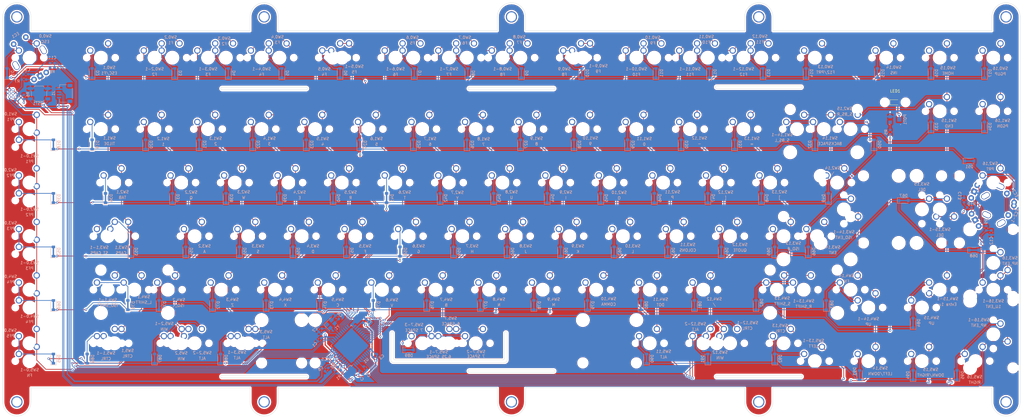
<source format=kicad_pcb>
(kicad_pcb (version 20171130) (host pcbnew "(5.1.0)-1")
  (layers (0 F.Cu signal) (31 B.Cu signal) (34 B.Paste user hide) (35 F.Paste user hide) (36 B.SilkS user) (37 F.SilkS user) (38 B.Mask user) (39 F.Mask user) (44 Edge.Cuts user))
  (net 0 "")
  (net 1 GND)
  (net 2 VCC)
  (net 3 "Net-(C6-Pad1)")
  (net 4 "Net-(C7-Pad1)")
  (net 5 "Net-(C8-Pad1)")
  (net 6 "Net-(C9-Pad1)")
  (net 7 "Net-(D1-Pad2)")
  (net 8 /r0)
  (net 9 "Net-(D2-Pad2)")
  (net 10 "Net-(D3-Pad2)")
  (net 11 "Net-(D4-Pad2)")
  (net 12 "Net-(D5-Pad2)")
  (net 13 "Net-(D6-Pad2)")
  (net 14 "Net-(D7-Pad2)")
  (net 15 "Net-(D8-Pad2)")
  (net 16 "Net-(D9-Pad2)")
  (net 17 "Net-(D10-Pad2)")
  (net 18 "Net-(D11-Pad2)")
  (net 19 "Net-(D12-Pad2)")
  (net 20 "Net-(D13-Pad2)")
  (net 21 "Net-(D14-Pad2)")
  (net 22 "Net-(D15-Pad2)")
  (net 23 "Net-(D16-Pad2)")
  (net 24 "Net-(D17-Pad2)")
  (net 25 /r1)
  (net 26 "Net-(D18-Pad2)")
  (net 27 "Net-(D19-Pad2)")
  (net 28 "Net-(D20-Pad2)")
  (net 29 "Net-(D21-Pad2)")
  (net 30 "Net-(D22-Pad2)")
  (net 31 "Net-(D23-Pad2)")
  (net 32 "Net-(D24-Pad2)")
  (net 33 "Net-(D25-Pad2)")
  (net 34 "Net-(D26-Pad2)")
  (net 35 "Net-(D27-Pad2)")
  (net 36 "Net-(D28-Pad2)")
  (net 37 "Net-(D29-Pad2)")
  (net 38 "Net-(D30-Pad2)")
  (net 39 "Net-(D31-Pad2)")
  (net 40 "Net-(D32-Pad2)")
  (net 41 "Net-(D33-Pad2)")
  (net 42 "Net-(D34-Pad2)")
  (net 43 "Net-(D35-Pad2)")
  (net 44 /r2)
  (net 45 "Net-(D36-Pad2)")
  (net 46 "Net-(D37-Pad2)")
  (net 47 "Net-(D38-Pad2)")
  (net 48 "Net-(D39-Pad2)")
  (net 49 "Net-(D40-Pad2)")
  (net 50 "Net-(D41-Pad2)")
  (net 51 "Net-(D42-Pad2)")
  (net 52 "Net-(D43-Pad2)")
  (net 53 "Net-(D44-Pad2)")
  (net 54 "Net-(D45-Pad2)")
  (net 55 "Net-(D46-Pad2)")
  (net 56 "Net-(D47-Pad2)")
  (net 57 "Net-(D48-Pad2)")
  (net 58 "Net-(D49-Pad2)")
  (net 59 "Net-(D50-Pad2)")
  (net 60 "Net-(D51-Pad2)")
  (net 61 /r3)
  (net 62 "Net-(D52-Pad2)")
  (net 63 "Net-(D53-Pad2)")
  (net 64 "Net-(D54-Pad2)")
  (net 65 "Net-(D55-Pad2)")
  (net 66 "Net-(D56-Pad2)")
  (net 67 "Net-(D57-Pad2)")
  (net 68 "Net-(D58-Pad2)")
  (net 69 "Net-(D59-Pad2)")
  (net 70 "Net-(D60-Pad2)")
  (net 71 "Net-(D61-Pad2)")
  (net 72 "Net-(D62-Pad2)")
  (net 73 "Net-(D63-Pad2)")
  (net 74 "Net-(D64-Pad2)")
  (net 75 "Net-(D65-Pad2)")
  (net 76 "Net-(D66-Pad2)")
  (net 77 "Net-(D67-Pad2)")
  (net 78 "Net-(D68-Pad2)")
  (net 79 "Net-(D69-Pad2)")
  (net 80 /r4)
  (net 81 "Net-(D70-Pad2)")
  (net 82 "Net-(D71-Pad2)")
  (net 83 "Net-(D72-Pad2)")
  (net 84 "Net-(D73-Pad2)")
  (net 85 "Net-(D74-Pad2)")
  (net 86 "Net-(D75-Pad2)")
  (net 87 "Net-(D76-Pad2)")
  (net 88 "Net-(D77-Pad2)")
  (net 89 "Net-(D78-Pad2)")
  (net 90 "Net-(D79-Pad2)")
  (net 91 "Net-(D80-Pad2)")
  (net 92 "Net-(D81-Pad2)")
  (net 93 "Net-(D82-Pad2)")
  (net 94 "Net-(D83-Pad2)")
  (net 95 "Net-(D84-Pad2)")
  (net 96 /r5)
  (net 97 "Net-(D85-Pad2)")
  (net 98 "Net-(D86-Pad2)")
  (net 99 "Net-(D87-Pad2)")
  (net 100 "Net-(D88-Pad2)")
  (net 101 "Net-(D89-Pad2)")
  (net 102 "Net-(D90-Pad2)")
  (net 103 "Net-(D91-Pad2)")
  (net 104 "Net-(D92-Pad2)")
  (net 105 "Net-(D93-Pad2)")
  (net 106 "Net-(D94-Pad2)")
  (net 107 "Net-(D95-Pad2)")
  (net 108 "Net-(EC1-PadA)")
  (net 109 "Net-(EC1-PadB)")
  (net 110 /c16)
  (net 111 /D-)
  (net 112 /D+)
  (net 113 /RES)
  (net 114 "Net-(LED1-Pad2)")
  (net 115 /rd-)
  (net 116 /rd+)
  (net 117 /c13)
  (net 118 /c8)
  (net 119 /c2)
  (net 120 /c3)
  (net 121 /c14)
  (net 122 /c9)
  (net 123 /c10)
  (net 124 /c4)
  (net 125 /c11)
  (net 126 /c7)
  (net 127 /c5)
  (net 128 /c6)
  (net 129 /c12)
  (net 130 /enc-)
  (net 131 /c15)
  (net 132 /enc+)
  (net 133 /c0)
  (net 134 /c1)
  (net 135 "Net-(EC2-1-PadA)")
  (net 136 "Net-(EC2-1-PadB)")
  (net 137 "Net-(POT1-Pad1)")
  (net 138 "Net-(R5-Pad2)")
  (module MX_SMK_2:MX_100 (layer F.Cu) (at 34.925 34.925)
    (fp_text reference SW1,1 (at 3 3.2) (layer B.SilkS) (effects (justify mirror)))
    (fp_text value TILDE (at 3 5.2) (layer B.SilkS) (effects (justify mirror)))
    (pad "" np_thru_hole circle (at 5.08 0 48) (size 1.75 1.75) (drill 1.75) (layers *.Cu *.Mask))
    (pad "" np_thru_hole circle (at -5.08 0 48) (size 1.75 1.75) (drill 1.75) (layers *.Cu *.Mask))
    (pad 1 thru_hole circle (at -3.81 -2.54) (size 2.25 2.25) (drill 1.5) (layers *.Cu B.Mask) (net 27 "Net-(D19-Pad2)"))
    (pad 2 thru_hole circle (at 2.54 -5.08) (size 2.25 2.25) (drill 1.5) (layers *.Cu B.Mask) (net 134 /c1))
    (pad "" np_thru_hole circle (at 0 0) (size 3.9878 3.9878) (drill 3.9878) (layers *.Cu *.Mask))
  )
  (module keebs:D_SOD-123proto (layer B.Cu) (at 1.5 15 90)
    (fp_text reference D1 (at 0 2 90) (layer B.SilkS) (effects (justify mirror)))
    (fp_text value D)
    (pad 1 smd rect (at -1.65 0 90) (size 0.9 1.2) (layers B.Cu B.Paste B.Mask) (net 8 /r0))
    (pad 2 smd rect (at 1.65 0 90) (size 0.9 1.2) (layers B.Cu B.Paste B.Mask) (net 7 "Net-(D1-Pad2)"))
    (pad "" smd roundrect (at 0 0 90) (size 3.808 0.508) (layers B.Cu B.Paste B.Mask) (roundrect_rratio 0.5))
  )
  (module keebs:D_SOD-123proto (layer B.Cu) (at 31.775 15 90)
    (fp_text reference D2 (at 0 2 90) (layer B.SilkS) (effects (justify mirror)))
    (fp_text value D)
    (pad 1 smd rect (at -1.65 0 90) (size 0.9 1.2) (layers B.Cu B.Paste B.Mask) (net 8 /r0))
    (pad 2 smd rect (at 1.65 0 90) (size 0.9 1.2) (layers B.Cu B.Paste B.Mask) (net 9 "Net-(D2-Pad2)"))
    (pad "" smd roundrect (at 0 0 90) (size 3.808 0.508) (layers B.Cu B.Paste B.Mask) (roundrect_rratio 0.5))
  )
  (module keebs:D_SOD-123proto (layer B.Cu) (at 61.175 15 90)
    (fp_text reference D3 (at 0 2 90) (layer B.SilkS) (effects (justify mirror)))
    (fp_text value D)
    (pad 1 smd rect (at -1.65 0 90) (size 0.9 1.2) (layers B.Cu B.Paste B.Mask) (net 8 /r0))
    (pad 2 smd rect (at 1.65 0 90) (size 0.9 1.2) (layers B.Cu B.Paste B.Mask) (net 10 "Net-(D3-Pad2)"))
    (pad "" smd roundrect (at 0 0 90) (size 3.808 0.508) (layers B.Cu B.Paste B.Mask) (roundrect_rratio 0.5))
  )
  (module keebs:D_SOD-123proto (layer B.Cu) (at 80.225 15 90)
    (fp_text reference D4 (at 0 2 90) (layer B.SilkS) (effects (justify mirror)))
    (fp_text value D)
    (pad 1 smd rect (at -1.65 0 90) (size 0.9 1.2) (layers B.Cu B.Paste B.Mask) (net 8 /r0))
    (pad 2 smd rect (at 1.65 0 90) (size 0.9 1.2) (layers B.Cu B.Paste B.Mask) (net 11 "Net-(D4-Pad2)"))
    (pad "" smd roundrect (at 0 0 90) (size 3.808 0.508) (layers B.Cu B.Paste B.Mask) (roundrect_rratio 0.5))
  )
  (module keebs:D_SOD-123proto (layer B.Cu) (at 99.275 15 90)
    (fp_text reference D5 (at 0 2 90) (layer B.SilkS) (effects (justify mirror)))
    (fp_text value D)
    (pad 1 smd rect (at -1.65 0 90) (size 0.9 1.2) (layers B.Cu B.Paste B.Mask) (net 8 /r0))
    (pad 2 smd rect (at 1.65 0 90) (size 0.9 1.2) (layers B.Cu B.Paste B.Mask) (net 12 "Net-(D5-Pad2)"))
    (pad "" smd roundrect (at 0 0 90) (size 3.808 0.508) (layers B.Cu B.Paste B.Mask) (roundrect_rratio 0.5))
  )
  (module keebs:D_SOD-123proto (layer B.Cu) (at 120 15 90)
    (fp_text reference D6 (at 0 2 90) (layer B.SilkS) (effects (justify mirror)))
    (fp_text value D)
    (pad 1 smd rect (at -1.65 0 90) (size 0.9 1.2) (layers B.Cu B.Paste B.Mask) (net 8 /r0))
    (pad 2 smd rect (at 1.65 0 90) (size 0.9 1.2) (layers B.Cu B.Paste B.Mask) (net 13 "Net-(D6-Pad2)"))
    (pad "" smd roundrect (at 0 0 90) (size 3.808 0.508) (layers B.Cu B.Paste B.Mask) (roundrect_rratio 0.5))
  )
  (module keebs:D_SOD-123proto (layer B.Cu) (at 146.4 15 90)
    (fp_text reference D7 (at 0 2 90) (layer B.SilkS) (effects (justify mirror)))
    (fp_text value D)
    (pad 1 smd rect (at -1.65 0 90) (size 0.9 1.2) (layers B.Cu B.Paste B.Mask) (net 8 /r0))
    (pad 2 smd rect (at 1.65 0 90) (size 0.9 1.2) (layers B.Cu B.Paste B.Mask) (net 14 "Net-(D7-Pad2)"))
    (pad "" smd roundrect (at 0 0 90) (size 3.808 0.508) (layers B.Cu B.Paste B.Mask) (roundrect_rratio 0.5))
  )
  (module keebs:D_SOD-123proto (layer B.Cu) (at 165.45 15 90)
    (fp_text reference D8 (at 0 2 90) (layer B.SilkS) (effects (justify mirror)))
    (fp_text value D)
    (pad 1 smd rect (at -1.65 0 90) (size 0.9 1.2) (layers B.Cu B.Paste B.Mask) (net 8 /r0))
    (pad 2 smd rect (at 1.65 0 90) (size 0.9 1.2) (layers B.Cu B.Paste B.Mask) (net 15 "Net-(D8-Pad2)"))
    (pad "" smd roundrect (at 0 0 90) (size 3.808 0.508) (layers B.Cu B.Paste B.Mask) (roundrect_rratio 0.5))
  )
  (module keebs:D_SOD-123proto (layer B.Cu) (at 184.5 15 90)
    (fp_text reference D9 (at 0 2 90) (layer B.SilkS) (effects (justify mirror)))
    (fp_text value D)
    (pad 1 smd rect (at -1.65 0 90) (size 0.9 1.2) (layers B.Cu B.Paste B.Mask) (net 8 /r0))
    (pad 2 smd rect (at 1.65 0 90) (size 0.9 1.2) (layers B.Cu B.Paste B.Mask) (net 16 "Net-(D9-Pad2)"))
    (pad "" smd roundrect (at 0 0 90) (size 3.808 0.508) (layers B.Cu B.Paste B.Mask) (roundrect_rratio 0.5))
  )
  (module keebs:D_SOD-123proto (layer B.Cu) (at 206 15 90)
    (fp_text reference D10 (at 0 2 90) (layer B.SilkS) (effects (justify mirror)))
    (fp_text value D)
    (pad 1 smd rect (at -1.65 0 90) (size 0.9 1.2) (layers B.Cu B.Paste B.Mask) (net 8 /r0))
    (pad 2 smd rect (at 1.65 0 90) (size 0.9 1.2) (layers B.Cu B.Paste B.Mask) (net 17 "Net-(D10-Pad2)"))
    (pad "" smd roundrect (at 0 0 90) (size 3.808 0.508) (layers B.Cu B.Paste B.Mask) (roundrect_rratio 0.5))
  )
  (module keebs:D_SOD-123proto (layer B.Cu) (at 232.375 15 90)
    (fp_text reference D11 (at 0 2 90) (layer B.SilkS) (effects (justify mirror)))
    (fp_text value D)
    (pad 1 smd rect (at -1.65 0 90) (size 0.9 1.2) (layers B.Cu B.Paste B.Mask) (net 8 /r0))
    (pad 2 smd rect (at 1.65 0 90) (size 0.9 1.2) (layers B.Cu B.Paste B.Mask) (net 18 "Net-(D11-Pad2)"))
    (pad "" smd roundrect (at 0 0 90) (size 3.808 0.508) (layers B.Cu B.Paste B.Mask) (roundrect_rratio 0.5))
  )
  (module keebs:D_SOD-123proto (layer B.Cu) (at 251.425 15 90)
    (fp_text reference D12 (at 0 2 90) (layer B.SilkS) (effects (justify mirror)))
    (fp_text value D)
    (pad 1 smd rect (at -1.65 0 90) (size 0.9 1.2) (layers B.Cu B.Paste B.Mask) (net 8 /r0))
    (pad 2 smd rect (at 1.65 0 90) (size 0.9 1.2) (layers B.Cu B.Paste B.Mask) (net 19 "Net-(D12-Pad2)"))
    (pad "" smd roundrect (at 0 0 90) (size 3.808 0.508) (layers B.Cu B.Paste B.Mask) (roundrect_rratio 0.5))
  )
  (module keebs:D_SOD-123proto (layer B.Cu) (at 270.475 15 90)
    (fp_text reference D13 (at 0 2 90) (layer B.SilkS) (effects (justify mirror)))
    (fp_text value D)
    (pad 1 smd rect (at -1.65 0 90) (size 0.9 1.2) (layers B.Cu B.Paste B.Mask) (net 8 /r0))
    (pad 2 smd rect (at 1.65 0 90) (size 0.9 1.2) (layers B.Cu B.Paste B.Mask) (net 20 "Net-(D13-Pad2)"))
    (pad "" smd roundrect (at 0 0 90) (size 3.808 0.508) (layers B.Cu B.Paste B.Mask) (roundrect_rratio 0.5))
  )
  (module keebs:D_SOD-123proto (layer B.Cu) (at 285.775 15 90)
    (fp_text reference D14 (at 0 2 90) (layer B.SilkS) (effects (justify mirror)))
    (fp_text value D)
    (pad 1 smd rect (at -1.65 0 90) (size 0.9 1.2) (layers B.Cu B.Paste B.Mask) (net 8 /r0))
    (pad 2 smd rect (at 1.65 0 90) (size 0.9 1.2) (layers B.Cu B.Paste B.Mask) (net 21 "Net-(D14-Pad2)"))
    (pad "" smd roundrect (at 0 0 90) (size 3.808 0.508) (layers B.Cu B.Paste B.Mask) (roundrect_rratio 0.5))
  )
  (module keebs:D_SOD-123proto (layer B.Cu) (at 311.175 15 90)
    (fp_text reference D15 (at 0 2 90) (layer B.SilkS) (effects (justify mirror)))
    (fp_text value D)
    (pad 1 smd rect (at -1.65 0 90) (size 0.9 1.2) (layers B.Cu B.Paste B.Mask) (net 8 /r0))
    (pad 2 smd rect (at 1.65 0 90) (size 0.9 1.2) (layers B.Cu B.Paste B.Mask) (net 22 "Net-(D15-Pad2)"))
    (pad "" smd roundrect (at 0 0 90) (size 3.808 0.508) (layers B.Cu B.Paste B.Mask) (roundrect_rratio 0.5))
  )
  (module keebs:D_SOD-123proto (layer B.Cu) (at 330.225 15 90)
    (fp_text reference D16 (at 0 2 90) (layer B.SilkS) (effects (justify mirror)))
    (fp_text value D)
    (pad 1 smd rect (at -1.65 0 90) (size 0.9 1.2) (layers B.Cu B.Paste B.Mask) (net 8 /r0))
    (pad 2 smd rect (at 1.65 0 90) (size 0.9 1.2) (layers B.Cu B.Paste B.Mask) (net 23 "Net-(D16-Pad2)"))
    (pad "" smd roundrect (at 0 0 90) (size 3.808 0.508) (layers B.Cu B.Paste B.Mask) (roundrect_rratio 0.5))
  )
  (module keebs:D_SOD-123proto (layer B.Cu) (at 349.275 15 90)
    (fp_text reference D17 (at 0 2 90) (layer B.SilkS) (effects (justify mirror)))
    (fp_text value D)
    (pad 1 smd rect (at -1.65 0 90) (size 0.9 1.2) (layers B.Cu B.Paste B.Mask) (net 8 /r0))
    (pad 2 smd rect (at 1.65 0 90) (size 0.9 1.2) (layers B.Cu B.Paste B.Mask) (net 24 "Net-(D17-Pad2)"))
    (pad "" smd roundrect (at 0 0 90) (size 3.808 0.508) (layers B.Cu B.Paste B.Mask) (roundrect_rratio 0.5))
  )
  (module keebs:D_SOD-123proto (layer B.Cu) (at 18 40.4 90)
    (fp_text reference D18 (at 0 2 90) (layer B.SilkS) (effects (justify mirror)))
    (fp_text value D)
    (pad 1 smd rect (at -1.65 0 90) (size 0.9 1.2) (layers B.Cu B.Paste B.Mask) (net 25 /r1))
    (pad 2 smd rect (at 1.65 0 90) (size 0.9 1.2) (layers B.Cu B.Paste B.Mask) (net 26 "Net-(D18-Pad2)"))
    (pad "" smd roundrect (at 0 0 90) (size 3.808 0.508) (layers B.Cu B.Paste B.Mask) (roundrect_rratio 0.5))
  )
  (module keebs:D_SOD-123proto (layer B.Cu) (at 31.775 40.4 90)
    (fp_text reference D19 (at 0 2 90) (layer B.SilkS) (effects (justify mirror)))
    (fp_text value D)
    (pad 1 smd rect (at -1.65 0 90) (size 0.9 1.2) (layers B.Cu B.Paste B.Mask) (net 25 /r1))
    (pad 2 smd rect (at 1.65 0 90) (size 0.9 1.2) (layers B.Cu B.Paste B.Mask) (net 27 "Net-(D19-Pad2)"))
    (pad "" smd roundrect (at 0 0 90) (size 3.808 0.508) (layers B.Cu B.Paste B.Mask) (roundrect_rratio 0.5))
  )
  (module keebs:D_SOD-123proto (layer B.Cu) (at 50.825 40.4 90)
    (fp_text reference D20 (at 0 2 90) (layer B.SilkS) (effects (justify mirror)))
    (fp_text value D)
    (pad 1 smd rect (at -1.65 0 90) (size 0.9 1.2) (layers B.Cu B.Paste B.Mask) (net 25 /r1))
    (pad 2 smd rect (at 1.65 0 90) (size 0.9 1.2) (layers B.Cu B.Paste B.Mask) (net 28 "Net-(D20-Pad2)"))
    (pad "" smd roundrect (at 0 0 90) (size 3.808 0.508) (layers B.Cu B.Paste B.Mask) (roundrect_rratio 0.5))
  )
  (module keebs:D_SOD-123proto (layer B.Cu) (at 69.875 40.4 90)
    (fp_text reference D21 (at 0 2 90) (layer B.SilkS) (effects (justify mirror)))
    (fp_text value D)
    (pad 1 smd rect (at -1.65 0 90) (size 0.9 1.2) (layers B.Cu B.Paste B.Mask) (net 25 /r1))
    (pad 2 smd rect (at 1.65 0 90) (size 0.9 1.2) (layers B.Cu B.Paste B.Mask) (net 29 "Net-(D21-Pad2)"))
    (pad "" smd roundrect (at 0 0 90) (size 3.808 0.508) (layers B.Cu B.Paste B.Mask) (roundrect_rratio 0.5))
  )
  (module keebs:D_SOD-123proto (layer B.Cu) (at 88.925 40.4 90)
    (fp_text reference D22 (at 0 2 90) (layer B.SilkS) (effects (justify mirror)))
    (fp_text value D)
    (pad 1 smd rect (at -1.65 0 90) (size 0.9 1.2) (layers B.Cu B.Paste B.Mask) (net 25 /r1))
    (pad 2 smd rect (at 1.65 0 90) (size 0.9 1.2) (layers B.Cu B.Paste B.Mask) (net 30 "Net-(D22-Pad2)"))
    (pad "" smd roundrect (at 0 0 90) (size 3.808 0.508) (layers B.Cu B.Paste B.Mask) (roundrect_rratio 0.5))
  )
  (module keebs:D_SOD-123proto (layer B.Cu) (at 107.975 40.4 90)
    (fp_text reference D23 (at 0 2 90) (layer B.SilkS) (effects (justify mirror)))
    (fp_text value D)
    (pad 1 smd rect (at -1.65 0 90) (size 0.9 1.2) (layers B.Cu B.Paste B.Mask) (net 25 /r1))
    (pad 2 smd rect (at 1.65 0 90) (size 0.9 1.2) (layers B.Cu B.Paste B.Mask) (net 31 "Net-(D23-Pad2)"))
    (pad "" smd roundrect (at 0 0 90) (size 3.808 0.508) (layers B.Cu B.Paste B.Mask) (roundrect_rratio 0.5))
  )
  (module keebs:D_SOD-123proto (layer B.Cu) (at 127.025 40.4 90)
    (fp_text reference D24 (at 0 2 90) (layer B.SilkS) (effects (justify mirror)))
    (fp_text value D)
    (pad 1 smd rect (at -1.65 0 90) (size 0.9 1.2) (layers B.Cu B.Paste B.Mask) (net 25 /r1))
    (pad 2 smd rect (at 1.65 0 90) (size 0.9 1.2) (layers B.Cu B.Paste B.Mask) (net 32 "Net-(D24-Pad2)"))
    (pad "" smd roundrect (at 0 0 90) (size 3.808 0.508) (layers B.Cu B.Paste B.Mask) (roundrect_rratio 0.5))
  )
  (module keebs:D_SOD-123proto (layer B.Cu) (at 146.075 40.4 90)
    (fp_text reference D25 (at 0 2 90) (layer B.SilkS) (effects (justify mirror)))
    (fp_text value D)
    (pad 1 smd rect (at -1.65 0 90) (size 0.9 1.2) (layers B.Cu B.Paste B.Mask) (net 25 /r1))
    (pad 2 smd rect (at 1.65 0 90) (size 0.9 1.2) (layers B.Cu B.Paste B.Mask) (net 33 "Net-(D25-Pad2)"))
    (pad "" smd roundrect (at 0 0 90) (size 3.808 0.508) (layers B.Cu B.Paste B.Mask) (roundrect_rratio 0.5))
  )
  (module keebs:D_SOD-123proto (layer B.Cu) (at 165.125 40.4 90)
    (fp_text reference D26 (at 0 2 90) (layer B.SilkS) (effects (justify mirror)))
    (fp_text value D)
    (pad 1 smd rect (at -1.65 0 90) (size 0.9 1.2) (layers B.Cu B.Paste B.Mask) (net 25 /r1))
    (pad 2 smd rect (at 1.65 0 90) (size 0.9 1.2) (layers B.Cu B.Paste B.Mask) (net 34 "Net-(D26-Pad2)"))
    (pad "" smd roundrect (at 0 0 90) (size 3.808 0.508) (layers B.Cu B.Paste B.Mask) (roundrect_rratio 0.5))
  )
  (module keebs:D_SOD-123proto (layer B.Cu) (at 184.175 40.4 90)
    (fp_text reference D27 (at 0 2 90) (layer B.SilkS) (effects (justify mirror)))
    (fp_text value D)
    (pad 1 smd rect (at -1.65 0 90) (size 0.9 1.2) (layers B.Cu B.Paste B.Mask) (net 25 /r1))
    (pad 2 smd rect (at 1.65 0 90) (size 0.9 1.2) (layers B.Cu B.Paste B.Mask) (net 35 "Net-(D27-Pad2)"))
    (pad "" smd roundrect (at 0 0 90) (size 3.808 0.508) (layers B.Cu B.Paste B.Mask) (roundrect_rratio 0.5))
  )
  (module keebs:D_SOD-123proto (layer B.Cu) (at 203.225 40.4 90)
    (fp_text reference D28 (at 0 2 90) (layer B.SilkS) (effects (justify mirror)))
    (fp_text value D)
    (pad 1 smd rect (at -1.65 0 90) (size 0.9 1.2) (layers B.Cu B.Paste B.Mask) (net 25 /r1))
    (pad 2 smd rect (at 1.65 0 90) (size 0.9 1.2) (layers B.Cu B.Paste B.Mask) (net 36 "Net-(D28-Pad2)"))
    (pad "" smd roundrect (at 0 0 90) (size 3.808 0.508) (layers B.Cu B.Paste B.Mask) (roundrect_rratio 0.5))
  )
  (module keebs:D_SOD-123proto (layer B.Cu) (at 222.275 40.4 90)
    (fp_text reference D29 (at 0 2 90) (layer B.SilkS) (effects (justify mirror)))
    (fp_text value D)
    (pad 1 smd rect (at -1.65 0 90) (size 0.9 1.2) (layers B.Cu B.Paste B.Mask) (net 25 /r1))
    (pad 2 smd rect (at 1.65 0 90) (size 0.9 1.2) (layers B.Cu B.Paste B.Mask) (net 37 "Net-(D29-Pad2)"))
    (pad "" smd roundrect (at 0 0 90) (size 3.808 0.508) (layers B.Cu B.Paste B.Mask) (roundrect_rratio 0.5))
  )
  (module keebs:D_SOD-123proto (layer B.Cu) (at 241.325 40.4 90)
    (fp_text reference D30 (at 0 2 90) (layer B.SilkS) (effects (justify mirror)))
    (fp_text value D)
    (pad 1 smd rect (at -1.65 0 90) (size 0.9 1.2) (layers B.Cu B.Paste B.Mask) (net 25 /r1))
    (pad 2 smd rect (at 1.65 0 90) (size 0.9 1.2) (layers B.Cu B.Paste B.Mask) (net 38 "Net-(D30-Pad2)"))
    (pad "" smd roundrect (at 0 0 90) (size 3.808 0.508) (layers B.Cu B.Paste B.Mask) (roundrect_rratio 0.5))
  )
  (module keebs:D_SOD-123proto (layer B.Cu) (at 260.375 40.4 90)
    (fp_text reference D31 (at 0 2 90) (layer B.SilkS) (effects (justify mirror)))
    (fp_text value D)
    (pad 1 smd rect (at -1.65 0 90) (size 0.9 1.2) (layers B.Cu B.Paste B.Mask) (net 25 /r1))
    (pad 2 smd rect (at 1.65 0 90) (size 0.9 1.2) (layers B.Cu B.Paste B.Mask) (net 39 "Net-(D31-Pad2)"))
    (pad "" smd roundrect (at 0 0 90) (size 3.808 0.508) (layers B.Cu B.Paste B.Mask) (roundrect_rratio 0.5))
  )
  (module keebs:D_SOD-123proto (layer B.Cu) (at 288.95 40.4 90)
    (fp_text reference D32 (at 0 -1.85 90) (layer B.SilkS) (effects (justify mirror)))
    (fp_text value D)
    (pad 1 smd rect (at -1.65 0 90) (size 0.9 1.2) (layers B.Cu B.Paste B.Mask) (net 25 /r1))
    (pad 2 smd rect (at 1.65 0 90) (size 0.9 1.2) (layers B.Cu B.Paste B.Mask) (net 40 "Net-(D32-Pad2)"))
    (pad "" smd roundrect (at 0 0 90) (size 3.808 0.508) (layers B.Cu B.Paste B.Mask) (roundrect_rratio 0.5))
  )
  (module keebs:D_SOD-123proto (layer B.Cu) (at 330.225 34.05 90)
    (fp_text reference D33 (at 0 2 90) (layer B.SilkS) (effects (justify mirror)))
    (fp_text value D)
    (pad 1 smd rect (at -1.65 0 90) (size 0.9 1.2) (layers B.Cu B.Paste B.Mask) (net 25 /r1))
    (pad 2 smd rect (at 1.65 0 90) (size 0.9 1.2) (layers B.Cu B.Paste B.Mask) (net 41 "Net-(D33-Pad2)"))
    (pad "" smd roundrect (at 0 0 90) (size 3.808 0.508) (layers B.Cu B.Paste B.Mask) (roundrect_rratio 0.5))
  )
  (module keebs:D_SOD-123proto (layer B.Cu) (at 349.275 34.05 90)
    (fp_text reference D34 (at 0 2 90) (layer B.SilkS) (effects (justify mirror)))
    (fp_text value D)
    (pad 1 smd rect (at -1.65 0 90) (size 0.9 1.2) (layers B.Cu B.Paste B.Mask) (net 25 /r1))
    (pad 2 smd rect (at 1.65 0 90) (size 0.9 1.2) (layers B.Cu B.Paste B.Mask) (net 42 "Net-(D34-Pad2)"))
    (pad "" smd roundrect (at 0 0 90) (size 3.808 0.508) (layers B.Cu B.Paste B.Mask) (roundrect_rratio 0.5))
  )
  (module keebs:D_SOD-123proto (layer B.Cu) (at 18 59.45 90)
    (fp_text reference D35 (at 0 2 90) (layer B.SilkS) (effects (justify mirror)))
    (fp_text value D)
    (pad 1 smd rect (at -1.65 0 90) (size 0.9 1.2) (layers B.Cu B.Paste B.Mask) (net 44 /r2))
    (pad 2 smd rect (at 1.65 0 90) (size 0.9 1.2) (layers B.Cu B.Paste B.Mask) (net 43 "Net-(D35-Pad2)"))
    (pad "" smd roundrect (at 0 0 90) (size 3.808 0.508) (layers B.Cu B.Paste B.Mask) (roundrect_rratio 0.5))
  )
  (module keebs:D_SOD-123proto (layer B.Cu) (at 36.5375 59.45 90)
    (fp_text reference D36 (at 0 2 90) (layer B.SilkS) (effects (justify mirror)))
    (fp_text value D)
    (pad 1 smd rect (at -1.65 0 90) (size 0.9 1.2) (layers B.Cu B.Paste B.Mask) (net 44 /r2))
    (pad 2 smd rect (at 1.65 0 90) (size 0.9 1.2) (layers B.Cu B.Paste B.Mask) (net 45 "Net-(D36-Pad2)"))
    (pad "" smd roundrect (at 0 0 90) (size 3.808 0.508) (layers B.Cu B.Paste B.Mask) (roundrect_rratio 0.5))
  )
  (module keebs:D_SOD-123proto (layer B.Cu) (at 60.35 59.45 90)
    (fp_text reference D37 (at 0 2 90) (layer B.SilkS) (effects (justify mirror)))
    (fp_text value D)
    (pad 1 smd rect (at -1.65 0 90) (size 0.9 1.2) (layers B.Cu B.Paste B.Mask) (net 44 /r2))
    (pad 2 smd rect (at 1.65 0 90) (size 0.9 1.2) (layers B.Cu B.Paste B.Mask) (net 46 "Net-(D37-Pad2)"))
    (pad "" smd roundrect (at 0 0 90) (size 3.808 0.508) (layers B.Cu B.Paste B.Mask) (roundrect_rratio 0.5))
  )
  (module keebs:D_SOD-123proto (layer B.Cu) (at 79.4 59.45 90)
    (fp_text reference D38 (at 0 2 90) (layer B.SilkS) (effects (justify mirror)))
    (fp_text value D)
    (pad 1 smd rect (at -1.65 0 90) (size 0.9 1.2) (layers B.Cu B.Paste B.Mask) (net 44 /r2))
    (pad 2 smd rect (at 1.65 0 90) (size 0.9 1.2) (layers B.Cu B.Paste B.Mask) (net 47 "Net-(D38-Pad2)"))
    (pad "" smd roundrect (at 0 0 90) (size 3.808 0.508) (layers B.Cu B.Paste B.Mask) (roundrect_rratio 0.5))
  )
  (module keebs:D_SOD-123proto (layer B.Cu) (at 98.45 59.45 90)
    (fp_text reference D39 (at 0 2 90) (layer B.SilkS) (effects (justify mirror)))
    (fp_text value D)
    (pad 1 smd rect (at -1.65 0 90) (size 0.9 1.2) (layers B.Cu B.Paste B.Mask) (net 44 /r2))
    (pad 2 smd rect (at 1.65 0 90) (size 0.9 1.2) (layers B.Cu B.Paste B.Mask) (net 48 "Net-(D39-Pad2)"))
    (pad "" smd roundrect (at 0 0 90) (size 3.808 0.508) (layers B.Cu B.Paste B.Mask) (roundrect_rratio 0.5))
  )
  (module keebs:D_SOD-123proto (layer B.Cu) (at 117.5 59.45 90)
    (fp_text reference D40 (at 0 2 90) (layer B.SilkS) (effects (justify mirror)))
    (fp_text value D)
    (pad 1 smd rect (at -1.65 0 90) (size 0.9 1.2) (layers B.Cu B.Paste B.Mask) (net 44 /r2))
    (pad 2 smd rect (at 1.65 0 90) (size 0.9 1.2) (layers B.Cu B.Paste B.Mask) (net 49 "Net-(D40-Pad2)"))
    (pad "" smd roundrect (at 0 0 90) (size 3.808 0.508) (layers B.Cu B.Paste B.Mask) (roundrect_rratio 0.5))
  )
  (module keebs:D_SOD-123proto (layer B.Cu) (at 136.55 59.45 90)
    (fp_text reference D41 (at 0 2 90) (layer B.SilkS) (effects (justify mirror)))
    (fp_text value D)
    (pad 1 smd rect (at -1.65 0 90) (size 0.9 1.2) (layers B.Cu B.Paste B.Mask) (net 44 /r2))
    (pad 2 smd rect (at 1.65 0 90) (size 0.9 1.2) (layers B.Cu B.Paste B.Mask) (net 50 "Net-(D41-Pad2)"))
    (pad "" smd roundrect (at 0 0 90) (size 3.808 0.508) (layers B.Cu B.Paste B.Mask) (roundrect_rratio 0.5))
  )
  (module keebs:D_SOD-123proto (layer B.Cu) (at 155.6 59.45 90)
    (fp_text reference D42 (at 0 2 90) (layer B.SilkS) (effects (justify mirror)))
    (fp_text value D)
    (pad 1 smd rect (at -1.65 0 90) (size 0.9 1.2) (layers B.Cu B.Paste B.Mask) (net 44 /r2))
    (pad 2 smd rect (at 1.65 0 90) (size 0.9 1.2) (layers B.Cu B.Paste B.Mask) (net 51 "Net-(D42-Pad2)"))
    (pad "" smd roundrect (at 0 0 90) (size 3.808 0.508) (layers B.Cu B.Paste B.Mask) (roundrect_rratio 0.5))
  )
  (module keebs:D_SOD-123proto (layer B.Cu) (at 174.65 59.45 90)
    (fp_text reference D43 (at 0 2 90) (layer B.SilkS) (effects (justify mirror)))
    (fp_text value D)
    (pad 1 smd rect (at -1.65 0 90) (size 0.9 1.2) (layers B.Cu B.Paste B.Mask) (net 44 /r2))
    (pad 2 smd rect (at 1.65 0 90) (size 0.9 1.2) (layers B.Cu B.Paste B.Mask) (net 52 "Net-(D43-Pad2)"))
    (pad "" smd roundrect (at 0 0 90) (size 3.808 0.508) (layers B.Cu B.Paste B.Mask) (roundrect_rratio 0.5))
  )
  (module keebs:D_SOD-123proto (layer B.Cu) (at 193.7 59.45 90)
    (fp_text reference D44 (at 0 2 90) (layer B.SilkS) (effects (justify mirror)))
    (fp_text value D)
    (pad 1 smd rect (at -1.65 0 90) (size 0.9 1.2) (layers B.Cu B.Paste B.Mask) (net 44 /r2))
    (pad 2 smd rect (at 1.65 0 90) (size 0.9 1.2) (layers B.Cu B.Paste B.Mask) (net 53 "Net-(D44-Pad2)"))
    (pad "" smd roundrect (at 0 0 90) (size 3.808 0.508) (layers B.Cu B.Paste B.Mask) (roundrect_rratio 0.5))
  )
  (module keebs:D_SOD-123proto (layer B.Cu) (at 212.75 59.45 90)
    (fp_text reference D45 (at 0 2 90) (layer B.SilkS) (effects (justify mirror)))
    (fp_text value D)
    (pad 1 smd rect (at -1.65 0 90) (size 0.9 1.2) (layers B.Cu B.Paste B.Mask) (net 44 /r2))
    (pad 2 smd rect (at 1.65 0 90) (size 0.9 1.2) (layers B.Cu B.Paste B.Mask) (net 54 "Net-(D45-Pad2)"))
    (pad "" smd roundrect (at 0 0 90) (size 3.808 0.508) (layers B.Cu B.Paste B.Mask) (roundrect_rratio 0.5))
  )
  (module keebs:D_SOD-123proto (layer B.Cu) (at 231.8 59.45 90)
    (fp_text reference D46 (at 0 2 90) (layer B.SilkS) (effects (justify mirror)))
    (fp_text value D)
    (pad 1 smd rect (at -1.65 0 90) (size 0.9 1.2) (layers B.Cu B.Paste B.Mask) (net 44 /r2))
    (pad 2 smd rect (at 1.65 0 90) (size 0.9 1.2) (layers B.Cu B.Paste B.Mask) (net 55 "Net-(D46-Pad2)"))
    (pad "" smd roundrect (at 0 0 90) (size 3.808 0.508) (layers B.Cu B.Paste B.Mask) (roundrect_rratio 0.5))
  )
  (module keebs:D_SOD-123proto (layer B.Cu) (at 250.85 59.45 90)
    (fp_text reference D47 (at 0 2 90) (layer B.SilkS) (effects (justify mirror)))
    (fp_text value D)
    (pad 1 smd rect (at -1.65 0 90) (size 0.9 1.2) (layers B.Cu B.Paste B.Mask) (net 44 /r2))
    (pad 2 smd rect (at 1.65 0 90) (size 0.9 1.2) (layers B.Cu B.Paste B.Mask) (net 56 "Net-(D47-Pad2)"))
    (pad "" smd roundrect (at 0 0 90) (size 3.808 0.508) (layers B.Cu B.Paste B.Mask) (roundrect_rratio 0.5))
  )
  (module keebs:D_SOD-123proto (layer B.Cu) (at 269.9 59.45 90)
    (fp_text reference D48 (at 0 2 90) (layer B.SilkS) (effects (justify mirror)))
    (fp_text value D)
    (pad 1 smd rect (at -1.65 0 90) (size 0.9 1.2) (layers B.Cu B.Paste B.Mask) (net 44 /r2))
    (pad 2 smd rect (at 1.65 0 90) (size 0.9 1.2) (layers B.Cu B.Paste B.Mask) (net 57 "Net-(D48-Pad2)"))
    (pad "" smd roundrect (at 0 0 90) (size 3.808 0.508) (layers B.Cu B.Paste B.Mask) (roundrect_rratio 0.5))
  )
  (module keebs:D_SOD-123proto (layer B.Cu) (at 293.7125 59.45 90)
    (fp_text reference D49 (at -0.05 -1.7125 90) (layer B.SilkS) (effects (justify mirror)))
    (fp_text value D)
    (pad 1 smd rect (at -1.65 0 90) (size 0.9 1.2) (layers B.Cu B.Paste B.Mask) (net 44 /r2))
    (pad 2 smd rect (at 1.65 0 90) (size 0.9 1.2) (layers B.Cu B.Paste B.Mask) (net 58 "Net-(D49-Pad2)"))
    (pad "" smd roundrect (at 0 0 90) (size 3.808 0.508) (layers B.Cu B.Paste B.Mask) (roundrect_rratio 0.5))
  )
  (module keebs:D_SOD-123proto (layer B.Cu) (at 310 40.4 90)
    (fp_text reference D50 (at 0 2 90) (layer B.SilkS) (effects (justify mirror)))
    (fp_text value D)
    (pad 1 smd rect (at -1.65 0 90) (size 0.9 1.2) (layers B.Cu B.Paste B.Mask) (net 44 /r2))
    (pad 2 smd rect (at 1.65 0 90) (size 0.9 1.2) (layers B.Cu B.Paste B.Mask) (net 59 "Net-(D50-Pad2)"))
    (pad "" smd roundrect (at 0 0 90) (size 3.808 0.508) (layers B.Cu B.Paste B.Mask) (roundrect_rratio 0.5))
  )
  (module keebs:D_SOD-123proto (layer B.Cu) (at 343.9 46.3)
    (fp_text reference D51 (at 0 2) (layer B.SilkS) (effects (justify mirror)))
    (fp_text value D)
    (pad 1 smd rect (at -1.65 0) (size 0.9 1.2) (layers B.Cu B.Paste B.Mask) (net 44 /r2))
    (pad 2 smd rect (at 1.65 0) (size 0.9 1.2) (layers B.Cu B.Paste B.Mask) (net 60 "Net-(D51-Pad2)"))
    (pad "" smd roundrect (at 0 0) (size 3.808 0.508) (layers B.Cu B.Paste B.Mask) (roundrect_rratio 0.5))
  )
  (module keebs:D_SOD-123proto (layer B.Cu) (at 18 78.5 90)
    (fp_text reference D52 (at 0 2 90) (layer B.SilkS) (effects (justify mirror)))
    (fp_text value D)
    (pad 1 smd rect (at -1.65 0 90) (size 0.9 1.2) (layers B.Cu B.Paste B.Mask) (net 61 /r3))
    (pad 2 smd rect (at 1.65 0 90) (size 0.9 1.2) (layers B.Cu B.Paste B.Mask) (net 62 "Net-(D52-Pad2)"))
    (pad "" smd roundrect (at 0 0 90) (size 3.808 0.508) (layers B.Cu B.Paste B.Mask) (roundrect_rratio 0.5))
  )
  (module keebs:D_SOD-123proto (layer B.Cu) (at 45.5 78.5 90)
    (fp_text reference D53 (at 0 2 90) (layer B.SilkS) (effects (justify mirror)))
    (fp_text value D)
    (pad 1 smd rect (at -1.65 0 90) (size 0.9 1.2) (layers B.Cu B.Paste B.Mask) (net 61 /r3))
    (pad 2 smd rect (at 1.65 0 90) (size 0.9 1.2) (layers B.Cu B.Paste B.Mask) (net 63 "Net-(D53-Pad2)"))
    (pad "" smd roundrect (at 0 0 90) (size 3.808 0.508) (layers B.Cu B.Paste B.Mask) (roundrect_rratio 0.5))
  )
  (module keebs:D_SOD-123proto (layer B.Cu) (at 65.1125 78.5 90)
    (fp_text reference D54 (at 0 2 90) (layer B.SilkS) (effects (justify mirror)))
    (fp_text value D)
    (pad 1 smd rect (at -1.65 0 90) (size 0.9 1.2) (layers B.Cu B.Paste B.Mask) (net 61 /r3))
    (pad 2 smd rect (at 1.65 0 90) (size 0.9 1.2) (layers B.Cu B.Paste B.Mask) (net 64 "Net-(D54-Pad2)"))
    (pad "" smd roundrect (at 0 0 90) (size 3.808 0.508) (layers B.Cu B.Paste B.Mask) (roundrect_rratio 0.5))
  )
  (module keebs:D_SOD-123proto (layer B.Cu) (at 84.1625 78.5 90)
    (fp_text reference D55 (at 0 2 90) (layer B.SilkS) (effects (justify mirror)))
    (fp_text value D)
    (pad 1 smd rect (at -1.65 0 90) (size 0.9 1.2) (layers B.Cu B.Paste B.Mask) (net 61 /r3))
    (pad 2 smd rect (at 1.65 0 90) (size 0.9 1.2) (layers B.Cu B.Paste B.Mask) (net 65 "Net-(D55-Pad2)"))
    (pad "" smd roundrect (at 0 0 90) (size 3.808 0.508) (layers B.Cu B.Paste B.Mask) (roundrect_rratio 0.5))
  )
  (module keebs:D_SOD-123proto (layer B.Cu) (at 103.2125 78.5 90)
    (fp_text reference D56 (at 0 2 90) (layer B.SilkS) (effects (justify mirror)))
    (fp_text value D)
    (pad 1 smd rect (at -1.65 0 90) (size 0.9 1.2) (layers B.Cu B.Paste B.Mask) (net 61 /r3))
    (pad 2 smd rect (at 1.65 0 90) (size 0.9 1.2) (layers B.Cu B.Paste B.Mask) (net 66 "Net-(D56-Pad2)"))
    (pad "" smd roundrect (at 0 0 90) (size 3.808 0.508) (layers B.Cu B.Paste B.Mask) (roundrect_rratio 0.5))
  )
  (module keebs:D_SOD-123proto (layer B.Cu) (at 122.2625 78.5 90)
    (fp_text reference D57 (at 0 2 90) (layer B.SilkS) (effects (justify mirror)))
    (fp_text value D)
    (pad 1 smd rect (at -1.65 0 90) (size 0.9 1.2) (layers B.Cu B.Paste B.Mask) (net 61 /r3))
    (pad 2 smd rect (at 1.65 0 90) (size 0.9 1.2) (layers B.Cu B.Paste B.Mask) (net 67 "Net-(D57-Pad2)"))
    (pad "" smd roundrect (at 0 0 90) (size 3.808 0.508) (layers B.Cu B.Paste B.Mask) (roundrect_rratio 0.5))
  )
  (module keebs:D_SOD-123proto (layer B.Cu) (at 141.3125 78.5 90)
    (fp_text reference D58 (at 0 2 90) (layer B.SilkS) (effects (justify mirror)))
    (fp_text value D)
    (pad 1 smd rect (at -1.65 0 90) (size 0.9 1.2) (layers B.Cu B.Paste B.Mask) (net 61 /r3))
    (pad 2 smd rect (at 1.65 0 90) (size 0.9 1.2) (layers B.Cu B.Paste B.Mask) (net 68 "Net-(D58-Pad2)"))
    (pad "" smd roundrect (at 0 0 90) (size 3.808 0.508) (layers B.Cu B.Paste B.Mask) (roundrect_rratio 0.5))
  )
  (module keebs:D_SOD-123proto (layer B.Cu) (at 160.3625 78.5 90)
    (fp_text reference D59 (at 0 2 90) (layer B.SilkS) (effects (justify mirror)))
    (fp_text value D)
    (pad 1 smd rect (at -1.65 0 90) (size 0.9 1.2) (layers B.Cu B.Paste B.Mask) (net 61 /r3))
    (pad 2 smd rect (at 1.65 0 90) (size 0.9 1.2) (layers B.Cu B.Paste B.Mask) (net 69 "Net-(D59-Pad2)"))
    (pad "" smd roundrect (at 0 0 90) (size 3.808 0.508) (layers B.Cu B.Paste B.Mask) (roundrect_rratio 0.5))
  )
  (module keebs:D_SOD-123proto (layer B.Cu) (at 179.4125 78.5 90)
    (fp_text reference D60 (at 0 2 90) (layer B.SilkS) (effects (justify mirror)))
    (fp_text value D)
    (pad 1 smd rect (at -1.65 0 90) (size 0.9 1.2) (layers B.Cu B.Paste B.Mask) (net 61 /r3))
    (pad 2 smd rect (at 1.65 0 90) (size 0.9 1.2) (layers B.Cu B.Paste B.Mask) (net 70 "Net-(D60-Pad2)"))
    (pad "" smd roundrect (at 0 0 90) (size 3.808 0.508) (layers B.Cu B.Paste B.Mask) (roundrect_rratio 0.5))
  )
  (module keebs:D_SOD-123proto (layer B.Cu) (at 198.4625 78.5 90)
    (fp_text reference D61 (at 0 2 90) (layer B.SilkS) (effects (justify mirror)))
    (fp_text value D)
    (pad 1 smd rect (at -1.65 0 90) (size 0.9 1.2) (layers B.Cu B.Paste B.Mask) (net 61 /r3))
    (pad 2 smd rect (at 1.65 0 90) (size 0.9 1.2) (layers B.Cu B.Paste B.Mask) (net 71 "Net-(D61-Pad2)"))
    (pad "" smd roundrect (at 0 0 90) (size 3.808 0.508) (layers B.Cu B.Paste B.Mask) (roundrect_rratio 0.5))
  )
  (module keebs:D_SOD-123proto (layer B.Cu) (at 217.5125 78.5 90)
    (fp_text reference D62 (at 0 2 90) (layer B.SilkS) (effects (justify mirror)))
    (fp_text value D)
    (pad 1 smd rect (at -1.65 0 90) (size 0.9 1.2) (layers B.Cu B.Paste B.Mask) (net 61 /r3))
    (pad 2 smd rect (at 1.65 0 90) (size 0.9 1.2) (layers B.Cu B.Paste B.Mask) (net 72 "Net-(D62-Pad2)"))
    (pad "" smd roundrect (at 0 0 90) (size 3.808 0.508) (layers B.Cu B.Paste B.Mask) (roundrect_rratio 0.5))
  )
  (module keebs:D_SOD-123proto (layer B.Cu) (at 236.5625 78.5 90)
    (fp_text reference D63 (at 0 2 90) (layer B.SilkS) (effects (justify mirror)))
    (fp_text value D)
    (pad 1 smd rect (at -1.65 0 90) (size 0.9 1.2) (layers B.Cu B.Paste B.Mask) (net 61 /r3))
    (pad 2 smd rect (at 1.65 0 90) (size 0.9 1.2) (layers B.Cu B.Paste B.Mask) (net 73 "Net-(D63-Pad2)"))
    (pad "" smd roundrect (at 0 0 90) (size 3.808 0.508) (layers B.Cu B.Paste B.Mask) (roundrect_rratio 0.5))
  )
  (module keebs:D_SOD-123proto (layer B.Cu) (at 255.6125 78.5 90)
    (fp_text reference D64 (at 0 2 90) (layer B.SilkS) (effects (justify mirror)))
    (fp_text value D)
    (pad 1 smd rect (at -1.65 0 90) (size 0.9 1.2) (layers B.Cu B.Paste B.Mask) (net 61 /r3))
    (pad 2 smd rect (at 1.65 0 90) (size 0.9 1.2) (layers B.Cu B.Paste B.Mask) (net 74 "Net-(D64-Pad2)"))
    (pad "" smd roundrect (at 0 0 90) (size 3.808 0.508) (layers B.Cu B.Paste B.Mask) (roundrect_rratio 0.5))
  )
  (module keebs:D_SOD-123proto (layer B.Cu) (at 274.6625 78.5 90)
    (fp_text reference D65 (at 0 -2.1625 90) (layer B.SilkS) (effects (justify mirror)))
    (fp_text value D)
    (pad 1 smd rect (at -1.65 0 90) (size 0.9 1.2) (layers B.Cu B.Paste B.Mask) (net 61 /r3))
    (pad 2 smd rect (at 1.65 0 90) (size 0.9 1.2) (layers B.Cu B.Paste B.Mask) (net 75 "Net-(D65-Pad2)"))
    (pad "" smd roundrect (at 0 0 90) (size 3.808 0.508) (layers B.Cu B.Paste B.Mask) (roundrect_rratio 0.5))
  )
  (module keebs:D_SOD-123proto (layer B.Cu) (at 286.56875 78.5 90)
    (fp_text reference D66 (at 0 2 90) (layer B.SilkS) (effects (justify mirror)))
    (fp_text value D)
    (pad 1 smd rect (at -1.65 0 90) (size 0.9 1.2) (layers B.Cu B.Paste B.Mask) (net 61 /r3))
    (pad 2 smd rect (at 1.65 0 90) (size 0.9 1.2) (layers B.Cu B.Paste B.Mask) (net 76 "Net-(D66-Pad2)"))
    (pad "" smd roundrect (at 0 0 90) (size 3.808 0.508) (layers B.Cu B.Paste B.Mask) (roundrect_rratio 0.5))
  )
  (module keebs:D_SOD-123proto (layer B.Cu) (at 320.5 60.35)
    (fp_text reference D67 (at 0 -1.75) (layer B.SilkS) (effects (justify mirror)))
    (fp_text value D)
    (pad 1 smd rect (at -1.65 0) (size 0.9 1.2) (layers B.Cu B.Paste B.Mask) (net 61 /r3))
    (pad 2 smd rect (at 1.65 0) (size 0.9 1.2) (layers B.Cu B.Paste B.Mask) (net 77 "Net-(D67-Pad2)"))
    (pad "" smd roundrect (at 0 0) (size 3.808 0.508) (layers B.Cu B.Paste B.Mask) (roundrect_rratio 0.5))
  )
  (module keebs:D_SOD-123proto (layer B.Cu) (at 345.5 78)
    (fp_text reference D68 (at 0 2) (layer B.SilkS) (effects (justify mirror)))
    (fp_text value D)
    (pad 1 smd rect (at -1.65 0) (size 0.9 1.2) (layers B.Cu B.Paste B.Mask) (net 61 /r3))
    (pad 2 smd rect (at 1.65 0) (size 0.9 1.2) (layers B.Cu B.Paste B.Mask) (net 78 "Net-(D68-Pad2)"))
    (pad "" smd roundrect (at 0 0) (size 3.808 0.508) (layers B.Cu B.Paste B.Mask) (roundrect_rratio 0.5))
  )
  (module keebs:D_SOD-123proto (layer B.Cu) (at 18 97.55 90)
    (fp_text reference D69 (at 0 2 90) (layer B.SilkS) (effects (justify mirror)))
    (fp_text value D)
    (pad 1 smd rect (at -1.65 0 90) (size 0.9 1.2) (layers B.Cu B.Paste B.Mask) (net 80 /r4))
    (pad 2 smd rect (at 1.65 0 90) (size 0.9 1.2) (layers B.Cu B.Paste B.Mask) (net 79 "Net-(D69-Pad2)"))
    (pad "" smd roundrect (at 0 0 90) (size 3.808 0.508) (layers B.Cu B.Paste B.Mask) (roundrect_rratio 0.5))
  )
  (module keebs:D_SOD-123proto (layer B.Cu) (at 44.5 97.55 90)
    (fp_text reference D70 (at 0 2 90) (layer B.SilkS) (effects (justify mirror)))
    (fp_text value D)
    (pad 1 smd rect (at -1.65 0 90) (size 0.9 1.2) (layers B.Cu B.Paste B.Mask) (net 80 /r4))
    (pad 2 smd rect (at 1.65 0 90) (size 0.9 1.2) (layers B.Cu B.Paste B.Mask) (net 81 "Net-(D70-Pad2)"))
    (pad "" smd roundrect (at 0 0 90) (size 3.808 0.508) (layers B.Cu B.Paste B.Mask) (roundrect_rratio 0.5))
  )
  (module keebs:D_SOD-123proto (layer B.Cu) (at 55.5875 97.55 90)
    (fp_text reference D71 (at 0 2 90) (layer B.SilkS) (effects (justify mirror)))
    (fp_text value D)
    (pad 1 smd rect (at -1.65 0 90) (size 0.9 1.2) (layers B.Cu B.Paste B.Mask) (net 80 /r4))
    (pad 2 smd rect (at 1.65 0 90) (size 0.9 1.2) (layers B.Cu B.Paste B.Mask) (net 82 "Net-(D71-Pad2)"))
    (pad "" smd roundrect (at 0 0 90) (size 3.808 0.508) (layers B.Cu B.Paste B.Mask) (roundrect_rratio 0.5))
  )
  (module keebs:D_SOD-123proto (layer B.Cu) (at 74.6375 97.55 90)
    (fp_text reference D72 (at 0 2 90) (layer B.SilkS) (effects (justify mirror)))
    (fp_text value D)
    (pad 1 smd rect (at -1.65 0 90) (size 0.9 1.2) (layers B.Cu B.Paste B.Mask) (net 80 /r4))
    (pad 2 smd rect (at 1.65 0 90) (size 0.9 1.2) (layers B.Cu B.Paste B.Mask) (net 83 "Net-(D72-Pad2)"))
    (pad "" smd roundrect (at 0 0 90) (size 3.808 0.508) (layers B.Cu B.Paste B.Mask) (roundrect_rratio 0.5))
  )
  (module keebs:D_SOD-123proto (layer B.Cu) (at 93.6875 97.55 90)
    (fp_text reference D73 (at 0 2 90) (layer B.SilkS) (effects (justify mirror)))
    (fp_text value D)
    (pad 1 smd rect (at -1.65 0 90) (size 0.9 1.2) (layers B.Cu B.Paste B.Mask) (net 80 /r4))
    (pad 2 smd rect (at 1.65 0 90) (size 0.9 1.2) (layers B.Cu B.Paste B.Mask) (net 84 "Net-(D73-Pad2)"))
    (pad "" smd roundrect (at 0 0 90) (size 3.808 0.508) (layers B.Cu B.Paste B.Mask) (roundrect_rratio 0.5))
  )
  (module keebs:D_SOD-123proto (layer B.Cu) (at 112.7375 97.55 90)
    (fp_text reference D74 (at 0 2 90) (layer B.SilkS) (effects (justify mirror)))
    (fp_text value D)
    (pad 1 smd rect (at -1.65 0 90) (size 0.9 1.2) (layers B.Cu B.Paste B.Mask) (net 80 /r4))
    (pad 2 smd rect (at 1.65 0 90) (size 0.9 1.2) (layers B.Cu B.Paste B.Mask) (net 85 "Net-(D74-Pad2)"))
    (pad "" smd roundrect (at 0 0 90) (size 3.808 0.508) (layers B.Cu B.Paste B.Mask) (roundrect_rratio 0.5))
  )
  (module keebs:D_SOD-123proto (layer B.Cu) (at 131.7875 97.55 90)
    (fp_text reference D75 (at 0 2 90) (layer B.SilkS) (effects (justify mirror)))
    (fp_text value D)
    (pad 1 smd rect (at -1.65 0 90) (size 0.9 1.2) (layers B.Cu B.Paste B.Mask) (net 80 /r4))
    (pad 2 smd rect (at 1.65 0 90) (size 0.9 1.2) (layers B.Cu B.Paste B.Mask) (net 86 "Net-(D75-Pad2)"))
    (pad "" smd roundrect (at 0 0 90) (size 3.808 0.508) (layers B.Cu B.Paste B.Mask) (roundrect_rratio 0.5))
  )
  (module keebs:D_SOD-123proto (layer B.Cu) (at 150.8375 97.55 90)
    (fp_text reference D76 (at 0 2 90) (layer B.SilkS) (effects (justify mirror)))
    (fp_text value D)
    (pad 1 smd rect (at -1.65 0 90) (size 0.9 1.2) (layers B.Cu B.Paste B.Mask) (net 80 /r4))
    (pad 2 smd rect (at 1.65 0 90) (size 0.9 1.2) (layers B.Cu B.Paste B.Mask) (net 87 "Net-(D76-Pad2)"))
    (pad "" smd roundrect (at 0 0 90) (size 3.808 0.508) (layers B.Cu B.Paste B.Mask) (roundrect_rratio 0.5))
  )
  (module keebs:D_SOD-123proto (layer B.Cu) (at 169.8875 97.55 90)
    (fp_text reference D77 (at 0 2 90) (layer B.SilkS) (effects (justify mirror)))
    (fp_text value D)
    (pad 1 smd rect (at -1.65 0 90) (size 0.9 1.2) (layers B.Cu B.Paste B.Mask) (net 80 /r4))
    (pad 2 smd rect (at 1.65 0 90) (size 0.9 1.2) (layers B.Cu B.Paste B.Mask) (net 88 "Net-(D77-Pad2)"))
    (pad "" smd roundrect (at 0 0 90) (size 3.808 0.508) (layers B.Cu B.Paste B.Mask) (roundrect_rratio 0.5))
  )
  (module keebs:D_SOD-123proto (layer B.Cu) (at 188.9375 97.55 90)
    (fp_text reference D78 (at 0 2 90) (layer B.SilkS) (effects (justify mirror)))
    (fp_text value D)
    (pad 1 smd rect (at -1.65 0 90) (size 0.9 1.2) (layers B.Cu B.Paste B.Mask) (net 80 /r4))
    (pad 2 smd rect (at 1.65 0 90) (size 0.9 1.2) (layers B.Cu B.Paste B.Mask) (net 89 "Net-(D78-Pad2)"))
    (pad "" smd roundrect (at 0 0 90) (size 3.808 0.508) (layers B.Cu B.Paste B.Mask) (roundrect_rratio 0.5))
  )
  (module keebs:D_SOD-123proto (layer B.Cu) (at 207.9875 97.55 90)
    (fp_text reference D79 (at 0 2 90) (layer B.SilkS) (effects (justify mirror)))
    (fp_text value D)
    (pad 1 smd rect (at -1.65 0 90) (size 0.9 1.2) (layers B.Cu B.Paste B.Mask) (net 80 /r4))
    (pad 2 smd rect (at 1.65 0 90) (size 0.9 1.2) (layers B.Cu B.Paste B.Mask) (net 90 "Net-(D79-Pad2)"))
    (pad "" smd roundrect (at 0 0 90) (size 3.808 0.508) (layers B.Cu B.Paste B.Mask) (roundrect_rratio 0.5))
  )
  (module keebs:D_SOD-123proto (layer B.Cu) (at 227.0375 97.55 90)
    (fp_text reference D80 (at 0 2 90) (layer B.SilkS) (effects (justify mirror)))
    (fp_text value D)
    (pad 1 smd rect (at -1.65 0 90) (size 0.9 1.2) (layers B.Cu B.Paste B.Mask) (net 80 /r4))
    (pad 2 smd rect (at 1.65 0 90) (size 0.9 1.2) (layers B.Cu B.Paste B.Mask) (net 91 "Net-(D80-Pad2)"))
    (pad "" smd roundrect (at 0 0 90) (size 3.808 0.508) (layers B.Cu B.Paste B.Mask) (roundrect_rratio 0.5))
  )
  (module keebs:D_SOD-123proto (layer B.Cu) (at 246.0875 97.55 90)
    (fp_text reference D81 (at 0 2 90) (layer B.SilkS) (effects (justify mirror)))
    (fp_text value D)
    (pad 1 smd rect (at -1.65 0 90) (size 0.9 1.2) (layers B.Cu B.Paste B.Mask) (net 80 /r4))
    (pad 2 smd rect (at 1.65 0 90) (size 0.9 1.2) (layers B.Cu B.Paste B.Mask) (net 92 "Net-(D81-Pad2)"))
    (pad "" smd roundrect (at 0 0 90) (size 3.808 0.508) (layers B.Cu B.Paste B.Mask) (roundrect_rratio 0.5))
  )
  (module keebs:D_SOD-123proto (layer B.Cu) (at 268 97.55 90)
    (fp_text reference D82 (at 0.85 2 90) (layer B.SilkS) (effects (justify mirror)))
    (fp_text value D)
    (pad 1 smd rect (at -1.65 0 90) (size 0.9 1.2) (layers B.Cu B.Paste B.Mask) (net 80 /r4))
    (pad 2 smd rect (at 1.65 0 90) (size 0.9 1.2) (layers B.Cu B.Paste B.Mask) (net 93 "Net-(D82-Pad2)"))
    (pad "" smd roundrect (at 0 0 90) (size 3.808 0.508) (layers B.Cu B.Paste B.Mask) (roundrect_rratio 0.5))
  )
  (module keebs:D_SOD-123proto (layer B.Cu) (at 293 97.55 90)
    (fp_text reference D83 (at 0.25 2 90) (layer B.SilkS) (effects (justify mirror)))
    (fp_text value D)
    (pad 1 smd rect (at -1.65 0 90) (size 0.9 1.2) (layers B.Cu B.Paste B.Mask) (net 80 /r4))
    (pad 2 smd rect (at 1.65 0 90) (size 0.9 1.2) (layers B.Cu B.Paste B.Mask) (net 94 "Net-(D83-Pad2)"))
    (pad "" smd roundrect (at 0 0 90) (size 3.808 0.508) (layers B.Cu B.Paste B.Mask) (roundrect_rratio 0.5))
  )
  (module keebs:D_SOD-123proto (layer B.Cu) (at 323.875 103.9 90)
    (fp_text reference D84 (at 0 2 90) (layer B.SilkS) (effects (justify mirror)))
    (fp_text value D)
    (pad 1 smd rect (at -1.65 0 90) (size 0.9 1.2) (layers B.Cu B.Paste B.Mask) (net 80 /r4))
    (pad 2 smd rect (at 1.65 0 90) (size 0.9 1.2) (layers B.Cu B.Paste B.Mask) (net 95 "Net-(D84-Pad2)"))
    (pad "" smd roundrect (at 0 0 90) (size 3.808 0.508) (layers B.Cu B.Paste B.Mask) (roundrect_rratio 0.5))
  )
  (module keebs:D_SOD-123proto (layer B.Cu) (at 18 116.6 90)
    (fp_text reference D85 (at 0 2 90) (layer B.SilkS) (effects (justify mirror)))
    (fp_text value D)
    (pad 1 smd rect (at -1.65 0 90) (size 0.9 1.2) (layers B.Cu B.Paste B.Mask) (net 96 /r5))
    (pad 2 smd rect (at 1.65 0 90) (size 0.9 1.2) (layers B.Cu B.Paste B.Mask) (net 97 "Net-(D85-Pad2)"))
    (pad "" smd roundrect (at 0 0 90) (size 3.808 0.508) (layers B.Cu B.Paste B.Mask) (roundrect_rratio 0.5))
  )
  (module keebs:D_SOD-123proto (layer B.Cu) (at 30 116.6 90)
    (fp_text reference D86 (at 0 2 90) (layer B.SilkS) (effects (justify mirror)))
    (fp_text value D)
    (pad 1 smd rect (at -1.65 0 90) (size 0.9 1.2) (layers B.Cu B.Paste B.Mask) (net 96 /r5))
    (pad 2 smd rect (at 1.65 0 90) (size 0.9 1.2) (layers B.Cu B.Paste B.Mask) (net 98 "Net-(D86-Pad2)"))
    (pad "" smd roundrect (at 0 0 90) (size 3.808 0.508) (layers B.Cu B.Paste B.Mask) (roundrect_rratio 0.5))
  )
  (module keebs:D_SOD-123proto (layer B.Cu) (at 54 116.6 90)
    (fp_text reference D87 (at 0 2 90) (layer B.SilkS) (effects (justify mirror)))
    (fp_text value D)
    (pad 1 smd rect (at -1.65 0 90) (size 0.9 1.2) (layers B.Cu B.Paste B.Mask) (net 96 /r5))
    (pad 2 smd rect (at 1.65 0 90) (size 0.9 1.2) (layers B.Cu B.Paste B.Mask) (net 99 "Net-(D87-Pad2)"))
    (pad "" smd roundrect (at 0 0 90) (size 3.808 0.508) (layers B.Cu B.Paste B.Mask) (roundrect_rratio 0.5))
  )
  (module keebs:D_SOD-123proto (layer B.Cu) (at 77.5 116.6 90)
    (fp_text reference D88 (at 0 2 90) (layer B.SilkS) (effects (justify mirror)))
    (fp_text value D)
    (pad 1 smd rect (at -1.65 0 90) (size 0.9 1.2) (layers B.Cu B.Paste B.Mask) (net 96 /r5))
    (pad 2 smd rect (at 1.65 0 90) (size 0.9 1.2) (layers B.Cu B.Paste B.Mask) (net 100 "Net-(D88-Pad2)"))
    (pad "" smd roundrect (at 0 0 90) (size 3.808 0.508) (layers B.Cu B.Paste B.Mask) (roundrect_rratio 0.5))
  )
  (module keebs:D_SOD-123proto (layer B.Cu) (at 144.5 113.5)
    (fp_text reference D89 (at 0 2) (layer B.SilkS) (effects (justify mirror)))
    (fp_text value D)
    (pad 1 smd rect (at -1.65 0) (size 0.9 1.2) (layers B.Cu B.Paste B.Mask) (net 96 /r5))
    (pad 2 smd rect (at 1.65 0) (size 0.9 1.2) (layers B.Cu B.Paste B.Mask) (net 101 "Net-(D89-Pad2)"))
    (pad "" smd roundrect (at 0 0) (size 3.808 0.508) (layers B.Cu B.Paste B.Mask) (roundrect_rratio 0.5))
  )
  (module keebs:D_SOD-123proto (layer B.Cu) (at 229.0375 116.6 90)
    (fp_text reference D90 (at 0 2 90) (layer B.SilkS) (effects (justify mirror)))
    (fp_text value D)
    (pad 1 smd rect (at -1.65 0 90) (size 0.9 1.2) (layers B.Cu B.Paste B.Mask) (net 96 /r5))
    (pad 2 smd rect (at 1.65 0 90) (size 0.9 1.2) (layers B.Cu B.Paste B.Mask) (net 102 "Net-(D90-Pad2)"))
    (pad "" smd roundrect (at 0 0 90) (size 3.808 0.508) (layers B.Cu B.Paste B.Mask) (roundrect_rratio 0.5))
  )
  (module keebs:D_SOD-123proto (layer B.Cu) (at 250.85 116.6 90)
    (fp_text reference D91 (at -0.1 -1.85 90) (layer B.SilkS) (effects (justify mirror)))
    (fp_text value D)
    (pad 1 smd rect (at -1.65 0 90) (size 0.9 1.2) (layers B.Cu B.Paste B.Mask) (net 96 /r5))
    (pad 2 smd rect (at 1.65 0 90) (size 0.9 1.2) (layers B.Cu B.Paste B.Mask) (net 103 "Net-(D91-Pad2)"))
    (pad "" smd roundrect (at 0 0 90) (size 3.808 0.508) (layers B.Cu B.Paste B.Mask) (roundrect_rratio 0.5))
  )
  (module keebs:D_SOD-123proto (layer B.Cu) (at 274.6625 116.6 90)
    (fp_text reference D92 (at 0 2 90) (layer B.SilkS) (effects (justify mirror)))
    (fp_text value D)
    (pad 1 smd rect (at -1.65 0 90) (size 0.9 1.2) (layers B.Cu B.Paste B.Mask) (net 96 /r5))
    (pad 2 smd rect (at 1.65 0 90) (size 0.9 1.2) (layers B.Cu B.Paste B.Mask) (net 104 "Net-(D92-Pad2)"))
    (pad "" smd roundrect (at 0 0 90) (size 3.808 0.508) (layers B.Cu B.Paste B.Mask) (roundrect_rratio 0.5))
  )
  (module keebs:D_SOD-123proto (layer B.Cu) (at 304.825 122.45 90)
    (fp_text reference D93 (at 1.35 -1.725 90) (layer B.SilkS) (effects (justify mirror)))
    (fp_text value D)
    (pad 1 smd rect (at -1.65 0 90) (size 0.9 1.2) (layers B.Cu B.Paste B.Mask) (net 96 /r5))
    (pad 2 smd rect (at 1.65 0 90) (size 0.9 1.2) (layers B.Cu B.Paste B.Mask) (net 105 "Net-(D93-Pad2)"))
    (pad "" smd roundrect (at 0 0 90) (size 3.808 0.508) (layers B.Cu B.Paste B.Mask) (roundrect_rratio 0.5))
  )
  (module keebs:D_SOD-123proto (layer B.Cu) (at 323.875 122.45 90)
    (fp_text reference D94 (at 0 -1.875 90) (layer B.SilkS) (effects (justify mirror)))
    (fp_text value D)
    (pad 1 smd rect (at -1.65 0 90) (size 0.9 1.2) (layers B.Cu B.Paste B.Mask) (net 96 /r5))
    (pad 2 smd rect (at 1.65 0 90) (size 0.9 1.2) (layers B.Cu B.Paste B.Mask) (net 106 "Net-(D94-Pad2)"))
    (pad "" smd roundrect (at 0 0 90) (size 3.808 0.508) (layers B.Cu B.Paste B.Mask) (roundrect_rratio 0.5))
  )
  (module keebs:D_SOD-123proto (layer B.Cu) (at 339.5 122.45 90)
    (fp_text reference D95 (at 0 2 90) (layer B.SilkS) (effects (justify mirror)))
    (fp_text value D)
    (pad 1 smd rect (at -1.65 0 90) (size 0.9 1.2) (layers B.Cu B.Paste B.Mask) (net 96 /r5))
    (pad 2 smd rect (at 1.65 0 90) (size 0.9 1.2) (layers B.Cu B.Paste B.Mask) (net 107 "Net-(D95-Pad2)"))
    (pad "" smd roundrect (at 0 0 90) (size 3.808 0.508) (layers B.Cu B.Paste B.Mask) (roundrect_rratio 0.5))
  )
  (module Capacitor_SMD:C_0603_1608Metric (layer B.Cu) (at 113 106.5 225)
    (fp_text reference C7 (at 1.202082 1.484924 225) (layer B.SilkS) (effects (justify mirror)))
    (fp_text value 22p)
    (pad 1 smd roundrect (at -0.7875 0 225) (size 0.875 0.95) (layers B.Cu B.Paste B.Mask) (net 4 "Net-(C7-Pad1)"))
    (pad 2 smd roundrect (at 0.7875 0 225) (size 0.875 0.95) (layers B.Cu B.Paste B.Mask) (net 1 GND))
  )
  (module keebs:EC11E (layer F.Cu) (at 352.425 63.5 30)
    (fp_text reference EC2 (at 9.583348 -1.048845 120) (layer B.SilkS) (effects (justify mirror)))
    (fp_text value EC11E)
    (pad S1 thru_hole circle (at 7 2.5 30) (size 2 2) (drill 1) (layers *.Cu B.Mask) (net 110 /c16))
    (pad S2 thru_hole circle (at 7 -2.5 30) (size 2 2) (drill 1) (layers *.Cu B.Mask) (net 60 "Net-(D51-Pad2)"))
    (pad MP thru_hole roundrect (at 0 5.6 30) (size 3.2 2) (drill oval 2.8 1.5) (layers *.Cu B.Mask) (roundrect_rratio 0.5))
    (pad MP thru_hole roundrect (at 0 -5.6 30) (size 3.2 2) (drill oval 2.8 1.5) (layers *.Cu B.Mask) (roundrect_rratio 0.5))
    (pad B thru_hole circle (at -7.5 2.5 30) (size 2 2) (drill 1) (layers *.Cu B.Mask) (net 136 "Net-(EC2-1-PadB)"))
    (pad C thru_hole rect (at -7.5 0 30) (size 2 2) (drill 1) (layers *.Cu B.Mask) (net 1 GND))
    (pad A thru_hole circle (at -7.5 -2.5 30) (size 2 2) (drill 1) (layers *.Cu B.Mask) (net 135 "Net-(EC2-1-PadA)"))
  )
  (module Crystal:Crystal_SMD_SeikoEpson_FA238-4Pin_3.2x2.5mm (layer B.Cu) (at 116.7 104.3 45)
    (fp_text reference Y1 (at 0.777817 2.474874 45) (layer B.SilkS) (effects (justify mirror)))
    (fp_text value 16M)
    (pad 1 smd rect (at -1.1 -0.8 45) (size 1.4 1.2) (layers B.Cu B.Paste B.Mask) (net 4 "Net-(C7-Pad1)"))
    (pad 2 smd rect (at 1.1 -0.8 45) (size 1.4 1.2) (layers B.Cu B.Paste B.Mask) (net 1 GND))
    (pad 3 smd rect (at 1.1 0.8 45) (size 1.4 1.2) (layers B.Cu B.Paste B.Mask) (net 5 "Net-(C8-Pad1)"))
    (pad 4 smd rect (at -1.1 0.8 45) (size 1.4 1.2) (layers B.Cu B.Paste B.Mask) (net 1 GND))
  )
  (module Package_QFP:TQFP-44_10x10mm_P0.8mm (layer B.Cu) (at 124 112 45)
    (fp_text reference U1 (at 0 7.450001 45) (layer B.SilkS) (effects (justify mirror)))
    (fp_text value ATMEGA32U4)
    (pad 1 smd rect (at -5.7 4 45) (size 1.5 0.55) (layers B.Cu B.Paste B.Mask) (net 110 /c16))
    (pad 2 smd rect (at -5.7 3.2 45) (size 1.5 0.55) (layers B.Cu B.Paste B.Mask) (net 2 VCC))
    (pad 3 smd rect (at -5.7 2.4 45) (size 1.5 0.55) (layers B.Cu B.Paste B.Mask) (net 115 /rd-))
    (pad 4 smd rect (at -5.7 1.6 45) (size 1.5 0.55) (layers B.Cu B.Paste B.Mask) (net 116 /rd+))
    (pad 5 smd rect (at -5.7 0.8 45) (size 1.5 0.55) (layers B.Cu B.Paste B.Mask) (net 1 GND))
    (pad 6 smd rect (at -5.7 0 45) (size 1.5 0.55) (layers B.Cu B.Paste B.Mask) (net 3 "Net-(C6-Pad1)"))
    (pad 7 smd rect (at -5.7 -0.8 45) (size 1.5 0.55) (layers B.Cu B.Paste B.Mask) (net 2 VCC))
    (pad 8 smd rect (at -5.7 -1.6 45) (size 1.5 0.55) (layers B.Cu B.Paste B.Mask) (net 130 /enc-))
    (pad 9 smd rect (at -5.7 -2.4 45) (size 1.5 0.55) (layers B.Cu B.Paste B.Mask) (net 132 /enc+))
    (pad 10 smd rect (at -5.7 -3.2 45) (size 1.5 0.55) (layers B.Cu B.Paste B.Mask) (net 133 /c0))
    (pad 11 smd rect (at -5.7 -4 45) (size 1.5 0.55) (layers B.Cu B.Paste B.Mask) (net 134 /c1))
    (pad 12 smd rect (at -4 -5.7 315) (size 1.5 0.55) (layers B.Cu B.Paste B.Mask) (net 119 /c2))
    (pad 13 smd rect (at -3.2 -5.7 315) (size 1.5 0.55) (layers B.Cu B.Paste B.Mask) (net 113 /RES))
    (pad 14 smd rect (at -2.4 -5.7 315) (size 1.5 0.55) (layers B.Cu B.Paste B.Mask) (net 2 VCC))
    (pad 15 smd rect (at -1.6 -5.7 315) (size 1.5 0.55) (layers B.Cu B.Paste B.Mask) (net 1 GND))
    (pad 16 smd rect (at -0.8 -5.7 315) (size 1.5 0.55) (layers B.Cu B.Paste B.Mask) (net 4 "Net-(C7-Pad1)"))
    (pad 17 smd rect (at 0 -5.7 315) (size 1.5 0.55) (layers B.Cu B.Paste B.Mask) (net 5 "Net-(C8-Pad1)"))
    (pad 18 smd rect (at 0.8 -5.7 315) (size 1.5 0.55) (layers B.Cu B.Paste B.Mask) (net 120 /c3))
    (pad 19 smd rect (at 1.6 -5.7 315) (size 1.5 0.55) (layers B.Cu B.Paste B.Mask) (net 124 /c4))
    (pad 20 smd rect (at 2.4 -5.7 315) (size 1.5 0.55) (layers B.Cu B.Paste B.Mask) (net 127 /c5))
    (pad 21 smd rect (at 3.2 -5.7 315) (size 1.5 0.55) (layers B.Cu B.Paste B.Mask) (net 25 /r1))
    (pad 22 smd rect (at 4 -5.7 315) (size 1.5 0.55) (layers B.Cu B.Paste B.Mask) (net 8 /r0))
    (pad 23 smd rect (at 5.7 -4 45) (size 1.5 0.55) (layers B.Cu B.Paste B.Mask) (net 1 GND))
    (pad 24 smd rect (at 5.7 -3.2 45) (size 1.5 0.55) (layers B.Cu B.Paste B.Mask) (net 2 VCC))
    (pad 25 smd rect (at 5.7 -2.4 45) (size 1.5 0.55) (layers B.Cu B.Paste B.Mask) (net 44 /r2))
    (pad 26 smd rect (at 5.7 -1.6 45) (size 1.5 0.55) (layers B.Cu B.Paste B.Mask) (net 61 /r3))
    (pad 27 smd rect (at 5.7 -0.8 45) (size 1.5 0.55) (layers B.Cu B.Paste B.Mask) (net 80 /r4))
    (pad 28 smd rect (at 5.7 0 45) (size 1.5 0.55) (layers B.Cu B.Paste B.Mask) (net 96 /r5))
    (pad 29 smd rect (at 5.7 0.8 45) (size 1.5 0.55) (layers B.Cu B.Paste B.Mask) (net 128 /c6))
    (pad 30 smd rect (at 5.7 1.6 45) (size 1.5 0.55) (layers B.Cu B.Paste B.Mask) (net 126 /c7))
    (pad 31 smd rect (at 5.7 2.4 45) (size 1.5 0.55) (layers B.Cu B.Paste B.Mask) (net 118 /c8))
    (pad 32 smd rect (at 5.7 3.2 45) (size 1.5 0.55) (layers B.Cu B.Paste B.Mask) (net 122 /c9))
    (pad 33 smd rect (at 5.7 4 45) (size 1.5 0.55) (layers B.Cu B.Paste B.Mask) (net 138 "Net-(R5-Pad2)"))
    (pad 34 smd rect (at 4 5.7 315) (size 1.5 0.55) (layers B.Cu B.Paste B.Mask) (net 2 VCC))
    (pad 35 smd rect (at 3.2 5.7 315) (size 1.5 0.55) (layers B.Cu B.Paste B.Mask) (net 1 GND))
    (pad 36 smd rect (at 2.4 5.7 315) (size 1.5 0.55) (layers B.Cu B.Paste B.Mask) (net 123 /c10))
    (pad 37 smd rect (at 1.6 5.7 315) (size 1.5 0.55) (layers B.Cu B.Paste B.Mask) (net 125 /c11))
    (pad 38 smd rect (at 0.8 5.7 315) (size 1.5 0.55) (layers B.Cu B.Paste B.Mask) (net 129 /c12))
    (pad 39 smd rect (at 0 5.7 315) (size 1.5 0.55) (layers B.Cu B.Paste B.Mask) (net 117 /c13))
    (pad 40 smd rect (at -0.8 5.7 315) (size 1.5 0.55) (layers B.Cu B.Paste B.Mask) (net 121 /c14))
    (pad 41 smd rect (at -1.6 5.7 315) (size 1.5 0.55) (layers B.Cu B.Paste B.Mask) (net 131 /c15))
    (pad 42 smd rect (at -2.4 5.7 315) (size 1.5 0.55) (layers B.Cu B.Paste B.Mask) (net 6 "Net-(C9-Pad1)"))
    (pad 43 smd rect (at -3.2 5.7 315) (size 1.5 0.55) (layers B.Cu B.Paste B.Mask) (net 1 GND))
    (pad 44 smd rect (at -4 5.7 315) (size 1.5 0.55) (layers B.Cu B.Paste B.Mask) (net 2 VCC))
  )
  (module keebs:PinHeader_2x03_P1.27mm_Vertical_center (layer F.Cu) (at 3 22.225 180)
    (fp_text reference J2 (at -2.3 -0.975 180) (layer B.SilkS) (effects (justify mirror)))
    (fp_text value Conn_02x03_Odd_Even)
    (pad 1 thru_hole circle (at -0.635 -1.27 180) (size 1 1) (drill 0.65) (layers *.Cu B.Mask) (net 134 /c1))
    (pad 2 thru_hole oval (at 0.635 -1.27 180) (size 1 1) (drill 0.65) (layers *.Cu B.Mask) (net 2 VCC))
    (pad 3 thru_hole oval (at -0.635 0 180) (size 1 1) (drill 0.65) (layers *.Cu B.Mask) (net 132 /enc+))
    (pad 4 thru_hole oval (at 0.635 0 180) (size 1 1) (drill 0.65) (layers *.Cu B.Mask) (net 133 /c0))
    (pad 5 thru_hole oval (at -0.635 1.27 180) (size 1 1) (drill 0.65) (layers *.Cu B.Mask) (net 113 /RES))
    (pad 6 thru_hole rect (at 0.635 1.27 180) (size 1 1) (drill 0.65) (layers *.Cu B.Mask) (net 1 GND))
  )
  (module keyboard_parts:HOLE_M3 (layer F.Cu) (at 5 -5)
    (fp_text reference HOLE_M3 hide)
    (fp_text value VAL** hide)
    (pad 1 thru_hole circle (at 0 0) (size 4 4) (drill 3.2) (layers *.Cu B.Mask))
  )
  (module keyboard_parts:HOLE_M3 (layer F.Cu) (at 356.95 132)
    (fp_text reference HOLE_M3 hide)
    (fp_text value VAL** hide)
    (pad 1 thru_hole circle (at 0 0) (size 4 4) (drill 3.2) (layers *.Cu B.Mask))
  )
  (module keyboard_parts:HOLE_M3 (layer F.Cu) (at 5 132)
    (fp_text reference HOLE_M3 hide)
    (fp_text value VAL** hide)
    (pad 1 thru_hole circle (at 0 0) (size 4 4) (drill 3.2) (layers *.Cu B.Mask))
  )
  (module keyboard_parts:HOLE_M3 (layer F.Cu) (at 180.975 132)
    (fp_text reference HOLE_M3 hide)
    (fp_text value VAL** hide)
    (pad 1 thru_hole circle (at 0 0) (size 4 4) (drill 3.2) (layers *.Cu B.Mask))
  )
  (module keyboard_parts:HOLE_M3 (layer F.Cu) (at 92.9875 132)
    (fp_text reference HOLE_M3 hide)
    (fp_text value VAL** hide)
    (pad 1 thru_hole circle (at 0 0) (size 4 4) (drill 3.2) (layers *.Cu B.Mask))
  )
  (module keyboard_parts:HOLE_M3 (layer F.Cu) (at 268.9625 132)
    (fp_text reference HOLE_M3 hide)
    (fp_text value VAL** hide)
    (pad 1 thru_hole circle (at 0 0) (size 4 4) (drill 3.2) (layers *.Cu B.Mask))
  )
  (module keyboard_parts:HOLE_M3 (layer F.Cu) (at 356.95 -5)
    (fp_text reference HOLE_M3 hide)
    (fp_text value VAL** hide)
    (pad 1 thru_hole circle (at 0 0) (size 4 4) (drill 3.2) (layers *.Cu B.Mask))
  )
  (module keyboard_parts:HOLE_M3 (layer F.Cu) (at 268.9625 -5)
    (fp_text reference HOLE_M3 hide)
    (fp_text value VAL** hide)
    (pad 1 thru_hole circle (at 0 0) (size 4 4) (drill 3.2) (layers *.Cu B.Mask))
  )
  (module keyboard_parts:HOLE_M3 (layer F.Cu) (at 180.975 -5)
    (fp_text reference HOLE_M3 hide)
    (fp_text value VAL** hide)
    (pad 1 thru_hole circle (at 0 0) (size 4 4) (drill 3.2) (layers *.Cu B.Mask))
  )
  (module keyboard_parts:HOLE_M3 (layer F.Cu) (at 92.9875 -5)
    (fp_text reference HOLE_M3 hide)
    (fp_text value VAL** hide)
    (pad 1 thru_hole circle (at 0 0) (size 4 4) (drill 3.2) (layers *.Cu B.Mask))
  )
  (module Button_Switch_SMD:SW_SPST_SKQG_WithStem (layer B.Cu) (at 12.9 22.325 180)
    (fp_text reference RST1 (at 0.4 -3.475 180) (layer B.SilkS) (effects (justify mirror)))
    (fp_text value SW_PUSH)
    (pad 1 smd rect (at -3.1 1.85 180) (size 1.8 1.1) (layers B.Cu B.Paste B.Mask) (net 1 GND))
    (pad 1 smd rect (at 3.1 1.85 180) (size 1.8 1.1) (layers B.Cu B.Paste B.Mask) (net 1 GND))
    (pad 2 smd rect (at -3.1 -1.85 180) (size 1.8 1.1) (layers B.Cu B.Paste B.Mask) (net 113 /RES))
    (pad 2 smd rect (at 3.1 -1.85 180) (size 1.8 1.1) (layers B.Cu B.Paste B.Mask) (net 113 /RES))
  )
  (module keebs:EC11E (layer F.Cu) (at 9.525 9.525 120)
    (fp_text reference EC1 (at 9.462354 -0.339278 210) (layer B.SilkS) (effects (justify mirror)))
    (fp_text value EC11E)
    (pad S1 thru_hole circle (at 7 2.5 120) (size 2 2) (drill 1) (layers *.Cu B.Mask) (net 133 /c0))
    (pad S2 thru_hole circle (at 7 -2.5 120) (size 2 2) (drill 1) (layers *.Cu B.Mask) (net 7 "Net-(D1-Pad2)"))
    (pad MP thru_hole roundrect (at 0 5.6 120) (size 3.2 2) (drill oval 2.8 1.5) (layers *.Cu B.Mask) (roundrect_rratio 0.5))
    (pad MP thru_hole roundrect (at 0 -5.6 120) (size 3.2 2) (drill oval 2.8 1.5) (layers *.Cu B.Mask) (roundrect_rratio 0.5))
    (pad B thru_hole circle (at -7.5 2.5 120) (size 2 2) (drill 1) (layers *.Cu B.Mask) (net 109 "Net-(EC1-PadB)"))
    (pad C thru_hole rect (at -7.5 0 120) (size 2 2) (drill 1) (layers *.Cu B.Mask) (net 1 GND))
    (pad A thru_hole circle (at -7.5 -2.5 120) (size 2 2) (drill 1) (layers *.Cu B.Mask) (net 108 "Net-(EC1-PadA)"))
  )
  (module Connector_JST:JST_SH_SM04B-SRSS-TB_1x04-1MP_P1.00mm_Horizontal (layer B.Cu) (at 22 22.225 270)
    (fp_text reference J1 (at 0 3.98 270) (layer B.SilkS) (effects (justify mirror)))
    (fp_text value Conn_01x04)
    (pad 1 smd roundrect (at -1.5 2 270) (size 0.6 1.55) (layers B.Cu B.Paste B.Mask) (net 1 GND))
    (pad 2 smd roundrect (at -0.5 2 270) (size 0.6 1.55) (layers B.Cu B.Paste B.Mask) (net 112 /D+))
    (pad 3 smd roundrect (at 0.5 2 270) (size 0.6 1.55) (layers B.Cu B.Paste B.Mask) (net 111 /D-))
    (pad 4 smd roundrect (at 1.5 2 270) (size 0.6 1.55) (layers B.Cu B.Paste B.Mask) (net 2 VCC))
    (pad MP smd roundrect (at -2.8 -1.875 270) (size 1.2 1.8) (layers B.Cu B.Paste B.Mask) (roundrect_rratio 0.208333))
    (pad MP smd roundrect (at 2.8 -1.875 270) (size 1.2 1.8) (layers B.Cu B.Paste B.Mask) (roundrect_rratio 0.208333))
  )
  (module Capacitor_SMD:C_0603_1608Metric (layer B.Cu) (at 112.7 109.9 225)
    (fp_text reference C1 (at 2.404163 0 225) (layer B.SilkS) (effects (justify mirror)))
    (fp_text value 0.1u)
    (pad 1 smd roundrect (at -0.7875 0 225) (size 0.875 0.95) (layers B.Cu B.Paste B.Mask) (net 2 VCC))
    (pad 2 smd roundrect (at 0.7875 0 225) (size 0.875 0.95) (layers B.Cu B.Paste B.Mask) (net 1 GND))
  )
  (module Capacitor_SMD:C_0603_1608Metric (layer B.Cu) (at 128.7 103.2 45)
    (fp_text reference C2 (at 0.848528 1.414214 45) (layer B.SilkS) (effects (justify mirror)))
    (fp_text value 0.1u)
    (pad 1 smd roundrect (at -0.7875 0 45) (size 0.875 0.95) (layers B.Cu B.Paste B.Mask) (net 2 VCC))
    (pad 2 smd roundrect (at 0.7875 0 45) (size 0.875 0.95) (layers B.Cu B.Paste B.Mask) (net 1 GND))
  )
  (module Capacitor_SMD:C_0603_1608Metric (layer B.Cu) (at 132.5 115.6 225)
    (fp_text reference C3 (at -1.343503 -1.909188 225) (layer B.SilkS) (effects (justify mirror)))
    (fp_text value 0.1u)
    (pad 1 smd roundrect (at -0.7875 0 225) (size 0.875 0.95) (layers B.Cu B.Paste B.Mask) (net 2 VCC))
    (pad 2 smd roundrect (at 0.7875 0 225) (size 0.875 0.95) (layers B.Cu B.Paste B.Mask) (net 1 GND))
  )
  (module Capacitor_SMD:C_0603_1608Metric (layer B.Cu) (at 127.5 121.5 315)
    (fp_text reference C4 (at 1.484924 1.484924 315) (layer B.SilkS) (effects (justify mirror)))
    (fp_text value 0.1u)
    (pad 1 smd roundrect (at -0.7875 0 315) (size 0.875 0.95) (layers B.Cu B.Paste B.Mask) (net 2 VCC))
    (pad 2 smd roundrect (at 0.7875 0 315) (size 0.875 0.95) (layers B.Cu B.Paste B.Mask) (net 1 GND))
  )
  (module Capacitor_SMD:C_0603_1608Metric (layer B.Cu) (at 116.5 117.5 180)
    (fp_text reference C5 (at 2.2 0.7 180) (layer B.SilkS) (effects (justify mirror)))
    (fp_text value 1u)
    (pad 1 smd roundrect (at -0.7875 0 180) (size 0.875 0.95) (layers B.Cu B.Paste B.Mask) (net 2 VCC))
    (pad 2 smd roundrect (at 0.7875 0 180) (size 0.875 0.95) (layers B.Cu B.Paste B.Mask) (net 1 GND))
  )
  (module Capacitor_SMD:C_0603_1608Metric (layer B.Cu) (at 115.2 120.5 225)
    (fp_text reference C6 (at 1.272792 1.838478 225) (layer B.SilkS) (effects (justify mirror)))
    (fp_text value 1u)
    (pad 1 smd roundrect (at -0.7875 0 225) (size 0.875 0.95) (layers B.Cu B.Paste B.Mask) (net 3 "Net-(C6-Pad1)"))
    (pad 2 smd roundrect (at 0.7875 0 225) (size 0.875 0.95) (layers B.Cu B.Paste B.Mask) (net 1 GND))
  )
  (module Capacitor_SMD:C_0603_1608Metric (layer B.Cu) (at 118.943153 101.943153 135)
    (fp_text reference C8 (at 0 1.43 135) (layer B.SilkS) (effects (justify mirror)))
    (fp_text value 22p)
    (pad 1 smd roundrect (at -0.7875 0 135) (size 0.875 0.95) (layers B.Cu B.Paste B.Mask) (net 5 "Net-(C8-Pad1)"))
    (pad 2 smd roundrect (at 0.7875 0 135) (size 0.875 0.95) (layers B.Cu B.Paste B.Mask) (net 1 GND))
  )
  (module Capacitor_SMD:C_0603_1608Metric (layer B.Cu) (at 129 120 315)
    (fp_text reference C9 (at 2.262742 0.989949 315) (layer B.SilkS) (effects (justify mirror)))
    (fp_text value 0.1u)
    (pad 1 smd roundrect (at -0.7875 0 315) (size 0.875 0.95) (layers B.Cu B.Paste B.Mask) (net 6 "Net-(C9-Pad1)"))
    (pad 2 smd roundrect (at 0.7875 0 315) (size 0.875 0.95) (layers B.Cu B.Paste B.Mask) (net 1 GND))
  )
  (module Capacitor_SMD:C_0603_1608Metric (layer B.Cu) (at 8.2 15.4)
    (fp_text reference C10 (at 0.1 -1.6) (layer B.SilkS) (effects (justify mirror)))
    (fp_text value 0.1u)
    (pad 1 smd roundrect (at -0.7875 0) (size 0.875 0.95) (layers B.Cu B.Paste B.Mask) (net 132 /enc+))
    (pad 2 smd roundrect (at 0.7875 0) (size 0.875 0.95) (layers B.Cu B.Paste B.Mask) (net 1 GND))
  )
  (module Capacitor_SMD:C_0603_1608Metric (layer B.Cu) (at 17.6 11.4)
    (fp_text reference C11 (at 0 -1.9) (layer B.SilkS) (effects (justify mirror)))
    (fp_text value 0.1u)
    (pad 1 smd roundrect (at -0.7875 0) (size 0.875 0.95) (layers B.Cu B.Paste B.Mask) (net 1 GND))
    (pad 2 smd roundrect (at 0.7875 0) (size 0.875 0.95) (layers B.Cu B.Paste B.Mask) (net 130 /enc-))
  )
  (module Capacitor_SMD:C_0603_1608Metric (layer B.Cu) (at 351.7 71.8 90)
    (fp_text reference C12 (at -2.8 0 90) (layer B.SilkS) (effects (justify mirror)))
    (fp_text value 0.1u)
    (pad 1 smd roundrect (at -0.7875 0 90) (size 0.875 0.95) (layers B.Cu B.Paste B.Mask) (net 1 GND))
    (pad 2 smd roundrect (at 0.7875 0 90) (size 0.875 0.95) (layers B.Cu B.Paste B.Mask) (net 130 /enc-))
  )
  (module Capacitor_SMD:C_0603_1608Metric (layer B.Cu) (at 342 60.2 90)
    (fp_text reference C13 (at 1.6 -1.5 90) (layer B.SilkS) (effects (justify mirror)))
    (fp_text value 0.1u)
    (pad 1 smd roundrect (at -0.7875 0 90) (size 0.875 0.95) (layers B.Cu B.Paste B.Mask) (net 132 /enc+))
    (pad 2 smd roundrect (at 0.7875 0 90) (size 0.875 0.95) (layers B.Cu B.Paste B.Mask) (net 1 GND))
  )
  (module Resistor_SMD:R_0603_1608Metric (layer B.Cu) (at 119.7 121.3 225)
    (fp_text reference R1 (at 1.555635 -1.272792 225) (layer B.SilkS) (effects (justify mirror)))
    (fp_text value 22)
    (pad 1 smd roundrect (at -0.7875 0 225) (size 0.875 0.95) (layers B.Cu B.Paste B.Mask) (net 115 /rd-))
    (pad 2 smd roundrect (at 0.7875 0 225) (size 0.875 0.95) (layers B.Cu B.Paste B.Mask) (net 111 /D-))
  )
  (module Resistor_SMD:R_0603_1608Metric (layer B.Cu) (at 118.6 120.2 225)
    (fp_text reference R2 (at 0.070711 1.343503 225) (layer B.SilkS) (effects (justify mirror)))
    (fp_text value 22)
    (pad 1 smd roundrect (at -0.7875 0 225) (size 0.875 0.95) (layers B.Cu B.Paste B.Mask) (net 116 /rd+))
    (pad 2 smd roundrect (at 0.7875 0 225) (size 0.875 0.95) (layers B.Cu B.Paste B.Mask) (net 112 /D+))
  )
  (module Resistor_SMD:R_0603_1608Metric (layer B.Cu) (at 7.5 23.5 90)
    (fp_text reference R6 (at 0.9 1.43 90) (layer B.SilkS) (effects (justify mirror)))
    (fp_text value 10K)
    (pad 1 smd roundrect (at -0.7875 0 90) (size 0.875 0.95) (layers B.Cu B.Paste B.Mask) (net 113 /RES))
    (pad 2 smd roundrect (at 0.7875 0 90) (size 0.875 0.95) (layers B.Cu B.Paste B.Mask) (net 2 VCC))
  )
  (module Resistor_SMD:R_0603_1608Metric (layer B.Cu) (at 7.5 17.3 180)
    (fp_text reference R7 (at 2.4 -0.6 180) (layer B.SilkS) (effects (justify mirror)))
    (fp_text value 10K)
    (pad 1 smd roundrect (at -0.7875 0 180) (size 0.875 0.95) (layers B.Cu B.Paste B.Mask) (net 108 "Net-(EC1-PadA)"))
    (pad 2 smd roundrect (at 0.7875 0 180) (size 0.875 0.95) (layers B.Cu B.Paste B.Mask) (net 132 /enc+))
  )
  (module Resistor_SMD:R_0603_1608Metric (layer B.Cu) (at 17.6 13 180)
    (fp_text reference R8 (at 0 -1.5 180) (layer B.SilkS) (effects (justify mirror)))
    (fp_text value 10K)
    (pad 1 smd roundrect (at -0.7875 0 180) (size 0.875 0.95) (layers B.Cu B.Paste B.Mask) (net 130 /enc-))
    (pad 2 smd roundrect (at 0.7875 0 180) (size 0.875 0.95) (layers B.Cu B.Paste B.Mask) (net 109 "Net-(EC1-PadB)"))
  )
  (module Resistor_SMD:R_0603_1608Metric (layer B.Cu) (at 349.9 70.2 90)
    (fp_text reference R9 (at 2.4 0 90) (layer B.SilkS) (effects (justify mirror)))
    (fp_text value 10K)
    (pad 1 smd roundrect (at -0.7875 0 90) (size 0.875 0.95) (layers B.Cu B.Paste B.Mask) (net 130 /enc-))
    (pad 2 smd roundrect (at 0.7875 0 90) (size 0.875 0.95) (layers B.Cu B.Paste B.Mask) (net 136 "Net-(EC2-1-PadB)"))
  )
  (module Resistor_SMD:R_0603_1608Metric (layer B.Cu) (at 343.9 62.8 180)
    (fp_text reference R10 (at -0.8 1.2 180) (layer B.SilkS) (effects (justify mirror)))
    (fp_text value 10K)
    (pad 1 smd roundrect (at -0.7875 0 180) (size 0.875 0.95) (layers B.Cu B.Paste B.Mask) (net 135 "Net-(EC2-1-PadA)"))
    (pad 2 smd roundrect (at 0.7875 0 180) (size 0.875 0.95) (layers B.Cu B.Paste B.Mask) (net 132 /enc+))
  )
  (module keebs:EC11E (layer F.Cu) (at 352.425 60.325 335)
    (fp_text reference EC2-1 (at 9.360378 1.676178 65) (layer B.SilkS) (effects (justify mirror)))
    (fp_text value EC11E)
    (pad S1 thru_hole circle (at 7 2.5 335) (size 2 2) (drill 1) (layers *.Cu B.Mask) (net 60 "Net-(D51-Pad2)"))
    (pad S2 thru_hole circle (at 7 -2.5 335) (size 2 2) (drill 1) (layers *.Cu B.Mask) (net 110 /c16))
    (pad MP thru_hole roundrect (at 0 5.6 335) (size 3.2 2) (drill oval 2.8 1.5) (layers *.Cu B.Mask) (roundrect_rratio 0.5))
    (pad MP thru_hole roundrect (at 0 -5.6 335) (size 3.2 2) (drill oval 2.8 1.5) (layers *.Cu B.Mask) (roundrect_rratio 0.5))
    (pad B thru_hole circle (at -7.5 2.5 335) (size 2 2) (drill 1) (layers *.Cu B.Mask) (net 136 "Net-(EC2-1-PadB)"))
    (pad C thru_hole rect (at -7.5 0 335) (size 2 2) (drill 1) (layers *.Cu B.Mask) (net 1 GND))
    (pad A thru_hole circle (at -7.5 -2.5 335) (size 2 2) (drill 1) (layers *.Cu B.Mask) (net 135 "Net-(EC2-1-PadA)"))
  )
  (module keebs:LED_0805_lightpipe (layer F.Cu) (at 317.5 25.4)
    (fp_text reference LED1 (at 0 -4) (layer F.SilkS))
    (fp_text value "3V 5mA")
    (pad "" np_thru_hole circle (at -3.7 0) (size 2.57 2.57) (drill 2.57) (layers *.Cu *.Mask))
    (pad "" np_thru_hole circle (at 3.7 0) (size 2.57 2.57) (drill 2.57) (layers *.Cu *.Mask))
    (pad 2 smd roundrect (at 0.9625 0) (size 1.325 1.3) (layers F.Cu F.Paste F.Mask) (roundrect_rratio 0.192308) (net 114 "Net-(LED1-Pad2)"))
    (pad 1 smd roundrect (at -0.9625 0) (size 1.325 1.3) (layers F.Cu F.Paste F.Mask) (roundrect_rratio 0.192308) (net 1 GND))
  )
  (module digikey-footprints:Trimpot_3.8mmx3.6mm_TC33X-2-103E (layer B.Cu) (at 317.5 31.5 90)
    (fp_text reference POT1 (at 0 3.54 90) (layer B.SilkS) (effects (justify mirror)))
    (fp_text value TC33X-2-103E)
    (pad 3 smd rect (at 1 -1.8 90) (size 1.2 1.2) (layers B.Cu B.Paste B.Mask) (net 1 GND))
    (pad 1 smd rect (at -1 -1.8 90) (size 1.2 1.2) (layers B.Cu B.Paste B.Mask) (net 137 "Net-(POT1-Pad1)"))
    (pad 2 smd rect (at 0 1.45 90) (size 1.6 1.5) (layers B.Cu B.Paste B.Mask) (net 114 "Net-(LED1-Pad2)"))
  )
  (module Resistor_SMD:R_0603_1608Metric (layer B.Cu) (at 315.7 36 270)
    (fp_text reference R5 (at 0 1.43 270) (layer B.SilkS) (effects (justify mirror)))
    (fp_text value 440)
    (pad 2 smd roundrect (at 0.7875 0 270) (size 0.875 0.95) (layers B.Cu B.Paste B.Mask) (net 138 "Net-(R5-Pad2)"))
    (pad 1 smd roundrect (at -0.7875 0 270) (size 0.875 0.95) (layers B.Cu B.Paste B.Mask) (net 137 "Net-(POT1-Pad1)"))
  )
  (module MX_SMK_2:MX_100 (layer F.Cu) (at 314.325 9.525)
    (fp_text reference SW0,14 (at 2.7 3.4) (layer B.SilkS) (effects (justify mirror)))
    (fp_text value INS (at 2.7 5.4) (layer B.SilkS) (effects (justify mirror)))
    (pad "" np_thru_hole circle (at 5.08 0 48) (size 1.75 1.75) (drill 1.75) (layers *.Cu *.Mask))
    (pad "" np_thru_hole circle (at -5.08 0 48) (size 1.75 1.75) (drill 1.75) (layers *.Cu *.Mask))
    (pad 1 thru_hole circle (at -3.81 -2.54) (size 2.25 2.25) (drill 1.5) (layers *.Cu B.Mask) (net 22 "Net-(D15-Pad2)"))
    (pad 2 thru_hole circle (at 2.54 -5.08) (size 2.25 2.25) (drill 1.5) (layers *.Cu B.Mask) (net 121 /c14))
    (pad "" np_thru_hole circle (at 0 0) (size 3.9878 3.9878) (drill 3.9878) (layers *.Cu *.Mask))
  )
  (module MX_SMK_2:MX_100 (layer F.Cu) (at 352.425 9.525)
    (fp_text reference SW0,16 (at 2.5 3.8) (layer B.SilkS) (effects (justify mirror)))
    (fp_text value PGUP (at 2.5 5.8) (layer B.SilkS) (effects (justify mirror)))
    (pad "" np_thru_hole circle (at 0 0) (size 3.9878 3.9878) (drill 3.9878) (layers *.Cu *.Mask))
    (pad 2 thru_hole circle (at 2.54 -5.08) (size 2.25 2.25) (drill 1.5) (layers *.Cu B.Mask) (net 110 /c16))
    (pad 1 thru_hole circle (at -3.81 -2.54) (size 2.25 2.25) (drill 1.5) (layers *.Cu B.Mask) (net 24 "Net-(D17-Pad2)"))
    (pad "" np_thru_hole circle (at -5.08 0 48) (size 1.75 1.75) (drill 1.75) (layers *.Cu *.Mask))
    (pad "" np_thru_hole circle (at 5.08 0 48) (size 1.75 1.75) (drill 1.75) (layers *.Cu *.Mask))
  )
  (module MX_SMK_2:MX_100 (layer F.Cu) (at 333.375 9.525)
    (fp_text reference SW0,15 (at 2.9 3.6) (layer B.SilkS) (effects (justify mirror)))
    (fp_text value HOME (at 2.9 5.6) (layer B.SilkS) (effects (justify mirror)))
    (pad "" np_thru_hole circle (at 5.08 0 48) (size 1.75 1.75) (drill 1.75) (layers *.Cu *.Mask))
    (pad "" np_thru_hole circle (at -5.08 0 48) (size 1.75 1.75) (drill 1.75) (layers *.Cu *.Mask))
    (pad 1 thru_hole circle (at -3.81 -2.54) (size 2.25 2.25) (drill 1.5) (layers *.Cu B.Mask) (net 23 "Net-(D16-Pad2)"))
    (pad 2 thru_hole circle (at 2.54 -5.08) (size 2.25 2.25) (drill 1.5) (layers *.Cu B.Mask) (net 131 /c15))
    (pad "" np_thru_hole circle (at 0 0) (size 3.9878 3.9878) (drill 3.9878) (layers *.Cu *.Mask))
  )
  (module MX_SMK_2:MX_100 (layer F.Cu) (at 146.05 9.525)
    (fp_text reference SW0,6 (at -0.3 -7.2) (layer B.SilkS) (effects (justify mirror)))
    (fp_text value F5 (at -0.3 -5.2) (layer B.SilkS) (effects (justify mirror)))
    (pad "" np_thru_hole circle (at 5.08 0 48) (size 1.75 1.75) (drill 1.75) (layers *.Cu *.Mask))
    (pad "" np_thru_hole circle (at -5.08 0 48) (size 1.75 1.75) (drill 1.75) (layers *.Cu *.Mask))
    (pad 1 thru_hole circle (at -3.81 -2.54) (size 2.25 2.25) (drill 1.5) (layers *.Cu B.Mask) (net 14 "Net-(D7-Pad2)"))
    (pad 2 thru_hole circle (at 2.54 -5.08) (size 2.25 2.25) (drill 1.5) (layers *.Cu B.Mask) (net 128 /c6))
    (pad "" np_thru_hole circle (at 0 0) (size 3.9878 3.9878) (drill 3.9878) (layers *.Cu *.Mask))
  )
  (module MX_SMK_2:MX_100 (layer F.Cu) (at 98.425 9.525)
    (fp_text reference SW0,4 (at -0.7 -7.4) (layer B.SilkS) (effects (justify mirror)))
    (fp_text value F3 (at -0.7 -5.4) (layer B.SilkS) (effects (justify mirror)))
    (pad "" np_thru_hole circle (at 5.08 0 48) (size 1.75 1.75) (drill 1.75) (layers *.Cu *.Mask))
    (pad "" np_thru_hole circle (at -5.08 0 48) (size 1.75 1.75) (drill 1.75) (layers *.Cu *.Mask))
    (pad 1 thru_hole circle (at -3.81 -2.54) (size 2.25 2.25) (drill 1.5) (layers *.Cu B.Mask) (net 12 "Net-(D5-Pad2)"))
    (pad 2 thru_hole circle (at 2.54 -5.08) (size 2.25 2.25) (drill 1.5) (layers *.Cu B.Mask) (net 124 /c4))
    (pad "" np_thru_hole circle (at 0 0) (size 3.9878 3.9878) (drill 3.9878) (layers *.Cu *.Mask))
  )
  (module MX_SMK_2:MX_100 (layer F.Cu) (at 250.825 9.525)
    (fp_text reference SW0,11 (at -0.5 -7.5) (layer B.SilkS) (effects (justify mirror)))
    (fp_text value F10 (at -0.5 -5.5) (layer B.SilkS) (effects (justify mirror)))
    (pad "" np_thru_hole circle (at 5.08 0 48) (size 1.75 1.75) (drill 1.75) (layers *.Cu *.Mask))
    (pad "" np_thru_hole circle (at -5.08 0 48) (size 1.75 1.75) (drill 1.75) (layers *.Cu *.Mask))
    (pad 1 thru_hole circle (at -3.81 -2.54) (size 2.25 2.25) (drill 1.5) (layers *.Cu B.Mask) (net 19 "Net-(D12-Pad2)"))
    (pad 2 thru_hole circle (at 2.54 -5.08) (size 2.25 2.25) (drill 1.5) (layers *.Cu B.Mask) (net 125 /c11))
    (pad "" np_thru_hole circle (at 0 0) (size 3.9878 3.9878) (drill 3.9878) (layers *.Cu *.Mask))
  )
  (module MX_SMK_2:MX_100 (layer F.Cu) (at 269.875 9.525)
    (fp_text reference SW0,12 (at -0.5 -7.6) (layer B.SilkS) (effects (justify mirror)))
    (fp_text value F11 (at -0.5 -5.6) (layer B.SilkS) (effects (justify mirror)))
    (pad "" np_thru_hole circle (at 5.08 0 48) (size 1.75 1.75) (drill 1.75) (layers *.Cu *.Mask))
    (pad "" np_thru_hole circle (at -5.08 0 48) (size 1.75 1.75) (drill 1.75) (layers *.Cu *.Mask))
    (pad 1 thru_hole circle (at -3.81 -2.54) (size 2.25 2.25) (drill 1.5) (layers *.Cu B.Mask) (net 20 "Net-(D13-Pad2)"))
    (pad 2 thru_hole circle (at 2.54 -5.08) (size 2.25 2.25) (drill 1.5) (layers *.Cu B.Mask) (net 129 /c12))
    (pad "" np_thru_hole circle (at 0 0) (size 3.9878 3.9878) (drill 3.9878) (layers *.Cu *.Mask))
  )
  (module MX_SMK_2:MX_100 (layer F.Cu) (at 184.15 9.525)
    (fp_text reference SW0,8 (at -0.4 -7.4) (layer B.SilkS) (effects (justify mirror)))
    (fp_text value F7 (at -0.4 -5.4) (layer B.SilkS) (effects (justify mirror)))
    (pad "" np_thru_hole circle (at 5.08 0 48) (size 1.75 1.75) (drill 1.75) (layers *.Cu *.Mask))
    (pad "" np_thru_hole circle (at -5.08 0 48) (size 1.75 1.75) (drill 1.75) (layers *.Cu *.Mask))
    (pad 1 thru_hole circle (at -3.81 -2.54) (size 2.25 2.25) (drill 1.5) (layers *.Cu B.Mask) (net 16 "Net-(D9-Pad2)"))
    (pad 2 thru_hole circle (at 2.54 -5.08) (size 2.25 2.25) (drill 1.5) (layers *.Cu B.Mask) (net 118 /c8))
    (pad "" np_thru_hole circle (at 0 0) (size 3.9878 3.9878) (drill 3.9878) (layers *.Cu *.Mask))
  )
  (module MX_SMK_2:MX_100 (layer F.Cu) (at 231.775 9.525)
    (fp_text reference SW0,10 (at -0.5 -7.2) (layer B.SilkS) (effects (justify mirror)))
    (fp_text value F9 (at -0.5 -5.2) (layer B.SilkS) (effects (justify mirror)))
    (pad "" np_thru_hole circle (at 0 0) (size 3.9878 3.9878) (drill 3.9878) (layers *.Cu *.Mask))
    (pad 2 thru_hole circle (at 2.54 -5.08) (size 2.25 2.25) (drill 1.5) (layers *.Cu B.Mask) (net 123 /c10))
    (pad 1 thru_hole circle (at -3.81 -2.54) (size 2.25 2.25) (drill 1.5) (layers *.Cu B.Mask) (net 18 "Net-(D11-Pad2)"))
    (pad "" np_thru_hole circle (at -5.08 0 48) (size 1.75 1.75) (drill 1.75) (layers *.Cu *.Mask))
    (pad "" np_thru_hole circle (at 5.08 0 48) (size 1.75 1.75) (drill 1.75) (layers *.Cu *.Mask))
  )
  (module MX_SMK_2:MX_100 (layer F.Cu) (at 60.325 9.525)
    (fp_text reference SW0,2 (at -0.6 -7.3) (layer B.SilkS) (effects (justify mirror)))
    (fp_text value F1 (at -0.6 -5.3) (layer B.SilkS) (effects (justify mirror)))
    (pad "" np_thru_hole circle (at 5.08 0 48) (size 1.75 1.75) (drill 1.75) (layers *.Cu *.Mask))
    (pad "" np_thru_hole circle (at -5.08 0 48) (size 1.75 1.75) (drill 1.75) (layers *.Cu *.Mask))
    (pad 1 thru_hole circle (at -3.81 -2.54) (size 2.25 2.25) (drill 1.5) (layers *.Cu B.Mask) (net 10 "Net-(D3-Pad2)"))
    (pad 2 thru_hole circle (at 2.54 -5.08) (size 2.25 2.25) (drill 1.5) (layers *.Cu B.Mask) (net 119 /c2))
    (pad "" np_thru_hole circle (at 0 0) (size 3.9878 3.9878) (drill 3.9878) (layers *.Cu *.Mask))
  )
  (module MX_SMK_2:MX_100 (layer F.Cu) (at 203.2 9.525)
    (fp_text reference SW0,9 (at -3.4 4) (layer B.SilkS) (effects (justify mirror)))
    (fp_text value F8 (at -3.4 6) (layer B.SilkS) (effects (justify mirror)))
    (pad "" np_thru_hole circle (at 0 0) (size 3.9878 3.9878) (drill 3.9878) (layers *.Cu *.Mask))
    (pad 2 thru_hole circle (at 2.54 -5.08) (size 2.25 2.25) (drill 1.5) (layers *.Cu B.Mask) (net 122 /c9))
    (pad 1 thru_hole circle (at -3.81 -2.54) (size 2.25 2.25) (drill 1.5) (layers *.Cu B.Mask) (net 17 "Net-(D10-Pad2)"))
    (pad "" np_thru_hole circle (at -5.08 0 48) (size 1.75 1.75) (drill 1.75) (layers *.Cu *.Mask))
    (pad "" np_thru_hole circle (at 5.08 0 48) (size 1.75 1.75) (drill 1.75) (layers *.Cu *.Mask))
  )
  (module MX_SMK_2:MX_100 (layer F.Cu) (at 79.375 9.525)
    (fp_text reference SW0,3 (at -0.6 -6.9) (layer B.SilkS) (effects (justify mirror)))
    (fp_text value F2 (at -0.6 -4.9) (layer B.SilkS) (effects (justify mirror)))
    (pad "" np_thru_hole circle (at 5.08 0 48) (size 1.75 1.75) (drill 1.75) (layers *.Cu *.Mask))
    (pad "" np_thru_hole circle (at -5.08 0 48) (size 1.75 1.75) (drill 1.75) (layers *.Cu *.Mask))
    (pad 1 thru_hole circle (at -3.81 -2.54) (size 2.25 2.25) (drill 1.5) (layers *.Cu B.Mask) (net 11 "Net-(D4-Pad2)"))
    (pad 2 thru_hole circle (at 2.54 -5.08) (size 2.25 2.25) (drill 1.5) (layers *.Cu B.Mask) (net 120 /c3))
    (pad "" np_thru_hole circle (at 0 0) (size 3.9878 3.9878) (drill 3.9878) (layers *.Cu *.Mask))
  )
  (module MX_SMK_2:MX_100 (layer F.Cu) (at 165.1 9.525)
    (fp_text reference SW0,7 (at -0.7 -7.2) (layer B.SilkS) (effects (justify mirror)))
    (fp_text value F6 (at -0.7 -5.2) (layer B.SilkS) (effects (justify mirror)))
    (pad "" np_thru_hole circle (at 0 0) (size 3.9878 3.9878) (drill 3.9878) (layers *.Cu *.Mask))
    (pad 2 thru_hole circle (at 2.54 -5.08) (size 2.25 2.25) (drill 1.5) (layers *.Cu B.Mask) (net 126 /c7))
    (pad 1 thru_hole circle (at -3.81 -2.54) (size 2.25 2.25) (drill 1.5) (layers *.Cu B.Mask) (net 15 "Net-(D8-Pad2)"))
    (pad "" np_thru_hole circle (at -5.08 0 48) (size 1.75 1.75) (drill 1.75) (layers *.Cu *.Mask))
    (pad "" np_thru_hole circle (at 5.08 0 48) (size 1.75 1.75) (drill 1.75) (layers *.Cu *.Mask))
  )
  (module MX_SMK_2:MX_100 (layer F.Cu) (at 34.925 9.525)
    (fp_text reference SW0,1 (at 2.9 3.5) (layer B.SilkS) (effects (justify mirror)))
    (fp_text value ESC/F1 (at 2.9 5.5) (layer B.SilkS) (effects (justify mirror)))
    (pad "" np_thru_hole circle (at 5.08 0 48) (size 1.75 1.75) (drill 1.75) (layers *.Cu *.Mask))
    (pad "" np_thru_hole circle (at -5.08 0 48) (size 1.75 1.75) (drill 1.75) (layers *.Cu *.Mask))
    (pad 1 thru_hole circle (at -3.81 -2.54) (size 2.25 2.25) (drill 1.5) (layers *.Cu B.Mask) (net 9 "Net-(D2-Pad2)"))
    (pad 2 thru_hole circle (at 2.54 -5.08) (size 2.25 2.25) (drill 1.5) (layers *.Cu B.Mask) (net 134 /c1))
    (pad "" np_thru_hole circle (at 0 0) (size 3.9878 3.9878) (drill 3.9878) (layers *.Cu *.Mask))
  )
  (module MX_SMK_2:MX_100 (layer F.Cu) (at 117.475 9.525)
    (fp_text reference SW0,5 (at -3.1 4) (layer B.SilkS) (effects (justify mirror)))
    (fp_text value F4 (at -3.1 6) (layer B.SilkS) (effects (justify mirror)))
    (pad "" np_thru_hole circle (at 0 0) (size 3.9878 3.9878) (drill 3.9878) (layers *.Cu *.Mask))
    (pad 2 thru_hole circle (at 2.54 -5.08) (size 2.25 2.25) (drill 1.5) (layers *.Cu B.Mask) (net 127 /c5))
    (pad 1 thru_hole circle (at -3.81 -2.54) (size 2.25 2.25) (drill 1.5) (layers *.Cu B.Mask) (net 13 "Net-(D6-Pad2)"))
    (pad "" np_thru_hole circle (at -5.08 0 48) (size 1.75 1.75) (drill 1.75) (layers *.Cu *.Mask))
    (pad "" np_thru_hole circle (at 5.08 0 48) (size 1.75 1.75) (drill 1.75) (layers *.Cu *.Mask))
  )
  (module MX_SMK_2:MX_100 (layer F.Cu) (at 9.525 9.525)
    (fp_text reference SW0,0 (at 5.6 -7.7) (layer B.SilkS) (effects (justify mirror)))
    (fp_text value ESC (at 5.6 -5.7) (layer B.SilkS) (effects (justify mirror)))
    (pad "" np_thru_hole circle (at 5.08 0 48) (size 1.75 1.75) (drill 1.75) (layers *.Cu *.Mask))
    (pad "" np_thru_hole circle (at -5.08 0 48) (size 1.75 1.75) (drill 1.75) (layers *.Cu *.Mask))
    (pad 1 thru_hole circle (at -3.81 -2.54) (size 2.25 2.25) (drill 1.5) (layers *.Cu B.Mask) (net 7 "Net-(D1-Pad2)"))
    (pad 2 thru_hole circle (at 2.54 -5.08) (size 2.25 2.25) (drill 1.5) (layers *.Cu B.Mask) (net 133 /c0))
    (pad "" np_thru_hole circle (at 0 0) (size 3.9878 3.9878) (drill 3.9878) (layers *.Cu *.Mask))
  )
  (module MX_SMK_2:MX_100 (layer F.Cu) (at 288.925 9.525)
    (fp_text reference SW0,13 (at 3.8 3.2) (layer B.SilkS) (effects (justify mirror)))
    (fp_text value F12/PRT (at 3.8 5.2) (layer B.SilkS) (effects (justify mirror)))
    (pad "" np_thru_hole circle (at 0 0) (size 3.9878 3.9878) (drill 3.9878) (layers *.Cu *.Mask))
    (pad 2 thru_hole circle (at 2.54 -5.08) (size 2.25 2.25) (drill 1.5) (layers *.Cu B.Mask) (net 117 /c13))
    (pad 1 thru_hole circle (at -3.81 -2.54) (size 2.25 2.25) (drill 1.5) (layers *.Cu B.Mask) (net 21 "Net-(D14-Pad2)"))
    (pad "" np_thru_hole circle (at -5.08 0 48) (size 1.75 1.75) (drill 1.75) (layers *.Cu *.Mask))
    (pad "" np_thru_hole circle (at 5.08 0 48) (size 1.75 1.75) (drill 1.75) (layers *.Cu *.Mask))
  )
  (module MX_SMK_2:MX_100 (layer F.Cu) (at 206.375 34.925)
    (fp_text reference SW1,10 (at 2.7 3.2) (layer B.SilkS) (effects (justify mirror)))
    (fp_text value 9 (at 2.7 5.2) (layer B.SilkS) (effects (justify mirror)))
    (pad "" np_thru_hole circle (at 5.08 0 48) (size 1.75 1.75) (drill 1.75) (layers *.Cu *.Mask))
    (pad "" np_thru_hole circle (at -5.08 0 48) (size 1.75 1.75) (drill 1.75) (layers *.Cu *.Mask))
    (pad 1 thru_hole circle (at -3.81 -2.54) (size 2.25 2.25) (drill 1.5) (layers *.Cu B.Mask) (net 36 "Net-(D28-Pad2)"))
    (pad 2 thru_hole circle (at 2.54 -5.08) (size 2.25 2.25) (drill 1.5) (layers *.Cu B.Mask) (net 123 /c10))
    (pad "" np_thru_hole circle (at 0 0) (size 3.9878 3.9878) (drill 3.9878) (layers *.Cu *.Mask))
  )
  (module MX_SMK_2:MX_100 (layer F.Cu) (at 53.975 34.925)
    (fp_text reference SW1,2 (at 3.1 3.4) (layer B.SilkS) (effects (justify mirror)))
    (fp_text value 1 (at 3.1 5.4) (layer B.SilkS) (effects (justify mirror)))
    (pad "" np_thru_hole circle (at 5.08 0 48) (size 1.75 1.75) (drill 1.75) (layers *.Cu *.Mask))
    (pad "" np_thru_hole circle (at -5.08 0 48) (size 1.75 1.75) (drill 1.75) (layers *.Cu *.Mask))
    (pad 1 thru_hole circle (at -3.81 -2.54) (size 2.25 2.25) (drill 1.5) (layers *.Cu B.Mask) (net 28 "Net-(D20-Pad2)"))
    (pad 2 thru_hole circle (at 2.54 -5.08) (size 2.25 2.25) (drill 1.5) (layers *.Cu B.Mask) (net 119 /c2))
    (pad "" np_thru_hole circle (at 0 0) (size 3.9878 3.9878) (drill 3.9878) (layers *.Cu *.Mask))
  )
  (module MX_SMK_2:MX_100 (layer F.Cu) (at 263.525 34.925)
    (fp_text reference SW1,13 (at 3 3.3) (layer B.SilkS) (effects (justify mirror)))
    (fp_text value = (at 3 5.3) (layer B.SilkS) (effects (justify mirror)))
    (pad "" np_thru_hole circle (at 0 0) (size 3.9878 3.9878) (drill 3.9878) (layers *.Cu *.Mask))
    (pad 2 thru_hole circle (at 2.54 -5.08) (size 2.25 2.25) (drill 1.5) (layers *.Cu B.Mask) (net 117 /c13))
    (pad 1 thru_hole circle (at -3.81 -2.54) (size 2.25 2.25) (drill 1.5) (layers *.Cu B.Mask) (net 39 "Net-(D31-Pad2)"))
    (pad "" np_thru_hole circle (at -5.08 0 48) (size 1.75 1.75) (drill 1.75) (layers *.Cu *.Mask))
    (pad "" np_thru_hole circle (at 5.08 0 48) (size 1.75 1.75) (drill 1.75) (layers *.Cu *.Mask))
  )
  (module MX_SMK_2:MX_100 (layer F.Cu) (at 225.425 34.925)
    (fp_text reference SW1,11 (at 2.8 3.4) (layer B.SilkS) (effects (justify mirror)))
    (fp_text value 0 (at 2.8 5.4) (layer B.SilkS) (effects (justify mirror)))
    (pad "" np_thru_hole circle (at 5.08 0 48) (size 1.75 1.75) (drill 1.75) (layers *.Cu *.Mask))
    (pad "" np_thru_hole circle (at -5.08 0 48) (size 1.75 1.75) (drill 1.75) (layers *.Cu *.Mask))
    (pad 1 thru_hole circle (at -3.81 -2.54) (size 2.25 2.25) (drill 1.5) (layers *.Cu B.Mask) (net 37 "Net-(D29-Pad2)"))
    (pad 2 thru_hole circle (at 2.54 -5.08) (size 2.25 2.25) (drill 1.5) (layers *.Cu B.Mask) (net 125 /c11))
    (pad "" np_thru_hole circle (at 0 0) (size 3.9878 3.9878) (drill 3.9878) (layers *.Cu *.Mask))
  )
  (module MX_SMK_2:MX_100 (layer F.Cu) (at 111.125 34.925)
    (fp_text reference SW1,5 (at 2.7 3.4) (layer B.SilkS) (effects (justify mirror)))
    (fp_text value 4 (at 2.7 5.4) (layer B.SilkS) (effects (justify mirror)))
    (pad "" np_thru_hole circle (at 0 0) (size 3.9878 3.9878) (drill 3.9878) (layers *.Cu *.Mask))
    (pad 2 thru_hole circle (at 2.54 -5.08) (size 2.25 2.25) (drill 1.5) (layers *.Cu B.Mask) (net 127 /c5))
    (pad 1 thru_hole circle (at -3.81 -2.54) (size 2.25 2.25) (drill 1.5) (layers *.Cu B.Mask) (net 31 "Net-(D23-Pad2)"))
    (pad "" np_thru_hole circle (at -5.08 0 48) (size 1.75 1.75) (drill 1.75) (layers *.Cu *.Mask))
    (pad "" np_thru_hole circle (at 5.08 0 48) (size 1.75 1.75) (drill 1.75) (layers *.Cu *.Mask))
  )
  (module MX_SMK_2:MX_100 (layer F.Cu) (at 187.325 34.925)
    (fp_text reference SW1,9 (at 2.6 3.3) (layer B.SilkS) (effects (justify mirror)))
    (fp_text value 8 (at 2.6 5.3) (layer B.SilkS) (effects (justify mirror)))
    (pad "" np_thru_hole circle (at 5.08 0 48) (size 1.75 1.75) (drill 1.75) (layers *.Cu *.Mask))
    (pad "" np_thru_hole circle (at -5.08 0 48) (size 1.75 1.75) (drill 1.75) (layers *.Cu *.Mask))
    (pad 1 thru_hole circle (at -3.81 -2.54) (size 2.25 2.25) (drill 1.5) (layers *.Cu B.Mask) (net 35 "Net-(D27-Pad2)"))
    (pad 2 thru_hole circle (at 2.54 -5.08) (size 2.25 2.25) (drill 1.5) (layers *.Cu B.Mask) (net 122 /c9))
    (pad "" np_thru_hole circle (at 0 0) (size 3.9878 3.9878) (drill 3.9878) (layers *.Cu *.Mask))
  )
  (module MX_SMK_2:MX_100 (layer F.Cu) (at 73.025 34.925)
    (fp_text reference SW1,3 (at 2.7 3.3) (layer B.SilkS) (effects (justify mirror)))
    (fp_text value 2 (at 2.7 5.3) (layer B.SilkS) (effects (justify mirror)))
    (pad "" np_thru_hole circle (at 0 0) (size 3.9878 3.9878) (drill 3.9878) (layers *.Cu *.Mask))
    (pad 2 thru_hole circle (at 2.54 -5.08) (size 2.25 2.25) (drill 1.5) (layers *.Cu B.Mask) (net 120 /c3))
    (pad 1 thru_hole circle (at -3.81 -2.54) (size 2.25 2.25) (drill 1.5) (layers *.Cu B.Mask) (net 29 "Net-(D21-Pad2)"))
    (pad "" np_thru_hole circle (at -5.08 0 48) (size 1.75 1.75) (drill 1.75) (layers *.Cu *.Mask))
    (pad "" np_thru_hole circle (at 5.08 0 48) (size 1.75 1.75) (drill 1.75) (layers *.Cu *.Mask))
  )
  (module MX_SMK_2:MX_100 (layer F.Cu) (at 149.225 34.925)
    (fp_text reference SW1,7 (at 2.8 3.4) (layer B.SilkS) (effects (justify mirror)))
    (fp_text value 6 (at 2.8 5.4) (layer B.SilkS) (effects (justify mirror)))
    (pad "" np_thru_hole circle (at 5.08 0 48) (size 1.75 1.75) (drill 1.75) (layers *.Cu *.Mask))
    (pad "" np_thru_hole circle (at -5.08 0 48) (size 1.75 1.75) (drill 1.75) (layers *.Cu *.Mask))
    (pad 1 thru_hole circle (at -3.81 -2.54) (size 2.25 2.25) (drill 1.5) (layers *.Cu B.Mask) (net 33 "Net-(D25-Pad2)"))
    (pad 2 thru_hole circle (at 2.54 -5.08) (size 2.25 2.25) (drill 1.5) (layers *.Cu B.Mask) (net 126 /c7))
    (pad "" np_thru_hole circle (at 0 0) (size 3.9878 3.9878) (drill 3.9878) (layers *.Cu *.Mask))
  )
  (module MX_SMK_2:MX_100 (layer F.Cu) (at 333.375 28.575)
    (fp_text reference SW1,15 (at 3.3 3.3) (layer B.SilkS) (effects (justify mirror)))
    (fp_text value END (at 3.3 5.3) (layer B.SilkS) (effects (justify mirror)))
    (pad "" np_thru_hole circle (at 0 0) (size 3.9878 3.9878) (drill 3.9878) (layers *.Cu *.Mask))
    (pad 2 thru_hole circle (at 2.54 -5.08) (size 2.25 2.25) (drill 1.5) (layers *.Cu B.Mask) (net 131 /c15))
    (pad 1 thru_hole circle (at -3.81 -2.54) (size 2.25 2.25) (drill 1.5) (layers *.Cu B.Mask) (net 41 "Net-(D33-Pad2)"))
    (pad "" np_thru_hole circle (at -5.08 0 48) (size 1.75 1.75) (drill 1.75) (layers *.Cu *.Mask))
    (pad "" np_thru_hole circle (at 5.08 0 48) (size 1.75 1.75) (drill 1.75) (layers *.Cu *.Mask))
  )
  (module MX_SMK_2:MX_100 (layer F.Cu) (at 9.525 34.925)
    (fp_text reference SW1,0 (at -6.7 -5.4) (layer B.SilkS) (effects (justify mirror)))
    (fp_text value PF1 (at -6.7 -3.4) (layer B.SilkS) (effects (justify mirror)))
    (pad "" np_thru_hole circle (at 5.08 0 48) (size 1.75 1.75) (drill 1.75) (layers *.Cu *.Mask))
    (pad "" np_thru_hole circle (at -5.08 0 48) (size 1.75 1.75) (drill 1.75) (layers *.Cu *.Mask))
    (pad 1 thru_hole circle (at -3.81 -2.54) (size 2.25 2.25) (drill 1.5) (layers *.Cu B.Mask) (net 26 "Net-(D18-Pad2)"))
    (pad 2 thru_hole circle (at 2.54 -5.08) (size 2.25 2.25) (drill 1.5) (layers *.Cu B.Mask) (net 133 /c0))
    (pad "" np_thru_hole circle (at 0 0) (size 3.9878 3.9878) (drill 3.9878) (layers *.Cu *.Mask))
  )
  (module MX_SMK_2:MX_100 (layer F.Cu) (at 352.425 28.575)
    (fp_text reference SW1,16 (at 3.3 3.3) (layer B.SilkS) (effects (justify mirror)))
    (fp_text value PGDN (at 3.3 5.3) (layer B.SilkS) (effects (justify mirror)))
    (pad "" np_thru_hole circle (at 0 0) (size 3.9878 3.9878) (drill 3.9878) (layers *.Cu *.Mask))
    (pad 2 thru_hole circle (at 2.54 -5.08) (size 2.25 2.25) (drill 1.5) (layers *.Cu B.Mask) (net 110 /c16))
    (pad 1 thru_hole circle (at -3.81 -2.54) (size 2.25 2.25) (drill 1.5) (layers *.Cu B.Mask) (net 42 "Net-(D34-Pad2)"))
    (pad "" np_thru_hole circle (at -5.08 0 48) (size 1.75 1.75) (drill 1.75) (layers *.Cu *.Mask))
    (pad "" np_thru_hole circle (at 5.08 0 48) (size 1.75 1.75) (drill 1.75) (layers *.Cu *.Mask))
  )
  (module MX_SMK_2:MX_100 (layer F.Cu) (at 130.175 34.925)
    (fp_text reference SW1,6 (at 2.8 3.4) (layer B.SilkS) (effects (justify mirror)))
    (fp_text value 5 (at 2.8 5.4) (layer B.SilkS) (effects (justify mirror)))
    (pad "" np_thru_hole circle (at 5.08 0 48) (size 1.75 1.75) (drill 1.75) (layers *.Cu *.Mask))
    (pad "" np_thru_hole circle (at -5.08 0 48) (size 1.75 1.75) (drill 1.75) (layers *.Cu *.Mask))
    (pad 1 thru_hole circle (at -3.81 -2.54) (size 2.25 2.25) (drill 1.5) (layers *.Cu B.Mask) (net 32 "Net-(D24-Pad2)"))
    (pad 2 thru_hole circle (at 2.54 -5.08) (size 2.25 2.25) (drill 1.5) (layers *.Cu B.Mask) (net 128 /c6))
    (pad "" np_thru_hole circle (at 0 0) (size 3.9878 3.9878) (drill 3.9878) (layers *.Cu *.Mask))
  )
  (module MX_SMK_2:MX_100 (layer F.Cu) (at 92.075 34.925)
    (fp_text reference SW1,4 (at 2.8 3.3) (layer B.SilkS) (effects (justify mirror)))
    (fp_text value 3 (at 2.8 5.3) (layer B.SilkS) (effects (justify mirror)))
    (pad "" np_thru_hole circle (at 0 0) (size 3.9878 3.9878) (drill 3.9878) (layers *.Cu *.Mask))
    (pad 2 thru_hole circle (at 2.54 -5.08) (size 2.25 2.25) (drill 1.5) (layers *.Cu B.Mask) (net 124 /c4))
    (pad 1 thru_hole circle (at -3.81 -2.54) (size 2.25 2.25) (drill 1.5) (layers *.Cu B.Mask) (net 30 "Net-(D22-Pad2)"))
    (pad "" np_thru_hole circle (at -5.08 0 48) (size 1.75 1.75) (drill 1.75) (layers *.Cu *.Mask))
    (pad "" np_thru_hole circle (at 5.08 0 48) (size 1.75 1.75) (drill 1.75) (layers *.Cu *.Mask))
  )
  (module MX_SMK_2:MX_200 (layer F.Cu) (at 292.1 34.925)
    (fp_text reference SW1,14 (at 2.2 3.2) (layer B.SilkS) (effects (justify mirror)))
    (fp_text value BACKSPACE (at 2.2 5.2) (layer B.SilkS) (effects (justify mirror)))
    (pad HOLE np_thru_hole circle (at 11.938 8.255) (size 3.9878 3.9878) (drill 3.9878) (layers *.Cu *.Mask))
    (pad HOLE np_thru_hole circle (at -11.938 8.255) (size 3.9878 3.9878) (drill 3.9878) (layers *.Cu *.Mask))
    (pad HOLE np_thru_hole circle (at 11.938 -6.985) (size 3.048 3.048) (drill 3.048) (layers *.Cu *.Mask))
    (pad HOLE np_thru_hole circle (at -11.938 -6.985) (size 3.048 3.048) (drill 3.048) (layers *.Cu *.Mask))
    (pad "" np_thru_hole circle (at 0 0) (size 3.9878 3.9878) (drill 3.9878) (layers *.Cu *.Mask))
    (pad 2 thru_hole circle (at 2.54 -5.08) (size 2.25 2.25) (drill 1.5) (layers *.Cu B.Mask) (net 121 /c14))
    (pad 1 thru_hole circle (at -3.81 -2.54) (size 2.25 2.25) (drill 1.5) (layers *.Cu B.Mask) (net 40 "Net-(D32-Pad2)"))
    (pad "" np_thru_hole circle (at -5.08 0 48) (size 1.75 1.75) (drill 1.75) (layers *.Cu *.Mask))
    (pad "" np_thru_hole circle (at 5.08 0 48) (size 1.75 1.75) (drill 1.75) (layers *.Cu *.Mask))
  )
  (module MX_SMK_2:MX_100 (layer F.Cu) (at 244.475 34.925)
    (fp_text reference SW1,12 (at 3.4 3.2) (layer B.SilkS) (effects (justify mirror)))
    (fp_text value - (at 3.4 5.2) (layer B.SilkS) (effects (justify mirror)))
    (pad "" np_thru_hole circle (at 5.08 0 48) (size 1.75 1.75) (drill 1.75) (layers *.Cu *.Mask))
    (pad "" np_thru_hole circle (at -5.08 0 48) (size 1.75 1.75) (drill 1.75) (layers *.Cu *.Mask))
    (pad 1 thru_hole circle (at -3.81 -2.54) (size 2.25 2.25) (drill 1.5) (layers *.Cu B.Mask) (net 38 "Net-(D30-Pad2)"))
    (pad 2 thru_hole circle (at 2.54 -5.08) (size 2.25 2.25) (drill 1.5) (layers *.Cu B.Mask) (net 129 /c12))
    (pad "" np_thru_hole circle (at 0 0) (size 3.9878 3.9878) (drill 3.9878) (layers *.Cu *.Mask))
  )
  (module MX_SMK_2:MX_100 (layer F.Cu) (at 168.275 34.925)
    (fp_text reference SW1,8 (at 2.8 3.5) (layer B.SilkS) (effects (justify mirror)))
    (fp_text value 7 (at 2.8 5.5) (layer B.SilkS) (effects (justify mirror)))
    (pad "" np_thru_hole circle (at 0 0) (size 3.9878 3.9878) (drill 3.9878) (layers *.Cu *.Mask))
    (pad 2 thru_hole circle (at 2.54 -5.08) (size 2.25 2.25) (drill 1.5) (layers *.Cu B.Mask) (net 118 /c8))
    (pad 1 thru_hole circle (at -3.81 -2.54) (size 2.25 2.25) (drill 1.5) (layers *.Cu B.Mask) (net 34 "Net-(D26-Pad2)"))
    (pad "" np_thru_hole circle (at -5.08 0 48) (size 1.75 1.75) (drill 1.75) (layers *.Cu *.Mask))
    (pad "" np_thru_hole circle (at 5.08 0 48) (size 1.75 1.75) (drill 1.75) (layers *.Cu *.Mask))
  )
  (module MX_SMK_2:MX_100 (layer F.Cu) (at 301.625 34.925)
    (fp_text reference SW2,15 (at -2.1 -7.3) (layer B.SilkS) (effects (justify mirror)))
    (fp_text value S_BS_R (at -2.1 -5.3) (layer B.SilkS) (effects (justify mirror)))
    (pad "" np_thru_hole circle (at 0 0) (size 3.9878 3.9878) (drill 3.9878) (layers *.Cu *.Mask))
    (pad 2 thru_hole circle (at 2.54 -5.08) (size 2.25 2.25) (drill 1.5) (layers *.Cu B.Mask) (net 131 /c15))
    (pad 1 thru_hole circle (at -3.81 -2.54) (size 2.25 2.25) (drill 1.5) (layers *.Cu B.Mask) (net 59 "Net-(D50-Pad2)"))
    (pad "" np_thru_hole circle (at -5.08 0 48) (size 1.75 1.75) (drill 1.75) (layers *.Cu *.Mask))
    (pad "" np_thru_hole circle (at 5.08 0 48) (size 1.75 1.75) (drill 1.75) (layers *.Cu *.Mask))
  )
  (module MX_SMK_2:MX_100 (layer F.Cu) (at 82.55 53.975)
    (fp_text reference SW2,3 (at 3.15 3.3) (layer B.SilkS) (effects (justify mirror)))
    (fp_text value W (at 3.15 5.3) (layer B.SilkS) (effects (justify mirror)))
    (pad "" np_thru_hole circle (at 0 0) (size 3.9878 3.9878) (drill 3.9878) (layers *.Cu *.Mask))
    (pad 2 thru_hole circle (at 2.54 -5.08) (size 2.25 2.25) (drill 1.5) (layers *.Cu B.Mask) (net 120 /c3))
    (pad 1 thru_hole circle (at -3.81 -2.54) (size 2.25 2.25) (drill 1.5) (layers *.Cu B.Mask) (net 47 "Net-(D38-Pad2)"))
    (pad "" np_thru_hole circle (at -5.08 0 48) (size 1.75 1.75) (drill 1.75) (layers *.Cu *.Mask))
    (pad "" np_thru_hole circle (at 5.08 0 48) (size 1.75 1.75) (drill 1.75) (layers *.Cu *.Mask))
  )
  (module MX_SMK_2:MX_100 (layer F.Cu) (at 234.95 53.975)
    (fp_text reference SW2,11 (at 3.3 3.3) (layer B.SilkS) (effects (justify mirror)))
    (fp_text value P (at 3.3 5.3) (layer B.SilkS) (effects (justify mirror)))
    (pad "" np_thru_hole circle (at 0 0) (size 3.9878 3.9878) (drill 3.9878) (layers *.Cu *.Mask))
    (pad 2 thru_hole circle (at 2.54 -5.08) (size 2.25 2.25) (drill 1.5) (layers *.Cu B.Mask) (net 125 /c11))
    (pad 1 thru_hole circle (at -3.81 -2.54) (size 2.25 2.25) (drill 1.5) (layers *.Cu B.Mask) (net 55 "Net-(D46-Pad2)"))
    (pad "" np_thru_hole circle (at -5.08 0 48) (size 1.75 1.75) (drill 1.75) (layers *.Cu *.Mask))
    (pad "" np_thru_hole circle (at 5.08 0 48) (size 1.75 1.75) (drill 1.75) (layers *.Cu *.Mask))
  )
  (module MX_SMK_2:MX_150 (layer F.Cu) (at 39.6875 53.975)
    (fp_text reference SW2,1 (at 2.9 3.3) (layer B.SilkS) (effects (justify mirror)))
    (fp_text value TAB (at 2.9 5.3) (layer B.SilkS) (effects (justify mirror)))
    (pad "" np_thru_hole circle (at 0 0) (size 3.9878 3.9878) (drill 3.9878) (layers *.Cu *.Mask))
    (pad 2 thru_hole circle (at 2.54 -5.08) (size 2.25 2.25) (drill 1.5) (layers *.Cu B.Mask) (net 134 /c1))
    (pad 1 thru_hole circle (at -3.81 -2.54) (size 2.25 2.25) (drill 1.5) (layers *.Cu B.Mask) (net 45 "Net-(D36-Pad2)"))
    (pad "" np_thru_hole circle (at -5.08 0 48) (size 1.75 1.75) (drill 1.75) (layers *.Cu *.Mask))
    (pad "" np_thru_hole circle (at 5.08 0 48) (size 1.75 1.75) (drill 1.75) (layers *.Cu *.Mask))
  )
  (module MX_SMK_2:MX_150 (layer F.Cu) (at 296.8625 53.975)
    (fp_text reference SW2,14 (at -1.6 -5.2) (layer B.SilkS) (effects (justify mirror)))
    (fp_text value \ (at -1.6 -3.2) (layer B.SilkS) (effects (justify mirror)))
    (pad "" np_thru_hole circle (at 5.08 0 48) (size 1.75 1.75) (drill 1.75) (layers *.Cu *.Mask))
    (pad "" np_thru_hole circle (at -5.08 0 48) (size 1.75 1.75) (drill 1.75) (layers *.Cu *.Mask))
    (pad 1 thru_hole circle (at -3.81 -2.54) (size 2.25 2.25) (drill 1.5) (layers *.Cu B.Mask) (net 58 "Net-(D49-Pad2)"))
    (pad 2 thru_hole circle (at 2.54 -5.08) (size 2.25 2.25) (drill 1.5) (layers *.Cu B.Mask) (net 121 /c14))
    (pad "" np_thru_hole circle (at 0 0) (size 3.9878 3.9878) (drill 3.9878) (layers *.Cu *.Mask))
  )
  (module MX_SMK_2:MX_100 (layer F.Cu) (at 196.85 53.975)
    (fp_text reference SW2,9 (at 3.5 3.4) (layer B.SilkS) (effects (justify mirror)))
    (fp_text value I (at 3.5 5.4) (layer B.SilkS) (effects (justify mirror)))
    (pad "" np_thru_hole circle (at 0 0) (size 3.9878 3.9878) (drill 3.9878) (layers *.Cu *.Mask))
    (pad 2 thru_hole circle (at 2.54 -5.08) (size 2.25 2.25) (drill 1.5) (layers *.Cu B.Mask) (net 122 /c9))
    (pad 1 thru_hole circle (at -3.81 -2.54) (size 2.25 2.25) (drill 1.5) (layers *.Cu B.Mask) (net 53 "Net-(D44-Pad2)"))
    (pad "" np_thru_hole circle (at -5.08 0 48) (size 1.75 1.75) (drill 1.75) (layers *.Cu *.Mask))
    (pad "" np_thru_hole circle (at 5.08 0 48) (size 1.75 1.75) (drill 1.75) (layers *.Cu *.Mask))
  )
  (module MX_SMK_2:MX_100 (layer F.Cu) (at 177.8 53.975)
    (fp_text reference SW2,8 (at 3.2 3.3) (layer B.SilkS) (effects (justify mirror)))
    (fp_text value U (at 3.2 5.3) (layer B.SilkS) (effects (justify mirror)))
    (pad "" np_thru_hole circle (at 0 0) (size 3.9878 3.9878) (drill 3.9878) (layers *.Cu *.Mask))
    (pad 2 thru_hole circle (at 2.54 -5.08) (size 2.25 2.25) (drill 1.5) (layers *.Cu B.Mask) (net 118 /c8))
    (pad 1 thru_hole circle (at -3.81 -2.54) (size 2.25 2.25) (drill 1.5) (layers *.Cu B.Mask) (net 52 "Net-(D43-Pad2)"))
    (pad "" np_thru_hole circle (at -5.08 0 48) (size 1.75 1.75) (drill 1.75) (layers *.Cu *.Mask))
    (pad "" np_thru_hole circle (at 5.08 0 48) (size 1.75 1.75) (drill 1.75) (layers *.Cu *.Mask))
  )
  (module MX_SMK_2:MX_100 (layer F.Cu) (at 215.9 53.975)
    (fp_text reference SW2,10 (at 3.4 3.5) (layer B.SilkS) (effects (justify mirror)))
    (fp_text value O (at 3.4 5.5) (layer B.SilkS) (effects (justify mirror)))
    (pad "" np_thru_hole circle (at 0 0) (size 3.9878 3.9878) (drill 3.9878) (layers *.Cu *.Mask))
    (pad 2 thru_hole circle (at 2.54 -5.08) (size 2.25 2.25) (drill 1.5) (layers *.Cu B.Mask) (net 123 /c10))
    (pad 1 thru_hole circle (at -3.81 -2.54) (size 2.25 2.25) (drill 1.5) (layers *.Cu B.Mask) (net 54 "Net-(D45-Pad2)"))
    (pad "" np_thru_hole circle (at -5.08 0 48) (size 1.75 1.75) (drill 1.75) (layers *.Cu *.Mask))
    (pad "" np_thru_hole circle (at 5.08 0 48) (size 1.75 1.75) (drill 1.75) (layers *.Cu *.Mask))
  )
  (module MX_SMK_2:MX_100 (layer F.Cu) (at 273.05 53.975)
    (fp_text reference SW2,13 (at 3.3 3.3) (layer B.SilkS) (effects (justify mirror)))
    (fp_text value ] (at 3.3 5.3) (layer B.SilkS) (effects (justify mirror)))
    (pad "" np_thru_hole circle (at 5.08 0 48) (size 1.75 1.75) (drill 1.75) (layers *.Cu *.Mask))
    (pad "" np_thru_hole circle (at -5.08 0 48) (size 1.75 1.75) (drill 1.75) (layers *.Cu *.Mask))
    (pad 1 thru_hole circle (at -3.81 -2.54) (size 2.25 2.25) (drill 1.5) (layers *.Cu B.Mask) (net 57 "Net-(D48-Pad2)"))
    (pad 2 thru_hole circle (at 2.54 -5.08) (size 2.25 2.25) (drill 1.5) (layers *.Cu B.Mask) (net 117 /c13))
    (pad "" np_thru_hole circle (at 0 0) (size 3.9878 3.9878) (drill 3.9878) (layers *.Cu *.Mask))
  )
  (module MX_SMK_2:MX_100 (layer F.Cu) (at 139.7 53.975)
    (fp_text reference SW2,6 (at 3.3 3.4) (layer B.SilkS) (effects (justify mirror)))
    (fp_text value T (at 3.3 5.4) (layer B.SilkS) (effects (justify mirror)))
    (pad "" np_thru_hole circle (at 0 0) (size 3.9878 3.9878) (drill 3.9878) (layers *.Cu *.Mask))
    (pad 2 thru_hole circle (at 2.54 -5.08) (size 2.25 2.25) (drill 1.5) (layers *.Cu B.Mask) (net 128 /c6))
    (pad 1 thru_hole circle (at -3.81 -2.54) (size 2.25 2.25) (drill 1.5) (layers *.Cu B.Mask) (net 50 "Net-(D41-Pad2)"))
    (pad "" np_thru_hole circle (at -5.08 0 48) (size 1.75 1.75) (drill 1.75) (layers *.Cu *.Mask))
    (pad "" np_thru_hole circle (at 5.08 0 48) (size 1.75 1.75) (drill 1.75) (layers *.Cu *.Mask))
  )
  (module MX_SMK_2:MX_100 (layer F.Cu) (at 158.75 53.975)
    (fp_text reference SW2,7 (at 3 3.5) (layer B.SilkS) (effects (justify mirror)))
    (fp_text value Y (at 3 5.5) (layer B.SilkS) (effects (justify mirror)))
    (pad "" np_thru_hole circle (at 0 0) (size 3.9878 3.9878) (drill 3.9878) (layers *.Cu *.Mask))
    (pad 2 thru_hole circle (at 2.54 -5.08) (size 2.25 2.25) (drill 1.5) (layers *.Cu B.Mask) (net 126 /c7))
    (pad 1 thru_hole circle (at -3.81 -2.54) (size 2.25 2.25) (drill 1.5) (layers *.Cu B.Mask) (net 51 "Net-(D42-Pad2)"))
    (pad "" np_thru_hole circle (at -5.08 0 48) (size 1.75 1.75) (drill 1.75) (layers *.Cu *.Mask))
    (pad "" np_thru_hole circle (at 5.08 0 48) (size 1.75 1.75) (drill 1.75) (layers *.Cu *.Mask))
  )
  (module MX_SMK_2:MX_100 (layer F.Cu) (at 254 53.975)
    (fp_text reference SW2,12 (at 3.2 3.4) (layer B.SilkS) (effects (justify mirror)))
    (fp_text value [ (at 3.2 5.4) (layer B.SilkS) (effects (justify mirror)))
    (pad "" np_thru_hole circle (at 0 0) (size 3.9878 3.9878) (drill 3.9878) (layers *.Cu *.Mask))
    (pad 2 thru_hole circle (at 2.54 -5.08) (size 2.25 2.25) (drill 1.5) (layers *.Cu B.Mask) (net 129 /c12))
    (pad 1 thru_hole circle (at -3.81 -2.54) (size 2.25 2.25) (drill 1.5) (layers *.Cu B.Mask) (net 56 "Net-(D47-Pad2)"))
    (pad "" np_thru_hole circle (at -5.08 0 48) (size 1.75 1.75) (drill 1.75) (layers *.Cu *.Mask))
    (pad "" np_thru_hole circle (at 5.08 0 48) (size 1.75 1.75) (drill 1.75) (layers *.Cu *.Mask))
  )
  (module MX_SMK_2:MX_100 (layer F.Cu) (at 120.65 53.975)
    (fp_text reference SW2,5 (at 3.1 3.4) (layer B.SilkS) (effects (justify mirror)))
    (fp_text value R (at 3.1 5.4) (layer B.SilkS) (effects (justify mirror)))
    (pad "" np_thru_hole circle (at 5.08 0 48) (size 1.75 1.75) (drill 1.75) (layers *.Cu *.Mask))
    (pad "" np_thru_hole circle (at -5.08 0 48) (size 1.75 1.75) (drill 1.75) (layers *.Cu *.Mask))
    (pad 1 thru_hole circle (at -3.81 -2.54) (size 2.25 2.25) (drill 1.5) (layers *.Cu B.Mask) (net 49 "Net-(D40-Pad2)"))
    (pad 2 thru_hole circle (at 2.54 -5.08) (size 2.25 2.25) (drill 1.5) (layers *.Cu B.Mask) (net 127 /c5))
    (pad "" np_thru_hole circle (at 0 0) (size 3.9878 3.9878) (drill 3.9878) (layers *.Cu *.Mask))
  )
  (module MX_SMK_2:MX_100 (layer F.Cu) (at 9.525 53.975)
    (fp_text reference SW2,0 (at -6.8 -4.5) (layer B.SilkS) (effects (justify mirror)))
    (fp_text value PF2 (at -6.8 -2.5) (layer B.SilkS) (effects (justify mirror)))
    (pad "" np_thru_hole circle (at 0 0) (size 3.9878 3.9878) (drill 3.9878) (layers *.Cu *.Mask))
    (pad 2 thru_hole circle (at 2.54 -5.08) (size 2.25 2.25) (drill 1.5) (layers *.Cu B.Mask) (net 133 /c0))
    (pad 1 thru_hole circle (at -3.81 -2.54) (size 2.25 2.25) (drill 1.5) (layers *.Cu B.Mask) (net 43 "Net-(D35-Pad2)"))
    (pad "" np_thru_hole circle (at -5.08 0 48) (size 1.75 1.75) (drill 1.75) (layers *.Cu *.Mask))
    (pad "" np_thru_hole circle (at 5.08 0 48) (size 1.75 1.75) (drill 1.75) (layers *.Cu *.Mask))
  )
  (module MX_SMK_2:MX_100 (layer F.Cu) (at 101.6 53.975)
    (fp_text reference SW2,4 (at 4 3.4) (layer B.SilkS) (effects (justify mirror)))
    (fp_text value E (at 4 5.4) (layer B.SilkS) (effects (justify mirror)))
    (pad "" np_thru_hole circle (at 5.08 0 48) (size 1.75 1.75) (drill 1.75) (layers *.Cu *.Mask))
    (pad "" np_thru_hole circle (at -5.08 0 48) (size 1.75 1.75) (drill 1.75) (layers *.Cu *.Mask))
    (pad 1 thru_hole circle (at -3.81 -2.54) (size 2.25 2.25) (drill 1.5) (layers *.Cu B.Mask) (net 48 "Net-(D39-Pad2)"))
    (pad 2 thru_hole circle (at 2.54 -5.08) (size 2.25 2.25) (drill 1.5) (layers *.Cu B.Mask) (net 124 /c4))
    (pad "" np_thru_hole circle (at 0 0) (size 3.9878 3.9878) (drill 3.9878) (layers *.Cu *.Mask))
  )
  (module MX_SMK_2:MX_100 (layer F.Cu) (at 352.425 53.975)
    (fp_text reference SW2,16 (at -1.1 -6.8) (layer B.SilkS) (effects (justify mirror)))
    (fp_text value PRT (at -1.1 -4.8) (layer B.SilkS) (effects (justify mirror)))
    (pad "" np_thru_hole circle (at 0 0) (size 3.9878 3.9878) (drill 3.9878) (layers *.Cu *.Mask))
    (pad 2 thru_hole circle (at 2.54 -5.08) (size 2.25 2.25) (drill 1.5) (layers *.Cu B.Mask) (net 110 /c16))
    (pad 1 thru_hole circle (at -3.81 -2.54) (size 2.25 2.25) (drill 1.5) (layers *.Cu B.Mask) (net 60 "Net-(D51-Pad2)"))
    (pad "" np_thru_hole circle (at -5.08 0 48) (size 1.75 1.75) (drill 1.75) (layers *.Cu *.Mask))
    (pad "" np_thru_hole circle (at 5.08 0 48) (size 1.75 1.75) (drill 1.75) (layers *.Cu *.Mask))
  )
  (module MX_SMK_2:MX_100 (layer F.Cu) (at 63.5 53.975)
    (fp_text reference SW2,2 (at 3.5 3.4) (layer B.SilkS) (effects (justify mirror)))
    (fp_text value Q (at 3.5 5.4) (layer B.SilkS) (effects (justify mirror)))
    (pad "" np_thru_hole circle (at 5.08 0 48) (size 1.75 1.75) (drill 1.75) (layers *.Cu *.Mask))
    (pad "" np_thru_hole circle (at -5.08 0 48) (size 1.75 1.75) (drill 1.75) (layers *.Cu *.Mask))
    (pad 1 thru_hole circle (at -3.81 -2.54) (size 2.25 2.25) (drill 1.5) (layers *.Cu B.Mask) (net 46 "Net-(D37-Pad2)"))
    (pad 2 thru_hole circle (at 2.54 -5.08) (size 2.25 2.25) (drill 1.5) (layers *.Cu B.Mask) (net 119 /c2))
    (pad "" np_thru_hole circle (at 0 0) (size 3.9878 3.9878) (drill 3.9878) (layers *.Cu *.Mask))
  )
  (module MX_SMK_2:MX_100 (layer F.Cu) (at 106.3625 73.025)
    (fp_text reference SW3,4 (at 4 3.5) (layer B.SilkS) (effects (justify mirror)))
    (fp_text value D (at 4 5.5) (layer B.SilkS) (effects (justify mirror)))
    (pad "" np_thru_hole circle (at 5.08 0 48) (size 1.75 1.75) (drill 1.75) (layers *.Cu *.Mask))
    (pad "" np_thru_hole circle (at -5.08 0 48) (size 1.75 1.75) (drill 1.75) (layers *.Cu *.Mask))
    (pad 1 thru_hole circle (at -3.81 -2.54) (size 2.25 2.25) (drill 1.5) (layers *.Cu B.Mask) (net 66 "Net-(D56-Pad2)"))
    (pad 2 thru_hole circle (at 2.54 -5.08) (size 2.25 2.25) (drill 1.5) (layers *.Cu B.Mask) (net 124 /c4))
    (pad "" np_thru_hole circle (at 0 0) (size 3.9878 3.9878) (drill 3.9878) (layers *.Cu *.Mask))
  )
  (module MX_SMK_2:MX_100 (layer F.Cu) (at 144.4625 73.025)
    (fp_text reference SW3,6 (at 3.5 3.5) (layer B.SilkS) (effects (justify mirror)))
    (fp_text value G (at 3.5 5.5) (layer B.SilkS) (effects (justify mirror)))
    (pad "" np_thru_hole circle (at 0 0) (size 3.9878 3.9878) (drill 3.9878) (layers *.Cu *.Mask))
    (pad 2 thru_hole circle (at 2.54 -5.08) (size 2.25 2.25) (drill 1.5) (layers *.Cu B.Mask) (net 128 /c6))
    (pad 1 thru_hole circle (at -3.81 -2.54) (size 2.25 2.25) (drill 1.5) (layers *.Cu B.Mask) (net 68 "Net-(D58-Pad2)"))
    (pad "" np_thru_hole circle (at -5.08 0 48) (size 1.75 1.75) (drill 1.75) (layers *.Cu *.Mask))
    (pad "" np_thru_hole circle (at 5.08 0 48) (size 1.75 1.75) (drill 1.75) (layers *.Cu *.Mask))
  )
  (module MX_SMK_2:MX_100 (layer F.Cu) (at 163.5125 73.025)
    (fp_text reference SW3,7 (at 3.5 3.5) (layer B.SilkS) (effects (justify mirror)))
    (fp_text value H (at 3.5 5.5) (layer B.SilkS) (effects (justify mirror)))
    (pad "" np_thru_hole circle (at 5.08 0 48) (size 1.75 1.75) (drill 1.75) (layers *.Cu *.Mask))
    (pad "" np_thru_hole circle (at -5.08 0 48) (size 1.75 1.75) (drill 1.75) (layers *.Cu *.Mask))
    (pad 1 thru_hole circle (at -3.81 -2.54) (size 2.25 2.25) (drill 1.5) (layers *.Cu B.Mask) (net 69 "Net-(D59-Pad2)"))
    (pad 2 thru_hole circle (at 2.54 -5.08) (size 2.25 2.25) (drill 1.5) (layers *.Cu B.Mask) (net 126 /c7))
    (pad "" np_thru_hole circle (at 0 0) (size 3.9878 3.9878) (drill 3.9878) (layers *.Cu *.Mask))
  )
  (module MX_SMK_2:MX_100 (layer F.Cu) (at 9.525 73.025)
    (fp_text reference SW3,0 (at -6.7 -4.7) (layer B.SilkS) (effects (justify mirror)))
    (fp_text value PF3 (at -6.7 -2.7) (layer B.SilkS) (effects (justify mirror)))
    (pad "" np_thru_hole circle (at 0 0) (size 3.9878 3.9878) (drill 3.9878) (layers *.Cu *.Mask))
    (pad 2 thru_hole circle (at 2.54 -5.08) (size 2.25 2.25) (drill 1.5) (layers *.Cu B.Mask) (net 133 /c0))
    (pad 1 thru_hole circle (at -3.81 -2.54) (size 2.25 2.25) (drill 1.5) (layers *.Cu B.Mask) (net 62 "Net-(D52-Pad2)"))
    (pad "" np_thru_hole circle (at -5.08 0 48) (size 1.75 1.75) (drill 1.75) (layers *.Cu *.Mask))
    (pad "" np_thru_hole circle (at 5.08 0 48) (size 1.75 1.75) (drill 1.75) (layers *.Cu *.Mask))
  )
  (module MX_SMK_2:MX_100 (layer F.Cu) (at 125.4125 73.025)
    (fp_text reference SW3,5 (at 3.5 3.5) (layer B.SilkS) (effects (justify mirror)))
    (fp_text value F (at 3.5 5.5) (layer B.SilkS) (effects (justify mirror)))
    (pad "" np_thru_hole circle (at 5.08 0 48) (size 1.75 1.75) (drill 1.75) (layers *.Cu *.Mask))
    (pad "" np_thru_hole circle (at -5.08 0 48) (size 1.75 1.75) (drill 1.75) (layers *.Cu *.Mask))
    (pad 1 thru_hole circle (at -3.81 -2.54) (size 2.25 2.25) (drill 1.5) (layers *.Cu B.Mask) (net 67 "Net-(D57-Pad2)"))
    (pad 2 thru_hole circle (at 2.54 -5.08) (size 2.25 2.25) (drill 1.5) (layers *.Cu B.Mask) (net 127 /c5))
    (pad "" np_thru_hole circle (at 0 0) (size 3.9878 3.9878) (drill 3.9878) (layers *.Cu *.Mask))
  )
  (module MX_SMK_2:MX_100 (layer F.Cu) (at 277.8125 73.025)
    (fp_text reference SW3,13 (at 3.5 2.5) (layer B.SilkS) (effects (justify mirror)))
    (fp_text value ISO_# (at 3.5 4.5) (layer B.SilkS) (effects (justify mirror)))
    (pad "" np_thru_hole circle (at 5.08 0 48) (size 1.75 1.75) (drill 1.75) (layers *.Cu *.Mask))
    (pad "" np_thru_hole circle (at -5.08 0 48) (size 1.75 1.75) (drill 1.75) (layers *.Cu *.Mask))
    (pad 1 thru_hole circle (at -3.81 -2.54) (size 2.25 2.25) (drill 1.5) (layers *.Cu B.Mask) (net 75 "Net-(D65-Pad2)"))
    (pad 2 thru_hole circle (at 2.54 -5.08) (size 2.25 2.25) (drill 1.5) (layers *.Cu B.Mask) (net 117 /c13))
    (pad "" np_thru_hole circle (at 0 0) (size 3.9878 3.9878) (drill 3.9878) (layers *.Cu *.Mask))
  )
  (module MX_SMK_2:MX_100 (layer F.Cu) (at 258.7625 73.025)
    (fp_text reference SW3,12 (at 3.5 3) (layer B.SilkS) (effects (justify mirror)))
    (fp_text value QUOTE (at 3.5 5) (layer B.SilkS) (effects (justify mirror)))
    (pad "" np_thru_hole circle (at 0 0) (size 3.9878 3.9878) (drill 3.9878) (layers *.Cu *.Mask))
    (pad 2 thru_hole circle (at 2.54 -5.08) (size 2.25 2.25) (drill 1.5) (layers *.Cu B.Mask) (net 129 /c12))
    (pad 1 thru_hole circle (at -3.81 -2.54) (size 2.25 2.25) (drill 1.5) (layers *.Cu B.Mask) (net 74 "Net-(D64-Pad2)"))
    (pad "" np_thru_hole circle (at -5.08 0 48) (size 1.75 1.75) (drill 1.75) (layers *.Cu *.Mask))
    (pad "" np_thru_hole circle (at 5.08 0 48) (size 1.75 1.75) (drill 1.75) (layers *.Cu *.Mask))
  )
  (module MX_SMK_2:MX_100 (layer F.Cu) (at 182.5625 73.025)
    (fp_text reference SW3,8 (at 3.5 3.5) (layer B.SilkS) (effects (justify mirror)))
    (fp_text value J (at 3.5 5.5) (layer B.SilkS) (effects (justify mirror)))
    (pad "" np_thru_hole circle (at 5.08 0 48) (size 1.75 1.75) (drill 1.75) (layers *.Cu *.Mask))
    (pad "" np_thru_hole circle (at -5.08 0 48) (size 1.75 1.75) (drill 1.75) (layers *.Cu *.Mask))
    (pad 1 thru_hole circle (at -3.81 -2.54) (size 2.25 2.25) (drill 1.5) (layers *.Cu B.Mask) (net 70 "Net-(D60-Pad2)"))
    (pad 2 thru_hole circle (at 2.54 -5.08) (size 2.25 2.25) (drill 1.5) (layers *.Cu B.Mask) (net 118 /c8))
    (pad "" np_thru_hole circle (at 0 0) (size 3.9878 3.9878) (drill 3.9878) (layers *.Cu *.Mask))
  )
  (module MX_SMK_2:MX_100 (layer F.Cu) (at 239.7125 73.025)
    (fp_text reference SW3,11 (at 4 3) (layer B.SilkS) (effects (justify mirror)))
    (fp_text value COLONS (at 4 5) (layer B.SilkS) (effects (justify mirror)))
    (pad "" np_thru_hole circle (at 0 0) (size 3.9878 3.9878) (drill 3.9878) (layers *.Cu *.Mask))
    (pad 2 thru_hole circle (at 2.54 -5.08) (size 2.25 2.25) (drill 1.5) (layers *.Cu B.Mask) (net 125 /c11))
    (pad 1 thru_hole circle (at -3.81 -2.54) (size 2.25 2.25) (drill 1.5) (layers *.Cu B.Mask) (net 73 "Net-(D63-Pad2)"))
    (pad "" np_thru_hole circle (at -5.08 0 48) (size 1.75 1.75) (drill 1.75) (layers *.Cu *.Mask))
    (pad "" np_thru_hole circle (at 5.08 0 48) (size 1.75 1.75) (drill 1.75) (layers *.Cu *.Mask))
  )
  (module MX_SMK_2:MX_175 (layer F.Cu) (at 42.06875 73.025)
    (fp_text reference SW3,1 (at 0 4) (layer B.SilkS) (effects (justify mirror)))
    (fp_text value CAPS (at 0 6) (layer B.SilkS) (effects (justify mirror)))
    (pad "" np_thru_hole circle (at 0 0) (size 3.9878 3.9878) (drill 3.9878) (layers *.Cu *.Mask))
    (pad 2 thru_hole circle (at 2.54 -5.08) (size 2.25 2.25) (drill 1.5) (layers *.Cu B.Mask) (net 134 /c1))
    (pad 1 thru_hole circle (at -3.81 -2.54) (size 2.25 2.25) (drill 1.5) (layers *.Cu B.Mask) (net 63 "Net-(D53-Pad2)"))
    (pad "" np_thru_hole circle (at -5.08 0 48) (size 1.75 1.75) (drill 1.75) (layers *.Cu *.Mask))
    (pad "" np_thru_hole circle (at 5.08 0 48) (size 1.75 1.75) (drill 1.75) (layers *.Cu *.Mask))
  )
  (module MX_SMK_2:MX_100 (layer F.Cu) (at 68.2625 73.025)
    (fp_text reference SW3,2 (at 3.5 3.5) (layer B.SilkS) (effects (justify mirror)))
    (fp_text value A (at 3.5 5.5) (layer B.SilkS) (effects (justify mirror)))
    (pad "" np_thru_hole circle (at 5.08 0 48) (size 1.75 1.75) (drill 1.75) (layers *.Cu *.Mask))
    (pad "" np_thru_hole circle (at -5.08 0 48) (size 1.75 1.75) (drill 1.75) (layers *.Cu *.Mask))
    (pad 1 thru_hole circle (at -3.81 -2.54) (size 2.25 2.25) (drill 1.5) (layers *.Cu B.Mask) (net 64 "Net-(D54-Pad2)"))
    (pad 2 thru_hole circle (at 2.54 -5.08) (size 2.25 2.25) (drill 1.5) (layers *.Cu B.Mask) (net 119 /c2))
    (pad "" np_thru_hole circle (at 0 0) (size 3.9878 3.9878) (drill 3.9878) (layers *.Cu *.Mask))
  )
  (module MX_SMK_2:MX_100 (layer F.Cu) (at 220.6625 73.025)
    (fp_text reference SW3,10 (at 3.5 3.5) (layer B.SilkS) (effects (justify mirror)))
    (fp_text value L (at 3.5 5.5) (layer B.SilkS) (effects (justify mirror)))
    (pad "" np_thru_hole circle (at 5.08 0 48) (size 1.75 1.75) (drill 1.75) (layers *.Cu *.Mask))
    (pad "" np_thru_hole circle (at -5.08 0 48) (size 1.75 1.75) (drill 1.75) (layers *.Cu *.Mask))
    (pad 1 thru_hole circle (at -3.81 -2.54) (size 2.25 2.25) (drill 1.5) (layers *.Cu B.Mask) (net 72 "Net-(D62-Pad2)"))
    (pad 2 thru_hole circle (at 2.54 -5.08) (size 2.25 2.25) (drill 1.5) (layers *.Cu B.Mask) (net 123 /c10))
    (pad "" np_thru_hole circle (at 0 0) (size 3.9878 3.9878) (drill 3.9878) (layers *.Cu *.Mask))
  )
  (module MX_SMK_2:MX_200 (layer F.Cu) (at 352.425 82.55 270)
    (fp_text reference SW3,16 (at -1.775 -5.925) (layer B.SilkS) (effects (justify mirror)))
    (fp_text value NP_ENT (at 0.225 -5.925) (layer B.SilkS) (effects (justify mirror)))
    (pad "" np_thru_hole circle (at 5.08 0 318) (size 1.75 1.75) (drill 1.75) (layers *.Cu *.Mask))
    (pad "" np_thru_hole circle (at -5.08 0 318) (size 1.75 1.75) (drill 1.75) (layers *.Cu *.Mask))
    (pad 1 thru_hole circle (at -3.81 -2.54 270) (size 2.25 2.25) (drill 1.5) (layers *.Cu B.Mask) (net 78 "Net-(D68-Pad2)"))
    (pad 2 thru_hole circle (at 2.54 -5.08 270) (size 2.25 2.25) (drill 1.5) (layers *.Cu B.Mask) (net 110 /c16))
    (pad "" np_thru_hole circle (at 0 0 270) (size 3.9878 3.9878) (drill 3.9878) (layers *.Cu *.Mask))
    (pad HOLE np_thru_hole circle (at -11.938 -6.985 270) (size 3.048 3.048) (drill 3.048) (layers *.Cu *.Mask))
    (pad HOLE np_thru_hole circle (at 11.938 -6.985 270) (size 3.048 3.048) (drill 3.048) (layers *.Cu *.Mask))
    (pad HOLE np_thru_hole circle (at -11.938 8.255 270) (size 3.9878 3.9878) (drill 3.9878) (layers *.Cu *.Mask))
    (pad HOLE np_thru_hole circle (at 11.938 8.255 270) (size 3.9878 3.9878) (drill 3.9878) (layers *.Cu *.Mask))
  )
  (module MX_SMK_2:MX_100 (layer F.Cu) (at 87.3125 73.025)
    (fp_text reference SW3,3 (at 3.5 3.5) (layer B.SilkS) (effects (justify mirror)))
    (fp_text value S (at 3.5 5.5) (layer B.SilkS) (effects (justify mirror)))
    (pad "" np_thru_hole circle (at 5.08 0 48) (size 1.75 1.75) (drill 1.75) (layers *.Cu *.Mask))
    (pad "" np_thru_hole circle (at -5.08 0 48) (size 1.75 1.75) (drill 1.75) (layers *.Cu *.Mask))
    (pad 1 thru_hole circle (at -3.81 -2.54) (size 2.25 2.25) (drill 1.5) (layers *.Cu B.Mask) (net 65 "Net-(D55-Pad2)"))
    (pad 2 thru_hole circle (at 2.54 -5.08) (size 2.25 2.25) (drill 1.5) (layers *.Cu B.Mask) (net 120 /c3))
    (pad "" np_thru_hole circle (at 0 0) (size 3.9878 3.9878) (drill 3.9878) (layers *.Cu *.Mask))
  )
  (module MX_SMK_2:MX_225 (layer F.Cu) (at 289.71875 73.025)
    (fp_text reference SW3,14 (at 5.6 3.9) (layer B.SilkS) (effects (justify mirror)))
    (fp_text value ENT (at 5.6 5.9) (layer B.SilkS) (effects (justify mirror)))
    (pad "" np_thru_hole circle (at 5.08 0 48) (size 1.75 1.75) (drill 1.75) (layers *.Cu *.Mask))
    (pad "" np_thru_hole circle (at -5.08 0 48) (size 1.75 1.75) (drill 1.75) (layers *.Cu *.Mask))
    (pad 1 thru_hole circle (at -3.81 -2.54) (size 2.25 2.25) (drill 1.5) (layers *.Cu B.Mask) (net 76 "Net-(D66-Pad2)"))
    (pad 2 thru_hole circle (at 2.54 -5.08) (size 2.25 2.25) (drill 1.5) (layers *.Cu B.Mask) (net 121 /c14))
    (pad "" np_thru_hole circle (at 0 0) (size 3.9878 3.9878) (drill 3.9878) (layers *.Cu *.Mask))
    (pad HOLE np_thru_hole circle (at -11.938 -6.985) (size 3.048 3.048) (drill 3.048) (layers *.Cu *.Mask))
    (pad HOLE np_thru_hole circle (at 11.938 -6.985) (size 3.048 3.048) (drill 3.048) (layers *.Cu *.Mask))
    (pad HOLE np_thru_hole circle (at -11.938 8.255) (size 3.9878 3.9878) (drill 3.9878) (layers *.Cu *.Mask))
    (pad HOLE np_thru_hole circle (at 11.938 8.255) (size 3.9878 3.9878) (drill 3.9878) (layers *.Cu *.Mask))
  )
  (module MX_SMK_2:MX_200 (layer F.Cu) (at 327.025 63.5 270)
    (fp_text reference SW3,15 (at -9.025 0.025) (layer B.SilkS) (effects (justify mirror)))
    (fp_text value DEL (at -7.025 0.025) (layer B.SilkS) (effects (justify mirror)))
    (pad HOLE np_thru_hole circle (at 11.938 8.255 270) (size 3.9878 3.9878) (drill 3.9878) (layers *.Cu *.Mask))
    (pad HOLE np_thru_hole circle (at -11.938 8.255 270) (size 3.9878 3.9878) (drill 3.9878) (layers *.Cu *.Mask))
    (pad HOLE np_thru_hole circle (at 11.938 -6.985 270) (size 3.048 3.048) (drill 3.048) (layers *.Cu *.Mask))
    (pad HOLE np_thru_hole circle (at -11.938 -6.985 270) (size 3.048 3.048) (drill 3.048) (layers *.Cu *.Mask))
    (pad "" np_thru_hole circle (at 0 0 270) (size 3.9878 3.9878) (drill 3.9878) (layers *.Cu *.Mask))
    (pad 2 thru_hole circle (at 2.54 -5.08 270) (size 2.25 2.25) (drill 1.5) (layers *.Cu B.Mask) (net 131 /c15))
    (pad 1 thru_hole circle (at -3.81 -2.54 270) (size 2.25 2.25) (drill 1.5) (layers *.Cu B.Mask) (net 77 "Net-(D67-Pad2)"))
    (pad "" np_thru_hole circle (at -5.08 0 318) (size 1.75 1.75) (drill 1.75) (layers *.Cu *.Mask))
    (pad "" np_thru_hole circle (at 5.08 0 318) (size 1.75 1.75) (drill 1.75) (layers *.Cu *.Mask))
  )
  (module MX_SMK_2:MX_100 (layer F.Cu) (at 201.6125 73.025)
    (fp_text reference SW3,9 (at 3 3.5) (layer B.SilkS) (effects (justify mirror)))
    (fp_text value K (at 3 5.5) (layer B.SilkS) (effects (justify mirror)))
    (pad "" np_thru_hole circle (at 5.08 0 48) (size 1.75 1.75) (drill 1.75) (layers *.Cu *.Mask))
    (pad "" np_thru_hole circle (at -5.08 0 48) (size 1.75 1.75) (drill 1.75) (layers *.Cu *.Mask))
    (pad 1 thru_hole circle (at -3.81 -2.54) (size 2.25 2.25) (drill 1.5) (layers *.Cu B.Mask) (net 71 "Net-(D61-Pad2)"))
    (pad 2 thru_hole circle (at 2.54 -5.08) (size 2.25 2.25) (drill 1.5) (layers *.Cu B.Mask) (net 122 /c9))
    (pad "" np_thru_hole circle (at 0 0) (size 3.9878 3.9878) (drill 3.9878) (layers *.Cu *.Mask))
  )
  (module MX_SMK_2:MX_100 (layer F.Cu) (at 173.0375 92.075)
    (fp_text reference SW4,8 (at 3.5 3.4) (layer B.SilkS) (effects (justify mirror)))
    (fp_text value N (at 3.5 5.4) (layer B.SilkS) (effects (justify mirror)))
    (pad "" np_thru_hole circle (at 0 0) (size 3.9878 3.9878) (drill 3.9878) (layers *.Cu *.Mask))
    (pad 2 thru_hole circle (at 2.54 -5.08) (size 2.25 2.25) (drill 1.5) (layers *.Cu B.Mask) (net 118 /c8))
    (pad 1 thru_hole circle (at -3.81 -2.54) (size 2.25 2.25) (drill 1.5) (layers *.Cu B.Mask) (net 88 "Net-(D77-Pad2)"))
    (pad "" np_thru_hole circle (at -5.08 0 48) (size 1.75 1.75) (drill 1.75) (layers *.Cu *.Mask))
    (pad "" np_thru_hole circle (at 5.08 0 48) (size 1.75 1.75) (drill 1.75) (layers *.Cu *.Mask))
  )
  (module MX_SMK_2:MX_100 (layer F.Cu) (at 327.025 98.425)
    (fp_text reference SW4,15 (at 3.4 3.6) (layer B.SilkS) (effects (justify mirror)))
    (fp_text value UP (at 3.4 5.6) (layer B.SilkS) (effects (justify mirror)))
    (pad "" np_thru_hole circle (at 0 0) (size 3.9878 3.9878) (drill 3.9878) (layers *.Cu *.Mask))
    (pad 2 thru_hole circle (at 2.54 -5.08) (size 2.25 2.25) (drill 1.5) (layers *.Cu B.Mask) (net 131 /c15))
    (pad 1 thru_hole circle (at -3.81 -2.54) (size 2.25 2.25) (drill 1.5) (layers *.Cu B.Mask) (net 95 "Net-(D84-Pad2)"))
    (pad "" np_thru_hole circle (at -5.08 0 48) (size 1.75 1.75) (drill 1.75) (layers *.Cu *.Mask))
    (pad "" np_thru_hole circle (at 5.08 0 48) (size 1.75 1.75) (drill 1.75) (layers *.Cu *.Mask))
  )
  (module MX_SMK_2:MX_100 (layer F.Cu) (at 77.7875 92.075)
    (fp_text reference SW4,3 (at 3.9 3.5) (layer B.SilkS) (effects (justify mirror)))
    (fp_text value Z (at 3.9 5.5) (layer B.SilkS) (effects (justify mirror)))
    (pad "" np_thru_hole circle (at 0 0) (size 3.9878 3.9878) (drill 3.9878) (layers *.Cu *.Mask))
    (pad 2 thru_hole circle (at 2.54 -5.08) (size 2.25 2.25) (drill 1.5) (layers *.Cu B.Mask) (net 120 /c3))
    (pad 1 thru_hole circle (at -3.81 -2.54) (size 2.25 2.25) (drill 1.5) (layers *.Cu B.Mask) (net 83 "Net-(D72-Pad2)"))
    (pad "" np_thru_hole circle (at -5.08 0 48) (size 1.75 1.75) (drill 1.75) (layers *.Cu *.Mask))
    (pad "" np_thru_hole circle (at 5.08 0 48) (size 1.75 1.75) (drill 1.75) (layers *.Cu *.Mask))
  )
  (module MX_SMK_2:MX_100 (layer F.Cu) (at 153.9875 92.075)
    (fp_text reference SW4,7 (at 3.8 3.5) (layer B.SilkS) (effects (justify mirror)))
    (fp_text value B (at 3.8 5.5) (layer B.SilkS) (effects (justify mirror)))
    (pad "" np_thru_hole circle (at 5.08 0 48) (size 1.75 1.75) (drill 1.75) (layers *.Cu *.Mask))
    (pad "" np_thru_hole circle (at -5.08 0 48) (size 1.75 1.75) (drill 1.75) (layers *.Cu *.Mask))
    (pad 1 thru_hole circle (at -3.81 -2.54) (size 2.25 2.25) (drill 1.5) (layers *.Cu B.Mask) (net 87 "Net-(D76-Pad2)"))
    (pad 2 thru_hole circle (at 2.54 -5.08) (size 2.25 2.25) (drill 1.5) (layers *.Cu B.Mask) (net 126 /c7))
    (pad "" np_thru_hole circle (at 0 0) (size 3.9878 3.9878) (drill 3.9878) (layers *.Cu *.Mask))
  )
  (module MX_SMK_2:MX_225 (layer F.Cu) (at 46.83125 92.075)
    (fp_text reference SW4,1 (at 3.3 2.5) (layer B.SilkS) (effects (justify mirror)))
    (fp_text value L_SHIFT (at 3.3 4.5) (layer B.SilkS) (effects (justify mirror)))
    (pad HOLE np_thru_hole circle (at 11.938 8.255) (size 3.9878 3.9878) (drill 3.9878) (layers *.Cu *.Mask))
    (pad HOLE np_thru_hole circle (at -11.938 8.255) (size 3.9878 3.9878) (drill 3.9878) (layers *.Cu *.Mask))
    (pad HOLE np_thru_hole circle (at 11.938 -6.985) (size 3.048 3.048) (drill 3.048) (layers *.Cu *.Mask))
    (pad HOLE np_thru_hole circle (at -11.938 -6.985) (size 3.048 3.048) (drill 3.048) (layers *.Cu *.Mask))
    (pad "" np_thru_hole circle (at 0 0) (size 3.9878 3.9878) (drill 3.9878) (layers *.Cu *.Mask))
    (pad 2 thru_hole circle (at 2.54 -5.08) (size 2.25 2.25) (drill 1.5) (layers *.Cu B.Mask) (net 134 /c1))
    (pad 1 thru_hole circle (at -3.81 -2.54) (size 2.25 2.25) (drill 1.5) (layers *.Cu B.Mask) (net 81 "Net-(D70-Pad2)"))
    (pad "" np_thru_hole circle (at -5.08 0 48) (size 1.75 1.75) (drill 1.75) (layers *.Cu *.Mask))
    (pad "" np_thru_hole circle (at 5.08 0 48) (size 1.75 1.75) (drill 1.75) (layers *.Cu *.Mask))
  )
  (module MX_SMK_2:MX_100 (layer F.Cu) (at 134.9375 92.075)
    (fp_text reference SW4,6 (at 3.5 3.6) (layer B.SilkS) (effects (justify mirror)))
    (fp_text value V (at 3.5 5.6) (layer B.SilkS) (effects (justify mirror)))
    (pad "" np_thru_hole circle (at 5.08 0 48) (size 1.75 1.75) (drill 1.75) (layers *.Cu *.Mask))
    (pad "" np_thru_hole circle (at -5.08 0 48) (size 1.75 1.75) (drill 1.75) (layers *.Cu *.Mask))
    (pad 1 thru_hole circle (at -3.81 -2.54) (size 2.25 2.25) (drill 1.5) (layers *.Cu B.Mask) (net 86 "Net-(D75-Pad2)"))
    (pad 2 thru_hole circle (at 2.54 -5.08) (size 2.25 2.25) (drill 1.5) (layers *.Cu B.Mask) (net 128 /c6))
    (pad "" np_thru_hole circle (at 0 0) (size 3.9878 3.9878) (drill 3.9878) (layers *.Cu *.Mask))
  )
  (module MX_SMK_2:MX_100 (layer F.Cu) (at 96.8375 92.075)
    (fp_text reference SW4,4 (at 3.7 3.5) (layer B.SilkS) (effects (justify mirror)))
    (fp_text value X (at 3.7 5.5) (layer B.SilkS) (effects (justify mirror)))
    (pad "" np_thru_hole circle (at 5.08 0 48) (size 1.75 1.75) (drill 1.75) (layers *.Cu *.Mask))
    (pad "" np_thru_hole circle (at -5.08 0 48) (size 1.75 1.75) (drill 1.75) (layers *.Cu *.Mask))
    (pad 1 thru_hole circle (at -3.81 -2.54) (size 2.25 2.25) (drill 1.5) (layers *.Cu B.Mask) (net 84 "Net-(D73-Pad2)"))
    (pad 2 thru_hole circle (at 2.54 -5.08) (size 2.25 2.25) (drill 1.5) (layers *.Cu B.Mask) (net 124 /c4))
    (pad "" np_thru_hole circle (at 0 0) (size 3.9878 3.9878) (drill 3.9878) (layers *.Cu *.Mask))
  )
  (module MX_SMK_2:MX_100 (layer F.Cu) (at 9.525 92.075)
    (fp_text reference SW4,0 (at -6.7 -4.7) (layer B.SilkS) (effects (justify mirror)))
    (fp_text value PF4 (at -6.7 -2.7) (layer B.SilkS) (effects (justify mirror)))
    (pad "" np_thru_hole circle (at 0 0) (size 3.9878 3.9878) (drill 3.9878) (layers *.Cu *.Mask))
    (pad 2 thru_hole circle (at 2.54 -5.08) (size 2.25 2.25) (drill 1.5) (layers *.Cu B.Mask) (net 133 /c0))
    (pad 1 thru_hole circle (at -3.81 -2.54) (size 2.25 2.25) (drill 1.5) (layers *.Cu B.Mask) (net 79 "Net-(D69-Pad2)"))
    (pad "" np_thru_hole circle (at -5.08 0 48) (size 1.75 1.75) (drill 1.75) (layers *.Cu *.Mask))
    (pad "" np_thru_hole circle (at 5.08 0 48) (size 1.75 1.75) (drill 1.75) (layers *.Cu *.Mask))
  )
  (module MX_SMK_2:MX_100 (layer F.Cu) (at 249.2375 92.075)
    (fp_text reference SW4,12 (at 3.9 3.3) (layer B.SilkS) (effects (justify mirror)))
    (fp_text value / (at 3.9 5.3) (layer B.SilkS) (effects (justify mirror)))
    (pad "" np_thru_hole circle (at 5.08 0 48) (size 1.75 1.75) (drill 1.75) (layers *.Cu *.Mask))
    (pad "" np_thru_hole circle (at -5.08 0 48) (size 1.75 1.75) (drill 1.75) (layers *.Cu *.Mask))
    (pad 1 thru_hole circle (at -3.81 -2.54) (size 2.25 2.25) (drill 1.5) (layers *.Cu B.Mask) (net 92 "Net-(D81-Pad2)"))
    (pad 2 thru_hole circle (at 2.54 -5.08) (size 2.25 2.25) (drill 1.5) (layers *.Cu B.Mask) (net 129 /c12))
    (pad "" np_thru_hole circle (at 0 0) (size 3.9878 3.9878) (drill 3.9878) (layers *.Cu *.Mask))
  )
  (module MX_SMK_2:MX_100 (layer F.Cu) (at 115.8875 92.075)
    (fp_text reference SW4,5 (at 3.3 3.5) (layer B.SilkS) (effects (justify mirror)))
    (fp_text value C (at 3.3 5.5) (layer B.SilkS) (effects (justify mirror)))
    (pad "" np_thru_hole circle (at 0 0) (size 3.9878 3.9878) (drill 3.9878) (layers *.Cu *.Mask))
    (pad 2 thru_hole circle (at 2.54 -5.08) (size 2.25 2.25) (drill 1.5) (layers *.Cu B.Mask) (net 127 /c5))
    (pad 1 thru_hole circle (at -3.81 -2.54) (size 2.25 2.25) (drill 1.5) (layers *.Cu B.Mask) (net 85 "Net-(D74-Pad2)"))
    (pad "" np_thru_hole circle (at -5.08 0 48) (size 1.75 1.75) (drill 1.75) (layers *.Cu *.Mask))
    (pad "" np_thru_hole circle (at 5.08 0 48) (size 1.75 1.75) (drill 1.75) (layers *.Cu *.Mask))
  )
  (module MX_SMK_2:MX_100 (layer F.Cu) (at 192.0875 92.075)
    (fp_text reference SW4,9 (at 3.9 3.4) (layer B.SilkS) (effects (justify mirror)))
    (fp_text value M (at 3.9 5.4) (layer B.SilkS) (effects (justify mirror)))
    (pad "" np_thru_hole circle (at 0 0) (size 3.9878 3.9878) (drill 3.9878) (layers *.Cu *.Mask))
    (pad 2 thru_hole circle (at 2.54 -5.08) (size 2.25 2.25) (drill 1.5) (layers *.Cu B.Mask) (net 122 /c9))
    (pad 1 thru_hole circle (at -3.81 -2.54) (size 2.25 2.25) (drill 1.5) (layers *.Cu B.Mask) (net 89 "Net-(D78-Pad2)"))
    (pad "" np_thru_hole circle (at -5.08 0 48) (size 1.75 1.75) (drill 1.75) (layers *.Cu *.Mask))
    (pad "" np_thru_hole circle (at 5.08 0 48) (size 1.75 1.75) (drill 1.75) (layers *.Cu *.Mask))
  )
  (module MX_SMK_2:MX_100 (layer F.Cu) (at 301.625 92.075)
    (fp_text reference SW4,14 (at -1.4 -5) (layer B.SilkS) (effects (justify mirror)))
    (fp_text value FN (at -1.4 -3) (layer B.SilkS) (effects (justify mirror)))
    (pad "" np_thru_hole circle (at 5.08 0 48) (size 1.75 1.75) (drill 1.75) (layers *.Cu *.Mask))
    (pad "" np_thru_hole circle (at -5.08 0 48) (size 1.75 1.75) (drill 1.75) (layers *.Cu *.Mask))
    (pad 1 thru_hole circle (at -3.81 -2.54) (size 2.25 2.25) (drill 1.5) (layers *.Cu B.Mask) (net 94 "Net-(D83-Pad2)"))
    (pad 2 thru_hole circle (at 2.54 -5.08) (size 2.25 2.25) (drill 1.5) (layers *.Cu B.Mask) (net 121 /c14))
    (pad "" np_thru_hole circle (at 0 0) (size 3.9878 3.9878) (drill 3.9878) (layers *.Cu *.Mask))
  )
  (module MX_SMK_2:MX_100 (layer F.Cu) (at 58.7375 92.075)
    (fp_text reference SW4,2 (at 3.9 3.6) (layer B.SilkS) (effects (justify mirror)))
    (fp_text value ISO_\ (at 3.9 5.6) (layer B.SilkS) (effects (justify mirror)))
    (pad "" np_thru_hole circle (at 0 0) (size 3.9878 3.9878) (drill 3.9878) (layers *.Cu *.Mask))
    (pad 2 thru_hole circle (at 2.54 -5.08) (size 2.25 2.25) (drill 1.5) (layers *.Cu B.Mask) (net 119 /c2))
    (pad 1 thru_hole circle (at -3.81 -2.54) (size 2.25 2.25) (drill 1.5) (layers *.Cu B.Mask) (net 82 "Net-(D71-Pad2)"))
    (pad "" np_thru_hole circle (at -5.08 0 48) (size 1.75 1.75) (drill 1.75) (layers *.Cu *.Mask))
    (pad "" np_thru_hole circle (at 5.08 0 48) (size 1.75 1.75) (drill 1.75) (layers *.Cu *.Mask))
  )
  (module MX_SMK_2:MX_100 (layer F.Cu) (at 230.1875 92.075)
    (fp_text reference SW4,11 (at 3.8 3.4) (layer B.SilkS) (effects (justify mirror)))
    (fp_text value DOT (at 3.8 5.4) (layer B.SilkS) (effects (justify mirror)))
    (pad "" np_thru_hole circle (at 5.08 0 48) (size 1.75 1.75) (drill 1.75) (layers *.Cu *.Mask))
    (pad "" np_thru_hole circle (at -5.08 0 48) (size 1.75 1.75) (drill 1.75) (layers *.Cu *.Mask))
    (pad 1 thru_hole circle (at -3.81 -2.54) (size 2.25 2.25) (drill 1.5) (layers *.Cu B.Mask) (net 91 "Net-(D80-Pad2)"))
    (pad 2 thru_hole circle (at 2.54 -5.08) (size 2.25 2.25) (drill 1.5) (layers *.Cu B.Mask) (net 125 /c11))
    (pad "" np_thru_hole circle (at 0 0) (size 3.9878 3.9878) (drill 3.9878) (layers *.Cu *.Mask))
  )
  (module MX_SMK_2:MX_100 (layer F.Cu) (at 211.1375 92.075)
    (fp_text reference SW4,10 (at 4.4 3.2) (layer B.SilkS) (effects (justify mirror)))
    (fp_text value COMMA (at 4.4 5.2) (layer B.SilkS) (effects (justify mirror)))
    (pad "" np_thru_hole circle (at 0 0) (size 3.9878 3.9878) (drill 3.9878) (layers *.Cu *.Mask))
    (pad 2 thru_hole circle (at 2.54 -5.08) (size 2.25 2.25) (drill 1.5) (layers *.Cu B.Mask) (net 123 /c10))
    (pad 1 thru_hole circle (at -3.81 -2.54) (size 2.25 2.25) (drill 1.5) (layers *.Cu B.Mask) (net 90 "Net-(D79-Pad2)"))
    (pad "" np_thru_hole circle (at -5.08 0 48) (size 1.75 1.75) (drill 1.75) (layers *.Cu *.Mask))
    (pad "" np_thru_hole circle (at 5.08 0 48) (size 1.75 1.75) (drill 1.75) (layers *.Cu *.Mask))
  )
  (module MX_SMK_2:MX_175 (layer F.Cu) (at 275.43125 92.075)
    (fp_text reference SW4,13 (at 1.9 3) (layer B.SilkS) (effects (justify mirror)))
    (fp_text value S_SHIFT (at 1.9 5) (layer B.SilkS) (effects (justify mirror)))
    (pad "" np_thru_hole circle (at 5.08 0 48) (size 1.75 1.75) (drill 1.75) (layers *.Cu *.Mask))
    (pad "" np_thru_hole circle (at -5.08 0 48) (size 1.75 1.75) (drill 1.75) (layers *.Cu *.Mask))
    (pad 1 thru_hole circle (at -3.81 -2.54) (size 2.25 2.25) (drill 1.5) (layers *.Cu B.Mask) (net 93 "Net-(D82-Pad2)"))
    (pad 2 thru_hole circle (at 2.54 -5.08) (size 2.25 2.25) (drill 1.5) (layers *.Cu B.Mask) (net 117 /c13))
    (pad "" np_thru_hole circle (at 0 0) (size 3.9878 3.9878) (drill 3.9878) (layers *.Cu *.Mask))
  )
  (module MX_SMK_2:MX_100 (layer F.Cu) (at 307.975 117.475)
    (fp_text reference SW5,14 (at 4.2 2.5) (layer B.SilkS) (effects (justify mirror)))
    (fp_text value LEFT/DOWN (at 4.2 4.5) (layer B.SilkS) (effects (justify mirror)))
    (pad "" np_thru_hole circle (at 0 0) (size 3.9878 3.9878) (drill 3.9878) (layers *.Cu *.Mask))
    (pad 2 thru_hole circle (at 2.54 -5.08) (size 2.25 2.25) (drill 1.5) (layers *.Cu B.Mask) (net 121 /c14))
    (pad 1 thru_hole circle (at -3.81 -2.54) (size 2.25 2.25) (drill 1.5) (layers *.Cu B.Mask) (net 105 "Net-(D93-Pad2)"))
    (pad "" np_thru_hole circle (at -5.08 0 48) (size 1.75 1.75) (drill 1.75) (layers *.Cu *.Mask))
    (pad "" np_thru_hole circle (at 5.08 0 48) (size 1.75 1.75) (drill 1.75) (layers *.Cu *.Mask))
  )
  (module MX_SMK_2:MX_600_stabflip (layer F.Cu) (at 158.75 111.125)
    (fp_text reference SW5,7 (at 0.6 -8.9) (layer B.SilkS) (effects (justify mirror)))
    (fp_text value "6 SPACE" (at 0.6 -6.9) (layer B.SilkS) (effects (justify mirror)))
    (pad "" np_thru_hole circle (at 5.08 0 48) (size 1.75 1.75) (drill 1.75) (layers *.Cu *.Mask))
    (pad "" np_thru_hole circle (at -5.08 0 48) (size 1.75 1.75) (drill 1.75) (layers *.Cu *.Mask))
    (pad "" np_thru_hole circle (at -4.5 0) (size 1.38 1.38) (drill 1.38) (layers *.Cu *.Mask))
    (pad "" np_thru_hole circle (at 4.5 0) (size 1.38 1.38) (drill 1.38) (layers *.Cu *.Mask))
    (pad 1 thru_hole circle (at -3.81 -2.54) (size 2.25 2.25) (drill 1.5) (layers *.Cu B.Mask) (net 101 "Net-(D89-Pad2)"))
    (pad 2 thru_hole circle (at 2.54 -5.08) (size 2.25 2.25) (drill 1.5) (layers *.Cu B.Mask) (net 126 /c7))
    (pad "" np_thru_hole circle (at 0 0) (size 3.9878 3.9878) (drill 3.9878) (layers *.Cu *.Mask))
    (pad HOLE np_thru_hole circle (at 47.625 6.985 180) (size 3.048 3.048) (drill 3.048) (layers *.Cu *.Mask))
    (pad HOLE np_thru_hole circle (at -47.625 6.985 180) (size 3.048 3.048) (drill 3.048) (layers *.Cu *.Mask))
    (pad HOLE np_thru_hole circle (at 47.625 -8.255 180) (size 3.9878 3.9878) (drill 3.9878) (layers *.Cu *.Mask))
    (pad HOLE np_thru_hole circle (at -47.625 -8.255 180) (size 3.9878 3.9878) (drill 3.9878) (layers *.Cu *.Mask))
  )
  (module MX_SMK_2:MX_100 (layer F.Cu) (at 346.075 117.475)
    (fp_text reference SW5,16 (at -0.3 5.6) (layer B.SilkS) (effects (justify mirror)))
    (fp_text value RIGHT (at -0.3 7.6) (layer B.SilkS) (effects (justify mirror)))
    (pad "" np_thru_hole circle (at 5.08 0 48) (size 1.75 1.75) (drill 1.75) (layers *.Cu *.Mask))
    (pad "" np_thru_hole circle (at -5.08 0 48) (size 1.75 1.75) (drill 1.75) (layers *.Cu *.Mask))
    (pad 1 thru_hole circle (at -3.81 -2.54) (size 2.25 2.25) (drill 1.5) (layers *.Cu B.Mask) (net 107 "Net-(D95-Pad2)"))
    (pad 2 thru_hole circle (at 2.54 -5.08) (size 2.25 2.25) (drill 1.5) (layers *.Cu B.Mask) (net 110 /c16))
    (pad "" np_thru_hole circle (at 0 0) (size 3.9878 3.9878) (drill 3.9878) (layers *.Cu *.Mask))
  )
  (module MX_SMK_2:MX_100 (layer F.Cu) (at 327.025 117.475)
    (fp_text reference SW5,15 (at 3.1 3) (layer B.SilkS) (effects (justify mirror)))
    (fp_text value DOWN/RIGHT (at 3.1 5) (layer B.SilkS) (effects (justify mirror)))
    (pad "" np_thru_hole circle (at 0 0) (size 3.9878 3.9878) (drill 3.9878) (layers *.Cu *.Mask))
    (pad 2 thru_hole circle (at 2.54 -5.08) (size 2.25 2.25) (drill 1.5) (layers *.Cu B.Mask) (net 131 /c15))
    (pad 1 thru_hole circle (at -3.81 -2.54) (size 2.25 2.25) (drill 1.5) (layers *.Cu B.Mask) (net 106 "Net-(D94-Pad2)"))
    (pad "" np_thru_hole circle (at -5.08 0 48) (size 1.75 1.75) (drill 1.75) (layers *.Cu *.Mask))
    (pad "" np_thru_hole circle (at 5.08 0 48) (size 1.75 1.75) (drill 1.75) (layers *.Cu *.Mask))
  )
  (module MX_SMK_2:MX_150 (layer F.Cu) (at 87.3125 111.125)
    (fp_text reference SW5,3 (at 6.4 -4.1) (layer B.SilkS) (effects (justify mirror)))
    (fp_text value ALT (at 6.4 -2.1) (layer B.SilkS) (effects (justify mirror)))
    (pad "" np_thru_hole circle (at 5.08 0 48) (size 1.75 1.75) (drill 1.75) (layers *.Cu *.Mask))
    (pad "" np_thru_hole circle (at -5.08 0 48) (size 1.75 1.75) (drill 1.75) (layers *.Cu *.Mask))
    (pad 1 thru_hole circle (at -3.81 -2.54) (size 2.25 2.25) (drill 1.5) (layers *.Cu B.Mask) (net 100 "Net-(D88-Pad2)"))
    (pad 2 thru_hole circle (at 2.54 -5.08) (size 2.25 2.25) (drill 1.5) (layers *.Cu B.Mask) (net 120 /c3))
    (pad "" np_thru_hole circle (at 0 0) (size 3.9878 3.9878) (drill 3.9878) (layers *.Cu *.Mask))
  )
  (module MX_SMK_2:MX_100 (layer F.Cu) (at 254 111.125)
    (fp_text reference SW5,12 (at 1.2 3.2) (layer B.SilkS) (effects (justify mirror)))
    (fp_text value WIN (at 1.2 5.2) (layer B.SilkS) (effects (justify mirror)))
    (pad "" np_thru_hole circle (at 5.08 0 48) (size 1.75 1.75) (drill 1.75) (layers *.Cu *.Mask))
    (pad "" np_thru_hole circle (at -5.08 0 48) (size 1.75 1.75) (drill 1.75) (layers *.Cu *.Mask))
    (pad 1 thru_hole circle (at -3.81 -2.54) (size 2.25 2.25) (drill 1.5) (layers *.Cu B.Mask) (net 103 "Net-(D91-Pad2)"))
    (pad 2 thru_hole circle (at 2.54 -5.08) (size 2.25 2.25) (drill 1.5) (layers *.Cu B.Mask) (net 129 /c12))
    (pad "" np_thru_hole circle (at 0 0) (size 3.9878 3.9878) (drill 3.9878) (layers *.Cu *.Mask))
  )
  (module MX_SMK_2:MX_150 (layer F.Cu) (at 230.1875 111.125)
    (fp_text reference SW5,11 (at 4.9 2.9) (layer B.SilkS) (effects (justify mirror)))
    (fp_text value ALT (at 4.9 4.9) (layer B.SilkS) (effects (justify mirror)))
    (pad "" np_thru_hole circle (at 0 0) (size 3.9878 3.9878) (drill 3.9878) (layers *.Cu *.Mask))
    (pad 2 thru_hole circle (at 2.54 -5.08) (size 2.25 2.25) (drill 1.5) (layers *.Cu B.Mask) (net 125 /c11))
    (pad 1 thru_hole circle (at -3.81 -2.54) (size 2.25 2.25) (drill 1.5) (layers *.Cu B.Mask) (net 102 "Net-(D90-Pad2)"))
    (pad "" np_thru_hole circle (at -5.08 0 48) (size 1.75 1.75) (drill 1.75) (layers *.Cu *.Mask))
    (pad "" np_thru_hole circle (at 5.08 0 48) (size 1.75 1.75) (drill 1.75) (layers *.Cu *.Mask))
  )
  (module MX_SMK_2:MX_150 (layer F.Cu) (at 277.8125 111.125)
    (fp_text reference SW5,13 (at -1.3 -6.3) (layer B.SilkS) (effects (justify mirror)))
    (fp_text value CTRL (at -1.3 -4.3) (layer B.SilkS) (effects (justify mirror)))
    (pad "" np_thru_hole circle (at 5.08 0 48) (size 1.75 1.75) (drill 1.75) (layers *.Cu *.Mask))
    (pad "" np_thru_hole circle (at -5.08 0 48) (size 1.75 1.75) (drill 1.75) (layers *.Cu *.Mask))
    (pad 1 thru_hole circle (at -3.81 -2.54) (size 2.25 2.25) (drill 1.5) (layers *.Cu B.Mask) (net 104 "Net-(D92-Pad2)"))
    (pad 2 thru_hole circle (at 2.54 -5.08) (size 2.25 2.25) (drill 1.5) (layers *.Cu B.Mask) (net 117 /c13))
    (pad "" np_thru_hole circle (at 0 0) (size 3.9878 3.9878) (drill 3.9878) (layers *.Cu *.Mask))
  )
  (module MX_SMK_2:MX_150 (layer F.Cu) (at 39.6875 111.125)
    (fp_text reference SW5,1 (at 4.7 2.6) (layer B.SilkS) (effects (justify mirror)))
    (fp_text value CTRL (at 4.7 4.6) (layer B.SilkS) (effects (justify mirror)))
    (pad "" np_thru_hole circle (at 0 0) (size 3.9878 3.9878) (drill 3.9878) (layers *.Cu *.Mask))
    (pad 2 thru_hole circle (at 2.54 -5.08) (size 2.25 2.25) (drill 1.5) (layers *.Cu B.Mask) (net 134 /c1))
    (pad 1 thru_hole circle (at -3.81 -2.54) (size 2.25 2.25) (drill 1.5) (layers *.Cu B.Mask) (net 98 "Net-(D86-Pad2)"))
    (pad "" np_thru_hole circle (at -5.08 0 48) (size 1.75 1.75) (drill 1.75) (layers *.Cu *.Mask))
    (pad "" np_thru_hole circle (at 5.08 0 48) (size 1.75 1.75) (drill 1.75) (layers *.Cu *.Mask))
  )
  (module MX_SMK_2:MX_100 (layer F.Cu) (at 63.5 111.125)
    (fp_text reference SW5,2 (at 0 3.5) (layer B.SilkS) (effects (justify mirror)))
    (fp_text value WIN (at 0 5.5) (layer B.SilkS) (effects (justify mirror)))
    (pad "" np_thru_hole circle (at 0 0) (size 3.9878 3.9878) (drill 3.9878) (layers *.Cu *.Mask))
    (pad 2 thru_hole circle (at 2.54 -5.08) (size 2.25 2.25) (drill 1.5) (layers *.Cu B.Mask) (net 119 /c2))
    (pad 1 thru_hole circle (at -3.81 -2.54) (size 2.25 2.25) (drill 1.5) (layers *.Cu B.Mask) (net 99 "Net-(D87-Pad2)"))
    (pad "" np_thru_hole circle (at -5.08 0 48) (size 1.75 1.75) (drill 1.75) (layers *.Cu *.Mask))
    (pad "" np_thru_hole circle (at 5.08 0 48) (size 1.75 1.75) (drill 1.75) (layers *.Cu *.Mask))
  )
  (module MX_SMK_2:MX_100 (layer F.Cu) (at 9.525 111.125)
    (fp_text reference SW5,0 (at -6.8 -4.6) (layer B.SilkS) (effects (justify mirror)))
    (fp_text value PF5 (at -6.8 -2.6) (layer B.SilkS) (effects (justify mirror)))
    (pad "" np_thru_hole circle (at 0 0) (size 3.9878 3.9878) (drill 3.9878) (layers *.Cu *.Mask))
    (pad 2 thru_hole circle (at 2.54 -5.08) (size 2.25 2.25) (drill 1.5) (layers *.Cu B.Mask) (net 133 /c0))
    (pad 1 thru_hole circle (at -3.81 -2.54) (size 2.25 2.25) (drill 1.5) (layers *.Cu B.Mask) (net 97 "Net-(D85-Pad2)"))
    (pad "" np_thru_hole circle (at -5.08 0 48) (size 1.75 1.75) (drill 1.75) (layers *.Cu *.Mask))
    (pad "" np_thru_hole circle (at 5.08 0 48) (size 1.75 1.75) (drill 1.75) (layers *.Cu *.Mask))
  )
  (module MX_SMK_2:MX_100 (layer F.Cu) (at 225.425 9.525)
    (fp_text reference SW0,10-1 (at 0 4) (layer B.SilkS) (effects (justify mirror)))
    (fp_text value F10 (at 0 6) (layer B.SilkS) (effects (justify mirror)))
    (pad "" np_thru_hole circle (at 5.08 0 48) (size 1.75 1.75) (drill 1.75) (layers *.Cu *.Mask))
    (pad "" np_thru_hole circle (at -5.08 0 48) (size 1.75 1.75) (drill 1.75) (layers *.Cu *.Mask))
    (pad 1 thru_hole circle (at -3.81 -2.54) (size 2.25 2.25) (drill 1.5) (layers *.Cu B.Mask) (net 123 /c10))
    (pad 2 thru_hole circle (at 2.54 -5.08) (size 2.25 2.25) (drill 1.5) (layers *.Cu B.Mask) (net 18 "Net-(D11-Pad2)"))
    (pad "" np_thru_hole circle (at 0 0) (size 3.9878 3.9878) (drill 3.9878) (layers *.Cu *.Mask))
  )
  (module MX_SMK_2:MX_100 (layer F.Cu) (at 244.475 9.525)
    (fp_text reference SW0,11-1 (at 0 4) (layer B.SilkS) (effects (justify mirror)))
    (fp_text value F11 (at 0 6) (layer B.SilkS) (effects (justify mirror)))
    (pad "" np_thru_hole circle (at 5.08 0 48) (size 1.75 1.75) (drill 1.75) (layers *.Cu *.Mask))
    (pad "" np_thru_hole circle (at -5.08 0 48) (size 1.75 1.75) (drill 1.75) (layers *.Cu *.Mask))
    (pad 1 thru_hole circle (at -3.81 -2.54) (size 2.25 2.25) (drill 1.5) (layers *.Cu B.Mask) (net 125 /c11))
    (pad 2 thru_hole circle (at 2.54 -5.08) (size 2.25 2.25) (drill 1.5) (layers *.Cu B.Mask) (net 19 "Net-(D12-Pad2)"))
    (pad "" np_thru_hole circle (at 0 0) (size 3.9878 3.9878) (drill 3.9878) (layers *.Cu *.Mask))
  )
  (module MX_SMK_2:MX_100 (layer F.Cu) (at 263.525 9.525)
    (fp_text reference SW0,12-1 (at 0 4) (layer B.SilkS) (effects (justify mirror)))
    (fp_text value F12 (at 0 6) (layer B.SilkS) (effects (justify mirror)))
    (pad "" np_thru_hole circle (at 0 0) (size 3.9878 3.9878) (drill 3.9878) (layers *.Cu *.Mask))
    (pad 2 thru_hole circle (at 2.54 -5.08) (size 2.25 2.25) (drill 1.5) (layers *.Cu B.Mask) (net 20 "Net-(D13-Pad2)"))
    (pad 1 thru_hole circle (at -3.81 -2.54) (size 2.25 2.25) (drill 1.5) (layers *.Cu B.Mask) (net 129 /c12))
    (pad "" np_thru_hole circle (at -5.08 0 48) (size 1.75 1.75) (drill 1.75) (layers *.Cu *.Mask))
    (pad "" np_thru_hole circle (at 5.08 0 48) (size 1.75 1.75) (drill 1.75) (layers *.Cu *.Mask))
  )
  (module MX_SMK_2:MX_100 (layer F.Cu) (at 53.975 9.525)
    (fp_text reference SW0,2-1 (at 0 4) (layer B.SilkS) (effects (justify mirror)))
    (fp_text value F2 (at 0 6) (layer B.SilkS) (effects (justify mirror)))
    (pad "" np_thru_hole circle (at 5.08 0 48) (size 1.75 1.75) (drill 1.75) (layers *.Cu *.Mask))
    (pad "" np_thru_hole circle (at -5.08 0 48) (size 1.75 1.75) (drill 1.75) (layers *.Cu *.Mask))
    (pad 1 thru_hole circle (at -3.81 -2.54) (size 2.25 2.25) (drill 1.5) (layers *.Cu B.Mask) (net 119 /c2))
    (pad 2 thru_hole circle (at 2.54 -5.08) (size 2.25 2.25) (drill 1.5) (layers *.Cu B.Mask) (net 10 "Net-(D3-Pad2)"))
    (pad "" np_thru_hole circle (at 0 0) (size 3.9878 3.9878) (drill 3.9878) (layers *.Cu *.Mask))
  )
  (module MX_SMK_2:MX_100 (layer F.Cu) (at 73.025 9.525)
    (fp_text reference SW0,3-1 (at 0 4) (layer B.SilkS) (effects (justify mirror)))
    (fp_text value F3 (at 0 6) (layer B.SilkS) (effects (justify mirror)))
    (pad "" np_thru_hole circle (at 5.08 0 48) (size 1.75 1.75) (drill 1.75) (layers *.Cu *.Mask))
    (pad "" np_thru_hole circle (at -5.08 0 48) (size 1.75 1.75) (drill 1.75) (layers *.Cu *.Mask))
    (pad 1 thru_hole circle (at -3.81 -2.54) (size 2.25 2.25) (drill 1.5) (layers *.Cu B.Mask) (net 120 /c3))
    (pad 2 thru_hole circle (at 2.54 -5.08) (size 2.25 2.25) (drill 1.5) (layers *.Cu B.Mask) (net 11 "Net-(D4-Pad2)"))
    (pad "" np_thru_hole circle (at 0 0) (size 3.9878 3.9878) (drill 3.9878) (layers *.Cu *.Mask))
  )
  (module MX_SMK_2:MX_100 (layer F.Cu) (at 92.075 9.525)
    (fp_text reference SW0,4-1 (at 0 4) (layer B.SilkS) (effects (justify mirror)))
    (fp_text value F4 (at 0 6) (layer B.SilkS) (effects (justify mirror)))
    (pad "" np_thru_hole circle (at 0 0) (size 3.9878 3.9878) (drill 3.9878) (layers *.Cu *.Mask))
    (pad 2 thru_hole circle (at 2.54 -5.08) (size 2.25 2.25) (drill 1.5) (layers *.Cu B.Mask) (net 12 "Net-(D5-Pad2)"))
    (pad 1 thru_hole circle (at -3.81 -2.54) (size 2.25 2.25) (drill 1.5) (layers *.Cu B.Mask) (net 124 /c4))
    (pad "" np_thru_hole circle (at -5.08 0 48) (size 1.75 1.75) (drill 1.75) (layers *.Cu *.Mask))
    (pad "" np_thru_hole circle (at 5.08 0 48) (size 1.75 1.75) (drill 1.75) (layers *.Cu *.Mask))
  )
  (module MX_SMK_2:MX_100 (layer F.Cu) (at 120.65 9.525)
    (fp_text reference SW0,5-1 (at 4.4 3.1) (layer B.SilkS) (effects (justify mirror)))
    (fp_text value F5 (at 4.4 5.1) (layer B.SilkS) (effects (justify mirror)))
    (pad "" np_thru_hole circle (at 0 0) (size 3.9878 3.9878) (drill 3.9878) (layers *.Cu *.Mask))
    (pad 2 thru_hole circle (at 2.54 -5.08) (size 2.25 2.25) (drill 1.5) (layers *.Cu B.Mask) (net 127 /c5))
    (pad 1 thru_hole circle (at -3.81 -2.54) (size 2.25 2.25) (drill 1.5) (layers *.Cu B.Mask) (net 13 "Net-(D6-Pad2)"))
    (pad "" np_thru_hole circle (at -5.08 0 48) (size 1.75 1.75) (drill 1.75) (layers *.Cu *.Mask))
    (pad "" np_thru_hole circle (at 5.08 0 48) (size 1.75 1.75) (drill 1.75) (layers *.Cu *.Mask))
  )
  (module MX_SMK_2:MX_100 (layer F.Cu) (at 139.7 9.525)
    (fp_text reference SW0,6-1 (at 0 4) (layer B.SilkS) (effects (justify mirror)))
    (fp_text value F6 (at 0 6) (layer B.SilkS) (effects (justify mirror)))
    (pad "" np_thru_hole circle (at 5.08 0 48) (size 1.75 1.75) (drill 1.75) (layers *.Cu *.Mask))
    (pad "" np_thru_hole circle (at -5.08 0 48) (size 1.75 1.75) (drill 1.75) (layers *.Cu *.Mask))
    (pad 1 thru_hole circle (at -3.81 -2.54) (size 2.25 2.25) (drill 1.5) (layers *.Cu B.Mask) (net 128 /c6))
    (pad 2 thru_hole circle (at 2.54 -5.08) (size 2.25 2.25) (drill 1.5) (layers *.Cu B.Mask) (net 14 "Net-(D7-Pad2)"))
    (pad "" np_thru_hole circle (at 0 0) (size 3.9878 3.9878) (drill 3.9878) (layers *.Cu *.Mask))
  )
  (module MX_SMK_2:MX_100 (layer F.Cu) (at 158.75 9.525)
    (fp_text reference SW0,7-1 (at 0 4) (layer B.SilkS) (effects (justify mirror)))
    (fp_text value F7 (at 0 6) (layer B.SilkS) (effects (justify mirror)))
    (pad "" np_thru_hole circle (at 0 0) (size 3.9878 3.9878) (drill 3.9878) (layers *.Cu *.Mask))
    (pad 2 thru_hole circle (at 2.54 -5.08) (size 2.25 2.25) (drill 1.5) (layers *.Cu B.Mask) (net 15 "Net-(D8-Pad2)"))
    (pad 1 thru_hole circle (at -3.81 -2.54) (size 2.25 2.25) (drill 1.5) (layers *.Cu B.Mask) (net 126 /c7))
    (pad "" np_thru_hole circle (at -5.08 0 48) (size 1.75 1.75) (drill 1.75) (layers *.Cu *.Mask))
    (pad "" np_thru_hole circle (at 5.08 0 48) (size 1.75 1.75) (drill 1.75) (layers *.Cu *.Mask))
  )
  (module MX_SMK_2:MX_100 (layer F.Cu) (at 177.8 9.525)
    (fp_text reference SW0,8-1 (at 0 4) (layer B.SilkS) (effects (justify mirror)))
    (fp_text value F8 (at 0 6) (layer B.SilkS) (effects (justify mirror)))
    (pad "" np_thru_hole circle (at 0 0) (size 3.9878 3.9878) (drill 3.9878) (layers *.Cu *.Mask))
    (pad 2 thru_hole circle (at 2.54 -5.08) (size 2.25 2.25) (drill 1.5) (layers *.Cu B.Mask) (net 16 "Net-(D9-Pad2)"))
    (pad 1 thru_hole circle (at -3.81 -2.54) (size 2.25 2.25) (drill 1.5) (layers *.Cu B.Mask) (net 118 /c8))
    (pad "" np_thru_hole circle (at -5.08 0 48) (size 1.75 1.75) (drill 1.75) (layers *.Cu *.Mask))
    (pad "" np_thru_hole circle (at 5.08 0 48) (size 1.75 1.75) (drill 1.75) (layers *.Cu *.Mask))
  )
  (module MX_SMK_2:MX_100 (layer F.Cu) (at 206.375 9.525)
    (fp_text reference SW0,9-1 (at 5.5 2.9) (layer B.SilkS) (effects (justify mirror)))
    (fp_text value F9 (at 5.5 4.9) (layer B.SilkS) (effects (justify mirror)))
    (pad "" np_thru_hole circle (at 0 0) (size 3.9878 3.9878) (drill 3.9878) (layers *.Cu *.Mask))
    (pad 2 thru_hole circle (at 2.54 -5.08) (size 2.25 2.25) (drill 1.5) (layers *.Cu B.Mask) (net 122 /c9))
    (pad 1 thru_hole circle (at -3.81 -2.54) (size 2.25 2.25) (drill 1.5) (layers *.Cu B.Mask) (net 17 "Net-(D10-Pad2)"))
    (pad "" np_thru_hole circle (at -5.08 0 48) (size 1.75 1.75) (drill 1.75) (layers *.Cu *.Mask))
    (pad "" np_thru_hole circle (at 5.08 0 48) (size 1.75 1.75) (drill 1.75) (layers *.Cu *.Mask))
  )
  (module MX_SMK_2:MX_100 (layer F.Cu) (at 282.575 34.925)
    (fp_text reference SW1,14-1 (at -5.3 2) (layer B.SilkS) (effects (justify mirror)))
    (fp_text value S_BS_L (at -5.3 4) (layer B.SilkS) (effects (justify mirror)))
    (pad "" np_thru_hole circle (at 0 0) (size 3.9878 3.9878) (drill 3.9878) (layers *.Cu *.Mask))
    (pad 2 thru_hole circle (at 2.54 -5.08) (size 2.25 2.25) (drill 1.5) (layers *.Cu B.Mask) (net 121 /c14))
    (pad 1 thru_hole circle (at -3.81 -2.54) (size 2.25 2.25) (drill 1.5) (layers *.Cu B.Mask) (net 40 "Net-(D32-Pad2)"))
    (pad "" np_thru_hole circle (at -5.08 0 48) (size 1.75 1.75) (drill 1.75) (layers *.Cu *.Mask))
    (pad "" np_thru_hole circle (at 5.08 0 48) (size 1.75 1.75) (drill 1.75) (layers *.Cu *.Mask))
  )
  (module MX_SMK_2:MX_125 (layer F.Cu) (at 37.30625 73.025)
    (fp_text reference SW3,1-1 (at -3 4) (layer B.SilkS) (effects (justify mirror)))
    (fp_text value ST_CAPS (at -3 6) (layer B.SilkS) (effects (justify mirror)))
    (pad "" np_thru_hole circle (at 5.08 0 48) (size 1.75 1.75) (drill 1.75) (layers *.Cu *.Mask))
    (pad "" np_thru_hole circle (at -5.08 0 48) (size 1.75 1.75) (drill 1.75) (layers *.Cu *.Mask))
    (pad 1 thru_hole circle (at -3.81 -2.54) (size 2.25 2.25) (drill 1.5) (layers *.Cu B.Mask) (net 134 /c1))
    (pad 2 thru_hole circle (at 2.54 -5.08) (size 2.25 2.25) (drill 1.5) (layers *.Cu B.Mask) (net 63 "Net-(D53-Pad2)"))
    (pad "" np_thru_hole circle (at 0 0) (size 3.9878 3.9878) (drill 3.9878) (layers *.Cu *.Mask))
  )
  (module MX_SMK_2:MX_ISO_stabflip (layer F.Cu) (at 299.24375 63.5)
    (fp_text reference SW3,14-1 (at 0 8) (layer B.SilkS) (effects (justify mirror)))
    (fp_text value ISO_ENT (at 0 10) (layer B.SilkS) (effects (justify mirror)))
    (pad HOLE np_thru_hole circle (at 6.985 -11.938 180) (size 3.048 3.048) (drill 3.048) (layers *.Cu *.Mask))
    (pad HOLE np_thru_hole circle (at 6.985 11.938 180) (size 3.048 3.048) (drill 3.048) (layers *.Cu *.Mask))
    (pad HOLE np_thru_hole circle (at -8.255 -11.938 180) (size 3.9878 3.9878) (drill 3.9878) (layers *.Cu *.Mask))
    (pad HOLE np_thru_hole circle (at -8.255 11.938 180) (size 3.9878 3.9878) (drill 3.9878) (layers *.Cu *.Mask))
    (pad "" np_thru_hole circle (at 0 5.08) (size 1.75 1.75) (drill 1.75) (layers *.Cu *.Mask))
    (pad "" np_thru_hole circle (at 0 -5.08) (size 1.75 1.75) (drill 1.75) (layers *.Cu *.Mask))
    (pad "" np_thru_hole circle (at 0 0) (size 3.9878 3.9878) (drill 3.9878) (layers *.Cu *.Mask))
    (pad 1 thru_hole circle (at 2.54 -3.81) (size 2.25 2.25) (drill 1.5) (layers *.Cu B.Mask) (net 76 "Net-(D66-Pad2)"))
    (pad 2 thru_hole circle (at 5.08 2.54) (size 2.25 2.25) (drill 1.5) (layers *.Cu B.Mask) (net 121 /c14))
  )
  (module MX_SMK_2:MX_200 (layer F.Cu) (at 333.375 63.5 270)
    (fp_text reference SW3,15-1 (at 7.125 -0.025) (layer B.SilkS) (effects (justify mirror)))
    (fp_text value DEL (at 9.125 -0.025) (layer B.SilkS) (effects (justify mirror)))
    (pad "" np_thru_hole circle (at 5.08 0 318) (size 1.75 1.75) (drill 1.75) (layers *.Cu *.Mask))
    (pad "" np_thru_hole circle (at -5.08 0 318) (size 1.75 1.75) (drill 1.75) (layers *.Cu *.Mask))
    (pad 1 thru_hole circle (at -3.81 -2.54 270) (size 2.25 2.25) (drill 1.5) (layers *.Cu B.Mask) (net 77 "Net-(D67-Pad2)"))
    (pad 2 thru_hole circle (at 2.54 -5.08 270) (size 2.25 2.25) (drill 1.5) (layers *.Cu B.Mask) (net 131 /c15))
    (pad "" np_thru_hole circle (at 0 0 270) (size 3.9878 3.9878) (drill 3.9878) (layers *.Cu *.Mask))
    (pad HOLE np_thru_hole circle (at -11.938 -6.985 270) (size 3.048 3.048) (drill 3.048) (layers *.Cu *.Mask))
    (pad HOLE np_thru_hole circle (at 11.938 -6.985 270) (size 3.048 3.048) (drill 3.048) (layers *.Cu *.Mask))
    (pad HOLE np_thru_hole circle (at -11.938 8.255 270) (size 3.9878 3.9878) (drill 3.9878) (layers *.Cu *.Mask))
    (pad HOLE np_thru_hole circle (at 11.938 8.255 270) (size 3.9878 3.9878) (drill 3.9878) (layers *.Cu *.Mask))
  )
  (module MX_SMK_2:MX_100 (layer F.Cu) (at 352.425 92.075)
    (fp_text reference SW3,16-1 (at 0 4) (layer B.SilkS) (effects (justify mirror)))
    (fp_text value 1U_ENT (at 0 6) (layer B.SilkS) (effects (justify mirror)))
    (pad "" np_thru_hole circle (at 5.08 0 48) (size 1.75 1.75) (drill 1.75) (layers *.Cu *.Mask))
    (pad "" np_thru_hole circle (at -5.08 0 48) (size 1.75 1.75) (drill 1.75) (layers *.Cu *.Mask))
    (pad 1 thru_hole circle (at -3.81 -2.54) (size 2.25 2.25) (drill 1.5) (layers *.Cu B.Mask) (net 78 "Net-(D68-Pad2)"))
    (pad 2 thru_hole circle (at 2.54 -5.08) (size 2.25 2.25) (drill 1.5) (layers *.Cu B.Mask) (net 110 /c16))
    (pad "" np_thru_hole circle (at 0 0) (size 3.9878 3.9878) (drill 3.9878) (layers *.Cu *.Mask))
  )
  (module MX_SMK_2:MX_125 (layer F.Cu) (at 37.30625 92.075)
    (fp_text reference SW4,1-1 (at 0 3.6) (layer B.SilkS) (effects (justify mirror)))
    (fp_text value ISO_SHIFT (at 0 5.6) (layer B.SilkS) (effects (justify mirror)))
    (pad "" np_thru_hole circle (at 5.08 0 48) (size 1.75 1.75) (drill 1.75) (layers *.Cu *.Mask))
    (pad "" np_thru_hole circle (at -5.08 0 48) (size 1.75 1.75) (drill 1.75) (layers *.Cu *.Mask))
    (pad 1 thru_hole circle (at -3.81 -2.54) (size 2.25 2.25) (drill 1.5) (layers *.Cu B.Mask) (net 81 "Net-(D70-Pad2)"))
    (pad 2 thru_hole circle (at 2.54 -5.08) (size 2.25 2.25) (drill 1.5) (layers *.Cu B.Mask) (net 134 /c1))
    (pad "" np_thru_hole circle (at 0 0) (size 3.9878 3.9878) (drill 3.9878) (layers *.Cu *.Mask))
  )
  (module MX_SMK_2:MX_275 (layer F.Cu) (at 284.95625 92.075)
    (fp_text reference SW4,13-1 (at 0 4) (layer B.SilkS) (effects (justify mirror)))
    (fp_text value R_SHIFT (at 0 6) (layer B.SilkS) (effects (justify mirror)))
    (pad "" np_thru_hole circle (at 5.08 0 48) (size 1.75 1.75) (drill 1.75) (layers *.Cu *.Mask))
    (pad "" np_thru_hole circle (at -5.08 0 48) (size 1.75 1.75) (drill 1.75) (layers *.Cu *.Mask))
    (pad 1 thru_hole circle (at -3.81 -2.54) (size 2.25 2.25) (drill 1.5) (layers *.Cu B.Mask) (net 93 "Net-(D82-Pad2)"))
    (pad 2 thru_hole circle (at 2.54 -5.08) (size 2.25 2.25) (drill 1.5) (layers *.Cu B.Mask) (net 117 /c13))
    (pad "" np_thru_hole circle (at 0 0) (size 3.9878 3.9878) (drill 3.9878) (layers *.Cu *.Mask))
    (pad HOLE np_thru_hole circle (at -11.938 -6.985) (size 3.048 3.048) (drill 3.048) (layers *.Cu *.Mask))
    (pad HOLE np_thru_hole circle (at 11.938 -6.985) (size 3.048 3.048) (drill 3.048) (layers *.Cu *.Mask))
    (pad HOLE np_thru_hole circle (at -11.938 8.255) (size 3.9878 3.9878) (drill 3.9878) (layers *.Cu *.Mask))
    (pad HOLE np_thru_hole circle (at 11.938 8.255) (size 3.9878 3.9878) (drill 3.9878) (layers *.Cu *.Mask))
  )
  (module MX_SMK_2:MX_100 (layer F.Cu) (at 307.975 98.425)
    (fp_text reference SW4,14-1 (at 0 4) (layer B.SilkS) (effects (justify mirror)))
    (fp_text value UP (at 0 6) (layer B.SilkS) (effects (justify mirror)))
    (pad "" np_thru_hole circle (at 0 0) (size 3.9878 3.9878) (drill 3.9878) (layers *.Cu *.Mask))
    (pad 2 thru_hole circle (at 2.54 -5.08) (size 2.25 2.25) (drill 1.5) (layers *.Cu B.Mask) (net 121 /c14))
    (pad 1 thru_hole circle (at -3.81 -2.54) (size 2.25 2.25) (drill 1.5) (layers *.Cu B.Mask) (net 94 "Net-(D83-Pad2)"))
    (pad "" np_thru_hole circle (at -5.08 0 48) (size 1.75 1.75) (drill 1.75) (layers *.Cu *.Mask))
    (pad "" np_thru_hole circle (at 5.08 0 48) (size 1.75 1.75) (drill 1.75) (layers *.Cu *.Mask))
  )
  (module MX_SMK_2:MX_100 (layer F.Cu) (at 333.375 92.075)
    (fp_text reference SW4,15-1 (at 2.8 3.2) (layer B.SilkS) (effects (justify mirror)))
    (fp_text value "Extra 1u" (at 2.8 5.2) (layer B.SilkS) (effects (justify mirror)))
    (pad "" np_thru_hole circle (at 5.08 0 48) (size 1.75 1.75) (drill 1.75) (layers *.Cu *.Mask))
    (pad "" np_thru_hole circle (at -5.08 0 48) (size 1.75 1.75) (drill 1.75) (layers *.Cu *.Mask))
    (pad 1 thru_hole circle (at -3.81 -2.54) (size 2.25 2.25) (drill 1.5) (layers *.Cu B.Mask) (net 95 "Net-(D84-Pad2)"))
    (pad 2 thru_hole circle (at 2.54 -5.08) (size 2.25 2.25) (drill 1.5) (layers *.Cu B.Mask) (net 131 /c15))
    (pad "" np_thru_hole circle (at 0 0) (size 3.9878 3.9878) (drill 3.9878) (layers *.Cu *.Mask))
  )
  (module MX_SMK_2:MX_100 (layer F.Cu) (at 9.525 117.475)
    (fp_text reference SW5,0-1 (at 0 3.1) (layer B.SilkS) (effects (justify mirror)))
    (fp_text value FN (at 0 5.1) (layer B.SilkS) (effects (justify mirror)))
    (pad "" np_thru_hole circle (at 0 0) (size 3.9878 3.9878) (drill 3.9878) (layers *.Cu *.Mask))
    (pad 2 thru_hole circle (at 2.54 -5.08) (size 2.25 2.25) (drill 1.5) (layers *.Cu B.Mask) (net 133 /c0))
    (pad 1 thru_hole circle (at -3.81 -2.54) (size 2.25 2.25) (drill 1.5) (layers *.Cu B.Mask) (net 97 "Net-(D85-Pad2)"))
    (pad "" np_thru_hole circle (at -5.08 0 48) (size 1.75 1.75) (drill 1.75) (layers *.Cu *.Mask))
    (pad "" np_thru_hole circle (at 5.08 0 48) (size 1.75 1.75) (drill 1.75) (layers *.Cu *.Mask))
  )
  (module MX_SMK_2:MX_125 (layer F.Cu) (at 37.30625 111.125)
    (fp_text reference SW5,1-1 (at -0.6 3.5) (layer B.SilkS) (effects (justify mirror)))
    (fp_text value CTRL (at -0.6 5.5) (layer B.SilkS) (effects (justify mirror)))
    (pad "" np_thru_hole circle (at 5.08 0 48) (size 1.75 1.75) (drill 1.75) (layers *.Cu *.Mask))
    (pad "" np_thru_hole circle (at -5.08 0 48) (size 1.75 1.75) (drill 1.75) (layers *.Cu *.Mask))
    (pad 1 thru_hole circle (at -3.81 -2.54) (size 2.25 2.25) (drill 1.5) (layers *.Cu B.Mask) (net 98 "Net-(D86-Pad2)"))
    (pad 2 thru_hole circle (at 2.54 -5.08) (size 2.25 2.25) (drill 1.5) (layers *.Cu B.Mask) (net 134 /c1))
    (pad "" np_thru_hole circle (at 0 0) (size 3.9878 3.9878) (drill 3.9878) (layers *.Cu *.Mask))
  )
  (module MX_SMK_2:MX_150 (layer F.Cu) (at 258.7625 111.125)
    (fp_text reference SW5,12-1 (at 6.2 -7.3) (layer B.SilkS) (effects (justify mirror)))
    (fp_text value CTRL (at 6.2 -5.3) (layer B.SilkS) (effects (justify mirror)))
    (pad "" np_thru_hole circle (at 5.08 0 48) (size 1.75 1.75) (drill 1.75) (layers *.Cu *.Mask))
    (pad "" np_thru_hole circle (at -5.08 0 48) (size 1.75 1.75) (drill 1.75) (layers *.Cu *.Mask))
    (pad 1 thru_hole circle (at -3.81 -2.54) (size 2.25 2.25) (drill 1.5) (layers *.Cu B.Mask) (net 129 /c12))
    (pad 2 thru_hole circle (at 2.54 -5.08) (size 2.25 2.25) (drill 1.5) (layers *.Cu B.Mask) (net 103 "Net-(D91-Pad2)"))
    (pad "" np_thru_hole circle (at 0 0) (size 3.9878 3.9878) (drill 3.9878) (layers *.Cu *.Mask))
  )
  (module MX_SMK_2:MX_150 (layer F.Cu) (at 249.2375 111.125)
    (fp_text reference SW5,12-2 (at -2.8 -6.9) (layer B.SilkS) (effects (justify mirror)))
    (fp_text value ALT (at -2.8 -4.9) (layer B.SilkS) (effects (justify mirror)))
    (pad "" np_thru_hole circle (at 0 0) (size 3.9878 3.9878) (drill 3.9878) (layers *.Cu *.Mask))
    (pad 2 thru_hole circle (at 2.54 -5.08) (size 2.25 2.25) (drill 1.5) (layers *.Cu B.Mask) (net 103 "Net-(D91-Pad2)"))
    (pad 1 thru_hole circle (at -3.81 -2.54) (size 2.25 2.25) (drill 1.5) (layers *.Cu B.Mask) (net 129 /c12))
    (pad "" np_thru_hole circle (at -5.08 0 48) (size 1.75 1.75) (drill 1.75) (layers *.Cu *.Mask))
    (pad "" np_thru_hole circle (at 5.08 0 48) (size 1.75 1.75) (drill 1.75) (layers *.Cu *.Mask))
  )
  (module MX_SMK_2:MX_100 (layer F.Cu) (at 288.925 117.475)
    (fp_text reference SW5,13-1 (at -0.5 -7.3) (layer B.SilkS) (effects (justify mirror)))
    (fp_text value LEFT (at -0.5 -5.3) (layer B.SilkS) (effects (justify mirror)))
    (pad "" np_thru_hole circle (at 5.08 0 48) (size 1.75 1.75) (drill 1.75) (layers *.Cu *.Mask))
    (pad "" np_thru_hole circle (at -5.08 0 48) (size 1.75 1.75) (drill 1.75) (layers *.Cu *.Mask))
    (pad 1 thru_hole circle (at -3.81 -2.54) (size 2.25 2.25) (drill 1.5) (layers *.Cu B.Mask) (net 104 "Net-(D92-Pad2)"))
    (pad 2 thru_hole circle (at 2.54 -5.08) (size 2.25 2.25) (drill 1.5) (layers *.Cu B.Mask) (net 117 /c13))
    (pad "" np_thru_hole circle (at 0 0) (size 3.9878 3.9878) (drill 3.9878) (layers *.Cu *.Mask))
  )
  (module MX_SMK_2:MX_200 (layer F.Cu) (at 352.425 107.95 270)
    (fp_text reference SW5,16-1 (at -5.175 5.175) (layer B.SilkS) (effects (justify mirror)))
    (fp_text value NP_ENT (at -3.175 5.175) (layer B.SilkS) (effects (justify mirror)))
    (pad "" np_thru_hole circle (at 5.08 0 318) (size 1.75 1.75) (drill 1.75) (layers *.Cu *.Mask))
    (pad "" np_thru_hole circle (at -5.08 0 318) (size 1.75 1.75) (drill 1.75) (layers *.Cu *.Mask))
    (pad 1 thru_hole circle (at -3.81 -2.54 270) (size 2.25 2.25) (drill 1.5) (layers *.Cu B.Mask) (net 107 "Net-(D95-Pad2)"))
    (pad 2 thru_hole circle (at 2.54 -5.08 270) (size 2.25 2.25) (drill 1.5) (layers *.Cu B.Mask) (net 110 /c16))
    (pad "" np_thru_hole circle (at 0 0 270) (size 3.9878 3.9878) (drill 3.9878) (layers *.Cu *.Mask))
    (pad HOLE np_thru_hole circle (at -11.938 -6.985 270) (size 3.048 3.048) (drill 3.048) (layers *.Cu *.Mask))
    (pad HOLE np_thru_hole circle (at 11.938 -6.985 270) (size 3.048 3.048) (drill 3.048) (layers *.Cu *.Mask))
    (pad HOLE np_thru_hole circle (at -11.938 8.255 270) (size 3.9878 3.9878) (drill 3.9878) (layers *.Cu *.Mask))
    (pad HOLE np_thru_hole circle (at 11.938 8.255 270) (size 3.9878 3.9878) (drill 3.9878) (layers *.Cu *.Mask))
  )
  (module MX_SMK_2:MX_125 (layer F.Cu) (at 61.11875 111.125)
    (fp_text reference SW5,2-1 (at -3.7 -7) (layer B.SilkS) (effects (justify mirror)))
    (fp_text value WIN (at -3.7 -5) (layer B.SilkS) (effects (justify mirror)))
    (pad "" np_thru_hole circle (at 0 0) (size 3.9878 3.9878) (drill 3.9878) (layers *.Cu *.Mask))
    (pad 2 thru_hole circle (at 2.54 -5.08) (size 2.25 2.25) (drill 1.5) (layers *.Cu B.Mask) (net 119 /c2))
    (pad 1 thru_hole circle (at -3.81 -2.54) (size 2.25 2.25) (drill 1.5) (layers *.Cu B.Mask) (net 99 "Net-(D87-Pad2)"))
    (pad "" np_thru_hole circle (at -5.08 0 48) (size 1.75 1.75) (drill 1.75) (layers *.Cu *.Mask))
    (pad "" np_thru_hole circle (at 5.08 0 48) (size 1.75 1.75) (drill 1.75) (layers *.Cu *.Mask))
  )
  (module MX_SMK_2:MX_150 (layer F.Cu) (at 68.2625 111.125)
    (fp_text reference SW5,2-2 (at 2.7 3.4) (layer B.SilkS) (effects (justify mirror)))
    (fp_text value ALT (at 2.7 5.4) (layer B.SilkS) (effects (justify mirror)))
    (pad "" np_thru_hole circle (at 5.08 0 48) (size 1.75 1.75) (drill 1.75) (layers *.Cu *.Mask))
    (pad "" np_thru_hole circle (at -5.08 0 48) (size 1.75 1.75) (drill 1.75) (layers *.Cu *.Mask))
    (pad 1 thru_hole circle (at -3.81 -2.54) (size 2.25 2.25) (drill 1.5) (layers *.Cu B.Mask) (net 119 /c2))
    (pad 2 thru_hole circle (at 2.54 -5.08) (size 2.25 2.25) (drill 1.5) (layers *.Cu B.Mask) (net 99 "Net-(D87-Pad2)"))
    (pad "" np_thru_hole circle (at 0 0) (size 3.9878 3.9878) (drill 3.9878) (layers *.Cu *.Mask))
  )
  (module MX_SMK_2:MX_125 (layer F.Cu) (at 84.93125 111.125)
    (fp_text reference SW5,3-1 (at -1.6 3.2) (layer B.SilkS) (effects (justify mirror)))
    (fp_text value ALT (at -1.6 5.2) (layer B.SilkS) (effects (justify mirror)))
    (pad "" np_thru_hole circle (at 0 0) (size 3.9878 3.9878) (drill 3.9878) (layers *.Cu *.Mask))
    (pad 2 thru_hole circle (at 2.54 -5.08) (size 2.25 2.25) (drill 1.5) (layers *.Cu B.Mask) (net 120 /c3))
    (pad 1 thru_hole circle (at -3.81 -2.54) (size 2.25 2.25) (drill 1.5) (layers *.Cu B.Mask) (net 100 "Net-(D88-Pad2)"))
    (pad "" np_thru_hole circle (at -5.08 0 48) (size 1.75 1.75) (drill 1.75) (layers *.Cu *.Mask))
    (pad "" np_thru_hole circle (at 5.08 0 48) (size 1.75 1.75) (drill 1.75) (layers *.Cu *.Mask))
  )
  (module MX_SMK_2:MX_625_stabflip (layer F.Cu) (at 156.36875 111.125)
    (fp_text reference SW5,7-1 (at -1.3 3.1) (layer B.SilkS) (effects (justify mirror)))
    (fp_text value "6.25 SPACE" (at -1.3 4.775) (layer B.SilkS) (effects (justify mirror)))
    (pad "" np_thru_hole circle (at 5.08 0 48) (size 1.75 1.75) (drill 1.75) (layers *.Cu *.Mask))
    (pad "" np_thru_hole circle (at -5.08 0 48) (size 1.75 1.75) (drill 1.75) (layers *.Cu *.Mask))
    (pad 1 thru_hole circle (at -3.81 -2.54) (size 2.25 2.25) (drill 1.5) (layers *.Cu B.Mask) (net 101 "Net-(D89-Pad2)"))
    (pad 2 thru_hole circle (at 2.54 -5.08) (size 2.25 2.25) (drill 1.5) (layers *.Cu B.Mask) (net 126 /c7))
    (pad "" np_thru_hole circle (at 0 0) (size 3.9878 3.9878) (drill 3.9878) (layers *.Cu *.Mask))
    (pad HOLE np_thru_hole circle (at -50.038 -8.255 180) (size 3.9878 3.9878) (drill 3.9878) (layers *.Cu *.Mask))
    (pad HOLE np_thru_hole circle (at 50.038 -8.255 180) (size 3.9878 3.9878) (drill 3.9878) (layers *.Cu *.Mask))
    (pad HOLE np_thru_hole circle (at -50.038 6.985 180) (size 3.048 3.048) (drill 3.048) (layers *.Cu *.Mask))
    (pad HOLE np_thru_hole circle (at 50.038 6.985 180) (size 3.048 3.048) (drill 3.048) (layers *.Cu *.Mask))
  )
  (module MX_SMK_2:MX_700_stabflip (layer F.Cu) (at 168.275 111.125)
    (fp_text reference SW5,7-2 (at 0.1 3) (layer B.SilkS) (effects (justify mirror)))
    (fp_text value "7 SPACE" (at 0.1 4.675) (layer B.SilkS) (effects (justify mirror)))
    (pad "" np_thru_hole circle (at -57.15 -8.255 180) (size 3.9878 3.9878) (drill 3.9878) (layers *.Cu *.Mask))
    (pad "" np_thru_hole circle (at 57.15 -8.255 180) (size 3.9878 3.9878) (drill 3.9878) (layers *.Cu *.Mask))
    (pad "" np_thru_hole circle (at -57.15 6.985 180) (size 3.048 3.048) (drill 3.048) (layers *.Cu *.Mask))
    (pad "" np_thru_hole circle (at 57.15 6.985 180) (size 3.048 3.048) (drill 3.048) (layers *.Cu *.Mask))
    (pad "" np_thru_hole circle (at 0 0) (size 3.9878 3.9878) (drill 3.9878) (layers *.Cu *.Mask))
    (pad 2 thru_hole circle (at 2.54 -5.08) (size 2.25 2.25) (drill 1.5) (layers *.Cu B.Mask) (net 126 /c7))
    (pad 1 thru_hole circle (at -3.81 -2.54) (size 2.25 2.25) (drill 1.5) (layers *.Cu B.Mask) (net 101 "Net-(D89-Pad2)"))
    (pad "" np_thru_hole circle (at -5.08 0 48) (size 1.75 1.75) (drill 1.75) (layers *.Cu *.Mask))
    (pad "" np_thru_hole circle (at 5.08 0 48) (size 1.75 1.75) (drill 1.75) (layers *.Cu *.Mask))
  )
  (module MX_SMK_2:MX_700_stabflip (layer F.Cu) (at 149.225 111.125)
    (fp_text reference SW5,7-3 (at -2.9 -6.6) (layer B.SilkS) (effects (justify mirror)))
    (fp_text value "7 SPACE" (at -2.9 -4.6) (layer B.SilkS) (effects (justify mirror)))
    (pad "" np_thru_hole circle (at 5.08 0 48) (size 1.75 1.75) (drill 1.75) (layers *.Cu *.Mask))
    (pad "" np_thru_hole circle (at -5.08 0 48) (size 1.75 1.75) (drill 1.75) (layers *.Cu *.Mask))
    (pad 1 thru_hole circle (at -3.81 -2.54) (size 2.25 2.25) (drill 1.5) (layers *.Cu B.Mask) (net 126 /c7))
    (pad 2 thru_hole circle (at 2.54 -5.08) (size 2.25 2.25) (drill 1.5) (layers *.Cu B.Mask) (net 101 "Net-(D89-Pad2)"))
    (pad "" np_thru_hole circle (at 0 0) (size 3.9878 3.9878) (drill 3.9878) (layers *.Cu *.Mask))
    (pad "" np_thru_hole circle (at 57.15 6.985 180) (size 3.048 3.048) (drill 3.048) (layers *.Cu *.Mask))
    (pad "" np_thru_hole circle (at -57.15 6.985 180) (size 3.048 3.048) (drill 3.048) (layers *.Cu *.Mask))
    (pad "" np_thru_hole circle (at 57.15 -8.255 180) (size 3.9878 3.9878) (drill 3.9878) (layers *.Cu *.Mask))
    (pad "" np_thru_hole circle (at -57.15 -8.255 180) (size 3.9878 3.9878) (drill 3.9878) (layers *.Cu *.Mask))
  )
  (module MX_SMK_2:MX_100 (layer F.Cu) (at 9.525 41.275)
    (fp_text reference SW1,0-1 (at 0 3.2) (layer B.SilkS) (effects (justify mirror)))
    (fp_text value PF1 (at 0 5.2) (layer B.SilkS) (effects (justify mirror)))
    (pad "" np_thru_hole circle (at 0 0) (size 3.9878 3.9878) (drill 3.9878) (layers *.Cu *.Mask))
    (pad 2 thru_hole circle (at 2.54 -5.08) (size 2.25 2.25) (drill 1.5) (layers *.Cu B.Mask) (net 133 /c0))
    (pad 1 thru_hole circle (at -3.81 -2.54) (size 2.25 2.25) (drill 1.5) (layers *.Cu B.Mask) (net 26 "Net-(D18-Pad2)"))
    (pad "" np_thru_hole circle (at -5.08 0 48) (size 1.75 1.75) (drill 1.75) (layers *.Cu *.Mask))
    (pad "" np_thru_hole circle (at 5.08 0 48) (size 1.75 1.75) (drill 1.75) (layers *.Cu *.Mask))
  )
  (module MX_SMK_2:MX_100 (layer F.Cu) (at 9.525 60.325)
    (fp_text reference SW2,0-1 (at 0 3.1) (layer B.SilkS) (effects (justify mirror)))
    (fp_text value PF2 (at 0 5.1) (layer B.SilkS) (effects (justify mirror)))
    (pad "" np_thru_hole circle (at 5.08 0 48) (size 1.75 1.75) (drill 1.75) (layers *.Cu *.Mask))
    (pad "" np_thru_hole circle (at -5.08 0 48) (size 1.75 1.75) (drill 1.75) (layers *.Cu *.Mask))
    (pad 1 thru_hole circle (at -3.81 -2.54) (size 2.25 2.25) (drill 1.5) (layers *.Cu B.Mask) (net 43 "Net-(D35-Pad2)"))
    (pad 2 thru_hole circle (at 2.54 -5.08) (size 2.25 2.25) (drill 1.5) (layers *.Cu B.Mask) (net 133 /c0))
    (pad "" np_thru_hole circle (at 0 0) (size 3.9878 3.9878) (drill 3.9878) (layers *.Cu *.Mask))
  )
  (module MX_SMK_2:MX_100 (layer F.Cu) (at 9.525 79.375)
    (fp_text reference SW3,0-1 (at 0 3.1) (layer B.SilkS) (effects (justify mirror)))
    (fp_text value PF3 (at 0 5.1) (layer B.SilkS) (effects (justify mirror)))
    (pad "" np_thru_hole circle (at 0 0) (size 3.9878 3.9878) (drill 3.9878) (layers *.Cu *.Mask))
    (pad 2 thru_hole circle (at 2.54 -5.08) (size 2.25 2.25) (drill 1.5) (layers *.Cu B.Mask) (net 133 /c0))
    (pad 1 thru_hole circle (at -3.81 -2.54) (size 2.25 2.25) (drill 1.5) (layers *.Cu B.Mask) (net 62 "Net-(D52-Pad2)"))
    (pad "" np_thru_hole circle (at -5.08 0 48) (size 1.75 1.75) (drill 1.75) (layers *.Cu *.Mask))
    (pad "" np_thru_hole circle (at 5.08 0 48) (size 1.75 1.75) (drill 1.75) (layers *.Cu *.Mask))
  )
  (module MX_SMK_2:MX_100 (layer F.Cu) (at 9.525 98.425)
    (fp_text reference SW4,0-1 (at 0 3.1) (layer B.SilkS) (effects (justify mirror)))
    (fp_text value PF4 (at 0 5.1) (layer B.SilkS) (effects (justify mirror)))
    (pad "" np_thru_hole circle (at 5.08 0 48) (size 1.75 1.75) (drill 1.75) (layers *.Cu *.Mask))
    (pad "" np_thru_hole circle (at -5.08 0 48) (size 1.75 1.75) (drill 1.75) (layers *.Cu *.Mask))
    (pad 1 thru_hole circle (at -3.81 -2.54) (size 2.25 2.25) (drill 1.5) (layers *.Cu B.Mask) (net 79 "Net-(D69-Pad2)"))
    (pad 2 thru_hole circle (at 2.54 -5.08) (size 2.25 2.25) (drill 1.5) (layers *.Cu B.Mask) (net 133 /c0))
    (pad "" np_thru_hole circle (at 0 0) (size 3.9878 3.9878) (drill 3.9878) (layers *.Cu *.Mask))
  )
  (gr_line (start 254 123.5) (end 284 123.5) (layer Edge.Cuts) (width 0.1))
  (gr_line (start 166 121.5) (end 196 121.5) (layer Edge.Cuts) (width 0.1))
  (gr_line (start 254 20.5) (end 284 20.5) (layer Edge.Cuts) (width 0.1))
  (gr_arc (start 166 20.5) (end 166 20) (angle -180) (layer Edge.Cuts) (width 0.1))
  (gr_arc (start 196 20.5) (end 196 21) (angle -180) (layer Edge.Cuts) (width 0.1))
  (gr_line (start 166 21) (end 196 21) (layer Edge.Cuts) (width 0.1))
  (gr_line (start 166 20) (end 196 20) (layer Edge.Cuts) (width 0.1))
  (gr_arc (start 284 20) (end 284 20.5) (angle -180) (layer Edge.Cuts) (width 0.1))
  (gr_arc (start 254 20) (end 254 19.5) (angle -180) (layer Edge.Cuts) (width 0.1))
  (gr_line (start 254 19.5) (end 284 19.5) (layer Edge.Cuts) (width 0.1))
  (gr_arc (start 78 20.5) (end 78 20) (angle -180) (layer Edge.Cuts) (width 0.1))
  (gr_line (start 78 21) (end 108 21) (layer Edge.Cuts) (width 0.1))
  (gr_arc (start 108 20.5) (end 108 21) (angle -180) (layer Edge.Cuts) (width 0.1))
  (gr_line (start 78 20) (end 108 20) (layer Edge.Cuts) (width 0.1))
  (gr_arc (start 196 121) (end 196 121.5) (angle -180) (layer Edge.Cuts) (width 0.1))
  (gr_arc (start 166 121) (end 166 120.5) (angle -180) (layer Edge.Cuts) (width 0.1))
  (gr_line (start 166 120.5) (end 196 120.5) (layer Edge.Cuts) (width 0.1))
  (gr_arc (start 178.5 117) (end 178.5 118) (angle -90) (layer Edge.Cuts) (width 0.1))
  (gr_arc (start 179 107.5) (end 179.5 107.5) (angle -180) (layer Edge.Cuts) (width 0.1))
  (gr_line (start 178.5 116.5) (end 178.5 107.5) (layer Edge.Cuts) (width 0.1))
  (gr_line (start 179.5 107.5) (end 179.5 117) (layer Edge.Cuts) (width 0.1))
  (gr_arc (start 139 117) (end 138 117) (angle -90) (layer Edge.Cuts) (width 0.1))
  (gr_line (start 139 118) (end 178.5 118) (layer Edge.Cuts) (width 0.1))
  (gr_line (start 138 107.5) (end 138 117) (layer Edge.Cuts) (width 0.1))
  (gr_arc (start 139.5 116.5) (end 139 116.5) (angle -90) (layer Edge.Cuts) (width 0.1))
  (gr_arc (start 138.5 107.5) (end 139 107.5) (angle -180) (layer Edge.Cuts) (width 0.1))
  (gr_line (start 139 116.5) (end 139 107.5) (layer Edge.Cuts) (width 0.1))
  (gr_line (start 139.5 117) (end 178 117) (layer Edge.Cuts) (width 0.1))
  (gr_arc (start 178 116.5) (end 178 117) (angle -90) (layer Edge.Cuts) (width 0.1))
  (gr_arc (start 254 123) (end 254 122.5) (angle -180) (layer Edge.Cuts) (width 0.1))
  (gr_line (start 254 122.5) (end 284 122.5) (layer Edge.Cuts) (width 0.1))
  (gr_arc (start 284 123) (end 284 123.5) (angle -180) (layer Edge.Cuts) (width 0.1))
  (gr_line (start 78 123.5) (end 108 123.5) (layer Edge.Cuts) (width 0.1))
  (gr_arc (start 108 123) (end 108 123.5) (angle -180) (layer Edge.Cuts) (width 0.1))
  (gr_arc (start 78 123) (end 78 122.5) (angle -180) (layer Edge.Cuts) (width 0.1))
  (gr_line (start 78 122.5) (end 108 122.5) (layer Edge.Cuts) (width 0.1))
  (gr_line (start 0 127) (end 0 0) (layer Edge.Cuts) (width 0.1))
  (gr_line (start 361.95 127) (end 361.95 0) (layer Edge.Cuts) (width 0.1))
  (gr_arc (start 356.95 132) (end 351.95 132) (angle -180) (layer Edge.Cuts) (width 0.1))
  (gr_line (start 97.9875 132) (end 97.9875 127) (layer Edge.Cuts) (width 0.1))
  (gr_line (start 263.9625 132) (end 263.9625 127) (layer Edge.Cuts) (width 0.1))
  (gr_line (start 175.975 127) (end 97.9875 127) (layer Edge.Cuts) (width 0.1))
  (gr_line (start 185.975 132) (end 185.975 127) (layer Edge.Cuts) (width 0.1))
  (gr_arc (start 180.975 132) (end 175.975 132) (angle -180) (layer Edge.Cuts) (width 0.1))
  (gr_line (start 0 127) (end 0 132) (layer Edge.Cuts) (width 0.1))
  (gr_line (start 87.9875 127) (end 10 127) (layer Edge.Cuts) (width 0.1))
  (gr_line (start 263.9625 127) (end 185.975 127) (layer Edge.Cuts) (width 0.1))
  (gr_line (start 175.975 132) (end 175.975 127) (layer Edge.Cuts) (width 0.1))
  (gr_line (start 10 127) (end 10 132) (layer Edge.Cuts) (width 0.1))
  (gr_arc (start 92.9875 132) (end 87.9875 132) (angle -180) (layer Edge.Cuts) (width 0.1))
  (gr_line (start 87.9875 132) (end 87.9875 127) (layer Edge.Cuts) (width 0.1))
  (gr_line (start 361.95 127) (end 361.95 132) (layer Edge.Cuts) (width 0.1))
  (gr_line (start 351.95 127) (end 273.9625 127) (layer Edge.Cuts) (width 0.1))
  (gr_arc (start 268.9625 132) (end 263.9625 132) (angle -180) (layer Edge.Cuts) (width 0.1))
  (gr_line (start 273.9625 132) (end 273.9625 127) (layer Edge.Cuts) (width 0.1))
  (gr_arc (start 5 132) (end 0 132) (angle -180) (layer Edge.Cuts) (width 0.1))
  (gr_line (start 351.95 127) (end 351.95 132) (layer Edge.Cuts) (width 0.1))
  (gr_line (start 273.9625 0) (end 351.95 0) (layer Edge.Cuts) (width 0.1))
  (gr_line (start 185.975 0) (end 263.9625 0) (layer Edge.Cuts) (width 0.1))
  (gr_line (start 97.9875 0) (end 175.975 0) (layer Edge.Cuts) (width 0.1))
  (gr_line (start 10 0) (end 87.9875 0) (layer Edge.Cuts) (width 0.1))
  (gr_line (start 273.9625 -5) (end 273.9625 0) (layer Edge.Cuts) (width 0.1))
  (gr_line (start 263.9625 -5) (end 263.9625 0) (layer Edge.Cuts) (width 0.1))
  (gr_arc (start 268.9625 -5) (end 273.9625 -5) (angle -180) (layer Edge.Cuts) (width 0.1))
  (gr_line (start 87.9875 -5) (end 87.9875 0) (layer Edge.Cuts) (width 0.1))
  (gr_line (start 97.9875 -5) (end 97.9875 0) (layer Edge.Cuts) (width 0.1))
  (gr_arc (start 92.9875 -5) (end 97.9875 -5) (angle -180) (layer Edge.Cuts) (width 0.1))
  (gr_line (start 185.975 -5) (end 185.975 0) (layer Edge.Cuts) (width 0.1))
  (gr_line (start 175.975 -5) (end 175.975 0) (layer Edge.Cuts) (width 0.1))
  (gr_arc (start 180.975 -5) (end 185.975 -5) (angle -180) (layer Edge.Cuts) (width 0.1))
  (gr_arc (start 356.95 -5) (end 361.95 -5) (angle -180) (layer Edge.Cuts) (width 0.1))
  (gr_line (start 351.95 0) (end 351.95 -5) (layer Edge.Cuts) (width 0.1))
  (gr_line (start 361.95 0) (end 361.95 -5) (layer Edge.Cuts) (width 0.1))
  (gr_arc (start 5 -5) (end 10 -5) (angle -180) (layer Edge.Cuts) (width 0.1))
  (gr_line (start 10 0) (end 10 -5) (layer Edge.Cuts) (width 0.1))
  (gr_line (start 0 0) (end 0 -5) (layer Edge.Cuts) (width 0.1))
  (via (at 315.7 28.9) (size 1.2) (drill 0.6) (layers F.Cu B.Cu) (net 1))
  (segment (start 315.7 30.5) (end 315.7 28.9) (width 0.508) (layer B.Cu) (net 1))
  (segment (start 316.5375 28.0625) (end 315.7 28.9) (width 0.508) (layer F.Cu) (net 1))
  (segment (start 316.5375 25.4) (end 316.5375 28.0625) (width 0.508) (layer F.Cu) (net 1))
  (segment (start 117.2875 117.5) (end 117.368629 117.5) (width 0.381) (layer B.Cu) (net 2))
  (via (at 118.134314 116.734314) (size 1) (drill 0.5) (layers F.Cu B.Cu) (net 2))
  (segment (start 118.134314 116.734314) (end 119.403806 115.464823) (width 0.381) (layer B.Cu) (net 2))
  (segment (start 117.368629 117.5) (end 118.134314 116.734314) (width 0.381) (layer B.Cu) (net 2))
  (via (at 121.1 119.5) (size 1) (drill 0.5) (layers F.Cu B.Cu) (net 2))
  (segment (start 118.134314 116.734314) (end 120.9 119.5) (width 0.381) (layer F.Cu) (net 2))
  (segment (start 120.9 119.5) (end 121.1 119.5) (width 0.381) (layer F.Cu) (net 2))
  (segment (start 121.1 119.425483) (end 122.232233 118.29325) (width 0.381) (layer B.Cu) (net 2))
  (segment (start 121.1 119.5) (end 121.1 119.425483) (width 0.381) (layer B.Cu) (net 2))
  (via (at 23.2 26.8) (size 0.8) (drill 0.4) (layers F.Cu B.Cu) (net 2))
  (via (at 20 26.8) (size 0.8) (drill 0.4) (layers F.Cu B.Cu) (net 2))
  (segment (start 23.2 26.8) (end 20 26.8) (width 0.381) (layer F.Cu) (net 2))
  (segment (start 20 26.8) (end 20 23.725) (width 0.381) (layer B.Cu) (net 2))
  (segment (start 115.4 118.8) (end 115.9875 118.8) (width 0.381) (layer B.Cu) (net 2))
  (segment (start 113.5 120.7) (end 115.4 118.8) (width 0.381) (layer B.Cu) (net 2))
  (segment (start 115.9875 118.8) (end 117.2875 117.5) (width 0.381) (layer B.Cu) (net 2))
  (segment (start 23.2 26.8) (end 22.96052 27.03948) (width 0.381) (layer B.Cu) (net 2))
  (segment (start 22.96052 27.03948) (end 22.96052 122.095034) (width 0.381) (layer B.Cu) (net 2))
  (segment (start 22.96052 122.095034) (end 25.504966 124.63948) (width 0.381) (layer B.Cu) (net 2))
  (segment (start 25.504966 124.63948) (end 111.76052 124.63948) (width 0.381) (layer B.Cu) (net 2))
  (segment (start 111.76052 124.63948) (end 113.5 122.9) (width 0.381) (layer B.Cu) (net 2))
  (segment (start 113.5 122.9) (end 113.5 120.7) (width 0.381) (layer B.Cu) (net 2))
  (segment (start 126.943153 120.600007) (end 125.202082 118.858936) (width 0.381) (layer B.Cu) (net 2))
  (segment (start 126.943153 120.943153) (end 126.943153 120.600007) (width 0.381) (layer B.Cu) (net 2))
  (segment (start 132.700007 115.043153) (end 130.858936 113.202082) (width 0.381) (layer B.Cu) (net 2))
  (segment (start 133.056847 115.043153) (end 132.700007 115.043153) (width 0.381) (layer B.Cu) (net 2))
  (segment (start 127.71767 103.756847) (end 128.143153 103.756847) (width 0.381) (layer B.Cu) (net 2))
  (segment (start 125.767767 105.70675) (end 127.71767 103.756847) (width 0.381) (layer B.Cu) (net 2))
  (via (at 126.3 122.5) (size 1) (drill 0.5) (layers F.Cu B.Cu) (net 2))
  (segment (start 126.943153 120.943153) (end 126.943153 121.856847) (width 0.381) (layer B.Cu) (net 2))
  (segment (start 126.943153 121.856847) (end 126.3 122.5) (width 0.381) (layer B.Cu) (net 2))
  (segment (start 124.1 122.5) (end 121.1 119.5) (width 0.381) (layer F.Cu) (net 2))
  (segment (start 126.3 122.5) (end 124.1 122.5) (width 0.381) (layer F.Cu) (net 2))
  (via (at 132.7 117.4) (size 1) (drill 0.5) (layers F.Cu B.Cu) (net 2))
  (segment (start 133.02255 117.07745) (end 132.7 117.4) (width 0.381) (layer B.Cu) (net 2))
  (segment (start 133.02255 115.729464) (end 133.02255 117.07745) (width 0.381) (layer B.Cu) (net 2))
  (segment (start 133.056847 115.043153) (end 133.056847 115.695167) (width 0.381) (layer B.Cu) (net 2))
  (segment (start 133.056847 115.695167) (end 133.02255 115.729464) (width 0.381) (layer B.Cu) (net 2))
  (segment (start 126.799999 122.999999) (end 128.600001 122.999999) (width 0.381) (layer F.Cu) (net 2))
  (segment (start 126.3 122.5) (end 126.799999 122.999999) (width 0.381) (layer F.Cu) (net 2))
  (segment (start 132.7 118.9) (end 128.600001 122.999999) (width 0.381) (layer F.Cu) (net 2))
  (segment (start 132.7 117.4) (end 132.7 118.9) (width 0.381) (layer F.Cu) (net 2))
  (via (at 129.1 104.7) (size 1) (drill 0.5) (layers F.Cu B.Cu) (net 2))
  (segment (start 128.143153 103.756847) (end 128.156847 103.756847) (width 0.381) (layer B.Cu) (net 2))
  (segment (start 128.156847 103.756847) (end 129.1 104.7) (width 0.381) (layer B.Cu) (net 2))
  (segment (start 129.1 104.7) (end 131.4 107) (width 0.381) (layer F.Cu) (net 2))
  (segment (start 131.4 116.1) (end 132.7 117.4) (width 0.381) (layer F.Cu) (net 2))
  (segment (start 131.4 107) (end 131.4 116.1) (width 0.381) (layer F.Cu) (net 2))
  (segment (start 113.636916 108.963084) (end 113.256847 109.343153) (width 0.381) (layer B.Cu) (net 2))
  (segment (start 118.272435 109.666548) (end 117.568971 108.963084) (width 0.381) (layer B.Cu) (net 2))
  (via (at 114.7 108.2) (size 1) (drill 0.5) (layers F.Cu B.Cu) (net 2))
  (segment (start 115.463084 108.963084) (end 114.7 108.2) (width 0.381) (layer B.Cu) (net 2))
  (segment (start 116.136916 108.963084) (end 115.463084 108.963084) (width 0.381) (layer B.Cu) (net 2))
  (segment (start 116.136916 108.963084) (end 113.636916 108.963084) (width 0.381) (layer B.Cu) (net 2))
  (segment (start 117.568971 108.963084) (end 116.136916 108.963084) (width 0.381) (layer B.Cu) (net 2))
  (segment (start 118.134314 116.734314) (end 118.134314 115.134314) (width 0.381) (layer F.Cu) (net 2))
  (segment (start 114.7 111.7) (end 114.7 108.2) (width 0.381) (layer F.Cu) (net 2))
  (segment (start 118.134314 115.134314) (end 114.7 111.7) (width 0.381) (layer F.Cu) (net 2))
  (segment (start 19.434315 26.8) (end 18.934315 27.3) (width 0.381) (layer B.Cu) (net 2))
  (segment (start 20 26.8) (end 19.434315 26.8) (width 0.381) (layer B.Cu) (net 2))
  (segment (start 18.934315 27.3) (end 6.6 27.3) (width 0.381) (layer B.Cu) (net 2))
  (segment (start 5.462894 27.3) (end 6.6 27.3) (width 0.381) (layer B.Cu) (net 2))
  (segment (start 2.365 24.202106) (end 5.462894 27.3) (width 0.381) (layer B.Cu) (net 2))
  (segment (start 2.365 23.495) (end 2.365 24.202106) (width 0.381) (layer B.Cu) (net 2))
  (segment (start 5.462894 24.749606) (end 7.5 22.7125) (width 0.381) (layer B.Cu) (net 2))
  (segment (start 5.462894 27.3) (end 5.462894 24.749606) (width 0.381) (layer B.Cu) (net 2))
  (segment (start 116.136916 119.563084) (end 115.756847 119.943153) (width 0.254) (layer B.Cu) (net 3))
  (segment (start 116.534242 119.563084) (end 116.136916 119.563084) (width 0.254) (layer B.Cu) (net 3))
  (segment (start 119.368451 116.728875) (end 116.534242 119.563084) (width 0.254) (layer B.Cu) (net 3))
  (segment (start 119.368451 116.631549) (end 119.368451 116.728875) (width 0.254) (layer B.Cu) (net 3))
  (segment (start 119.969491 116.030509) (end 119.368451 116.631549) (width 0.254) (layer B.Cu) (net 3))
  (segment (start 118.506581 107.637952) (end 116.537952 107.637952) (width 0.254) (layer B.Cu) (net 4))
  (segment (start 119.403806 108.535177) (end 118.506581 107.637952) (width 0.254) (layer B.Cu) (net 4))
  (segment (start 114.790812 105.077817) (end 115.356497 104.512132) (width 0.254) (layer B.Cu) (net 4))
  (segment (start 114.790812 105.890812) (end 114.790812 105.077817) (width 0.254) (layer B.Cu) (net 4))
  (segment (start 114.843153 105.943153) (end 113.556847 105.943153) (width 0.254) (layer B.Cu) (net 4))
  (segment (start 115 106.1) (end 114.843153 105.943153) (width 0.254) (layer B.Cu) (net 4))
  (segment (start 115 106.1) (end 114.790812 105.890812) (width 0.254) (layer B.Cu) (net 4))
  (segment (start 116.537952 107.637952) (end 115 106.1) (width 0.254) (layer B.Cu) (net 4))
  (segment (start 118.043503 106.043503) (end 119.969491 107.969491) (width 0.254) (layer B.Cu) (net 5))
  (segment (start 118.043503 104.087868) (end 118.043503 106.043503) (width 0.254) (layer B.Cu) (net 5))
  (segment (start 118.043503 103.956497) (end 119.5 102.5) (width 0.254) (layer B.Cu) (net 5))
  (segment (start 118.043503 104.087868) (end 118.043503 103.956497) (width 0.254) (layer B.Cu) (net 5))
  (segment (start 128.04904 119.443153) (end 128.443153 119.443153) (width 0.254) (layer B.Cu) (net 6))
  (segment (start 126.333452 117.727565) (end 128.04904 119.443153) (width 0.254) (layer B.Cu) (net 6))
  (segment (start 4.859935 6.129935) (end 5.715 6.985) (width 0.254) (layer B.Cu) (net 7))
  (segment (start 4.859935 5.712821) (end 4.859935 6.129935) (width 0.254) (layer B.Cu) (net 7))
  (segment (start 3.859936 4.712822) (end 4.859935 5.712821) (width 0.254) (layer B.Cu) (net 7))
  (segment (start 4.12401 6.985) (end 5.715 6.985) (width 0.254) (layer B.Cu) (net 7))
  (segment (start 1.5 9.60901) (end 4.12401 6.985) (width 0.254) (layer B.Cu) (net 7))
  (segment (start 1.5 13.35) (end 1.5 9.60901) (width 0.254) (layer B.Cu) (net 7))
  (segment (start 31.775 16.65) (end 349.275 16.65) (width 0.254) (layer B.Cu) (net 8))
  (segment (start 122.797918 105.141064) (end 122.797918 104.260006) (width 0.254) (layer B.Cu) (net 8))
  (segment (start 122.797918 104.260006) (end 124.01442 103.043504) (width 0.254) (layer B.Cu) (net 8))
  (segment (start 124.01442 101.88558) (end 124.6 101.3) (width 0.254) (layer B.Cu) (net 8))
  (segment (start 126.403408 97.096592) (end 123.78558 94.478764) (width 0.254) (layer F.Cu) (net 8))
  (segment (start 126.403408 99.496592) (end 126.403408 97.096592) (width 0.254) (layer F.Cu) (net 8))
  (segment (start 123.78558 94.478764) (end 123.785582 86.521234) (width 0.254) (layer F.Cu) (net 8))
  (segment (start 123.785582 86.521234) (end 128.053408 82.253408) (width 0.254) (layer F.Cu) (net 8))
  (segment (start 128.053408 82.253408) (end 129.396199 80.910617) (width 0.254) (layer F.Cu) (net 8))
  (segment (start 129.396199 80.910617) (end 136.04279 74.264026) (width 0.254) (layer F.Cu) (net 8))
  (segment (start 136.04279 74.264026) (end 136.04279 64.24279) (width 0.254) (layer F.Cu) (net 8))
  (segment (start 136.04279 64.24279) (end 129 57.2) (width 0.254) (layer F.Cu) (net 8))
  (segment (start 129 57.2) (end 127.55721 55.75721) (width 0.254) (layer F.Cu) (net 8))
  (segment (start 127.55721 55.75721) (end 127.55721 45) (width 0.254) (layer F.Cu) (net 8))
  (segment (start 127.55721 45) (end 128.1 44.45721) (width 0.254) (layer F.Cu) (net 8))
  (segment (start 128.1 44.45721) (end 128.1 36.9) (width 0.254) (layer F.Cu) (net 8))
  (segment (start 128.1 36.9) (end 127.4 36.2) (width 0.254) (layer F.Cu) (net 8))
  (segment (start 127.4 36.2) (end 127.4 33.8) (width 0.254) (layer F.Cu) (net 8))
  (via (at 129 17.9) (size 0.8) (drill 0.4) (layers F.Cu B.Cu) (net 8))
  (segment (start 127.4 33.8) (end 129 32.2) (width 0.254) (layer F.Cu) (net 8))
  (segment (start 129 32.2) (end 129 17.9) (width 0.254) (layer F.Cu) (net 8))
  (segment (start 127.75 16.65) (end 129 17.9) (width 0.254) (layer B.Cu) (net 8))
  (segment (start 120 16.65) (end 127.75 16.65) (width 0.254) (layer B.Cu) (net 8))
  (via (at 125.9 100) (size 0.8) (drill 0.4) (layers F.Cu B.Cu) (net 8))
  (segment (start 124.01442 101.88558) (end 125.9 100) (width 0.254) (layer B.Cu) (net 8))
  (segment (start 124.01442 102.81442) (end 124.01442 101.88558) (width 0.254) (layer B.Cu) (net 8))
  (segment (start 125.9 100) (end 126.403408 99.496592) (width 0.254) (layer F.Cu) (net 8))
  (segment (start 124.01442 103.043504) (end 124.01442 102.81442) (width 0.254) (layer B.Cu) (net 8))
  (via (at 29.6 16.5) (size 0.8) (drill 0.4) (layers F.Cu B.Cu) (net 8))
  (segment (start 31.625 16.5) (end 31.775 16.65) (width 0.254) (layer B.Cu) (net 8))
  (segment (start 29.6 16.5) (end 31.625 16.5) (width 0.254) (layer B.Cu) (net 8))
  (via (at 3 16.6) (size 0.8) (drill 0.4) (layers F.Cu B.Cu) (net 8))
  (segment (start 1.5 16.65) (end 2.95 16.65) (width 0.254) (layer B.Cu) (net 8))
  (segment (start 2.95 16.65) (end 3 16.6) (width 0.254) (layer B.Cu) (net 8))
  (segment (start 3 16.6) (end 4.4 16.6) (width 0.254) (layer F.Cu) (net 8))
  (segment (start 4.4 16.6) (end 8.3 12.7) (width 0.254) (layer F.Cu) (net 8))
  (segment (start 25.8 12.7) (end 29.6 16.5) (width 0.254) (layer F.Cu) (net 8))
  (segment (start 8.3 12.7) (end 25.8 12.7) (width 0.254) (layer F.Cu) (net 8))
  (segment (start 31.775 7.645) (end 31.115 6.985) (width 0.254) (layer B.Cu) (net 9))
  (segment (start 31.775 13.35) (end 31.775 7.645) (width 0.254) (layer B.Cu) (net 9))
  (segment (start 60.321 13.35) (end 61.175 13.35) (width 0.254) (layer B.Cu) (net 10))
  (segment (start 56.515 9.544) (end 60.321 13.35) (width 0.254) (layer B.Cu) (net 10))
  (segment (start 56.515 4.445) (end 56.515 9.544) (width 0.254) (layer B.Cu) (net 10))
  (segment (start 79.371 13.35) (end 80.225 13.35) (width 0.254) (layer B.Cu) (net 11))
  (segment (start 75.565 9.544) (end 79.371 13.35) (width 0.254) (layer B.Cu) (net 11))
  (segment (start 75.565 4.445) (end 75.565 9.544) (width 0.254) (layer B.Cu) (net 11))
  (segment (start 98.421 13.35) (end 99.275 13.35) (width 0.254) (layer B.Cu) (net 12))
  (segment (start 94.615 9.544) (end 98.421 13.35) (width 0.254) (layer B.Cu) (net 12))
  (segment (start 94.615 4.445) (end 94.615 9.544) (width 0.254) (layer B.Cu) (net 12))
  (segment (start 115.24901 6.985) (end 113.665 6.985) (width 0.254) (layer B.Cu) (net 13))
  (segment (start 116.84 6.985) (end 115.24901 6.985) (width 0.254) (layer B.Cu) (net 13))
  (segment (start 119.146 13.35) (end 120 13.35) (width 0.254) (layer B.Cu) (net 13))
  (segment (start 117.611302 13.35) (end 119.146 13.35) (width 0.254) (layer B.Cu) (net 13))
  (segment (start 113.665 9.403698) (end 117.611302 13.35) (width 0.254) (layer B.Cu) (net 13))
  (segment (start 113.665 6.985) (end 113.665 9.403698) (width 0.254) (layer B.Cu) (net 13))
  (segment (start 146.25 13.35) (end 146.4 13.35) (width 0.254) (layer B.Cu) (net 14))
  (segment (start 142.24 9.34) (end 146.25 13.35) (width 0.254) (layer B.Cu) (net 14))
  (segment (start 142.24 4.445) (end 142.24 9.34) (width 0.254) (layer B.Cu) (net 14))
  (segment (start 165.3 13.35) (end 165.45 13.35) (width 0.254) (layer B.Cu) (net 15))
  (segment (start 161.29 9.34) (end 165.3 13.35) (width 0.254) (layer B.Cu) (net 15))
  (segment (start 161.29 4.445) (end 161.29 9.34) (width 0.254) (layer B.Cu) (net 15))
  (segment (start 184.35 13.35) (end 184.5 13.35) (width 0.254) (layer B.Cu) (net 16))
  (segment (start 180.34 9.34) (end 184.35 13.35) (width 0.254) (layer B.Cu) (net 16))
  (segment (start 180.34 4.445) (end 180.34 9.34) (width 0.254) (layer B.Cu) (net 16))
  (segment (start 202.565 6.985) (end 199.39 6.985) (width 0.254) (layer B.Cu) (net 17))
  (segment (start 205.146 13.35) (end 206 13.35) (width 0.254) (layer B.Cu) (net 17))
  (segment (start 203.336302 13.35) (end 205.146 13.35) (width 0.254) (layer B.Cu) (net 17))
  (segment (start 199.39 9.403698) (end 203.336302 13.35) (width 0.254) (layer B.Cu) (net 17))
  (segment (start 199.39 6.985) (end 199.39 9.403698) (width 0.254) (layer B.Cu) (net 17))
  (segment (start 231.521 13.35) (end 232.375 13.35) (width 0.254) (layer B.Cu) (net 18))
  (segment (start 227.965 9.794) (end 231.521 13.35) (width 0.254) (layer B.Cu) (net 18))
  (segment (start 227.965 4.445) (end 227.965 9.794) (width 0.254) (layer B.Cu) (net 18))
  (segment (start 250.571 13.35) (end 251.425 13.35) (width 0.254) (layer B.Cu) (net 19))
  (segment (start 247.015 9.794) (end 250.571 13.35) (width 0.254) (layer B.Cu) (net 19))
  (segment (start 247.015 4.445) (end 247.015 9.794) (width 0.254) (layer B.Cu) (net 19))
  (segment (start 269.621 13.35) (end 270.475 13.35) (width 0.254) (layer B.Cu) (net 20))
  (segment (start 266.065 9.794) (end 269.621 13.35) (width 0.254) (layer B.Cu) (net 20))
  (segment (start 266.065 4.445) (end 266.065 9.794) (width 0.254) (layer B.Cu) (net 20))
  (segment (start 285.775 7.645) (end 285.115 6.985) (width 0.254) (layer B.Cu) (net 21))
  (segment (start 285.775 13.35) (end 285.775 7.645) (width 0.254) (layer B.Cu) (net 21))
  (segment (start 311.175 7.645) (end 310.515 6.985) (width 0.254) (layer B.Cu) (net 22))
  (segment (start 311.175 13.35) (end 311.175 7.645) (width 0.254) (layer B.Cu) (net 22))
  (segment (start 330.225 7.645) (end 329.565 6.985) (width 0.254) (layer B.Cu) (net 23))
  (segment (start 330.225 13.35) (end 330.225 7.645) (width 0.254) (layer B.Cu) (net 23))
  (segment (start 349.275 7.645) (end 348.615 6.985) (width 0.254) (layer B.Cu) (net 24))
  (segment (start 349.275 13.35) (end 349.275 7.645) (width 0.254) (layer B.Cu) (net 24))
  (segment (start 31.725 42) (end 31.775 42.05) (width 0.254) (layer B.Cu) (net 25))
  (segment (start 27.2 42) (end 31.725 42) (width 0.254) (layer B.Cu) (net 25))
  (segment (start 31.775 42.05) (end 260.375 42.05) (width 0.254) (layer B.Cu) (net 25))
  (segment (start 260.375 42.05) (end 275.45 42.05) (width 0.254) (layer B.Cu) (net 25))
  (segment (start 275.45 42.05) (end 277.7 39.8) (width 0.254) (layer B.Cu) (net 25))
  (segment (start 277.7 39.8) (end 283.4 39.8) (width 0.254) (layer B.Cu) (net 25))
  (segment (start 285.65 42.05) (end 288.95 42.05) (width 0.254) (layer B.Cu) (net 25))
  (segment (start 283.4 39.8) (end 285.65 42.05) (width 0.254) (layer B.Cu) (net 25))
  (segment (start 121.631193 105.10571) (end 121.631193 104.780139) (width 0.254) (layer B.Cu) (net 25))
  (segment (start 122.232233 105.70675) (end 121.631193 105.10571) (width 0.254) (layer B.Cu) (net 25))
  (segment (start 121.631193 104.780139) (end 123.55721 102.854122) (width 0.254) (layer B.Cu) (net 25))
  (via (at 124.8 100) (size 0.8) (drill 0.4) (layers F.Cu B.Cu) (net 25))
  (segment (start 123.55721 102.854122) (end 123.55721 101.24279) (width 0.254) (layer B.Cu) (net 25))
  (segment (start 123.55721 101.24279) (end 124.8 100) (width 0.254) (layer B.Cu) (net 25))
  (segment (start 124.8 96.139776) (end 123.328371 94.668145) (width 0.254) (layer F.Cu) (net 25))
  (segment (start 124.8 100) (end 124.8 96.139776) (width 0.254) (layer F.Cu) (net 25))
  (segment (start 123.328371 94.668145) (end 123.328373 86.331851) (width 0.254) (layer F.Cu) (net 25))
  (segment (start 123.328373 86.331851) (end 128.93899 80.721234) (width 0.254) (layer F.Cu) (net 25))
  (segment (start 128.93899 80.721234) (end 135.58558 74.074644) (width 0.254) (layer F.Cu) (net 25))
  (segment (start 135.58558 74.074644) (end 135.58558 64.432172) (width 0.254) (layer F.Cu) (net 25))
  (via (at 127.1 44.1) (size 0.8) (drill 0.4) (layers F.Cu B.Cu) (net 25))
  (segment (start 135.58558 64.432172) (end 127.1 55.946592) (width 0.254) (layer F.Cu) (net 25))
  (segment (start 127.1 55.946592) (end 127.1 44.1) (width 0.254) (layer F.Cu) (net 25))
  (segment (start 127.1 42.125) (end 127.025 42.05) (width 0.254) (layer B.Cu) (net 25))
  (segment (start 127.1 44.1) (end 127.1 42.125) (width 0.254) (layer B.Cu) (net 25))
  (segment (start 329.371 35.7) (end 330.225 35.7) (width 0.254) (layer B.Cu) (net 25))
  (segment (start 288.95 42.05) (end 300.05 42.05) (width 0.254) (layer B.Cu) (net 25))
  (segment (start 300.05 42.05) (end 305.2 36.9) (width 0.254) (layer B.Cu) (net 25))
  (segment (start 305.2 36.9) (end 312.4 36.9) (width 0.254) (layer B.Cu) (net 25))
  (segment (start 312.4 36.9) (end 315 39.5) (width 0.254) (layer B.Cu) (net 25))
  (segment (start 315 39.5) (end 325.571 39.5) (width 0.254) (layer B.Cu) (net 25))
  (segment (start 325.571 39.5) (end 329.371 35.7) (width 0.254) (layer B.Cu) (net 25))
  (segment (start 330.225 35.7) (end 349.275 35.7) (width 0.254) (layer B.Cu) (net 25))
  (via (at 19.5 42) (size 0.8) (drill 0.4) (layers F.Cu B.Cu) (net 25))
  (segment (start 18 42.05) (end 19.45 42.05) (width 0.254) (layer B.Cu) (net 25))
  (segment (start 19.45 42.05) (end 19.5 42) (width 0.254) (layer B.Cu) (net 25))
  (via (at 27.2 42) (size 0.8) (drill 0.4) (layers F.Cu B.Cu) (net 25))
  (segment (start 19.5 42) (end 27.2 42) (width 0.254) (layer F.Cu) (net 25))
  (segment (start 5.73 38.75) (end 5.715 38.735) (width 0.254) (layer B.Cu) (net 26))
  (segment (start 18 38.75) (end 5.73 38.75) (width 0.254) (layer B.Cu) (net 26))
  (segment (start 5.715 33.97599) (end 5.715 38.735) (width 0.254) (layer B.Cu) (net 26))
  (segment (start 5.715 32.385) (end 5.715 33.97599) (width 0.254) (layer B.Cu) (net 26))
  (segment (start 31.775 33.045) (end 31.115 32.385) (width 0.254) (layer B.Cu) (net 27))
  (segment (start 31.775 38.75) (end 31.775 33.045) (width 0.254) (layer B.Cu) (net 27))
  (segment (start 50.825 33.045) (end 50.165 32.385) (width 0.254) (layer B.Cu) (net 28))
  (segment (start 50.825 38.75) (end 50.825 33.045) (width 0.254) (layer B.Cu) (net 28))
  (segment (start 69.875 33.045) (end 69.215 32.385) (width 0.254) (layer B.Cu) (net 29))
  (segment (start 69.875 38.75) (end 69.875 33.045) (width 0.254) (layer B.Cu) (net 29))
  (segment (start 88.925 33.045) (end 88.265 32.385) (width 0.254) (layer B.Cu) (net 30))
  (segment (start 88.925 38.75) (end 88.925 33.045) (width 0.254) (layer B.Cu) (net 30))
  (segment (start 107.975 33.045) (end 107.315 32.385) (width 0.254) (layer B.Cu) (net 31))
  (segment (start 107.975 38.75) (end 107.975 33.045) (width 0.254) (layer B.Cu) (net 31))
  (segment (start 127.025 33.045) (end 126.365 32.385) (width 0.254) (layer B.Cu) (net 32))
  (segment (start 127.025 38.75) (end 127.025 33.045) (width 0.254) (layer B.Cu) (net 32))
  (segment (start 146.075 33.045) (end 145.415 32.385) (width 0.254) (layer B.Cu) (net 33))
  (segment (start 146.075 38.75) (end 146.075 33.045) (width 0.254) (layer B.Cu) (net 33))
  (segment (start 165.125 33.045) (end 164.465 32.385) (width 0.254) (layer B.Cu) (net 34))
  (segment (start 165.125 38.75) (end 165.125 33.045) (width 0.254) (layer B.Cu) (net 34))
  (segment (start 184.175 33.045) (end 183.515 32.385) (width 0.254) (layer B.Cu) (net 35))
  (segment (start 184.175 38.75) (end 184.175 33.045) (width 0.254) (layer B.Cu) (net 35))
  (segment (start 203.225 33.045) (end 202.565 32.385) (width 0.254) (layer B.Cu) (net 36))
  (segment (start 203.225 38.75) (end 203.225 33.045) (width 0.254) (layer B.Cu) (net 36))
  (segment (start 222.275 33.045) (end 221.615 32.385) (width 0.254) (layer B.Cu) (net 37))
  (segment (start 222.275 38.75) (end 222.275 33.045) (width 0.254) (layer B.Cu) (net 37))
  (segment (start 241.325 33.045) (end 240.665 32.385) (width 0.254) (layer B.Cu) (net 38))
  (segment (start 241.325 38.75) (end 241.325 33.045) (width 0.254) (layer B.Cu) (net 38))
  (segment (start 260.375 33.045) (end 259.715 32.385) (width 0.254) (layer B.Cu) (net 39))
  (segment (start 260.375 38.75) (end 260.375 33.045) (width 0.254) (layer B.Cu) (net 39))
  (segment (start 288.95 33.045) (end 288.29 32.385) (width 0.254) (layer B.Cu) (net 40))
  (segment (start 288.95 38.75) (end 288.95 33.045) (width 0.254) (layer B.Cu) (net 40))
  (segment (start 280.35599 32.385) (end 288.29 32.385) (width 0.254) (layer B.Cu) (net 40))
  (segment (start 278.765 32.385) (end 280.35599 32.385) (width 0.254) (layer B.Cu) (net 40))
  (segment (start 330.225 26.695) (end 329.565 26.035) (width 0.254) (layer B.Cu) (net 41))
  (segment (start 330.225 32.4) (end 330.225 26.695) (width 0.254) (layer B.Cu) (net 41))
  (segment (start 349.275 26.695) (end 348.615 26.035) (width 0.254) (layer B.Cu) (net 42))
  (segment (start 349.275 32.4) (end 349.275 26.695) (width 0.254) (layer B.Cu) (net 42))
  (segment (start 5.73 57.8) (end 5.715 57.785) (width 0.254) (layer B.Cu) (net 43))
  (segment (start 18 57.8) (end 5.73 57.8) (width 0.254) (layer B.Cu) (net 43))
  (segment (start 5.715 54.488698) (end 5.715 57.785) (width 0.254) (layer B.Cu) (net 43))
  (segment (start 5.715 51.435) (end 5.715 54.488698) (width 0.254) (layer B.Cu) (net 43))
  (segment (start 36.3375 60.9) (end 36.5375 61.1) (width 0.254) (layer B.Cu) (net 44))
  (segment (start 32 60.9) (end 36.3375 60.9) (width 0.254) (layer B.Cu) (net 44))
  (segment (start 36.5375 61.1) (end 293.7125 61.1) (width 0.254) (layer B.Cu) (net 44))
  (segment (start 294.5665 61.1) (end 300.4 55.2665) (width 0.254) (layer B.Cu) (net 44))
  (segment (start 293.7125 61.1) (end 294.5665 61.1) (width 0.254) (layer B.Cu) (net 44))
  (segment (start 300.4 55.2665) (end 300.4 53.3) (width 0.254) (layer B.Cu) (net 44))
  (segment (start 310 43.7) (end 310 42.05) (width 0.254) (layer B.Cu) (net 44))
  (segment (start 300.4 53.3) (end 310 43.7) (width 0.254) (layer B.Cu) (net 44))
  (segment (start 342.25 46.15) (end 342.25 46.3) (width 0.254) (layer B.Cu) (net 44))
  (segment (start 338.15 42.05) (end 342.25 46.15) (width 0.254) (layer B.Cu) (net 44))
  (segment (start 310 42.05) (end 338.15 42.05) (width 0.254) (layer B.Cu) (net 44))
  (segment (start 126.826017 105.77987) (end 130.614446 105.77987) (width 0.254) (layer B.Cu) (net 44))
  (segment (start 126.333452 106.272435) (end 126.826017 105.77987) (width 0.254) (layer B.Cu) (net 44))
  (segment (start 132.42837 103.965946) (end 132.42837 103.278764) (width 0.254) (layer B.Cu) (net 44))
  (segment (start 130.614446 105.77987) (end 132.42837 103.965946) (width 0.254) (layer B.Cu) (net 44))
  (via (at 130.5 101.3) (size 0.8) (drill 0.4) (layers F.Cu B.Cu) (net 44))
  (segment (start 132.42837 103.278764) (end 130.5 101.350394) (width 0.254) (layer B.Cu) (net 44))
  (segment (start 130.5 101.350394) (end 130.5 101.3) (width 0.254) (layer B.Cu) (net 44))
  (segment (start 130.5 101.3) (end 129.926704 100.726704) (width 0.254) (layer F.Cu) (net 44))
  (segment (start 129.926704 99.973296) (end 124.24279 94.289382) (width 0.254) (layer F.Cu) (net 44))
  (segment (start 129.926704 100.726704) (end 129.926704 99.973296) (width 0.254) (layer F.Cu) (net 44))
  (segment (start 124.242791 86.710617) (end 129.853408 81.1) (width 0.254) (layer F.Cu) (net 44))
  (segment (start 124.24279 88.15721) (end 124.242791 86.710617) (width 0.254) (layer F.Cu) (net 44))
  (segment (start 124.24279 94.289382) (end 124.24279 88.15721) (width 0.254) (layer F.Cu) (net 44))
  (segment (start 129.853408 81.1) (end 136.5 74.453408) (width 0.254) (layer F.Cu) (net 44))
  (via (at 136.5 63.4) (size 0.8) (drill 0.4) (layers F.Cu B.Cu) (net 44))
  (segment (start 136.5 74.453408) (end 136.5 63.4) (width 0.254) (layer F.Cu) (net 44))
  (segment (start 136.5 61.15) (end 136.55 61.1) (width 0.254) (layer B.Cu) (net 44))
  (segment (start 136.5 63.4) (end 136.5 61.15) (width 0.254) (layer B.Cu) (net 44))
  (via (at 19.4 61.1) (size 0.8) (drill 0.4) (layers F.Cu B.Cu) (net 44))
  (segment (start 18 61.1) (end 19.4 61.1) (width 0.254) (layer B.Cu) (net 44))
  (via (at 32 60.9) (size 0.8) (drill 0.4) (layers F.Cu B.Cu) (net 44))
  (segment (start 19.4 61.1) (end 31.8 61.1) (width 0.254) (layer F.Cu) (net 44))
  (segment (start 31.8 61.1) (end 32 60.9) (width 0.254) (layer F.Cu) (net 44))
  (segment (start 36.5375 52.095) (end 35.8775 51.435) (width 0.254) (layer B.Cu) (net 45))
  (segment (start 36.5375 57.8) (end 36.5375 52.095) (width 0.254) (layer B.Cu) (net 45))
  (segment (start 60.35 52.095) (end 59.69 51.435) (width 0.254) (layer B.Cu) (net 46))
  (segment (start 60.35 57.8) (end 60.35 52.095) (width 0.254) (layer B.Cu) (net 46))
  (segment (start 79.4 52.095) (end 78.74 51.435) (width 0.254) (layer B.Cu) (net 47))
  (segment (start 79.4 57.8) (end 79.4 52.095) (width 0.254) (layer B.Cu) (net 47))
  (segment (start 98.45 52.095) (end 97.79 51.435) (width 0.254) (layer B.Cu) (net 48))
  (segment (start 98.45 57.8) (end 98.45 52.095) (width 0.254) (layer B.Cu) (net 48))
  (segment (start 117.5 52.095) (end 116.84 51.435) (width 0.254) (layer B.Cu) (net 49))
  (segment (start 117.5 57.8) (end 117.5 52.095) (width 0.254) (layer B.Cu) (net 49))
  (segment (start 136.55 52.095) (end 135.89 51.435) (width 0.254) (layer B.Cu) (net 50))
  (segment (start 136.55 57.8) (end 136.55 52.095) (width 0.254) (layer B.Cu) (net 50))
  (segment (start 155.6 52.095) (end 154.94 51.435) (width 0.254) (layer B.Cu) (net 51))
  (segment (start 155.6 57.8) (end 155.6 52.095) (width 0.254) (layer B.Cu) (net 51))
  (segment (start 174.65 52.095) (end 173.99 51.435) (width 0.254) (layer B.Cu) (net 52))
  (segment (start 174.65 57.8) (end 174.65 52.095) (width 0.254) (layer B.Cu) (net 52))
  (segment (start 193.7 52.095) (end 193.04 51.435) (width 0.254) (layer B.Cu) (net 53))
  (segment (start 193.7 57.8) (end 193.7 52.095) (width 0.254) (layer B.Cu) (net 53))
  (segment (start 212.75 52.095) (end 212.09 51.435) (width 0.254) (layer B.Cu) (net 54))
  (segment (start 212.75 57.8) (end 212.75 52.095) (width 0.254) (layer B.Cu) (net 54))
  (segment (start 231.8 52.095) (end 231.14 51.435) (width 0.254) (layer B.Cu) (net 55))
  (segment (start 231.8 57.8) (end 231.8 52.095) (width 0.254) (layer B.Cu) (net 55))
  (segment (start 250.85 52.095) (end 250.19 51.435) (width 0.254) (layer B.Cu) (net 56))
  (segment (start 250.85 57.8) (end 250.85 52.095) (width 0.254) (layer B.Cu) (net 56))
  (segment (start 269.9 52.095) (end 269.24 51.435) (width 0.254) (layer B.Cu) (net 57))
  (segment (start 269.9 57.8) (end 269.9 52.095) (width 0.254) (layer B.Cu) (net 57))
  (segment (start 293.7125 51.834649) (end 293.312851 51.435) (width 0.254) (layer B.Cu) (net 58))
  (segment (start 293.7125 57.8) (end 293.7125 51.834649) (width 0.254) (layer B.Cu) (net 58))
  (via (at 307.4 32.4) (size 0.8) (drill 0.4) (layers F.Cu B.Cu) (net 59))
  (segment (start 297.83 32.4) (end 297.815 32.385) (width 0.254) (layer B.Cu) (net 59))
  (segment (start 307.4 32.4) (end 297.83 32.4) (width 0.254) (layer B.Cu) (net 59))
  (via (at 308.5 38.8) (size 0.8) (drill 0.4) (layers F.Cu B.Cu) (net 59))
  (segment (start 310 38.75) (end 308.55 38.75) (width 0.254) (layer B.Cu) (net 59))
  (segment (start 308.55 38.75) (end 308.5 38.8) (width 0.254) (layer B.Cu) (net 59))
  (segment (start 308.5 33.5) (end 307.4 32.4) (width 0.254) (layer F.Cu) (net 59))
  (segment (start 308.5 38.8) (end 308.5 33.5) (width 0.254) (layer F.Cu) (net 59))
  (segment (start 345.55 48.37) (end 345.55 46.3) (width 0.254) (layer B.Cu) (net 60))
  (segment (start 348.615 51.435) (end 345.55 48.37) (width 0.254) (layer B.Cu) (net 60))
  (segment (start 357.237178 57.834936) (end 359.4 55.672114) (width 0.254) (layer B.Cu) (net 60))
  (segment (start 359.4 55.672114) (end 359.4 52.8) (width 0.254) (layer B.Cu) (net 60))
  (segment (start 358.035 51.435) (end 348.615 51.435) (width 0.254) (layer B.Cu) (net 60))
  (segment (start 359.4 52.8) (end 358.035 51.435) (width 0.254) (layer B.Cu) (net 60))
  (segment (start 357.237178 65.073666) (end 357.712609 65.549097) (width 0.254) (layer B.Cu) (net 60))
  (segment (start 357.237178 57.834936) (end 357.237178 65.073666) (width 0.254) (layer B.Cu) (net 60))
  (segment (start 45.45 80.1) (end 45.5 80.15) (width 0.254) (layer B.Cu) (net 61))
  (segment (start 29.6 80.1) (end 45.45 80.1) (width 0.254) (layer B.Cu) (net 61))
  (segment (start 46.354 80.15) (end 274.6625 80.15) (width 0.254) (layer B.Cu) (net 61))
  (segment (start 45.5 80.15) (end 46.354 80.15) (width 0.254) (layer B.Cu) (net 61))
  (segment (start 285.71475 80.15) (end 286.56875 80.15) (width 0.254) (layer B.Cu) (net 61))
  (segment (start 286.56875 80.15) (end 296.25 80.15) (width 0.254) (layer B.Cu) (net 61))
  (segment (start 316.05 60.35) (end 318.85 60.35) (width 0.254) (layer B.Cu) (net 61))
  (segment (start 296.25 80.15) (end 316.05 60.35) (width 0.254) (layer B.Cu) (net 61))
  (segment (start 343.85 78) (end 333 78) (width 0.254) (layer B.Cu) (net 61))
  (segment (start 318.85 63.85) (end 318.85 60.35) (width 0.254) (layer B.Cu) (net 61))
  (segment (start 333 78) (end 318.85 63.85) (width 0.254) (layer B.Cu) (net 61))
  (segment (start 127.500178 106.23708) (end 130.803828 106.23708) (width 0.254) (layer B.Cu) (net 61))
  (segment (start 126.899138 106.83812) (end 127.500178 106.23708) (width 0.254) (layer B.Cu) (net 61))
  (segment (start 130.803828 106.23708) (end 132.88558 104.155328) (width 0.254) (layer B.Cu) (net 61))
  (segment (start 132.88558 103.089382) (end 131.330291 101.534093) (width 0.254) (layer B.Cu) (net 61))
  (segment (start 132.88558 104.155328) (end 132.88558 103.089382) (width 0.254) (layer B.Cu) (net 61))
  (via (at 130.8 100.2) (size 0.8) (drill 0.4) (layers F.Cu B.Cu) (net 61))
  (segment (start 131.330291 101.534093) (end 131.330291 100.730291) (width 0.254) (layer B.Cu) (net 61))
  (segment (start 131.330291 100.730291) (end 130.8 100.2) (width 0.254) (layer B.Cu) (net 61))
  (segment (start 130.8 100.2) (end 124.7 94.1) (width 0.254) (layer F.Cu) (net 61))
  (segment (start 124.7 87.7) (end 124.7 86.9) (width 0.254) (layer F.Cu) (net 61))
  (segment (start 124.7 94.1) (end 124.7 87.7) (width 0.254) (layer F.Cu) (net 61))
  (via (at 141.3 81.7) (size 0.8) (drill 0.4) (layers F.Cu B.Cu) (net 61))
  (segment (start 124.7 86.9) (end 129.9 81.7) (width 0.254) (layer F.Cu) (net 61))
  (segment (start 129.9 81.7) (end 141.3 81.7) (width 0.254) (layer F.Cu) (net 61))
  (segment (start 141.3 80.1625) (end 141.3125 80.15) (width 0.254) (layer B.Cu) (net 61))
  (segment (start 141.3 81.7) (end 141.3 80.1625) (width 0.254) (layer B.Cu) (net 61))
  (via (at 19.3 80.1) (size 0.8) (drill 0.4) (layers F.Cu B.Cu) (net 61))
  (segment (start 18 80.15) (end 19.25 80.15) (width 0.254) (layer B.Cu) (net 61))
  (segment (start 19.25 80.15) (end 19.3 80.1) (width 0.254) (layer B.Cu) (net 61))
  (via (at 29.6 80.1) (size 0.8) (drill 0.4) (layers F.Cu B.Cu) (net 61))
  (segment (start 19.3 80.1) (end 29.6 80.1) (width 0.254) (layer F.Cu) (net 61))
  (segment (start 285.032375 79.467625) (end 280.067625 79.467625) (width 0.254) (layer B.Cu) (net 61))
  (segment (start 285.032375 79.467625) (end 285.71475 80.15) (width 0.254) (layer B.Cu) (net 61))
  (segment (start 275.8085 78.3) (end 278.9 78.3) (width 0.254) (layer B.Cu) (net 61))
  (segment (start 274.6625 79.446) (end 275.8085 78.3) (width 0.254) (layer B.Cu) (net 61))
  (segment (start 274.6625 80.15) (end 274.6625 79.446) (width 0.254) (layer B.Cu) (net 61))
  (segment (start 280.067625 79.467625) (end 278.9 78.3) (width 0.254) (layer B.Cu) (net 61))
  (segment (start 5.73 76.85) (end 5.715 76.835) (width 0.254) (layer B.Cu) (net 62))
  (segment (start 18 76.85) (end 5.73 76.85) (width 0.254) (layer B.Cu) (net 62))
  (segment (start 5.715 70.485) (end 5.715 76.835) (width 0.254) (layer B.Cu) (net 62))
  (segment (start 45.5 76.146) (end 45.5 76.85) (width 0.254) (layer B.Cu) (net 63))
  (segment (start 45.5 72.00776) (end 45.5 76.146) (width 0.254) (layer B.Cu) (net 63))
  (segment (start 41.43724 67.945) (end 45.5 72.00776) (width 0.254) (layer B.Cu) (net 63))
  (segment (start 39.84625 67.945) (end 41.43724 67.945) (width 0.254) (layer B.Cu) (net 63))
  (segment (start 38.25875 69.5325) (end 38.25875 70.485) (width 0.254) (layer B.Cu) (net 63))
  (segment (start 39.84625 67.945) (end 38.25875 69.5325) (width 0.254) (layer B.Cu) (net 63))
  (segment (start 65.1125 71.145) (end 64.4525 70.485) (width 0.254) (layer B.Cu) (net 64))
  (segment (start 65.1125 76.85) (end 65.1125 71.145) (width 0.254) (layer B.Cu) (net 64))
  (segment (start 84.1625 71.145) (end 83.5025 70.485) (width 0.254) (layer B.Cu) (net 65))
  (segment (start 84.1625 76.85) (end 84.1625 71.145) (width 0.254) (layer B.Cu) (net 65))
  (segment (start 103.2125 71.145) (end 102.5525 70.485) (width 0.254) (layer B.Cu) (net 66))
  (segment (start 103.2125 76.85) (end 103.2125 71.145) (width 0.254) (layer B.Cu) (net 66))
  (segment (start 122.2625 71.145) (end 121.6025 70.485) (width 0.254) (layer B.Cu) (net 67))
  (segment (start 122.2625 76.85) (end 122.2625 71.145) (width 0.254) (layer B.Cu) (net 67))
  (segment (start 141.3125 71.145) (end 140.6525 70.485) (width 0.254) (layer B.Cu) (net 68))
  (segment (start 141.3125 76.85) (end 141.3125 71.145) (width 0.254) (layer B.Cu) (net 68))
  (segment (start 160.3625 71.145) (end 159.7025 70.485) (width 0.254) (layer B.Cu) (net 69))
  (segment (start 160.3625 76.85) (end 160.3625 71.145) (width 0.254) (layer B.Cu) (net 69))
  (segment (start 179.4125 71.145) (end 178.7525 70.485) (width 0.254) (layer B.Cu) (net 70))
  (segment (start 179.4125 76.85) (end 179.4125 71.145) (width 0.254) (layer B.Cu) (net 70))
  (segment (start 198.4625 71.145) (end 197.8025 70.485) (width 0.254) (layer B.Cu) (net 71))
  (segment (start 198.4625 76.85) (end 198.4625 71.145) (width 0.254) (layer B.Cu) (net 71))
  (segment (start 217.5125 71.145) (end 216.8525 70.485) (width 0.254) (layer B.Cu) (net 72))
  (segment (start 217.5125 76.85) (end 217.5125 71.145) (width 0.254) (layer B.Cu) (net 72))
  (segment (start 236.5625 71.145) (end 235.9025 70.485) (width 0.254) (layer B.Cu) (net 73))
  (segment (start 236.5625 76.85) (end 236.5625 71.145) (width 0.254) (layer B.Cu) (net 73))
  (segment (start 255.6125 71.145) (end 254.9525 70.485) (width 0.254) (layer B.Cu) (net 74))
  (segment (start 255.6125 76.85) (end 255.6125 71.145) (width 0.254) (layer B.Cu) (net 74))
  (segment (start 274.6625 71.145) (end 274.0025 70.485) (width 0.254) (layer B.Cu) (net 75))
  (segment (start 274.6625 76.85) (end 274.6625 71.145) (width 0.254) (layer B.Cu) (net 75))
  (segment (start 286.56875 71.145) (end 285.90875 70.485) (width 0.254) (layer B.Cu) (net 76))
  (segment (start 286.56875 76.85) (end 286.56875 71.145) (width 0.254) (layer B.Cu) (net 76))
  (segment (start 296.70375 59.69) (end 301.78375 59.69) (width 0.254) (layer B.Cu) (net 76))
  (segment (start 285.90875 70.485) (end 296.70375 59.69) (width 0.254) (layer B.Cu) (net 76))
  (segment (start 328.905 60.35) (end 329.565 59.69) (width 0.254) (layer B.Cu) (net 77))
  (segment (start 322.15 60.35) (end 328.905 60.35) (width 0.254) (layer B.Cu) (net 77))
  (segment (start 329.565 59.69) (end 335.915 59.69) (width 0.254) (layer B.Cu) (net 77))
  (segment (start 347.89 78.74) (end 347.15 78) (width 0.254) (layer B.Cu) (net 78))
  (segment (start 354.965 78.74) (end 347.89 78.74) (width 0.254) (layer B.Cu) (net 78))
  (segment (start 348.615 79.465) (end 348.615 89.535) (width 0.254) (layer B.Cu) (net 78))
  (segment (start 347.89 78.74) (end 348.615 79.465) (width 0.254) (layer B.Cu) (net 78))
  (segment (start 5.73 95.9) (end 5.715 95.885) (width 0.254) (layer B.Cu) (net 79))
  (segment (start 18 95.9) (end 5.73 95.9) (width 0.254) (layer B.Cu) (net 79))
  (segment (start 5.715 89.535) (end 5.715 95.885) (width 0.254) (layer B.Cu) (net 79))
  (segment (start 44.35 99.2) (end 41.85 96.7) (width 0.254) (layer B.Cu) (net 80))
  (segment (start 44.5 99.2) (end 44.35 99.2) (width 0.254) (layer B.Cu) (net 80))
  (segment (start 32.1 96.7) (end 29.6 99.2) (width 0.254) (layer B.Cu) (net 80))
  (segment (start 41.85 96.7) (end 32.1 96.7) (width 0.254) (layer B.Cu) (net 80))
  (segment (start 44.5 99.2) (end 55.5875 99.2) (width 0.254) (layer B.Cu) (net 80))
  (segment (start 55.5875 98.496) (end 57.3835 96.7) (width 0.254) (layer B.Cu) (net 80))
  (segment (start 55.5875 99.2) (end 55.5875 98.496) (width 0.254) (layer B.Cu) (net 80))
  (segment (start 73.7835 99.2) (end 74.6375 99.2) (width 0.254) (layer B.Cu) (net 80))
  (segment (start 71.2835 96.7) (end 73.7835 99.2) (width 0.254) (layer B.Cu) (net 80))
  (segment (start 57.3835 96.7) (end 71.2835 96.7) (width 0.254) (layer B.Cu) (net 80))
  (segment (start 74.6375 99.2) (end 268 99.2) (width 0.254) (layer B.Cu) (net 80))
  (segment (start 323.875 105.55) (end 296.95 105.55) (width 0.254) (layer B.Cu) (net 80))
  (segment (start 293 101.6) (end 293 99.2) (width 0.254) (layer B.Cu) (net 80))
  (segment (start 296.95 105.55) (end 293 101.6) (width 0.254) (layer B.Cu) (net 80))
  (segment (start 131.7875 101.34471) (end 131.7875 99.2) (width 0.254) (layer B.Cu) (net 80))
  (segment (start 133.34279 102.9) (end 131.7875 101.34471) (width 0.254) (layer B.Cu) (net 80))
  (segment (start 133.34279 104.34471) (end 133.34279 102.9) (width 0.254) (layer B.Cu) (net 80))
  (segment (start 130.884734 106.802766) (end 133.34279 104.34471) (width 0.254) (layer B.Cu) (net 80))
  (segment (start 128.065863 106.802766) (end 130.884734 106.802766) (width 0.254) (layer B.Cu) (net 80))
  (segment (start 127.464823 107.403806) (end 128.065863 106.802766) (width 0.254) (layer B.Cu) (net 80))
  (via (at 19.4 99.2) (size 0.8) (drill 0.4) (layers F.Cu B.Cu) (net 80))
  (segment (start 18 99.2) (end 19.4 99.2) (width 0.254) (layer B.Cu) (net 80))
  (via (at 29.6 99.2) (size 0.8) (drill 0.4) (layers F.Cu B.Cu) (net 80))
  (segment (start 19.4 99.2) (end 29.6 99.2) (width 0.254) (layer F.Cu) (net 80))
  (segment (start 268 99.2) (end 269.856236 99.2) (width 0.254) (layer B.Cu) (net 80))
  (segment (start 271.711446 97.34479) (end 274.188554 97.34479) (width 0.254) (layer B.Cu) (net 80))
  (segment (start 269.856236 99.2) (end 271.711446 97.34479) (width 0.254) (layer B.Cu) (net 80))
  (segment (start 276.043764 99.2) (end 274.188554 97.34479) (width 0.254) (layer B.Cu) (net 80))
  (segment (start 293 99.2) (end 276.043764 99.2) (width 0.254) (layer B.Cu) (net 80))
  (segment (start 44.5 91.01375) (end 43.02125 89.535) (width 0.254) (layer B.Cu) (net 81))
  (segment (start 44.5 95.9) (end 44.5 91.01375) (width 0.254) (layer B.Cu) (net 81))
  (segment (start 33.49625 89.535) (end 43.02125 89.535) (width 0.254) (layer B.Cu) (net 81))
  (segment (start 55.5875 90.195) (end 54.9275 89.535) (width 0.254) (layer B.Cu) (net 82))
  (segment (start 55.5875 95.9) (end 55.5875 90.195) (width 0.254) (layer B.Cu) (net 82))
  (segment (start 74.6375 90.195) (end 73.9775 89.535) (width 0.254) (layer B.Cu) (net 83))
  (segment (start 74.6375 95.9) (end 74.6375 90.195) (width 0.254) (layer B.Cu) (net 83))
  (segment (start 93.6875 90.195) (end 93.0275 89.535) (width 0.254) (layer B.Cu) (net 84))
  (segment (start 93.6875 95.9) (end 93.6875 90.195) (width 0.254) (layer B.Cu) (net 84))
  (segment (start 112.7375 90.195) (end 112.0775 89.535) (width 0.254) (layer B.Cu) (net 85))
  (segment (start 112.7375 95.9) (end 112.7375 90.195) (width 0.254) (layer B.Cu) (net 85))
  (segment (start 131.7875 90.195) (end 131.1275 89.535) (width 0.254) (layer B.Cu) (net 86))
  (segment (start 131.7875 95.9) (end 131.7875 90.195) (width 0.254) (layer B.Cu) (net 86))
  (segment (start 150.8375 90.195) (end 150.1775 89.535) (width 0.254) (layer B.Cu) (net 87))
  (segment (start 150.8375 95.9) (end 150.8375 90.195) (width 0.254) (layer B.Cu) (net 87))
  (segment (start 169.8875 90.195) (end 169.2275 89.535) (width 0.254) (layer B.Cu) (net 88))
  (segment (start 169.8875 95.9) (end 169.8875 90.195) (width 0.254) (layer B.Cu) (net 88))
  (segment (start 188.9375 90.195) (end 188.2775 89.535) (width 0.254) (layer B.Cu) (net 89))
  (segment (start 188.9375 95.9) (end 188.9375 90.195) (width 0.254) (layer B.Cu) (net 89))
  (segment (start 207.9875 90.195) (end 207.3275 89.535) (width 0.254) (layer B.Cu) (net 90))
  (segment (start 207.9875 95.9) (end 207.9875 90.195) (width 0.254) (layer B.Cu) (net 90))
  (segment (start 227.0375 90.195) (end 226.3775 89.535) (width 0.254) (layer B.Cu) (net 91))
  (segment (start 227.0375 95.9) (end 227.0375 90.195) (width 0.254) (layer B.Cu) (net 91))
  (segment (start 246.0875 90.195) (end 245.4275 89.535) (width 0.254) (layer B.Cu) (net 92))
  (segment (start 246.0875 95.9) (end 246.0875 90.195) (width 0.254) (layer B.Cu) (net 92))
  (segment (start 270.03026 89.535) (end 271.62125 89.535) (width 0.254) (layer B.Cu) (net 93))
  (segment (start 268 91.56526) (end 270.03026 89.535) (width 0.254) (layer B.Cu) (net 93))
  (segment (start 268 95.9) (end 268 91.56526) (width 0.254) (layer B.Cu) (net 93))
  (segment (start 271.62125 89.535) (end 281.14625 89.535) (width 0.254) (layer B.Cu) (net 93))
  (segment (start 296.22401 89.535) (end 297.815 89.535) (width 0.254) (layer B.Cu) (net 94))
  (segment (start 293 92.75901) (end 296.22401 89.535) (width 0.254) (layer B.Cu) (net 94))
  (segment (start 293 95.9) (end 293 92.75901) (width 0.254) (layer B.Cu) (net 94))
  (segment (start 302.57401 95.885) (end 304.165 95.885) (width 0.254) (layer B.Cu) (net 94))
  (segment (start 301.99533 95.885) (end 302.57401 95.885) (width 0.254) (layer B.Cu) (net 94))
  (segment (start 297.815 91.70467) (end 301.99533 95.885) (width 0.254) (layer B.Cu) (net 94))
  (segment (start 297.815 89.535) (end 297.815 91.70467) (width 0.254) (layer B.Cu) (net 94))
  (segment (start 323.875 96.545) (end 323.215 95.885) (width 0.254) (layer B.Cu) (net 95))
  (segment (start 323.875 102.25) (end 323.875 96.545) (width 0.254) (layer B.Cu) (net 95))
  (segment (start 323.215 94.29401) (end 323.215 95.885) (width 0.254) (layer B.Cu) (net 95))
  (segment (start 327.97401 89.535) (end 323.215 94.29401) (width 0.254) (layer B.Cu) (net 95))
  (segment (start 329.565 89.535) (end 327.97401 89.535) (width 0.254) (layer B.Cu) (net 95))
  (segment (start 30 118.25) (end 77.5 118.25) (width 0.254) (layer B.Cu) (net 96))
  (segment (start 305.679 124.1) (end 339.5 124.1) (width 0.254) (layer B.Cu) (net 96))
  (segment (start 304.825 124.1) (end 305.679 124.1) (width 0.254) (layer B.Cu) (net 96))
  (segment (start 275.5165 118.25) (end 277.1665 119.9) (width 0.254) (layer B.Cu) (net 96))
  (segment (start 274.6625 118.25) (end 275.5165 118.25) (width 0.254) (layer B.Cu) (net 96))
  (segment (start 303.971 124.1) (end 304.825 124.1) (width 0.254) (layer B.Cu) (net 96))
  (segment (start 299.771 119.9) (end 303.971 124.1) (width 0.254) (layer B.Cu) (net 96))
  (segment (start 277.1665 119.9) (end 299.771 119.9) (width 0.254) (layer B.Cu) (net 96))
  (segment (start 128.030509 107.969491) (end 128.631549 107.368451) (width 0.254) (layer B.Cu) (net 96))
  (via (at 134.3 102.1698) (size 0.8) (drill 0.4) (layers F.Cu B.Cu) (net 96))
  (segment (start 134.3 102.1698) (end 134.3 104.1) (width 0.254) (layer F.Cu) (net 96))
  (segment (start 134.3 104.1) (end 134.9 104.7) (width 0.254) (layer F.Cu) (net 96))
  (segment (start 135.5 104.7) (end 135.84279 104.35721) (width 0.254) (layer F.Cu) (net 96))
  (segment (start 134.9 104.7) (end 135.5 104.7) (width 0.254) (layer F.Cu) (net 96))
  (segment (start 135.84279 104.35721) (end 140.540618 104.35721) (width 0.254) (layer F.Cu) (net 96))
  (via (at 142.3 111) (size 0.8) (drill 0.4) (layers F.Cu B.Cu) (net 96))
  (segment (start 140.540618 104.35721) (end 142.3 106.116592) (width 0.254) (layer F.Cu) (net 96))
  (segment (start 142.3 106.116592) (end 142.3 111) (width 0.254) (layer F.Cu) (net 96))
  (segment (start 142.3 112.95) (end 142.85 113.5) (width 0.254) (layer B.Cu) (net 96))
  (segment (start 142.3 111) (end 142.3 112.95) (width 0.254) (layer B.Cu) (net 96))
  (segment (start 128.631549 107.368451) (end 130.965641 107.368451) (width 0.254) (layer B.Cu) (net 96))
  (segment (start 130.965641 107.368451) (end 133.8 104.534092) (width 0.254) (layer B.Cu) (net 96))
  (segment (start 133.8 102.6698) (end 134.3 102.1698) (width 0.254) (layer B.Cu) (net 96))
  (segment (start 133.8 104.534092) (end 133.8 102.6698) (width 0.254) (layer B.Cu) (net 96))
  (segment (start 225.60637 122.38513) (end 134.571498 122.38513) (width 0.254) (layer B.Cu) (net 96))
  (segment (start 134.571498 122.38513) (end 133.54326 121.356892) (width 0.254) (layer B.Cu) (net 96))
  (segment (start 133.54326 121.356892) (end 133.54326 116.05674) (width 0.254) (layer B.Cu) (net 96))
  (segment (start 133.54326 116.05674) (end 134.3 115.3) (width 0.254) (layer B.Cu) (net 96))
  (segment (start 134.3 115.3) (end 134.3 111.7) (width 0.254) (layer B.Cu) (net 96))
  (segment (start 134.3 104.1) (end 134.3 108.7) (width 0.254) (layer F.Cu) (net 96))
  (segment (start 134.3 102.1698) (end 123.5698 102.1698) (width 0.254) (layer F.Cu) (net 96))
  (segment (start 123.5698 102.1698) (end 120.9 99.5) (width 0.254) (layer F.Cu) (net 96))
  (segment (start 120.9 99.5) (end 115.7 99.5) (width 0.254) (layer F.Cu) (net 96))
  (segment (start 115.7 99.5) (end 114.5 100.7) (width 0.254) (layer F.Cu) (net 96))
  (segment (start 113.7 100.7) (end 113.38741 100.38741) (width 0.254) (layer F.Cu) (net 96))
  (segment (start 114.5 100.7) (end 113.7 100.7) (width 0.254) (layer F.Cu) (net 96))
  (segment (start 113.38741 100.38741) (end 104.359182 100.38741) (width 0.254) (layer F.Cu) (net 96))
  (via (at 79.3 118.2) (size 0.8) (drill 0.4) (layers F.Cu B.Cu) (net 96))
  (segment (start 87.101198 118.2) (end 79.3 118.2) (width 0.254) (layer F.Cu) (net 96))
  (segment (start 104.359182 100.38741) (end 104.359182 100.942016) (width 0.254) (layer F.Cu) (net 96))
  (segment (start 104.359182 100.942016) (end 87.101198 118.2) (width 0.254) (layer F.Cu) (net 96))
  (segment (start 77.55 118.2) (end 77.5 118.25) (width 0.254) (layer B.Cu) (net 96))
  (segment (start 79.3 118.2) (end 77.55 118.2) (width 0.254) (layer B.Cu) (net 96))
  (via (at 16.3 116.6) (size 0.8) (drill 0.4) (layers F.Cu B.Cu) (net 96))
  (segment (start 18 118.25) (end 17.95 118.25) (width 0.254) (layer B.Cu) (net 96))
  (segment (start 17.95 118.25) (end 16.3 116.6) (width 0.254) (layer B.Cu) (net 96))
  (via (at 27.9 116.5) (size 0.8) (drill 0.4) (layers F.Cu B.Cu) (net 96))
  (segment (start 16.3 116.6) (end 27.8 116.6) (width 0.254) (layer F.Cu) (net 96))
  (segment (start 27.8 116.6) (end 27.9 116.5) (width 0.254) (layer F.Cu) (net 96))
  (segment (start 29.65 118.25) (end 30 118.25) (width 0.254) (layer B.Cu) (net 96))
  (segment (start 27.9 116.5) (end 29.65 118.25) (width 0.254) (layer B.Cu) (net 96))
  (segment (start 242.41487 122.38513) (end 246.55 118.25) (width 0.254) (layer B.Cu) (net 96))
  (segment (start 225.60637 122.38513) (end 242.41487 122.38513) (width 0.254) (layer B.Cu) (net 96))
  (segment (start 229.0375 118.25) (end 246.55 118.25) (width 0.254) (layer B.Cu) (net 96))
  (segment (start 246.55 118.25) (end 274.6625 118.25) (width 0.254) (layer B.Cu) (net 96))
  (via (at 134.3 108.7) (size 0.8) (drill 0.4) (layers F.Cu B.Cu) (net 96))
  (segment (start 134.3 108.7) (end 134.3 111.7) (width 0.254) (layer B.Cu) (net 96))
  (segment (start 17.985 114.935) (end 18 114.95) (width 0.254) (layer B.Cu) (net 97))
  (segment (start 5.73 114.95) (end 5.715 114.935) (width 0.254) (layer B.Cu) (net 97))
  (segment (start 18 114.95) (end 5.73 114.95) (width 0.254) (layer B.Cu) (net 97))
  (segment (start 5.715 108.585) (end 5.715 114.935) (width 0.254) (layer B.Cu) (net 97))
  (segment (start 31.90526 108.585) (end 33.49625 108.585) (width 0.254) (layer B.Cu) (net 98))
  (segment (start 30 110.49026) (end 31.90526 108.585) (width 0.254) (layer B.Cu) (net 98))
  (segment (start 30 114.95) (end 30 110.49026) (width 0.254) (layer B.Cu) (net 98))
  (segment (start 33.49625 108.585) (end 35.8775 108.585) (width 0.254) (layer B.Cu) (net 98))
  (segment (start 55.71776 108.585) (end 57.30875 108.585) (width 0.254) (layer B.Cu) (net 99))
  (segment (start 54 110.30276) (end 55.71776 108.585) (width 0.254) (layer B.Cu) (net 99))
  (segment (start 54 114.95) (end 54 110.30276) (width 0.254) (layer B.Cu) (net 99))
  (segment (start 57.30875 108.585) (end 59.69 108.585) (width 0.254) (layer B.Cu) (net 99))
  (segment (start 59.69 106.99401) (end 62.98401 103.7) (width 0.254) (layer B.Cu) (net 99))
  (segment (start 59.69 108.585) (end 59.69 106.99401) (width 0.254) (layer B.Cu) (net 99))
  (segment (start 68.4575 103.7) (end 70.8025 106.045) (width 0.254) (layer B.Cu) (net 99))
  (segment (start 62.98401 103.7) (end 68.4575 103.7) (width 0.254) (layer B.Cu) (net 99))
  (segment (start 79.53026 108.585) (end 81.12125 108.585) (width 0.254) (layer B.Cu) (net 100))
  (segment (start 77.5 110.61526) (end 79.53026 108.585) (width 0.254) (layer B.Cu) (net 100))
  (segment (start 77.5 114.95) (end 77.5 110.61526) (width 0.254) (layer B.Cu) (net 100))
  (segment (start 81.12125 108.585) (end 83.5025 108.585) (width 0.254) (layer B.Cu) (net 100))
  (segment (start 150.96776 108.585) (end 152.55875 108.585) (width 0.254) (layer B.Cu) (net 101))
  (segment (start 148.32533 108.585) (end 150.96776 108.585) (width 0.254) (layer B.Cu) (net 101))
  (segment (start 146.15 110.76033) (end 148.32533 108.585) (width 0.254) (layer B.Cu) (net 101))
  (segment (start 146.15 113.5) (end 146.15 110.76033) (width 0.254) (layer B.Cu) (net 101))
  (segment (start 152.55875 108.585) (end 154.94 108.585) (width 0.254) (layer B.Cu) (net 101))
  (segment (start 156.53099 108.585) (end 164.465 108.585) (width 0.254) (layer B.Cu) (net 101))
  (segment (start 154.94 108.585) (end 156.53099 108.585) (width 0.254) (layer B.Cu) (net 101))
  (segment (start 151.765 107.79125) (end 152.55875 108.585) (width 0.254) (layer B.Cu) (net 101))
  (segment (start 151.765 106.045) (end 151.765 107.79125) (width 0.254) (layer B.Cu) (net 101))
  (segment (start 228.8875 114.95) (end 229.0375 114.95) (width 0.254) (layer B.Cu) (net 102))
  (segment (start 226.3775 112.44) (end 228.8875 114.95) (width 0.254) (layer B.Cu) (net 102))
  (segment (start 226.3775 108.585) (end 226.3775 112.44) (width 0.254) (layer B.Cu) (net 102))
  (segment (start 246.8 109.43151) (end 246.8 112.9) (width 0.254) (layer B.Cu) (net 103))
  (segment (start 248.85 114.95) (end 250.85 114.95) (width 0.254) (layer B.Cu) (net 103))
  (segment (start 246.8 112.9) (end 248.85 114.95) (width 0.254) (layer B.Cu) (net 103))
  (segment (start 247.64651 108.585) (end 246.8 109.43151) (width 0.254) (layer B.Cu) (net 103))
  (segment (start 250.19 108.585) (end 247.64651 108.585) (width 0.254) (layer B.Cu) (net 103))
  (segment (start 250.19 107.6325) (end 250.19 108.585) (width 0.254) (layer B.Cu) (net 103))
  (segment (start 251.7775 106.045) (end 250.19 107.6325) (width 0.254) (layer B.Cu) (net 103))
  (segment (start 251.7775 106.045) (end 254.1225 103.7) (width 0.254) (layer B.Cu) (net 103))
  (segment (start 258.9575 103.7) (end 261.3025 106.045) (width 0.254) (layer B.Cu) (net 103))
  (segment (start 254.1225 103.7) (end 258.9575 103.7) (width 0.254) (layer B.Cu) (net 103))
  (segment (start 274.6625 109.245) (end 274.0025 108.585) (width 0.254) (layer B.Cu) (net 104))
  (segment (start 274.6625 114.95) (end 274.6625 109.245) (width 0.254) (layer B.Cu) (net 104))
  (segment (start 285.1 114.95) (end 285.115 114.935) (width 0.254) (layer B.Cu) (net 104))
  (segment (start 274.6625 114.95) (end 285.1 114.95) (width 0.254) (layer B.Cu) (net 104))
  (segment (start 304.825 115.595) (end 304.165 114.935) (width 0.254) (layer B.Cu) (net 105))
  (segment (start 304.825 120.8) (end 304.825 115.595) (width 0.254) (layer B.Cu) (net 105))
  (segment (start 323.875 115.595) (end 323.215 114.935) (width 0.254) (layer B.Cu) (net 106))
  (segment (start 323.875 120.8) (end 323.875 115.595) (width 0.254) (layer B.Cu) (net 106))
  (segment (start 339.5 120.096) (end 339.5 120.8) (width 0.254) (layer B.Cu) (net 107))
  (segment (start 339.5 116.10901) (end 339.5 120.096) (width 0.254) (layer B.Cu) (net 107))
  (segment (start 340.67401 114.935) (end 339.5 116.10901) (width 0.254) (layer B.Cu) (net 107))
  (segment (start 342.265 114.935) (end 340.67401 114.935) (width 0.254) (layer B.Cu) (net 107))
  (segment (start 342.265 113.34401) (end 342.265 114.935) (width 0.254) (layer B.Cu) (net 107))
  (segment (start 351.46901 104.14) (end 342.265 113.34401) (width 0.254) (layer B.Cu) (net 107))
  (segment (start 354.965 104.14) (end 351.46901 104.14) (width 0.254) (layer B.Cu) (net 107))
  (segment (start 11.080127 17.3) (end 11.109936 17.270191) (width 0.254) (layer B.Cu) (net 108))
  (segment (start 8.2875 17.3) (end 11.080127 17.3) (width 0.254) (layer B.Cu) (net 108))
  (segment (start 16.8125 13.397755) (end 15.440064 14.770191) (width 0.254) (layer B.Cu) (net 109))
  (segment (start 16.8125 13) (end 16.8125 13.397755) (width 0.254) (layer B.Cu) (net 109))
  (segment (start 354.965 4.445) (end 354.965 48.895) (width 0.254) (layer F.Cu) (net 110))
  (segment (start 359.8257 53.7557) (end 359.8257 61.017558) (width 0.254) (layer F.Cu) (net 110))
  (segment (start 354.965 48.895) (end 359.8257 53.7557) (width 0.254) (layer F.Cu) (net 110))
  (segment (start 359.737178 61.10608) (end 359.8257 61.017558) (width 0.254) (layer F.Cu) (net 110))
  (segment (start 359.737178 62.165064) (end 359.737178 61.10608) (width 0.254) (layer F.Cu) (net 110))
  (segment (start 359.737178 62.165064) (end 359.737178 66.662822) (width 0.254) (layer F.Cu) (net 110))
  (segment (start 357.505 68.895) (end 359.737178 66.662822) (width 0.254) (layer F.Cu) (net 110))
  (segment (start 357.505 85.09) (end 357.505 68.895) (width 0.254) (layer F.Cu) (net 110))
  (segment (start 355.6 86.995) (end 354.965 86.995) (width 0.254) (layer F.Cu) (net 110))
  (segment (start 357.505 85.09) (end 355.6 86.995) (width 0.254) (layer F.Cu) (net 110))
  (segment (start 354.965 86.995) (end 354.965 100.865) (width 0.254) (layer F.Cu) (net 110))
  (segment (start 357.505 103.405) (end 357.505 110.49) (width 0.254) (layer F.Cu) (net 110))
  (segment (start 354.965 100.865) (end 357.505 103.405) (width 0.254) (layer F.Cu) (net 110))
  (segment (start 350.52 110.49) (end 357.505 110.49) (width 0.254) (layer F.Cu) (net 110))
  (segment (start 348.615 112.395) (end 350.52 110.49) (width 0.254) (layer F.Cu) (net 110))
  (segment (start 348.615 124.985) (end 348.615 112.395) (width 0.254) (layer B.Cu) (net 110))
  (segment (start 347.1 126.5) (end 348.615 124.985) (width 0.254) (layer B.Cu) (net 110))
  (segment (start 122.196878 119.459976) (end 122.196878 120.203122) (width 0.254) (layer B.Cu) (net 110))
  (segment (start 122.797918 118.858936) (end 122.196878 119.459976) (width 0.254) (layer B.Cu) (net 110))
  (segment (start 122.196878 120.203122) (end 120.6 121.8) (width 0.254) (layer B.Cu) (net 110))
  (segment (start 120.6 121.8) (end 120.6 123.2) (width 0.254) (layer B.Cu) (net 110))
  (segment (start 120.6 123.2) (end 123.9 126.5) (width 0.254) (layer B.Cu) (net 110))
  (segment (start 123.9 126.5) (end 347.1 126.5) (width 0.254) (layer B.Cu) (net 110))
  (segment (start 118.366443 121.856847) (end 113.89469 126.3286) (width 0.254) (layer B.Cu) (net 111))
  (segment (start 119.143153 121.856847) (end 118.366443 121.856847) (width 0.254) (layer B.Cu) (net 111))
  (segment (start 113.89469 126.3286) (end 24.80531 126.3286) (width 0.254) (layer B.Cu) (net 111))
  (segment (start 20.2714 22.4536) (end 20.63031 22.4536) (width 0.254) (layer B.Cu) (net 111))
  (segment (start 20 22.725) (end 20.2714 22.4536) (width 0.254) (layer B.Cu) (net 111))
  (segment (start 20.63031 22.4536) (end 21.2714 23.09469) (width 0.254) (layer B.Cu) (net 111))
  (segment (start 21.2714 122.79469) (end 24.80531 126.3286) (width 0.254) (layer B.Cu) (net 111))
  (segment (start 21.2714 23.09469) (end 21.2714 122.79469) (width 0.254) (layer B.Cu) (net 111))
  (segment (start 118.043153 120.756847) (end 118.043153 121.533557) (width 0.254) (layer B.Cu) (net 112))
  (segment (start 118.043153 121.533557) (end 113.70531 125.8714) (width 0.254) (layer B.Cu) (net 112))
  (segment (start 113.70531 125.8714) (end 24.99469 125.8714) (width 0.254) (layer B.Cu) (net 112))
  (segment (start 20 21.725) (end 20.2714 21.9964) (width 0.254) (layer B.Cu) (net 112))
  (segment (start 20.2714 21.9964) (end 20.81969 21.9964) (width 0.254) (layer B.Cu) (net 112))
  (segment (start 20.81969 21.9964) (end 21.7286 22.90531) (width 0.254) (layer B.Cu) (net 112))
  (segment (start 21.7286 22.90531) (end 21.7286 122.60531) (width 0.254) (layer B.Cu) (net 112))
  (segment (start 21.7286 122.60531) (end 24.99469 125.8714) (width 0.254) (layer B.Cu) (net 112))
  (segment (start 9.8 24.979) (end 11.221 26.4) (width 0.254) (layer B.Cu) (net 113))
  (segment (start 14.579 26.4) (end 11.221 26.4) (width 0.254) (layer B.Cu) (net 113))
  (segment (start 16 24.979) (end 14.579 26.4) (width 0.254) (layer B.Cu) (net 113))
  (via (at 24.7 29.1) (size 0.8) (drill 0.4) (layers F.Cu B.Cu) (net 113))
  (segment (start 17.279 29.1) (end 14.579 26.4) (width 0.254) (layer F.Cu) (net 113))
  (segment (start 24.7 29.1) (end 17.279 29.1) (width 0.254) (layer F.Cu) (net 113))
  (via (at 14.579 26.4) (size 0.8) (drill 0.4) (layers F.Cu B.Cu) (net 113))
  (segment (start 7.6125 24.175) (end 7.5 24.2875) (width 0.254) (layer B.Cu) (net 113))
  (segment (start 9.8 24.175) (end 7.6125 24.175) (width 0.254) (layer B.Cu) (net 113))
  (via (at 7.5 25.5) (size 0.8) (drill 0.4) (layers F.Cu B.Cu) (net 113))
  (segment (start 7.5 24.2875) (end 7.5 25.5) (width 0.254) (layer B.Cu) (net 113))
  (segment (start 7.5 24.82) (end 3.635 20.955) (width 0.254) (layer F.Cu) (net 113))
  (segment (start 7.5 25.5) (end 7.5 24.82) (width 0.254) (layer F.Cu) (net 113))
  (segment (start 16 24.175) (end 16 24.979) (width 0.254) (layer B.Cu) (net 113))
  (segment (start 9.8 24.175) (end 9.8 24.979) (width 0.254) (layer B.Cu) (net 113))
  (segment (start 24.39563 29.40437) (end 24.7 29.1) (width 0.254) (layer B.Cu) (net 113))
  (segment (start 27.142564 119.342564) (end 24.39563 116.59563) (width 0.254) (layer B.Cu) (net 113))
  (segment (start 52.15744 119.34256) (end 52.157436 119.342564) (width 0.254) (layer B.Cu) (net 113))
  (segment (start 117.70675 110.232233) (end 117.10571 109.631193) (width 0.254) (layer B.Cu) (net 113))
  (segment (start 117.10571 109.631193) (end 114.422215 109.631193) (width 0.254) (layer B.Cu) (net 113))
  (segment (start 52.157436 119.342564) (end 27.142564 119.342564) (width 0.254) (layer B.Cu) (net 113))
  (segment (start 114.422215 109.631193) (end 110.210846 113.842562) (width 0.254) (layer B.Cu) (net 113))
  (segment (start 24.39563 116.59563) (end 24.39563 29.40437) (width 0.254) (layer B.Cu) (net 113))
  (segment (start 110.210846 113.842562) (end 90.247779 113.842563) (width 0.254) (layer B.Cu) (net 113))
  (segment (start 90.247779 113.842563) (end 84.747782 119.34256) (width 0.254) (layer B.Cu) (net 113))
  (segment (start 84.747782 119.34256) (end 52.15744 119.34256) (width 0.254) (layer B.Cu) (net 113))
  (via (at 318.9 29.7) (size 1) (drill 0.5) (layers F.Cu B.Cu) (net 114))
  (segment (start 318.95 31.5) (end 318.95 29.75) (width 0.381) (layer B.Cu) (net 114))
  (segment (start 318.95 29.75) (end 318.9 29.7) (width 0.381) (layer B.Cu) (net 114))
  (segment (start 318.4625 29.2625) (end 318.9 29.7) (width 0.381) (layer F.Cu) (net 114))
  (segment (start 318.4625 25.4) (end 318.4625 29.2625) (width 0.381) (layer F.Cu) (net 114))
  (segment (start 120.256847 118.89487) (end 120.256847 119.000353) (width 0.254) (layer B.Cu) (net 115))
  (segment (start 120.256847 119.000353) (end 120.256847 120.743153) (width 0.254) (layer B.Cu) (net 115))
  (segment (start 121.666548 117.727565) (end 121.424152 117.727565) (width 0.254) (layer B.Cu) (net 115))
  (segment (start 121.424152 117.727565) (end 120.256847 118.89487) (width 0.254) (layer B.Cu) (net 115))
  (segment (start 121.100862 117.404275) (end 119.799647 118.70549) (width 0.254) (layer B.Cu) (net 116))
  (segment (start 121.100862 117.16188) (end 121.100862 117.404275) (width 0.254) (layer B.Cu) (net 116))
  (segment (start 119.799647 118.70549) (end 119.799647 119.000353) (width 0.254) (layer B.Cu) (net 116))
  (segment (start 119.799647 119.000353) (end 119.156847 119.643153) (width 0.254) (layer B.Cu) (net 116))
  (segment (start 291.465 4.445) (end 304.4 17.38) (width 0.254) (layer F.Cu) (net 117))
  (segment (start 304.4 17.38) (end 304.4 22.453408) (width 0.254) (layer F.Cu) (net 117))
  (segment (start 304.4 22.453408) (end 301.953408 24.9) (width 0.254) (layer F.Cu) (net 117))
  (segment (start 271.01 24.9) (end 266.065 29.845) (width 0.254) (layer F.Cu) (net 117))
  (segment (start 301.953408 24.9) (end 271.01 24.9) (width 0.254) (layer F.Cu) (net 117))
  (segment (start 266.065 39.37) (end 275.59 48.895) (width 0.254) (layer F.Cu) (net 117))
  (segment (start 266.065 29.845) (end 266.065 39.37) (width 0.254) (layer F.Cu) (net 117))
  (segment (start 275.59 48.895) (end 275.59 58.49) (width 0.254) (layer F.Cu) (net 117))
  (segment (start 280.3525 63.2525) (end 280.3525 67.945) (width 0.254) (layer F.Cu) (net 117))
  (segment (start 275.59 58.49) (end 280.3525 63.2525) (width 0.254) (layer F.Cu) (net 117))
  (segment (start 280.3525 84.61375) (end 277.97125 86.995) (width 0.254) (layer F.Cu) (net 117))
  (segment (start 280.3525 67.945) (end 280.3525 84.61375) (width 0.254) (layer F.Cu) (net 117))
  (segment (start 277.97125 86.995) (end 287.49625 86.995) (width 0.254) (layer F.Cu) (net 117))
  (segment (start 277.97125 103.66375) (end 280.3525 106.045) (width 0.254) (layer F.Cu) (net 117))
  (segment (start 277.97125 86.995) (end 277.97125 103.66375) (width 0.254) (layer F.Cu) (net 117))
  (segment (start 286.7025 112.395) (end 291.465 112.395) (width 0.254) (layer F.Cu) (net 117))
  (segment (start 280.3525 106.045) (end 286.7025 112.395) (width 0.254) (layer F.Cu) (net 117))
  (via (at 299.2 123.7) (size 0.8) (drill 0.4) (layers F.Cu B.Cu) (net 117))
  (segment (start 299.2 120.13) (end 291.465 112.395) (width 0.254) (layer F.Cu) (net 117))
  (segment (start 299.2 123.7) (end 299.2 120.13) (width 0.254) (layer F.Cu) (net 117))
  (segment (start 298.68603 124.21397) (end 299.2 123.7) (width 0.254) (layer B.Cu) (net 117))
  (segment (start 133.81397 124.21397) (end 298.68603 124.21397) (width 0.254) (layer B.Cu) (net 117))
  (segment (start 131.71442 122.11442) (end 133.81397 124.21397) (width 0.254) (layer B.Cu) (net 117))
  (segment (start 131.71442 119.71442) (end 131.71442 122.11442) (width 0.254) (layer B.Cu) (net 117))
  (segment (start 128.030509 116.030509) (end 131.71442 119.71442) (width 0.254) (layer B.Cu) (net 117))
  (segment (start 173.99 6.985) (end 178.875 2.1) (width 0.254) (layer F.Cu) (net 118))
  (segment (start 184.345 2.1) (end 186.69 4.445) (width 0.254) (layer F.Cu) (net 118))
  (segment (start 178.875 2.1) (end 184.345 2.1) (width 0.254) (layer F.Cu) (net 118))
  (segment (start 170.815 39.37) (end 180.34 48.895) (width 0.254) (layer F.Cu) (net 118))
  (segment (start 170.815 29.845) (end 170.815 39.37) (width 0.254) (layer F.Cu) (net 118))
  (segment (start 180.34 63.1825) (end 185.1025 67.945) (width 0.254) (layer F.Cu) (net 118))
  (segment (start 180.34 48.895) (end 180.34 63.1825) (width 0.254) (layer F.Cu) (net 118))
  (segment (start 185.1025 77.47) (end 175.5775 86.995) (width 0.254) (layer F.Cu) (net 118))
  (segment (start 185.1025 67.945) (end 185.1025 77.47) (width 0.254) (layer F.Cu) (net 118))
  (segment (start 130.328605 109.065508) (end 131.20836 109.065508) (width 0.254) (layer B.Cu) (net 118))
  (segment (start 129.727565 109.666548) (end 130.328605 109.065508) (width 0.254) (layer B.Cu) (net 118))
  (segment (start 131.20836 109.065508) (end 136.786934 103.486934) (width 0.254) (layer B.Cu) (net 118))
  (via (at 175.5 99.9302) (size 0.8) (drill 0.4) (layers F.Cu B.Cu) (net 118))
  (segment (start 175.193266 100.236934) (end 175.5 99.9302) (width 0.254) (layer B.Cu) (net 118))
  (segment (start 140.036934 100.236934) (end 175.193266 100.236934) (width 0.254) (layer B.Cu) (net 118))
  (segment (start 136.786934 103.486934) (end 140.036934 100.236934) (width 0.254) (layer B.Cu) (net 118))
  (segment (start 175.5 87.0725) (end 175.5775 86.995) (width 0.254) (layer F.Cu) (net 118))
  (segment (start 175.5 99.9302) (end 175.5 87.0725) (width 0.254) (layer F.Cu) (net 118))
  (segment (start 169.22401 29.845) (end 163.5 24.12099) (width 0.254) (layer F.Cu) (net 118))
  (segment (start 170.815 29.845) (end 169.22401 29.845) (width 0.254) (layer F.Cu) (net 118))
  (segment (start 163.5 24.12099) (end 163.5 19.5) (width 0.254) (layer F.Cu) (net 118))
  (segment (start 173.99 6.985) (end 170.015 6.985) (width 0.254) (layer F.Cu) (net 118))
  (segment (start 170.015 6.985) (end 168.5 8.5) (width 0.254) (layer F.Cu) (net 118))
  (segment (start 168.5 14.5) (end 163.5 19.5) (width 0.254) (layer F.Cu) (net 118))
  (segment (start 168.5 8.5) (end 168.5 14.5) (width 0.254) (layer F.Cu) (net 118))
  (segment (start 116.431549 110.088403) (end 114.611597 110.088403) (width 0.254) (layer B.Cu) (net 119))
  (segment (start 117.141064 110.797918) (end 116.431549 110.088403) (width 0.254) (layer B.Cu) (net 119))
  (segment (start 114.611597 110.088403) (end 110.400228 114.299772) (width 0.254) (layer B.Cu) (net 119))
  (segment (start 110.400228 114.299772) (end 104.7 114.299772) (width 0.254) (layer B.Cu) (net 119))
  (segment (start 104.7 114.299772) (end 90.437162 114.299772) (width 0.254) (layer B.Cu) (net 119))
  (segment (start 90.437162 114.299772) (end 84.937164 119.79977) (width 0.254) (layer B.Cu) (net 119))
  (segment (start 72.700228 119.799772) (end 51.537161 119.799773) (width 0.254) (layer B.Cu) (net 119))
  (segment (start 84.937164 119.79977) (end 72.70023 119.79977) (width 0.254) (layer B.Cu) (net 119))
  (segment (start 72.70023 119.79977) (end 72.700228 119.799772) (width 0.254) (layer B.Cu) (net 119))
  (segment (start 63.65875 106.045) (end 66.04 106.045) (width 0.254) (layer F.Cu) (net 119))
  (segment (start 63.65875 107.79125) (end 64.4525 108.585) (width 0.254) (layer F.Cu) (net 119))
  (segment (start 63.65875 106.045) (end 63.65875 107.79125) (width 0.254) (layer F.Cu) (net 119))
  (segment (start 50.165 6.985) (end 55.05 2.1) (width 0.254) (layer F.Cu) (net 119))
  (segment (start 60.52 2.1) (end 62.865 4.445) (width 0.254) (layer F.Cu) (net 119))
  (segment (start 55.05 2.1) (end 60.52 2.1) (width 0.254) (layer F.Cu) (net 119))
  (segment (start 56.515 39.37) (end 66.04 48.895) (width 0.254) (layer F.Cu) (net 119))
  (segment (start 56.515 29.845) (end 56.515 39.37) (width 0.254) (layer F.Cu) (net 119))
  (segment (start 66.04 63.1825) (end 70.8025 67.945) (width 0.254) (layer F.Cu) (net 119))
  (segment (start 66.04 48.895) (end 66.04 63.1825) (width 0.254) (layer F.Cu) (net 119))
  (segment (start 70.8025 77.47) (end 61.2775 86.995) (width 0.254) (layer F.Cu) (net 119))
  (segment (start 70.8025 67.945) (end 70.8025 77.47) (width 0.254) (layer F.Cu) (net 119))
  (segment (start 61.2775 103.66375) (end 63.65875 106.045) (width 0.254) (layer F.Cu) (net 119))
  (segment (start 61.2775 86.995) (end 61.2775 103.66375) (width 0.254) (layer F.Cu) (net 119))
  (segment (start 51.537161 119.799773) (end 27.699773 119.799773) (width 0.254) (layer B.Cu) (net 119))
  (via (at 25.9 119.2) (size 0.8) (drill 0.4) (layers F.Cu B.Cu) (net 119))
  (segment (start 26.499773 119.799773) (end 25.9 119.2) (width 0.254) (layer B.Cu) (net 119))
  (segment (start 27.200227 119.799773) (end 26.499773 119.799773) (width 0.254) (layer B.Cu) (net 119))
  (segment (start 27.699773 119.799773) (end 27.200227 119.799773) (width 0.254) (layer B.Cu) (net 119))
  (segment (start 56.482842 103.66375) (end 61.2775 103.66375) (width 0.254) (layer F.Cu) (net 119))
  (segment (start 25.9 119.2) (end 40.946592 119.2) (width 0.254) (layer F.Cu) (net 119))
  (segment (start 40.946592 119.2) (end 56.482842 103.66375) (width 0.254) (layer F.Cu) (net 119))
  (segment (start 50.165 23.495) (end 56.515 29.845) (width 0.254) (layer F.Cu) (net 119))
  (segment (start 50.165 6.985) (end 50.165 23.495) (width 0.254) (layer F.Cu) (net 119))
  (segment (start 69.215 6.985) (end 74.1 2.1) (width 0.254) (layer F.Cu) (net 120))
  (segment (start 79.57 2.1) (end 81.915 4.445) (width 0.254) (layer F.Cu) (net 120))
  (segment (start 74.1 2.1) (end 79.57 2.1) (width 0.254) (layer F.Cu) (net 120))
  (segment (start 75.565 39.37) (end 85.09 48.895) (width 0.254) (layer F.Cu) (net 120))
  (segment (start 75.565 29.845) (end 75.565 39.37) (width 0.254) (layer F.Cu) (net 120))
  (segment (start 85.09 63.1825) (end 89.8525 67.945) (width 0.254) (layer F.Cu) (net 120))
  (segment (start 85.09 48.895) (end 85.09 63.1825) (width 0.254) (layer F.Cu) (net 120))
  (segment (start 89.8525 77.47) (end 80.3275 86.995) (width 0.254) (layer F.Cu) (net 120))
  (segment (start 89.8525 67.945) (end 89.8525 77.47) (width 0.254) (layer F.Cu) (net 120))
  (segment (start 86.346251 104.920001) (end 87.47125 106.045) (width 0.254) (layer F.Cu) (net 120))
  (segment (start 80.111601 98.685351) (end 86.346251 104.920001) (width 0.254) (layer F.Cu) (net 120))
  (segment (start 80.111601 87.210899) (end 80.111601 98.685351) (width 0.254) (layer F.Cu) (net 120))
  (segment (start 80.3275 86.995) (end 80.111601 87.210899) (width 0.254) (layer F.Cu) (net 120))
  (segment (start 87.47125 106.045) (end 89.8525 106.045) (width 0.254) (layer F.Cu) (net 120))
  (via (at 114.1 99.9302) (size 0.8) (drill 0.4) (layers F.Cu B.Cu) (net 120))
  (segment (start 89.8525 106.045) (end 98.055 106.045) (width 0.254) (layer F.Cu) (net 120))
  (segment (start 104.1698 99.9302) (end 114.1 99.9302) (width 0.254) (layer F.Cu) (net 120))
  (segment (start 98.055 106.045) (end 104.1698 99.9302) (width 0.254) (layer F.Cu) (net 120))
  (segment (start 119.934137 106.802766) (end 119.934137 104.537419) (width 0.254) (layer B.Cu) (net 120))
  (segment (start 120.535177 107.403806) (end 119.934137 106.802766) (width 0.254) (layer B.Cu) (net 120))
  (segment (start 114.37299 99.65721) (end 114.1 99.9302) (width 0.254) (layer B.Cu) (net 120))
  (segment (start 119.934137 104.537419) (end 122.169691 102.301865) (width 0.254) (layer B.Cu) (net 120))
  (segment (start 122.169691 102.301865) (end 122.169691 100.669691) (width 0.254) (layer B.Cu) (net 120))
  (segment (start 122.169691 100.669691) (end 121.15721 99.65721) (width 0.254) (layer B.Cu) (net 120))
  (segment (start 121.15721 99.65721) (end 114.37299 99.65721) (width 0.254) (layer B.Cu) (net 120))
  (segment (start 69.215 23.495) (end 75.565 29.845) (width 0.254) (layer F.Cu) (net 120))
  (segment (start 69.215 6.985) (end 69.215 23.495) (width 0.254) (layer F.Cu) (net 120))
  (segment (start 316.865 4.445) (end 316.865 10.635) (width 0.254) (layer F.Cu) (net 121))
  (segment (start 293.04901 29.845) (end 285.115 29.845) (width 0.254) (layer F.Cu) (net 121))
  (segment (start 294.64 29.845) (end 293.04901 29.845) (width 0.254) (layer F.Cu) (net 121))
  (segment (start 294.64 44.1325) (end 299.4025 48.895) (width 0.254) (layer F.Cu) (net 121))
  (segment (start 294.64 29.845) (end 294.64 44.1325) (width 0.254) (layer F.Cu) (net 121))
  (segment (start 304.32375 53.81625) (end 304.32375 55.77625) (width 0.254) (layer F.Cu) (net 121))
  (segment (start 299.4025 48.895) (end 304.32375 53.81625) (width 0.254) (layer F.Cu) (net 121))
  (segment (start 304.32375 66.04) (end 304.32375 55.77625) (width 0.254) (layer F.Cu) (net 121))
  (segment (start 294.91375 70.6) (end 292.25875 67.945) (width 0.254) (layer F.Cu) (net 121))
  (segment (start 301.35474 70.6) (end 294.91375 70.6) (width 0.254) (layer F.Cu) (net 121))
  (segment (start 304.32375 86.83625) (end 304.165 86.995) (width 0.254) (layer F.Cu) (net 121))
  (segment (start 304.32375 67.63099) (end 301.35474 70.6) (width 0.254) (layer F.Cu) (net 121))
  (segment (start 304.32375 67.32375) (end 304.32375 67.63099) (width 0.254) (layer F.Cu) (net 121))
  (segment (start 304.32375 67.32375) (end 304.32375 86.83625) (width 0.254) (layer F.Cu) (net 121))
  (segment (start 304.32375 66.04) (end 304.32375 67.32375) (width 0.254) (layer F.Cu) (net 121))
  (segment (start 304.165 86.995) (end 310.515 93.345) (width 0.254) (layer F.Cu) (net 121))
  (segment (start 310.515 94.93599) (end 310.515 112.395) (width 0.254) (layer F.Cu) (net 121))
  (segment (start 310.515 93.345) (end 310.515 94.93599) (width 0.254) (layer F.Cu) (net 121))
  (via (at 301.8 124.39819) (size 0.8) (drill 0.4) (layers F.Cu B.Cu) (net 121))
  (segment (start 310.515 112.395) (end 310.515 120.485) (width 0.254) (layer F.Cu) (net 121))
  (segment (start 306.60181 124.39819) (end 301.8 124.39819) (width 0.254) (layer F.Cu) (net 121))
  (segment (start 310.515 120.485) (end 306.60181 124.39819) (width 0.254) (layer F.Cu) (net 121))
  (segment (start 301.52701 124.67118) (end 301.8 124.39819) (width 0.254) (layer B.Cu) (net 121))
  (segment (start 133.624588 124.67118) (end 301.52701 124.67118) (width 0.254) (layer B.Cu) (net 121))
  (segment (start 131.257211 122.303803) (end 133.624588 124.67118) (width 0.254) (layer B.Cu) (net 121))
  (segment (start 131.25721 119.903802) (end 131.257211 122.303803) (width 0.254) (layer B.Cu) (net 121))
  (segment (start 128.550642 117.197234) (end 131.25721 119.903802) (width 0.254) (layer B.Cu) (net 121))
  (segment (start 128.065863 117.197234) (end 128.550642 117.197234) (width 0.254) (layer B.Cu) (net 121))
  (segment (start 127.464823 116.596194) (end 128.065863 117.197234) (width 0.254) (layer B.Cu) (net 121))
  (segment (start 297.655 29.845) (end 294.64 29.845) (width 0.254) (layer F.Cu) (net 121))
  (segment (start 316.865 10.635) (end 297.655 29.845) (width 0.254) (layer F.Cu) (net 121))
  (segment (start 205.74 4.445) (end 208.915 4.445) (width 0.254) (layer F.Cu) (net 122))
  (segment (start 189.865 29.845) (end 209.9 9.81) (width 0.254) (layer F.Cu) (net 122))
  (segment (start 210.039999 9.670001) (end 209.9 9.81) (width 0.254) (layer F.Cu) (net 122))
  (segment (start 210.039999 5.569999) (end 210.039999 9.670001) (width 0.254) (layer F.Cu) (net 122))
  (segment (start 208.915 4.445) (end 210.039999 5.569999) (width 0.254) (layer F.Cu) (net 122))
  (segment (start 189.865 39.37) (end 199.39 48.895) (width 0.254) (layer F.Cu) (net 122))
  (segment (start 189.865 29.845) (end 189.865 39.37) (width 0.254) (layer F.Cu) (net 122))
  (segment (start 199.39 63.1825) (end 204.1525 67.945) (width 0.254) (layer F.Cu) (net 122))
  (segment (start 199.39 48.895) (end 199.39 63.1825) (width 0.254) (layer F.Cu) (net 122))
  (segment (start 204.1525 77.47) (end 194.6275 86.995) (width 0.254) (layer F.Cu) (net 122))
  (segment (start 204.1525 67.945) (end 204.1525 77.47) (width 0.254) (layer F.Cu) (net 122))
  (segment (start 130.89429 109.631193) (end 131.289267 109.631193) (width 0.254) (layer B.Cu) (net 122))
  (segment (start 130.29325 110.232233) (end 130.89429 109.631193) (width 0.254) (layer B.Cu) (net 122))
  (segment (start 131.289267 109.631193) (end 139.841169 101.079291) (width 0.254) (layer B.Cu) (net 122))
  (segment (start 139.841169 101.079291) (end 140.226316 100.694144) (width 0.254) (layer B.Cu) (net 122))
  (via (at 194.7 100) (size 0.8) (drill 0.4) (layers F.Cu B.Cu) (net 122))
  (segment (start 140.226316 100.694144) (end 194.005856 100.694144) (width 0.254) (layer B.Cu) (net 122))
  (segment (start 194.005856 100.694144) (end 194.7 100) (width 0.254) (layer B.Cu) (net 122))
  (segment (start 194.7 87.0675) (end 194.6275 86.995) (width 0.254) (layer F.Cu) (net 122))
  (segment (start 194.7 100) (end 194.7 87.0675) (width 0.254) (layer F.Cu) (net 122))
  (segment (start 221.615 6.985) (end 226.5 2.1) (width 0.254) (layer F.Cu) (net 123))
  (segment (start 231.97 2.1) (end 234.315 4.445) (width 0.254) (layer F.Cu) (net 123))
  (segment (start 226.5 2.1) (end 231.97 2.1) (width 0.254) (layer F.Cu) (net 123))
  (segment (start 221.615 17.145) (end 208.915 29.845) (width 0.254) (layer F.Cu) (net 123))
  (segment (start 221.615 6.985) (end 221.615 17.145) (width 0.254) (layer F.Cu) (net 123))
  (segment (start 208.915 39.37) (end 218.44 48.895) (width 0.254) (layer F.Cu) (net 123))
  (segment (start 208.915 29.845) (end 208.915 39.37) (width 0.254) (layer F.Cu) (net 123))
  (segment (start 218.44 63.1825) (end 223.2025 67.945) (width 0.254) (layer F.Cu) (net 123))
  (segment (start 218.44 48.895) (end 218.44 63.1825) (width 0.254) (layer F.Cu) (net 123))
  (segment (start 223.2025 77.47) (end 213.6775 86.995) (width 0.254) (layer F.Cu) (net 123))
  (segment (start 223.2025 67.945) (end 223.2025 77.47) (width 0.254) (layer F.Cu) (net 123))
  (segment (start 130.328605 116.388829) (end 133.08605 119.146274) (width 0.254) (layer B.Cu) (net 123))
  (segment (start 129.727565 114.333452) (end 130.328605 114.934492) (width 0.254) (layer B.Cu) (net 123))
  (segment (start 130.328605 114.934492) (end 130.328605 116.388829) (width 0.254) (layer B.Cu) (net 123))
  (segment (start 133.08605 119.146274) (end 133.08605 121.546274) (width 0.254) (layer B.Cu) (net 123))
  (segment (start 133.08605 121.546274) (end 134.382116 122.84234) (width 0.254) (layer B.Cu) (net 123))
  (via (at 243.583262 122.56935) (size 0.8) (drill 0.4) (layers F.Cu B.Cu) (net 123))
  (segment (start 134.382116 122.84234) (end 243.310272 122.84234) (width 0.254) (layer B.Cu) (net 123))
  (segment (start 243.310272 122.84234) (end 243.583262 122.56935) (width 0.254) (layer B.Cu) (net 123))
  (segment (start 215.26849 86.995) (end 230.6 102.32651) (width 0.254) (layer F.Cu) (net 123))
  (segment (start 213.6775 86.995) (end 215.26849 86.995) (width 0.254) (layer F.Cu) (net 123))
  (segment (start 230.6 102.32651) (end 230.6 106.9) (width 0.254) (layer F.Cu) (net 123))
  (segment (start 230.6 106.9) (end 233.6 109.9) (width 0.254) (layer F.Cu) (net 123))
  (segment (start 233.6 112.586088) (end 243.583262 122.56935) (width 0.254) (layer F.Cu) (net 123))
  (segment (start 233.6 109.9) (end 233.6 112.586088) (width 0.254) (layer F.Cu) (net 123))
  (segment (start 94.615 39.37) (end 104.14 48.895) (width 0.254) (layer F.Cu) (net 124))
  (segment (start 94.615 29.845) (end 94.615 39.37) (width 0.254) (layer F.Cu) (net 124))
  (segment (start 104.14 63.1825) (end 108.9025 67.945) (width 0.254) (layer F.Cu) (net 124))
  (segment (start 104.14 48.895) (end 104.14 63.1825) (width 0.254) (layer F.Cu) (net 124))
  (segment (start 108.9025 77.47) (end 99.3775 86.995) (width 0.254) (layer F.Cu) (net 124))
  (segment (start 108.9025 67.945) (end 108.9025 77.47) (width 0.254) (layer F.Cu) (net 124))
  (segment (start 120.499822 104.618326) (end 122.626901 102.491247) (width 0.254) (layer B.Cu) (net 124))
  (segment (start 121.100862 106.83812) (end 120.499822 106.23708) (width 0.254) (layer B.Cu) (net 124))
  (segment (start 120.499822 106.23708) (end 120.499822 104.618326) (width 0.254) (layer B.Cu) (net 124))
  (via (at 122.6 100) (size 0.8) (drill 0.4) (layers F.Cu B.Cu) (net 124))
  (segment (start 122.626901 102.491247) (end 122.626901 100.026901) (width 0.254) (layer B.Cu) (net 124))
  (segment (start 122.626901 100.026901) (end 122.6 100) (width 0.254) (layer B.Cu) (net 124))
  (segment (start 99.3775 86.995) (end 107.0825 94.7) (width 0.254) (layer F.Cu) (net 124))
  (segment (start 117.3 94.7) (end 122.6 100) (width 0.254) (layer F.Cu) (net 124))
  (segment (start 107.0825 94.7) (end 117.3 94.7) (width 0.254) (layer F.Cu) (net 124))
  (segment (start 88.265 6.985) (end 92.55 2.7) (width 0.254) (layer F.Cu) (net 124))
  (segment (start 99.22 2.7) (end 99.41 2.89) (width 0.254) (layer F.Cu) (net 124))
  (segment (start 92.55 2.7) (end 99.22 2.7) (width 0.254) (layer F.Cu) (net 124))
  (segment (start 99.41 2.89) (end 100.965 4.445) (width 0.254) (layer F.Cu) (net 124))
  (segment (start 106 9.48) (end 100.965 4.445) (width 0.254) (layer F.Cu) (net 124))
  (segment (start 94.615 29.845) (end 103.155 29.845) (width 0.254) (layer F.Cu) (net 124))
  (segment (start 103.155 29.845) (end 111.5 21.5) (width 0.254) (layer F.Cu) (net 124))
  (segment (start 111.5 14.98) (end 106 9.48) (width 0.254) (layer F.Cu) (net 124))
  (segment (start 111.5 21.5) (end 111.5 14.98) (width 0.254) (layer F.Cu) (net 124))
  (segment (start 240.665 6.985) (end 245.55 2.1) (width 0.254) (layer F.Cu) (net 125))
  (segment (start 251.02 2.1) (end 253.365 4.445) (width 0.254) (layer F.Cu) (net 125))
  (segment (start 245.55 2.1) (end 251.02 2.1) (width 0.254) (layer F.Cu) (net 125))
  (segment (start 240.665 17.145) (end 227.965 29.845) (width 0.254) (layer F.Cu) (net 125))
  (segment (start 240.665 6.985) (end 240.665 17.145) (width 0.254) (layer F.Cu) (net 125))
  (segment (start 227.965 39.37) (end 237.49 48.895) (width 0.254) (layer F.Cu) (net 125))
  (segment (start 227.965 29.845) (end 227.965 39.37) (width 0.254) (layer F.Cu) (net 125))
  (segment (start 237.49 63.1825) (end 242.2525 67.945) (width 0.254) (layer F.Cu) (net 125))
  (segment (start 237.49 48.895) (end 237.49 63.1825) (width 0.254) (layer F.Cu) (net 125))
  (segment (start 242.2525 77.47) (end 232.7275 86.995) (width 0.254) (layer F.Cu) (net 125))
  (segment (start 242.2525 67.945) (end 242.2525 77.47) (width 0.254) (layer F.Cu) (net 125))
  (segment (start 232.7275 88.58599) (end 232.7275 106.045) (width 0.254) (layer F.Cu) (net 125))
  (segment (start 232.7275 86.995) (end 232.7275 88.58599) (width 0.254) (layer F.Cu) (net 125))
  (segment (start 129.76292 115.500178) (end 129.76292 116.469736) (width 0.254) (layer B.Cu) (net 125))
  (segment (start 129.16188 114.899138) (end 129.76292 115.500178) (width 0.254) (layer B.Cu) (net 125))
  (segment (start 129.76292 116.469736) (end 132.62884 119.335656) (width 0.254) (layer B.Cu) (net 125))
  (segment (start 132.62884 119.335656) (end 132.62884 121.735656) (width 0.254) (layer B.Cu) (net 125))
  (segment (start 132.62884 121.735656) (end 134.192734 123.29955) (width 0.254) (layer B.Cu) (net 125))
  (via (at 244.5 123) (size 0.8) (drill 0.4) (layers F.Cu B.Cu) (net 125))
  (segment (start 134.192734 123.29955) (end 244.20045 123.29955) (width 0.254) (layer B.Cu) (net 125))
  (segment (start 244.20045 123.29955) (end 244.5 123) (width 0.254) (layer B.Cu) (net 125))
  (segment (start 244.5 117.8175) (end 244.5 123) (width 0.254) (layer F.Cu) (net 125))
  (segment (start 232.7275 106.045) (end 244.5 117.8175) (width 0.254) (layer F.Cu) (net 125))
  (segment (start 154.94 6.985) (end 159.825 2.1) (width 0.254) (layer F.Cu) (net 126))
  (segment (start 165.295 2.1) (end 167.64 4.445) (width 0.254) (layer F.Cu) (net 126))
  (segment (start 159.825 2.1) (end 165.295 2.1) (width 0.254) (layer F.Cu) (net 126))
  (segment (start 154.94 26.67) (end 151.765 29.845) (width 0.254) (layer F.Cu) (net 126))
  (segment (start 154.94 6.985) (end 154.94 26.67) (width 0.254) (layer F.Cu) (net 126))
  (segment (start 151.765 39.37) (end 161.29 48.895) (width 0.254) (layer F.Cu) (net 126))
  (segment (start 151.765 29.845) (end 151.765 39.37) (width 0.254) (layer F.Cu) (net 126))
  (segment (start 161.29 63.1825) (end 166.0525 67.945) (width 0.254) (layer F.Cu) (net 126))
  (segment (start 161.29 48.895) (end 161.29 63.1825) (width 0.254) (layer F.Cu) (net 126))
  (segment (start 166.0525 77.47) (end 156.5275 86.995) (width 0.254) (layer F.Cu) (net 126))
  (segment (start 166.0525 67.945) (end 166.0525 77.47) (width 0.254) (layer F.Cu) (net 126))
  (segment (start 156.5275 103.66375) (end 158.90875 106.045) (width 0.254) (layer F.Cu) (net 126))
  (segment (start 156.5275 86.995) (end 156.5275 103.66375) (width 0.254) (layer F.Cu) (net 126))
  (segment (start 158.90875 106.045) (end 170.815 106.045) (width 0.254) (layer F.Cu) (net 126))
  (segment (start 150.33625 103.66375) (end 156.5275 103.66375) (width 0.254) (layer F.Cu) (net 126))
  (segment (start 145.415 108.585) (end 150.33625 103.66375) (width 0.254) (layer F.Cu) (net 126))
  (segment (start 129.76292 108.499822) (end 131.127454 108.499822) (width 0.254) (layer B.Cu) (net 126))
  (segment (start 129.16188 109.100862) (end 129.76292 108.499822) (width 0.254) (layer B.Cu) (net 126))
  (via (at 135.2 103.9) (size 0.8) (drill 0.4) (layers F.Cu B.Cu) (net 126))
  (segment (start 131.127454 108.499822) (end 135.2 104.427276) (width 0.254) (layer B.Cu) (net 126))
  (segment (start 135.2 104.427276) (end 135.2 103.9) (width 0.254) (layer B.Cu) (net 126))
  (segment (start 140.73 103.9) (end 145.415 108.585) (width 0.254) (layer F.Cu) (net 126))
  (segment (start 135.2 103.9) (end 140.73 103.9) (width 0.254) (layer F.Cu) (net 126))
  (segment (start 120.015 4.445) (end 123.19 4.445) (width 0.254) (layer F.Cu) (net 127))
  (segment (start 124.314999 5.569999) (end 123.19 4.445) (width 0.254) (layer F.Cu) (net 127))
  (segment (start 113.665 29.845) (end 124.314999 19.195001) (width 0.254) (layer F.Cu) (net 127))
  (segment (start 124.314999 19.195001) (end 124.314999 5.569999) (width 0.254) (layer F.Cu) (net 127))
  (segment (start 113.665 39.37) (end 123.19 48.895) (width 0.254) (layer F.Cu) (net 127))
  (segment (start 113.665 29.845) (end 113.665 39.37) (width 0.254) (layer F.Cu) (net 127))
  (segment (start 123.19 63.1825) (end 127.9525 67.945) (width 0.254) (layer F.Cu) (net 127))
  (segment (start 123.19 48.895) (end 123.19 63.1825) (width 0.254) (layer F.Cu) (net 127))
  (segment (start 127.9525 77.47) (end 118.4275 86.995) (width 0.254) (layer F.Cu) (net 127))
  (segment (start 127.9525 67.945) (end 127.9525 77.47) (width 0.254) (layer F.Cu) (net 127))
  (segment (start 121.065508 105.671395) (end 121.065508 104.699232) (width 0.254) (layer B.Cu) (net 127))
  (segment (start 121.666548 106.272435) (end 121.065508 105.671395) (width 0.254) (layer B.Cu) (net 127))
  (segment (start 121.065508 104.699232) (end 123.1 102.66474) (width 0.254) (layer B.Cu) (net 127))
  (via (at 123.7 100) (size 0.8) (drill 0.4) (layers F.Cu B.Cu) (net 127))
  (segment (start 123.1 102.66474) (end 123.1 100.6) (width 0.254) (layer B.Cu) (net 127))
  (segment (start 123.1 100.6) (end 123.7 100) (width 0.254) (layer B.Cu) (net 127))
  (segment (start 118.4275 94.7275) (end 123.7 100) (width 0.254) (layer F.Cu) (net 127))
  (segment (start 118.4275 86.995) (end 118.4275 94.7275) (width 0.254) (layer F.Cu) (net 127))
  (segment (start 135.89 6.985) (end 140.775 2.1) (width 0.254) (layer F.Cu) (net 128))
  (segment (start 146.245 2.1) (end 148.59 4.445) (width 0.254) (layer F.Cu) (net 128))
  (segment (start 140.775 2.1) (end 146.245 2.1) (width 0.254) (layer F.Cu) (net 128))
  (segment (start 135.89 26.67) (end 132.715 29.845) (width 0.254) (layer F.Cu) (net 128))
  (segment (start 135.89 6.985) (end 135.89 26.67) (width 0.254) (layer F.Cu) (net 128))
  (segment (start 132.715 39.37) (end 142.24 48.895) (width 0.254) (layer F.Cu) (net 128))
  (segment (start 132.715 29.845) (end 132.715 39.37) (width 0.254) (layer F.Cu) (net 128))
  (segment (start 142.24 63.1825) (end 147.0025 67.945) (width 0.254) (layer F.Cu) (net 128))
  (segment (start 142.24 48.895) (end 142.24 63.1825) (width 0.254) (layer F.Cu) (net 128))
  (segment (start 147.0025 77.47) (end 137.4775 86.995) (width 0.254) (layer F.Cu) (net 128))
  (segment (start 147.0025 67.945) (end 147.0025 77.47) (width 0.254) (layer F.Cu) (net 128))
  (via (at 135.8 102.9) (size 0.8) (drill 0.4) (layers F.Cu B.Cu) (net 128))
  (segment (start 137.4775 101.2225) (end 137.4775 86.995) (width 0.254) (layer F.Cu) (net 128))
  (segment (start 135.8 102.9) (end 137.4775 101.2225) (width 0.254) (layer F.Cu) (net 128))
  (segment (start 129.088759 108.042612) (end 130.938072 108.042612) (width 0.254) (layer B.Cu) (net 128))
  (segment (start 128.596194 108.535177) (end 129.088759 108.042612) (width 0.254) (layer B.Cu) (net 128))
  (segment (start 130.938072 108.042612) (end 134.3 104.680684) (width 0.254) (layer B.Cu) (net 128))
  (segment (start 134.3 103.6) (end 135 102.9) (width 0.254) (layer B.Cu) (net 128))
  (segment (start 134.3 104.680684) (end 134.3 103.6) (width 0.254) (layer B.Cu) (net 128))
  (segment (start 135 102.9) (end 135.8 102.9) (width 0.254) (layer B.Cu) (net 128))
  (segment (start 259.715 6.985) (end 264.6 2.1) (width 0.254) (layer F.Cu) (net 129))
  (segment (start 270.07 2.1) (end 272.415 4.445) (width 0.254) (layer F.Cu) (net 129))
  (segment (start 264.6 2.1) (end 270.07 2.1) (width 0.254) (layer F.Cu) (net 129))
  (segment (start 259.715 6.985) (end 256.015 6.985) (width 0.254) (layer F.Cu) (net 129))
  (segment (start 256.015 6.985) (end 254 9) (width 0.254) (layer F.Cu) (net 129))
  (segment (start 254 9) (end 254 15.4) (width 0.254) (layer F.Cu) (net 129))
  (segment (start 247.015 22.385) (end 247.015 29.845) (width 0.254) (layer F.Cu) (net 129))
  (segment (start 254 15.4) (end 247.015 22.385) (width 0.254) (layer F.Cu) (net 129))
  (segment (start 247.015 39.37) (end 256.54 48.895) (width 0.254) (layer F.Cu) (net 129))
  (segment (start 247.015 29.845) (end 247.015 39.37) (width 0.254) (layer F.Cu) (net 129))
  (segment (start 256.54 63.1825) (end 261.3025 67.945) (width 0.254) (layer F.Cu) (net 129))
  (segment (start 256.54 48.895) (end 256.54 63.1825) (width 0.254) (layer F.Cu) (net 129))
  (segment (start 261.3025 77.47) (end 251.7775 86.995) (width 0.254) (layer F.Cu) (net 129))
  (segment (start 261.3025 67.945) (end 261.3025 77.47) (width 0.254) (layer F.Cu) (net 129))
  (segment (start 251.7775 101.2825) (end 256.54 106.045) (width 0.254) (layer F.Cu) (net 129))
  (segment (start 251.7775 86.995) (end 251.7775 101.2825) (width 0.254) (layer F.Cu) (net 129))
  (segment (start 254.9525 107.6325) (end 254.9525 108.585) (width 0.254) (layer F.Cu) (net 129))
  (segment (start 256.54 106.045) (end 254.9525 107.6325) (width 0.254) (layer F.Cu) (net 129))
  (segment (start 251.7775 102.235) (end 245.4275 108.585) (width 0.254) (layer F.Cu) (net 129))
  (segment (start 251.7775 101.2825) (end 251.7775 102.235) (width 0.254) (layer F.Cu) (net 129))
  (segment (start 129.197234 116.065863) (end 129.197234 116.550642) (width 0.254) (layer B.Cu) (net 129))
  (segment (start 128.596194 115.464823) (end 129.197234 116.065863) (width 0.254) (layer B.Cu) (net 129))
  (segment (start 129.197234 116.550642) (end 132.17163 119.525038) (width 0.254) (layer B.Cu) (net 129))
  (segment (start 132.17163 119.525038) (end 132.17163 121.925038) (width 0.254) (layer B.Cu) (net 129))
  (segment (start 132.17163 121.925038) (end 134.003352 123.75676) (width 0.254) (layer B.Cu) (net 129))
  (via (at 245.4 123.48377) (size 0.8) (drill 0.4) (layers F.Cu B.Cu) (net 129))
  (segment (start 134.003352 123.75676) (end 245.12701 123.75676) (width 0.254) (layer B.Cu) (net 129))
  (segment (start 245.12701 123.75676) (end 245.4 123.48377) (width 0.254) (layer B.Cu) (net 129))
  (segment (start 245.4 108.6125) (end 245.4275 108.585) (width 0.254) (layer F.Cu) (net 129))
  (segment (start 245.4 123.48377) (end 245.4 108.6125) (width 0.254) (layer F.Cu) (net 129))
  (segment (start 118.83812 114.899138) (end 118.595725 114.899138) (width 0.254) (layer B.Cu) (net 130))
  (segment (start 118.595725 114.899138) (end 117.366263 116.1286) (width 0.254) (layer B.Cu) (net 130))
  (via (at 116.5 116.4016) (size 0.8) (drill 0.4) (layers F.Cu B.Cu) (net 130))
  (segment (start 117.366263 116.1286) (end 116.773 116.1286) (width 0.254) (layer B.Cu) (net 130))
  (segment (start 116.773 116.1286) (end 116.5 116.4016) (width 0.254) (layer B.Cu) (net 130))
  (segment (start 116.5 116.4016) (end 116.5 116.967285) (width 0.254) (layer F.Cu) (net 130))
  (via (at 124.3 123.7) (size 0.8) (drill 0.4) (layers F.Cu B.Cu) (net 130))
  (segment (start 124.283643 123.683643) (end 124.3 123.7) (width 0.254) (layer F.Cu) (net 130))
  (segment (start 123.216357 123.683643) (end 124.283643 123.683643) (width 0.254) (layer F.Cu) (net 130))
  (segment (start 116.5 116.967285) (end 123.216357 123.683643) (width 0.254) (layer F.Cu) (net 130))
  (segment (start 124.3 124.090553) (end 125.795047 125.5856) (width 0.254) (layer B.Cu) (net 130))
  (segment (start 124.3 123.7) (end 124.3 124.090553) (width 0.254) (layer B.Cu) (net 130))
  (segment (start 351.675 70.9875) (end 351.7 71.0125) (width 0.254) (layer B.Cu) (net 130))
  (segment (start 349.9 70.9875) (end 351.675 70.9875) (width 0.254) (layer B.Cu) (net 130))
  (via (at 336.6 124.8302) (size 0.8) (drill 0.4) (layers F.Cu B.Cu) (net 130))
  (segment (start 335.8446 125.5856) (end 336.6 124.8302) (width 0.254) (layer B.Cu) (net 130))
  (segment (start 335.5856 125.5856) (end 335.8446 125.5856) (width 0.254) (layer B.Cu) (net 130))
  (segment (start 125.795047 125.5856) (end 335.5856 125.5856) (width 0.254) (layer B.Cu) (net 130))
  (segment (start 336.8365 124.5937) (end 336.8365 96.223589) (width 0.254) (layer F.Cu) (net 130))
  (segment (start 336.6 124.8302) (end 336.8365 124.5937) (width 0.254) (layer F.Cu) (net 130))
  (segment (start 336.8365 96.223589) (end 348.5714 84.488689) (width 0.254) (layer F.Cu) (net 130))
  (segment (start 348.5714 84.488689) (end 348.5714 76.39469) (width 0.254) (layer F.Cu) (net 130))
  (via (at 348 75.8) (size 0.8) (drill 0.4) (layers F.Cu B.Cu) (net 130))
  (segment (start 348.5714 76.39469) (end 348.5714 76.3714) (width 0.254) (layer F.Cu) (net 130))
  (segment (start 348.5714 76.3714) (end 348 75.8) (width 0.254) (layer F.Cu) (net 130))
  (segment (start 348 72.8875) (end 349.9 70.9875) (width 0.254) (layer B.Cu) (net 130))
  (segment (start 348 75.8) (end 348 72.8875) (width 0.254) (layer B.Cu) (net 130))
  (segment (start 18.3875 11.4) (end 18.3875 13) (width 0.254) (layer B.Cu) (net 130))
  (segment (start 91.19469 116.1286) (end 117.366263 116.1286) (width 0.254) (layer B.Cu) (net 130))
  (segment (start 52.29469 121.6286) (end 85.69469 121.6286) (width 0.254) (layer B.Cu) (net 130))
  (segment (start 85.69469 121.6286) (end 91.19469 116.1286) (width 0.254) (layer B.Cu) (net 130))
  (segment (start 19.07671 11.4) (end 25.7714 18.09469) (width 0.254) (layer B.Cu) (net 130))
  (segment (start 18.3875 11.4) (end 19.07671 11.4) (width 0.254) (layer B.Cu) (net 130))
  (segment (start 25.7714 18.09469) (end 25.7714 26.30531) (width 0.254) (layer B.Cu) (net 130))
  (segment (start 25.7714 26.30531) (end 23.48122 28.59549) (width 0.254) (layer B.Cu) (net 130))
  (segment (start 24.128609 121.628609) (end 23.48122 120.98122) (width 0.254) (layer B.Cu) (net 130))
  (segment (start 52.294681 121.628609) (end 24.128609 121.628609) (width 0.254) (layer B.Cu) (net 130))
  (segment (start 52.29469 121.6286) (end 52.294681 121.628609) (width 0.254) (layer B.Cu) (net 130))
  (segment (start 23.48122 28.59549) (end 23.48122 120.98122) (width 0.254) (layer B.Cu) (net 130))
  (segment (start 338.455 66.04) (end 338.455 47.955) (width 0.254) (layer F.Cu) (net 131))
  (segment (start 335.915 45.415) (end 335.915 23.495) (width 0.254) (layer F.Cu) (net 131))
  (segment (start 338.455 47.955) (end 335.915 45.415) (width 0.254) (layer F.Cu) (net 131))
  (segment (start 335.915 4.445) (end 335.915 23.495) (width 0.254) (layer F.Cu) (net 131))
  (segment (start 333.69599 66.04) (end 338.455 66.04) (width 0.254) (layer F.Cu) (net 131))
  (segment (start 332.105 66.04) (end 333.69599 66.04) (width 0.254) (layer F.Cu) (net 131))
  (segment (start 335.915 68.58) (end 338.455 66.04) (width 0.254) (layer F.Cu) (net 131))
  (segment (start 335.915 86.995) (end 335.915 68.58) (width 0.254) (layer F.Cu) (net 131))
  (segment (start 329.565 112.395) (end 335.915 106.045) (width 0.254) (layer F.Cu) (net 131))
  (segment (start 329.565 93.345) (end 335.915 99.695) (width 0.254) (layer F.Cu) (net 131))
  (segment (start 335.915 106.045) (end 335.915 86.995) (width 0.254) (layer F.Cu) (net 131))
  (via (at 329.5 124.8302) (size 0.8) (drill 0.4) (layers F.Cu B.Cu) (net 131))
  (segment (start 329.5 112.46) (end 329.565 112.395) (width 0.254) (layer F.Cu) (net 131))
  (segment (start 329.5 124.8302) (end 329.5 112.46) (width 0.254) (layer F.Cu) (net 131))
  (segment (start 329.4698 124.8302) (end 329.5 124.8302) (width 0.254) (layer B.Cu) (net 131))
  (segment (start 329.17161 125.12839) (end 329.4698 124.8302) (width 0.254) (layer B.Cu) (net 131))
  (segment (start 130.8 122.493184) (end 133.435206 125.12839) (width 0.254) (layer B.Cu) (net 131))
  (segment (start 130.8 120.093184) (end 130.8 122.493184) (width 0.254) (layer B.Cu) (net 131))
  (segment (start 128.36126 117.654444) (end 130.8 120.093184) (width 0.254) (layer B.Cu) (net 131))
  (segment (start 127.391702 117.654444) (end 128.36126 117.654444) (width 0.254) (layer B.Cu) (net 131))
  (segment (start 133.435206 125.12839) (end 329.17161 125.12839) (width 0.254) (layer B.Cu) (net 131))
  (segment (start 126.899138 117.16188) (end 127.391702 117.654444) (width 0.254) (layer B.Cu) (net 131))
  (segment (start 335.915 23.495) (end 328.605 23.495) (width 0.254) (layer B.Cu) (net 131))
  (segment (start 328.605 23.495) (end 324.5 27.6) (width 0.254) (layer B.Cu) (net 131))
  (segment (start 305.75599 29.845) (end 304.165 29.845) (width 0.254) (layer B.Cu) (net 131))
  (segment (start 308.00099 27.6) (end 305.75599 29.845) (width 0.254) (layer B.Cu) (net 131))
  (segment (start 324.5 27.6) (end 308.00099 27.6) (width 0.254) (layer B.Cu) (net 131))
  (segment (start 118.272435 114.333452) (end 118.272435 114.575848) (width 0.254) (layer B.Cu) (net 132))
  (segment (start 118.272435 114.575848) (end 117.176883 115.6714) (width 0.254) (layer B.Cu) (net 132))
  (via (at 116.9 115.2) (size 0.8) (drill 0.4) (layers F.Cu B.Cu) (net 132))
  (segment (start 117.176883 115.6714) (end 117.176883 115.476883) (width 0.254) (layer B.Cu) (net 132))
  (segment (start 117.176883 115.476883) (end 116.9 115.2) (width 0.254) (layer B.Cu) (net 132))
  (segment (start 116.620902 115.2) (end 115.7 116.120902) (width 0.254) (layer F.Cu) (net 132))
  (segment (start 116.9 115.2) (end 116.620902 115.2) (width 0.254) (layer F.Cu) (net 132))
  (segment (start 115.7 116.813877) (end 116.042791 117.156668) (width 0.254) (layer F.Cu) (net 132))
  (segment (start 115.7 116.120902) (end 115.7 116.813877) (width 0.254) (layer F.Cu) (net 132))
  (segment (start 116.042791 117.156668) (end 121.743062 122.856939) (width 0.254) (layer F.Cu) (net 132))
  (via (at 123.590629 124.413843) (size 0.8) (drill 0.4) (layers F.Cu B.Cu) (net 132))
  (segment (start 123.317639 124.140853) (end 123.590629 124.413843) (width 0.254) (layer F.Cu) (net 132))
  (segment (start 121.743062 122.856939) (end 123.026975 124.140853) (width 0.254) (layer F.Cu) (net 132))
  (segment (start 123.026975 124.140853) (end 123.317639 124.140853) (width 0.254) (layer F.Cu) (net 132))
  (segment (start 123.590629 124.413843) (end 123.97671 124.413843) (width 0.254) (layer B.Cu) (net 132))
  (segment (start 123.97671 124.413843) (end 125.605667 126.0428) (width 0.254) (layer B.Cu) (net 132))
  (segment (start 342 61.6875) (end 343.1125 62.8) (width 0.254) (layer B.Cu) (net 132))
  (segment (start 342 60.9875) (end 342 61.6875) (width 0.254) (layer B.Cu) (net 132))
  (via (at 337.7 125) (size 0.8) (drill 0.4) (layers F.Cu B.Cu) (net 132))
  (segment (start 336.6572 126.0428) (end 337.7 125) (width 0.254) (layer B.Cu) (net 132))
  (segment (start 335.0428 126.0428) (end 336.6572 126.0428) (width 0.254) (layer B.Cu) (net 132))
  (segment (start 125.605667 126.0428) (end 335.0428 126.0428) (width 0.254) (layer B.Cu) (net 132))
  (segment (start 337.7 125) (end 337.2937 124.5937) (width 0.254) (layer F.Cu) (net 132))
  (segment (start 337.2937 124.5937) (end 337.2937 96.412969) (width 0.254) (layer F.Cu) (net 132))
  (segment (start 337.2937 96.412969) (end 349.0286 84.678069) (width 0.254) (layer F.Cu) (net 132))
  (segment (start 349.0286 84.678069) (end 349.0286 76.20531) (width 0.254) (layer F.Cu) (net 132))
  (segment (start 349.0286 76.20531) (end 349.0286 75.6286) (width 0.254) (layer F.Cu) (net 132))
  (segment (start 349.0286 75.6286) (end 346.6 73.2) (width 0.254) (layer F.Cu) (net 132))
  (segment (start 346.6 73.2) (end 343 73.2) (width 0.254) (layer F.Cu) (net 132))
  (segment (start 343 73.2) (end 341.6 71.8) (width 0.254) (layer F.Cu) (net 132))
  (via (at 341.9 64.3) (size 0.8) (drill 0.4) (layers F.Cu B.Cu) (net 132))
  (segment (start 341.6 71.8) (end 341.6 64.6) (width 0.254) (layer F.Cu) (net 132))
  (segment (start 341.6 64.6) (end 341.9 64.3) (width 0.254) (layer F.Cu) (net 132))
  (segment (start 341.9 64.0125) (end 343.1125 62.8) (width 0.254) (layer B.Cu) (net 132))
  (segment (start 341.9 64.3) (end 341.9 64.0125) (width 0.254) (layer B.Cu) (net 132))
  (segment (start 6.7125 16.1) (end 7.4125 15.4) (width 0.254) (layer B.Cu) (net 132))
  (segment (start 6.7125 17.3) (end 6.7125 16.1) (width 0.254) (layer B.Cu) (net 132))
  (segment (start 6.7125 17.875) (end 6.7125 17.3) (width 0.254) (layer B.Cu) (net 132))
  (segment (start 6.7125 19.854606) (end 6.7125 17.875) (width 0.254) (layer B.Cu) (net 132))
  (segment (start 4.342106 22.225) (end 6.7125 19.854606) (width 0.254) (layer B.Cu) (net 132))
  (segment (start 3.635 22.225) (end 4.342106 22.225) (width 0.254) (layer B.Cu) (net 132))
  (segment (start 8.30625 14.50625) (end 7.4125 15.4) (width 0.254) (layer B.Cu) (net 132))
  (segment (start 11.79375 14.50625) (end 8.30625 14.50625) (width 0.254) (layer B.Cu) (net 132))
  (segment (start 26.2286 26.49469) (end 26.2286 17.90531) (width 0.254) (layer B.Cu) (net 132))
  (segment (start 26.2286 17.90531) (end 18.62329 10.3) (width 0.254) (layer B.Cu) (net 132))
  (segment (start 91.00531 115.6714) (end 85.50531 121.1714) (width 0.254) (layer B.Cu) (net 132))
  (segment (start 117.176883 115.6714) (end 91.00531 115.6714) (width 0.254) (layer B.Cu) (net 132))
  (segment (start 85.50531 121.1714) (end 24.390702 121.1714) (width 0.254) (layer B.Cu) (net 132))
  (segment (start 24.390702 121.1714) (end 23.93842 120.719118) (width 0.254) (layer B.Cu) (net 132))
  (segment (start 18.62329 10.3) (end 16 10.3) (width 0.254) (layer B.Cu) (net 132))
  (segment (start 23.93842 120.719118) (end 23.93842 28.78487) (width 0.254) (layer B.Cu) (net 132))
  (segment (start 16 10.3) (end 11.79375 14.50625) (width 0.254) (layer B.Cu) (net 132))
  (segment (start 23.93842 28.78487) (end 26.2286 26.49469) (width 0.254) (layer B.Cu) (net 132))
  (segment (start 117.70675 113.767767) (end 117.217441 114.257076) (width 0.254) (layer B.Cu) (net 133))
  (segment (start 117.217441 114.257076) (end 116.732662 114.257076) (width 0.254) (layer B.Cu) (net 133))
  (segment (start 116.732662 114.257076) (end 115.775548 115.21419) (width 0.254) (layer B.Cu) (net 133))
  (segment (start 115.775548 115.21419) (end 90.815928 115.21419) (width 0.254) (layer B.Cu) (net 133))
  (segment (start 90.815928 115.21419) (end 85.315928 120.71419) (width 0.254) (layer B.Cu) (net 133))
  (segment (start 85.315928 120.71419) (end 51.915927 120.714191) (width 0.254) (layer B.Cu) (net 133))
  (segment (start 6.945 29.845) (end 12.065 29.845) (width 0.254) (layer B.Cu) (net 133))
  (segment (start 1 23.9) (end 6.945 29.845) (width 0.254) (layer B.Cu) (net 133))
  (segment (start 1 22.882894) (end 1 23.9) (width 0.254) (layer B.Cu) (net 133))
  (segment (start 1.657894 22.225) (end 1 22.882894) (width 0.254) (layer B.Cu) (net 133))
  (segment (start 2.365 22.225) (end 1.657894 22.225) (width 0.254) (layer B.Cu) (net 133))
  (segment (start 12.065 4.445) (end 12.065 10.435) (width 0.254) (layer B.Cu) (net 133))
  (segment (start 12.065 10.435) (end 10.5 12) (width 0.254) (layer B.Cu) (net 133))
  (segment (start 10.5 12) (end 8 12) (width 0.254) (layer B.Cu) (net 133))
  (segment (start 8 12) (end 5.1 14.9) (width 0.254) (layer B.Cu) (net 133))
  (segment (start 5.1 14.9) (end 5.1 16.1) (width 0.254) (layer B.Cu) (net 133))
  (segment (start 5.1 16.1) (end 1 20.2) (width 0.254) (layer B.Cu) (net 133))
  (segment (start 1 21.567106) (end 1.657894 22.225) (width 0.254) (layer B.Cu) (net 133))
  (segment (start 1 20.2) (end 1 21.567106) (width 0.254) (layer B.Cu) (net 133))
  (segment (start 10.422242 4.445) (end 12.065 4.445) (width 0.254) (layer B.Cu) (net 133))
  (segment (start 8.190064 2.212822) (end 10.422242 4.445) (width 0.254) (layer B.Cu) (net 133))
  (segment (start 12.065 29.845) (end 12.065 112.395) (width 0.254) (layer F.Cu) (net 133))
  (via (at 24.7 120.4) (size 0.8) (drill 0.4) (layers F.Cu B.Cu) (net 133))
  (segment (start 51.915927 120.714191) (end 25.014191 120.714191) (width 0.254) (layer B.Cu) (net 133))
  (segment (start 25.014191 120.714191) (end 24.7 120.4) (width 0.254) (layer B.Cu) (net 133))
  (segment (start 15.33 120.4) (end 12.065 117.135) (width 0.254) (layer F.Cu) (net 133))
  (segment (start 24.7 120.4) (end 15.33 120.4) (width 0.254) (layer F.Cu) (net 133))
  (segment (start 12.065 112.395) (end 12.065 117.135) (width 0.254) (layer F.Cu) (net 133))
  (segment (start 117.141064 113.202082) (end 115.586164 114.756982) (width 0.254) (layer B.Cu) (net 134))
  (segment (start 115.586164 114.756982) (end 104.443018 114.756982) (width 0.254) (layer B.Cu) (net 134))
  (segment (start 104.443018 114.756982) (end 90.626545 114.756981) (width 0.254) (layer B.Cu) (net 134))
  (segment (start 90.626545 114.756981) (end 85.126546 120.25698) (width 0.254) (layer B.Cu) (net 134))
  (segment (start 84.943018 120.256982) (end 51.726544 120.256982) (width 0.254) (layer B.Cu) (net 134))
  (segment (start 85.126546 120.25698) (end 84.94302 120.25698) (width 0.254) (layer B.Cu) (net 134))
  (segment (start 84.94302 120.25698) (end 84.943018 120.256982) (width 0.254) (layer B.Cu) (net 134))
  (segment (start 37.465 44.1325) (end 42.2275 48.895) (width 0.254) (layer F.Cu) (net 134))
  (segment (start 37.465 29.845) (end 37.465 44.1325) (width 0.254) (layer F.Cu) (net 134))
  (segment (start 42.2275 65.56375) (end 44.60875 67.945) (width 0.254) (layer F.Cu) (net 134))
  (segment (start 42.2275 48.895) (end 42.2275 65.56375) (width 0.254) (layer F.Cu) (net 134))
  (segment (start 38.4175 65.56375) (end 42.2275 65.56375) (width 0.254) (layer F.Cu) (net 134))
  (segment (start 33.49625 70.485) (end 38.4175 65.56375) (width 0.254) (layer F.Cu) (net 134))
  (segment (start 44.60875 82.2325) (end 49.37125 86.995) (width 0.254) (layer F.Cu) (net 134))
  (segment (start 44.60875 67.945) (end 44.60875 82.2325) (width 0.254) (layer F.Cu) (net 134))
  (segment (start 44.60875 82.2325) (end 39.84625 86.995) (width 0.254) (layer F.Cu) (net 134))
  (segment (start 49.37125 98.90125) (end 42.2275 106.045) (width 0.254) (layer F.Cu) (net 134))
  (segment (start 49.37125 86.995) (end 49.37125 98.90125) (width 0.254) (layer F.Cu) (net 134))
  (segment (start 39.84625 106.045) (end 42.2275 106.045) (width 0.254) (layer F.Cu) (net 134))
  (segment (start 27.056982 120.256982) (end 25.856982 120.256982) (width 0.254) (layer B.Cu) (net 134))
  (segment (start 51.726544 120.256982) (end 27.056982 120.256982) (width 0.254) (layer B.Cu) (net 134))
  (via (at 24.66862 118.2) (size 0.8) (drill 0.4) (layers F.Cu B.Cu) (net 134))
  (segment (start 25.856982 120.256982) (end 24.66862 119.06862) (width 0.254) (layer B.Cu) (net 134))
  (segment (start 24.66862 119.06862) (end 24.66862 118.2) (width 0.254) (layer B.Cu) (net 134))
  (segment (start 24.66862 118.2) (end 41.3 118.2) (width 0.254) (layer F.Cu) (net 134))
  (segment (start 41.3 118.2) (end 46.8 112.7) (width 0.254) (layer F.Cu) (net 134))
  (segment (start 46.8 110.6175) (end 42.2275 106.045) (width 0.254) (layer F.Cu) (net 134))
  (segment (start 46.8 112.7) (end 46.8 110.6175) (width 0.254) (layer F.Cu) (net 134))
  (segment (start 37.465 4.445) (end 37.465 29.845) (width 0.254) (layer F.Cu) (net 134))
  (segment (start 8.04 27.9) (end 3.635 23.495) (width 0.254) (layer F.Cu) (net 134))
  (segment (start 12.9 27.9) (end 8.04 27.9) (width 0.254) (layer F.Cu) (net 134))
  (segment (start 37.465 29.845) (end 14.845 29.845) (width 0.254) (layer F.Cu) (net 134))
  (segment (start 14.845 29.845) (end 12.9 27.9) (width 0.254) (layer F.Cu) (net 134))
  (segment (start 344.6875 65.077245) (end 344.679809 65.084936) (width 0.254) (layer B.Cu) (net 135))
  (segment (start 344.6875 62.8) (end 344.6875 65.077245) (width 0.254) (layer B.Cu) (net 135))
  (segment (start 346.766503 55.180201) (end 346.580067 54.993765) (width 0.254) (layer F.Cu) (net 135))
  (segment (start 347.286828 55.700526) (end 346.766503 55.180201) (width 0.254) (layer F.Cu) (net 135))
  (segment (start 344.679809 65.084936) (end 347.286828 62.477917) (width 0.254) (layer F.Cu) (net 135))
  (segment (start 347.286828 62.477917) (end 347.286828 55.700526) (width 0.254) (layer F.Cu) (net 135))
  (segment (start 347.182373 69.4125) (end 347.179809 69.415064) (width 0.254) (layer B.Cu) (net 136))
  (segment (start 349.9 69.4125) (end 347.182373 69.4125) (width 0.254) (layer B.Cu) (net 136))
  (segment (start 345.571145 60.421132) (end 344.571146 59.421133) (width 0.254) (layer B.Cu) (net 136))
  (segment (start 348.179808 63.029795) (end 345.571145 60.421132) (width 0.254) (layer B.Cu) (net 136))
  (segment (start 348.179808 68.415065) (end 348.179808 63.029795) (width 0.254) (layer B.Cu) (net 136))
  (segment (start 347.179809 69.415064) (end 348.179808 68.415065) (width 0.254) (layer B.Cu) (net 136))
  (segment (start 315.7 32.5) (end 315.7 35.2125) (width 0.25) (layer B.Cu) (net 137))
  (via (at 315.7 38.1) (size 0.8) (drill 0.4) (layers F.Cu B.Cu) (net 138))
  (segment (start 315.7 36.7875) (end 315.7 38.1) (width 0.25) (layer B.Cu) (net 138))
  (segment (start 130.858936 110.797918) (end 140.456854 101.2) (width 0.25) (layer B.Cu) (net 138))
  (segment (start 140.456854 101.2) (end 204.4 101.2) (width 0.25) (layer B.Cu) (net 138))
  (segment (start 204.4 101.2) (end 205.3 100.3) (width 0.25) (layer B.Cu) (net 138))
  (segment (start 205.3 100.3) (end 269.4 100.3) (width 0.25) (layer B.Cu) (net 138))
  (via (at 315.7 106.6) (size 0.8) (drill 0.4) (layers F.Cu B.Cu) (net 138))
  (segment (start 297.2 106.6) (end 315.7 106.6) (width 0.25) (layer B.Cu) (net 138))
  (segment (start 315.7 106.034315) (end 315.7 38.1) (width 0.25) (layer F.Cu) (net 138))
  (segment (start 315.7 106.6) (end 315.7 106.034315) (width 0.25) (layer F.Cu) (net 138))
  (segment (start 269.4 100.3) (end 271.9 97.8) (width 0.25) (layer B.Cu) (net 138))
  (segment (start 271.9 97.8) (end 274 97.8) (width 0.25) (layer B.Cu) (net 138))
  (segment (start 278.05 101.85) (end 292.45 101.85) (width 0.25) (layer B.Cu) (net 138))
  (segment (start 274 97.8) (end 278.05 101.85) (width 0.25) (layer B.Cu) (net 138))
  (segment (start 292.45 101.85) (end 297.2 106.6) (width 0.25) (layer B.Cu) (net 138))
  (zone (net 1) (net_name GND) (layer B.Cu) (connect_pads (clearance 0.508)) (min_thickness 0.254) (fill yes (arc_segments 32) (thermal_gap 0.508) (thermal_bridge_width 0.508))
    (polygon (pts (xy -1 -11) (xy 363 -10) (xy 363 138) (xy -1 138)))
  )
  (zone (net 1) (net_name GND) (layer F.Cu) (connect_pads (clearance 0.508)) (min_thickness 0.254) (fill yes (arc_segments 32) (thermal_gap 0.508) (thermal_bridge_width 0.508))
    (polygon (pts (xy -1 -11) (xy 363 -10) (xy 363 138) (xy -1 138)))
  )
)
</source>
